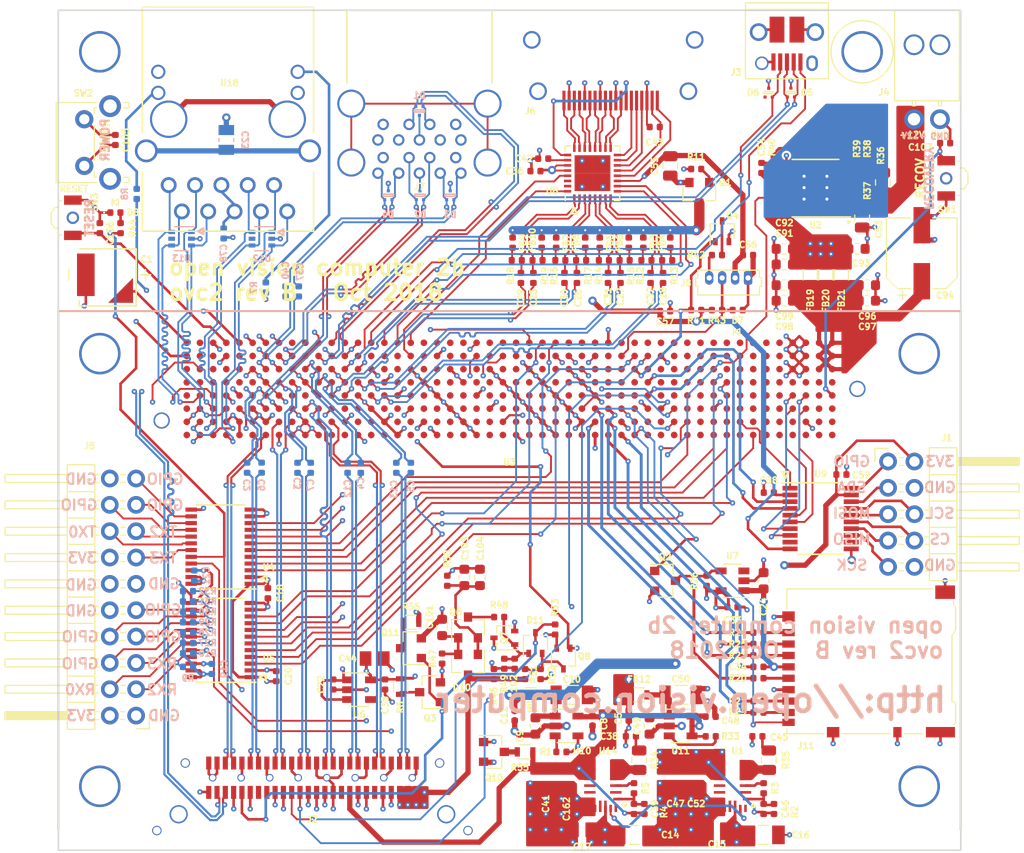
<source format=kicad_pcb>
(kicad_pcb (version 20171130) (host pcbnew 6.0.0-rc1-unknown-f1b2855~84~ubuntu16.04.1)
  (layers (0 F.Cu signal) (1 In1.Cu signal hide) (2 In2.Cu signal) (3 In3.Cu signal hide) (4 In4.Cu signal hide) (31 B.Cu signal) (34 B.Paste user) (35 F.Paste user) (36 B.SilkS user) (37 F.SilkS user) (38 B.Mask user) (39 F.Mask user) (44 Edge.Cuts user))
  (net 0 "")
  (net 1 GND)
  (net 2 +3V3)
  (net 3 "Net-(U3-PadA49)")
  (net 4 "Net-(U3-PadC9)")
  (net 5 "Net-(U3-PadC8)")
  (net 6 "Net-(U3-PadC7)")
  (net 7 "Net-(U3-PadB7)")
  (net 8 "Net-(U3-PadA7)")
  (net 9 "Net-(U3-PadE2)")
  (net 10 "Net-(U3-PadE50)")
  (net 11 "Net-(U3-PadD49)")
  (net 12 "Net-(U3-PadD48)")
  (net 13 PCIE_CLKREQ)
  (net 14 "Net-(U3-PadC47)")
  (net 15 "Net-(U3-PadC46)")
  (net 16 "Net-(U3-PadB46)")
  (net 17 "Net-(U3-PadB45)")
  (net 18 PCIE_REFCLK-)
  (net 19 PCIE_REFCLK+)
  (net 20 "Net-(U3-PadE42)")
  (net 21 "Net-(U3-PadA42)")
  (net 22 "Net-(U3-PadE41)")
  (net 23 "Net-(U3-PadA41)")
  (net 24 PCIE_LANE0_RX-)
  (net 25 PCIE_LANE0_RX+)
  (net 26 PCIE_LANE1_RX-)
  (net 27 PCIE_LANE1_RX+)
  (net 28 PCIE_LANE1_TX-)
  (net 29 PCIE_LANE1_TX+)
  (net 30 PCIE_LANE0_TX-)
  (net 31 PCIE_LANE0_TX+)
  (net 32 +12V)
  (net 33 "Net-(R8-Pad2)")
  (net 34 /jetson_enet/LINK_1G)
  (net 35 /jetson_enet/LINK_ACT)
  (net 36 "Net-(R7-Pad2)")
  (net 37 "Net-(U3-PadF50)")
  (net 38 "Net-(U3-PadH39)")
  (net 39 /jetson_hdmi/HDMI_TXD2+)
  (net 40 "Net-(U3-PadH38)")
  (net 41 "Net-(U3-PadF38)")
  (net 42 /jetson_hdmi/HDMI_TXD2-)
  (net 43 /jetson_hdmi/HDMI_TXD1+)
  (net 44 "Net-(U3-PadG37)")
  (net 45 "Net-(U3-PadF37)")
  (net 46 /jetson_hdmi/HDMI_TXD0+)
  (net 47 /jetson_hdmi/HDMI_TXD1-)
  (net 48 "Net-(U3-PadH36)")
  (net 49 "Net-(U3-PadG36)")
  (net 50 /jetson_hdmi/HDMI_TXC+)
  (net 51 /jetson_hdmi/HDMI_TXD0-)
  (net 52 "Net-(U3-PadB36)")
  (net 53 "Net-(U3-PadH35)")
  (net 54 "Net-(U3-PadF35)")
  (net 55 /jetson_hdmi/HDMI_TXC-)
  (net 56 "Net-(U3-PadC35)")
  (net 57 "Net-(U3-PadB35)")
  (net 58 "Net-(U3-PadG34)")
  (net 59 "Net-(U3-PadF34)")
  (net 60 "Net-(U3-PadD34)")
  (net 61 "Net-(U3-PadC34)")
  (net 62 "Net-(U3-PadB34)")
  (net 63 "Net-(U3-PadH33)")
  (net 64 "Net-(U3-PadG33)")
  (net 65 "Net-(U3-PadE33)")
  (net 66 "Net-(U3-PadD33)")
  (net 67 "Net-(U3-PadH32)")
  (net 68 "Net-(U3-PadF32)")
  (net 69 "Net-(U3-PadE32)")
  (net 70 "Net-(U3-PadC32)")
  (net 71 "Net-(U3-PadG31)")
  (net 72 "Net-(U3-PadF31)")
  (net 73 "Net-(U3-PadD31)")
  (net 74 "Net-(U3-PadC31)")
  (net 75 "Net-(U3-PadH30)")
  (net 76 "Net-(U3-PadG30)")
  (net 77 "Net-(U3-PadE30)")
  (net 78 "Net-(U3-PadD30)")
  (net 79 "Net-(U3-PadH29)")
  (net 80 "Net-(U3-PadE29)")
  (net 81 "Net-(U3-PadB27)")
  (net 82 "Net-(U3-PadA27)")
  (net 83 "Net-(U3-PadA26)")
  (net 84 "Net-(U3-PadA25)")
  (net 85 HDMI_PULLDOWNS)
  (net 86 "Net-(U8-Pad31)")
  (net 87 "Net-(U8-Pad30)")
  (net 88 "Net-(U3-PadA17)")
  (net 89 /jetson_enet/GBE_MDI0+)
  (net 90 /jetson_enet/GBE_MDI0-)
  (net 91 /jetson_enet/GBE_MDI1+)
  (net 92 /jetson_enet/GBE_MDI1-)
  (net 93 /jetson_enet/GBE_MDI2+)
  (net 94 /jetson_enet/GBE_MDI2-)
  (net 95 /jetson_enet/GBE_MDI3+)
  (net 96 /jetson_enet/GBE_MDI3-)
  (net 97 USB2_D-)
  (net 98 USB2_D+)
  (net 99 "Net-(U3-PadA11)")
  (net 100 "Net-(U3-PadB11)")
  (net 101 "Net-(U3-PadA12)")
  (net 102 "Net-(U3-PadB12)")
  (net 103 "Net-(U3-PadA13)")
  (net 104 "Net-(U3-PadB13)")
  (net 105 "Net-(U3-PadA14)")
  (net 106 "Net-(U3-PadA29)")
  (net 107 "Net-(R22-Pad2)")
  (net 108 /jetson_sdcard/SDCARD_D2)
  (net 109 /jetson_sdcard/SDCARD_D3)
  (net 110 "Net-(R25-Pad2)")
  (net 111 "Net-(R24-Pad2)")
  (net 112 /jetson_sdcard/SDCARD_D1)
  (net 113 /jetson_sdcard/SDCARD_CMD)
  (net 114 "Net-(R23-Pad2)")
  (net 115 "Net-(R21-Pad2)")
  (net 116 /jetson_sdcard/SDCARD_D0)
  (net 117 /jetson_sdcard/SDCARD_CLK)
  (net 118 "Net-(R20-Pad2)")
  (net 119 /jetson_sdcard/SDCARD_PWR_EN)
  (net 120 /jetson_sdcard/SDCARD_CD)
  (net 121 "Net-(Q2-Pad3)")
  (net 122 "Net-(U7-Pad3)")
  (net 123 /jetson_sdcard/SDCARD_VDD)
  (net 124 "Net-(U3-PadG9)")
  (net 125 "Net-(U3-PadG10)")
  (net 126 "Net-(U3-PadA15)")
  (net 127 "Net-(U3-PadA16)")
  (net 128 +1V8)
  (net 129 "Net-(FB10-Pad2)")
  (net 130 "Net-(FB9-Pad1)")
  (net 131 "Net-(FB4-Pad1)")
  (net 132 "Net-(FB10-Pad1)")
  (net 133 "Net-(FB6-Pad1)")
  (net 134 "Net-(FB5-Pad1)")
  (net 135 "Net-(FB8-Pad1)")
  (net 136 "Net-(FB7-Pad1)")
  (net 137 "Net-(FB3-Pad1)")
  (net 138 JETSON_CARRIER_PWR_ON)
  (net 139 /jetson_hdmi/HPD)
  (net 140 /jetson_hdmi/CEC)
  (net 141 /jetson_hdmi/DDC_DAT)
  (net 142 /jetson_hdmi/DDC_CLK)
  (net 143 +5V)
  (net 144 "Net-(C43-Pad1)")
  (net 145 USB1_SSRX+)
  (net 146 USB1_SSRX-)
  (net 147 USB1_SSTX+)
  (net 148 USB1_SSTX-)
  (net 149 "Net-(R33-Pad2)")
  (net 150 "Net-(C49-Pad1)")
  (net 151 "Net-(U3-PadD45)")
  (net 152 "Net-(U3-PadD46)")
  (net 153 "Net-(U3-PadD47)")
  (net 154 "Net-(U13-Pad5)")
  (net 155 "Net-(U12-Pad5)")
  (net 156 "Net-(U18-PadMNT)")
  (net 157 "Net-(C23-Pad1)")
  (net 158 "Net-(C78-Pad2)")
  (net 159 /jetson_pcie/PEX1_TX+)
  (net 160 /jetson_pcie/PEX1_TX-)
  (net 161 /jetson_pcie/PEX0_TX+)
  (net 162 /jetson_pcie/PEX0_TX-)
  (net 163 USB0_D+)
  (net 164 USB0_D-)
  (net 165 USB0_ID)
  (net 166 USB0_VBUS)
  (net 167 /jetson_usb/SS1_TX+)
  (net 168 /jetson_usb/SS1_TX-)
  (net 169 /jetson_hdmi/TMDS_SYS_CK+)
  (net 170 /jetson_hdmi/TMDS_SYS_CK-)
  (net 171 /jetson_hdmi/TMDS_SYS_D0+)
  (net 172 /jetson_hdmi/TMDS_SYS_D0-)
  (net 173 /jetson_hdmi/TMDS_SYS_D1+)
  (net 174 /jetson_hdmi/TMDS_SYS_D1-)
  (net 175 /jetson_hdmi/TMDS_SYS_D2+)
  (net 176 /jetson_hdmi/TMDS_SYS_D2-)
  (net 177 /jetson_hdmi/HPDET_CON)
  (net 178 /jetson_hdmi/DDC_DAT_CON)
  (net 179 /jetson_hdmi/DDC_CLK_CON)
  (net 180 /jetson_hdmi/UTILTY_CON)
  (net 181 /jetson_hdmi/TMDS_CON_CK-)
  (net 182 /jetson_hdmi/TMDS_CON_CK+)
  (net 183 /jetson_hdmi/TMDS_CON_D0-)
  (net 184 /jetson_hdmi/TMDS_CON_D0+)
  (net 185 /jetson_hdmi/TMDS_CON_D1-)
  (net 186 /jetson_hdmi/TMDS_CON_D1+)
  (net 187 /jetson_hdmi/TMDS_CON_D2-)
  (net 188 /jetson_hdmi/TMDS_CON_D2+)
  (net 189 /jetson_hdmi/CEC_CON)
  (net 190 /jetson_hdmi/ESD_BYP)
  (net 191 /jetson_power/VDD_RTC)
  (net 192 /jetson_power/RESET_IN)
  (net 193 /jetson_power/POWER_BTN)
  (net 194 /jetson_usb/USB1_D+)
  (net 195 /jetson_usb/USB1_D-)
  (net 196 /jetson_usb/USB1_EN)
  (net 197 /jetson_usb/USB1_VBUS)
  (net 198 "Net-(R1-Pad2)")
  (net 199 "Net-(C10-Pad1)")
  (net 200 "Net-(D6-Pad1)")
  (net 201 PCIE_RST_3V3)
  (net 202 USB2_5V_LIM)
  (net 203 JETSON_VDD_MOD)
  (net 204 JETSON_RESET_OUT)
  (net 205 /power/~PWR_EN)
  (net 206 /power/DROP_DETECT)
  (net 207 JETSON_PWR_BAD)
  (net 208 "Net-(C101-Pad1)")
  (net 209 "Net-(C103-Pad1)")
  (net 210 "Net-(Q6-Pad3)")
  (net 211 "Net-(Q10-Pad3)")
  (net 212 "Net-(Q11-Pad3)")
  (net 213 "Net-(C107-Pad1)")
  (net 214 /power/VIN)
  (net 215 "Net-(J7-Pad5)")
  (net 216 "Net-(J7-Pad6)")
  (net 217 "Net-(J7-Pad8)")
  (net 218 "Net-(J7-Pad9)")
  (net 219 "Net-(J7-PadMNT)")
  (net 220 DISCHARGE)
  (net 221 "Net-(U3-PadF1)")
  (net 222 "Net-(U3-PadG1)")
  (net 223 "Net-(U3-PadH1)")
  (net 224 "Net-(U3-PadF2)")
  (net 225 "Net-(U3-PadG2)")
  (net 226 "Net-(U3-PadH2)")
  (net 227 FPGA_CONFIG_DCLK)
  (net 228 "Net-(U3-PadH3)")
  (net 229 FPGA_CONFIG_DATA0)
  (net 230 "Net-(U3-PadG4)")
  (net 231 "Net-(U3-PadH4)")
  (net 232 "Net-(U3-PadD5)")
  (net 233 "Net-(U3-PadE5)")
  (net 234 "Net-(U3-PadF5)")
  (net 235 "Net-(U3-PadG5)")
  (net 236 "Net-(U3-PadH5)")
  (net 237 "Net-(U3-PadA6)")
  (net 238 "Net-(U3-PadB6)")
  (net 239 "Net-(U3-PadC6)")
  (net 240 "Net-(U3-PadD6)")
  (net 241 "Net-(U3-PadE6)")
  (net 242 "Net-(U3-PadF6)")
  (net 243 "Net-(U3-PadG6)")
  (net 244 "Net-(U3-PadH6)")
  (net 245 "Net-(U3-PadD7)")
  (net 246 "Net-(U3-PadE7)")
  (net 247 "Net-(U3-PadF7)")
  (net 248 "Net-(U3-PadG7)")
  (net 249 "Net-(U3-PadA8)")
  (net 250 "Net-(U3-PadD8)")
  (net 251 "Net-(U3-PadE8)")
  (net 252 "Net-(U3-PadF8)")
  (net 253 "Net-(U3-PadH8)")
  (net 254 "Net-(U3-PadA9)")
  (net 255 "Net-(U3-PadB9)")
  (net 256 "Net-(U3-PadE9)")
  (net 257 "Net-(U3-PadF9)")
  (net 258 "Net-(U3-PadA10)")
  (net 259 "Net-(U3-PadB10)")
  (net 260 "Net-(U3-PadC10)")
  (net 261 "Net-(U3-PadE10)")
  (net 262 "Net-(U3-PadC11)")
  (net 263 "Net-(U3-PadG11)")
  (net 264 "Net-(U3-PadH11)")
  (net 265 "Net-(U3-PadC12)")
  (net 266 "Net-(U3-PadC13)")
  (net 267 "Net-(U3-PadD13)")
  (net 268 "Net-(U3-PadH13)")
  (net 269 "Net-(U3-PadC14)")
  (net 270 "Net-(U3-PadD14)")
  (net 271 "Net-(U3-PadE14)")
  (net 272 "Net-(U3-PadG14)")
  (net 273 "Net-(U3-PadH14)")
  (net 274 "Net-(U3-PadC15)")
  (net 275 "Net-(U3-PadG15)")
  (net 276 "Net-(U3-PadH15)")
  (net 277 "Net-(U3-PadD16)")
  (net 278 "Net-(U3-PadE16)")
  (net 279 "Net-(U3-PadF16)")
  (net 280 "Net-(U3-PadG16)")
  (net 281 "Net-(U3-PadC17)")
  (net 282 "Net-(U3-PadD17)")
  (net 283 "Net-(U3-PadC18)")
  (net 284 "Net-(U3-PadD18)")
  (net 285 "Net-(U3-PadE18)")
  (net 286 "Net-(U3-PadC19)")
  (net 287 "Net-(U3-PadD19)")
  (net 288 "Net-(U3-PadA20)")
  (net 289 "Net-(U3-PadE20)")
  (net 290 "Net-(U3-PadH20)")
  (net 291 "Net-(U3-PadA21)")
  (net 292 "Net-(U3-PadD21)")
  (net 293 "Net-(U3-PadE21)")
  (net 294 "Net-(U3-PadG21)")
  (net 295 "Net-(U3-PadH21)")
  (net 296 "Net-(U3-PadC22)")
  (net 297 "Net-(U3-PadD22)")
  (net 298 "Net-(U3-PadF22)")
  (net 299 "Net-(U3-PadG22)")
  (net 300 "Net-(U3-PadB23)")
  (net 301 "Net-(U3-PadC23)")
  (net 302 "Net-(U3-PadE23)")
  (net 303 "Net-(U3-PadF23)")
  (net 304 "Net-(U3-PadH23)")
  (net 305 "Net-(U3-PadB24)")
  (net 306 "Net-(U3-PadD24)")
  (net 307 "Net-(U3-PadE24)")
  (net 308 "Net-(U3-PadG24)")
  (net 309 "Net-(U3-PadH24)")
  (net 310 "Net-(U3-PadB25)")
  (net 311 "Net-(U3-PadC25)")
  (net 312 "Net-(U3-PadD25)")
  (net 313 "Net-(U3-PadF25)")
  (net 314 "Net-(U3-PadG25)")
  (net 315 "Net-(U3-PadC26)")
  (net 316 "Net-(U3-PadE26)")
  (net 317 "Net-(U3-PadF26)")
  (net 318 "Net-(U3-PadH26)")
  (net 319 "Net-(U3-PadD27)")
  (net 320 "Net-(U3-PadE27)")
  (net 321 "Net-(U3-PadG27)")
  (net 322 "Net-(U3-PadH27)")
  (net 323 "Net-(U3-PadC28)")
  (net 324 "Net-(U3-PadD28)")
  (net 325 "Net-(U3-PadF28)")
  (net 326 "Net-(U3-PadG28)")
  (net 327 "Net-(U3-PadC29)")
  (net 328 "Net-(U3-PadF29)")
  (net 329 "Net-(J2-Pad20)")
  (net 330 /jetson_pcie/PEX3_TX+)
  (net 331 PCIE_LANE3_RX+)
  (net 332 /jetson_pcie/PEX2_TX+)
  (net 333 /jetson_pcie/PEX3_TX-)
  (net 334 PCIE_LANE2_RX+)
  (net 335 PCIE_LANE3_RX-)
  (net 336 /jetson_pcie/PEX2_TX-)
  (net 337 PCIE_LANE2_RX-)
  (net 338 PCIE_LANE3_TX+)
  (net 339 PCIE_LANE3_TX-)
  (net 340 PCIE_LANE2_TX+)
  (net 341 PCIE_LANE2_TX-)
  (net 342 LED)
  (net 343 "Net-(J2-Pad40)")
  (net 344 "Net-(J2-Pad38)")
  (net 345 FPGA_CONF_DONE)
  (net 346 FPGA_NSTATUS)
  (net 347 FPGA_NCONFIG)
  (net 348 IMU_RX1_3V3)
  (net 349 IMU_TX1_3V3)
  (net 350 IMU_TX1_1V8)
  (net 351 IMU_RX1_1V8)
  (net 352 UART2_TX_1V8)
  (net 353 UART2_RX_1V8)
  (net 354 UART3_TX_1V8)
  (net 355 UART3_RX_1V8)
  (net 356 UART2_RX_3V3)
  (net 357 UART3_RX_3V3)
  (net 358 UART3_TX_3V3)
  (net 359 UART2_TX_3V3)
  (net 360 FPGA_CVP_CONF_DONE)
  (net 361 LED_1V8)
  (net 362 CONSOLE_RX_1V8)
  (net 363 CONSOLE_TX_1V8)
  (net 364 CONSOLE_RX_3V3)
  (net 365 CONSOLE_TX_3V3)
  (net 366 "Net-(Q3-Pad3)")
  (net 367 "Net-(U6-Pad4)")
  (net 368 I2C0_SDA_1V8)
  (net 369 I2C0_SCL_1V8)
  (net 370 GPIO1_1V8)
  (net 371 GPIO2_1V8)
  (net 372 GPIO4_1V8)
  (net 373 GPIO3_1V8)
  (net 374 GPIO1_3V3)
  (net 375 GPIO2_3V3)
  (net 376 GPIO3_3V3)
  (net 377 GPIO4_3V3)
  (net 378 GPIO5_1V8)
  (net 379 GPIO6_1V8)
  (net 380 GPIO7_1V8)
  (net 381 GPIO7_3V3)
  (net 382 GPIO6_3V3)
  (net 383 GPIO5_3V3)
  (net 384 "Net-(U14-Pad2)")
  (net 385 "Net-(U14-Pad11)")
  (net 386 "Net-(U14-Pad10)")
  (net 387 "Net-(U14-Pad15)")
  (net 388 "Net-(U14-Pad18)")
  (net 389 "Net-(J2-Pad12)")
  (net 390 "Net-(C39-Pad2)")
  (net 391 "Net-(R34-Pad2)")
  (net 392 "Net-(C38-Pad1)")
  (net 393 "Net-(R5-Pad2)")
  (net 394 "Net-(C46-Pad2)")
  (net 395 "Net-(R3-Pad2)")
  (net 396 "Net-(R35-Pad2)")
  (net 397 "Net-(C45-Pad1)")
  (net 398 "Net-(U1-Pad2)")
  (net 399 "Net-(U1-Pad11)")
  (net 400 "Net-(U1-Pad10)")
  (net 401 "Net-(U1-Pad15)")
  (net 402 "Net-(U1-Pad18)")
  (net 403 "Net-(C54-Pad2)")
  (net 404 "Net-(R36-Pad2)")
  (net 405 "Net-(R37-Pad2)")
  (net 406 "Net-(R39-Pad2)")
  (net 407 "Net-(R40-Pad1)")
  (net 408 "Net-(U2-Pad13)")
  (net 409 "Net-(U2-Pad10)")
  (net 410 "Net-(U2-Pad7)")
  (net 411 "Net-(U2-Pad4)")
  (net 412 /power/RTN)
  (net 413 "Net-(J8-Pad4)")
  (net 414 "Net-(Q4-Pad3)")
  (net 415 /jetson_power/FAN_PWM)
  (net 416 /jetson_power/FAN_TACH)
  (net 417 SPI0_CLK_1V8)
  (net 418 SPI0_CS_1V8)
  (net 419 SPI0_MISO_1V8)
  (net 420 SPI0_MOSI_1V8)
  (net 421 GPIO0_1V8)
  (net 422 SPI0_CLK_3V3)
  (net 423 SPI0_MISO_3V3)
  (net 424 SPI0_MOSI_3V3)
  (net 425 GPIO0_3V3)
  (net 426 I2C0_SCL_3V3)
  (net 427 SPI0_CS_3V3)
  (net 428 I2C0_SDA_3V3)
  (net 429 "Net-(U9-Pad12)")
  (net 430 "Net-(U9-Pad9)")
  (net 431 "Net-(D8-Pad2)")
  (module Pin_Headers:Pin_Header_Angled_2x05_Pitch2.54mm (layer F.Cu) (at 174.5 99)
    (fp_text reference J1 (at 5.655 -2.27) (layer F.SilkS) (effects (font (size 0.6 0.6))))
    (fp_text value SPI/I2C)
    (pad 10 thru_hole oval (at 2.54 10.16) (size 1.7 1.7) (drill 1) (layers *.Cu *.Mask) (net 1 GND))
    (pad 9 thru_hole oval (at 0 10.16) (size 1.7 1.7) (drill 1) (layers *.Cu *.Mask) (net 422 SPI0_CLK_3V3))
    (pad 8 thru_hole oval (at 2.54 7.62) (size 1.7 1.7) (drill 1) (layers *.Cu *.Mask) (net 427 SPI0_CS_3V3))
    (pad 7 thru_hole oval (at 0 7.62) (size 1.7 1.7) (drill 1) (layers *.Cu *.Mask) (net 423 SPI0_MISO_3V3))
    (pad 6 thru_hole oval (at 2.54 5.08) (size 1.7 1.7) (drill 1) (layers *.Cu *.Mask) (net 426 I2C0_SCL_3V3))
    (pad 5 thru_hole oval (at 0 5.08) (size 1.7 1.7) (drill 1) (layers *.Cu *.Mask) (net 424 SPI0_MOSI_3V3))
    (pad 4 thru_hole oval (at 2.54 2.54) (size 1.7 1.7) (drill 1) (layers *.Cu *.Mask) (net 1 GND))
    (pad 3 thru_hole oval (at 0 2.54) (size 1.7 1.7) (drill 1) (layers *.Cu *.Mask) (net 428 I2C0_SDA_3V3))
    (pad 2 thru_hole oval (at 2.54 0) (size 1.7 1.7) (drill 1) (layers *.Cu *.Mask) (net 2 +3V3))
    (pad 1 thru_hole circle (at 0 0) (size 1.7 1.7) (drill 1) (layers *.Cu *.Mask) (net 425 GPIO0_3V3))
  )
  (module Connectors_Card:Hirose_DM3AT-SF-PEJM5 (layer F.Cu) (at 165.5 115.5 90)
    (fp_text reference J11 (at -10.9 1.1 180) (layer F.SilkS) (effects (font (size 0.6 0.6))))
    (fp_text value Micro_SD_Card_Det_Hirose_DM3AT)
    (pad 9 smd rect (at -8.65 -0.6 90) (size 0.7 1.2) (layers F.Cu F.Paste F.Mask) (net 120 /jetson_sdcard/SDCARD_CD))
    (pad 8 smd rect (at -7.7 -0.6 90) (size 0.7 1.2) (layers F.Cu F.Paste F.Mask) (net 112 /jetson_sdcard/SDCARD_D1))
    (pad 1 smd rect (at 0 -0.6 90) (size 0.7 1.2) (layers F.Cu F.Paste F.Mask) (net 108 /jetson_sdcard/SDCARD_D2))
    (pad 2 smd rect (at -1.1 -0.6 90) (size 0.7 1.2) (layers F.Cu F.Paste F.Mask) (net 109 /jetson_sdcard/SDCARD_D3))
    (pad 3 smd rect (at -2.2 -0.6 90) (size 0.7 1.2) (layers F.Cu F.Paste F.Mask) (net 113 /jetson_sdcard/SDCARD_CMD))
    (pad 4 smd rect (at -3.299999 -0.6 90) (size 0.7 1.2) (layers F.Cu F.Paste F.Mask) (net 123 /jetson_sdcard/SDCARD_VDD))
    (pad 5 smd rect (at -4.4 -0.6 90) (size 0.7 1.2) (layers F.Cu F.Paste F.Mask) (net 117 /jetson_sdcard/SDCARD_CLK))
    (pad 6 smd rect (at -5.5 -0.6 90) (size 0.7 1.2) (layers F.Cu F.Paste F.Mask) (net 1 GND))
    (pad 7 smd rect (at -6.6 -0.6 90) (size 0.7 1.2) (layers F.Cu F.Paste F.Mask) (net 116 /jetson_sdcard/SDCARD_D0))
    (pad 11 smd rect (at 1.55 -0.6 90) (size 1 1.2) (layers F.Cu F.Paste F.Mask) (net 1 GND))
    (pad 11 smd rect (at -9.6 3.7 90) (size 1 1.2) (layers F.Cu F.Paste F.Mask) (net 1 GND))
    (pad 10 smd rect (at -9.600001 9.9 90) (size 1 0.8) (layers F.Cu F.Paste F.Mask) (net 1 GND))
    (pad 11 smd rect (at -9.6 14.049999 90) (size 1 2.8) (layers F.Cu F.Paste F.Mask) (net 1 GND))
    (pad 11 smd rect (at 3.9 14.5 90) (size 1.3 1.9) (layers F.Cu F.Paste F.Mask) (net 1 GND))
  )
  (module Connectors_Molex:Molex_NanoFit_1x02x2.50mm_Angled (layer F.Cu) (at 177 66)
    (fp_text reference J4 (at -2.9 -2.6 -180) (layer F.SilkS) (effects (font (size 0.6 0.6))))
    (fp_text value POWER)
    (pad "" thru_hole circle (at 2.5 -7.18) (size 2 2) (drill 1.6) (layers *.Cu *.Mask))
    (pad "" thru_hole circle (at 0 -7.18) (size 2 2) (drill 1.6) (layers *.Cu *.Mask))
    (pad 2 thru_hole circle (at 2.5 0) (size 1.9 1.9) (drill 1.2) (layers *.Cu *.Mask) (net 1 GND))
    (pad 1 thru_hole circle (at 0 0) (size 1.9 1.9) (drill 1.2) (layers *.Cu *.Mask) (net 214 /power/VIN))
  )
  (module Buttons_Switches_THT:SW_Tactile_SPST_Angled_PTS645Vx58-2LFS (layer F.Cu) (at 97 70.5 90)
    (fp_text reference SW2 (at 7.00948 -0.091) (layer F.SilkS) (effects (font (size 0.6 0.6))))
    (fp_text value SW_Push)
    (pad "" thru_hole circle (at 5.76 2.49 90) (size 2.1 2.1) (drill 1.3) (layers *.Cu *.Mask))
    (pad 2 thru_hole circle (at 4.5 0 90) (size 1.75 1.75) (drill 0.99) (layers *.Cu *.Mask) (net 1 GND))
    (pad 1 thru_hole circle (at 0 0 90) (size 1.75 1.75) (drill 0.99) (layers *.Cu *.Mask) (net 193 /jetson_power/POWER_BTN))
    (pad "" thru_hole circle (at -1.25 2.49 90) (size 2.1 2.1) (drill 1.3) (layers *.Cu *.Mask))
  )
  (module HDMI:AMP_FCI_10029449-111RLF_HDMI_TYPE_A (layer F.Cu) (at 148 64.2 180)
    (fp_text reference J6 (at 8 -1 180) (layer F.SilkS) (effects (font (size 0.6 0.6))))
    (fp_text value HDMI_TYPE_A)
    (pad 10 smd rect (at 0.25 0 180) (size 0.3 1.9) (layers F.Cu F.Paste F.Mask) (net 182 /jetson_hdmi/TMDS_CON_CK+))
    (pad 9 smd rect (at 0.75 0 180) (size 0.3 1.9) (layers F.Cu F.Paste F.Mask) (net 183 /jetson_hdmi/TMDS_CON_D0-))
    (pad 12 smd rect (at -0.75 0 180) (size 0.3 1.9) (layers F.Cu F.Paste F.Mask) (net 181 /jetson_hdmi/TMDS_CON_CK-))
    (pad 11 smd rect (at -0.25 0 180) (size 0.3 1.9) (layers F.Cu F.Paste F.Mask) (net 1 GND))
    (pad 16 smd rect (at -2.75 0 180) (size 0.3 1.9) (layers F.Cu F.Paste F.Mask) (net 178 /jetson_hdmi/DDC_DAT_CON))
    (pad 14 smd rect (at -1.75 0 180) (size 0.3 1.9) (layers F.Cu F.Paste F.Mask) (net 180 /jetson_hdmi/UTILTY_CON))
    (pad 15 smd rect (at -2.25 0 180) (size 0.3 1.9) (layers F.Cu F.Paste F.Mask) (net 179 /jetson_hdmi/DDC_CLK_CON))
    (pad 13 smd rect (at -1.25 0 180) (size 0.3 1.9) (layers F.Cu F.Paste F.Mask) (net 189 /jetson_hdmi/CEC_CON))
    (pad 19 smd rect (at -4.25 0 180) (size 0.3 1.9) (layers F.Cu F.Paste F.Mask) (net 177 /jetson_hdmi/HPDET_CON))
    (pad 18 smd rect (at -3.75 0 180) (size 0.3 1.9) (layers F.Cu F.Paste F.Mask) (net 144 "Net-(C43-Pad1)"))
    (pad 17 smd rect (at -3.25 0 180) (size 0.3 1.9) (layers F.Cu F.Paste F.Mask) (net 1 GND))
    (pad 8 smd rect (at 1.25 0 180) (size 0.3 1.9) (layers F.Cu F.Paste F.Mask) (net 1 GND))
    (pad 3 smd rect (at 3.75 0 180) (size 0.3 1.9) (layers F.Cu F.Paste F.Mask) (net 187 /jetson_hdmi/TMDS_CON_D2-))
    (pad 7 smd rect (at 1.75 0 180) (size 0.3 1.9) (layers F.Cu F.Paste F.Mask) (net 184 /jetson_hdmi/TMDS_CON_D0+))
    (pad 1 smd rect (at 4.75 0 180) (size 0.3 1.9) (layers F.Cu F.Paste F.Mask) (net 188 /jetson_hdmi/TMDS_CON_D2+))
    (pad 6 smd rect (at 2.25 0 180) (size 0.3 1.9) (layers F.Cu F.Paste F.Mask) (net 185 /jetson_hdmi/TMDS_CON_D1-))
    (pad 2 smd rect (at 4.25 0 180) (size 0.3 1.9) (layers F.Cu F.Paste F.Mask) (net 1 GND))
    (pad 4 smd rect (at 3.25 0 180) (size 0.3 1.9) (layers F.Cu F.Paste F.Mask) (net 186 /jetson_hdmi/TMDS_CON_D1+))
    (pad 5 smd rect (at 2.75 0 180) (size 0.3 1.9) (layers F.Cu F.Paste F.Mask) (net 1 GND))
    (pad 20 thru_hole circle (at 7.25 0.9 180) (size 1.7 1.7) (drill 1.3) (layers *.Cu *.Mask) (net 1 GND))
    (pad 20 thru_hole circle (at -7.25 0.9 180) (size 1.7 1.7) (drill 1.3) (layers *.Cu *.Mask) (net 1 GND))
    (pad 20 thru_hole circle (at -7.85 5.85 180) (size 1.7 1.7) (drill 1.3) (layers *.Cu *.Mask) (net 1 GND))
    (pad 20 thru_hole circle (at 7.85 5.85 180) (size 1.7 1.7) (drill 1.3) (layers *.Cu *.Mask) (net 1 GND))
  )
  (module Samtec:SAMTEC_QRF8-026-01-L-RA-GP (layer F.Cu) (at 119 129.48773 180)
    (fp_text reference J2 (at 0.009136 -4 180) (layer F.SilkS) (effects (font (size 0.6 0.6))))
    (fp_text value "SAMTEC QRF8-RA")
    (pad 56 thru_hole circle (at 12.9 -3.525 180) (size 1.75 1.75) (drill 1.45) (layers *.Cu *.Mask) (net 1 GND))
    (pad 56 thru_hole circle (at -12.9 -3.525 180) (size 1.75 1.75) (drill 1.45) (layers *.Cu *.Mask) (net 1 GND))
    (pad 55 thru_hole circle (at 15 -5.095 180) (size 0.91 0.91) (drill 0.71) (layers *.Cu *.Mask) (net 1 GND))
    (pad 55 thru_hole circle (at -15 -5.095 180) (size 0.91 0.91) (drill 0.71) (layers *.Cu *.Mask) (net 1 GND))
    (pad 54 thru_hole circle (at 12.26 1.415 180) (size 0.91 0.91) (drill 0.71) (layers *.Cu *.Mask) (net 1 GND))
    (pad 54 thru_hole circle (at -12.26 1.415 180) (size 0.91 0.91) (drill 0.71) (layers *.Cu *.Mask) (net 1 GND))
    (pad 53 thru_hole circle (at 9.625 0 180) (size 0.73 0.73) (drill 0.53) (layers *.Cu *.Mask) (net 1 GND))
    (pad 53 thru_hole circle (at 6.875 0 180) (size 0.73 0.73) (drill 0.53) (layers *.Cu *.Mask) (net 1 GND))
    (pad 53 thru_hole circle (at 4.125 0 180) (size 0.73 0.73) (drill 0.53) (layers *.Cu *.Mask) (net 1 GND))
    (pad 53 thru_hole circle (at 1.375 0 180) (size 0.73 0.73) (drill 0.53) (layers *.Cu *.Mask) (net 1 GND))
    (pad 53 thru_hole circle (at -1.375 0 180) (size 0.73 0.73) (drill 0.53) (layers *.Cu *.Mask) (net 1 GND))
    (pad 53 thru_hole circle (at -4.125 0 180) (size 0.73 0.73) (drill 0.53) (layers *.Cu *.Mask) (net 1 GND))
    (pad 53 thru_hole circle (at -6.875 0 180) (size 0.73 0.73) (drill 0.53) (layers *.Cu *.Mask) (net 1 GND))
    (pad 53 thru_hole circle (at -9.625 0 180) (size 0.73 0.73) (drill 0.53) (layers *.Cu *.Mask) (net 1 GND))
    (pad 52 smd rect (at 10 -1.415 180) (size 0.5 1.25) (layers F.Cu F.Paste F.Mask) (net 1 GND))
    (pad 51 smd rect (at 10 1.415 180) (size 0.5 1.25) (layers F.Cu F.Paste F.Mask) (net 1 GND))
    (pad 50 smd rect (at 9.2 -1.415 180) (size 0.5 1.25) (layers F.Cu F.Paste F.Mask) (net 18 PCIE_REFCLK-))
    (pad 49 smd rect (at 9.2 1.415 180) (size 0.5 1.25) (layers F.Cu F.Paste F.Mask) (net 1 GND))
    (pad 48 smd rect (at 8.4 -1.415 180) (size 0.5 1.25) (layers F.Cu F.Paste F.Mask) (net 19 PCIE_REFCLK+))
    (pad 47 smd rect (at 8.4 1.415 180) (size 0.5 1.25) (layers F.Cu F.Paste F.Mask) (net 24 PCIE_LANE0_RX-))
    (pad 46 smd rect (at 7.6 -1.415 180) (size 0.5 1.25) (layers F.Cu F.Paste F.Mask) (net 1 GND))
    (pad 45 smd rect (at 7.6 1.415 180) (size 0.5 1.25) (layers F.Cu F.Paste F.Mask) (net 25 PCIE_LANE0_RX+))
    (pad 44 smd rect (at 6.8 -1.415 180) (size 0.5 1.25) (layers F.Cu F.Paste F.Mask) (net 220 DISCHARGE))
    (pad 43 smd rect (at 6.8 1.415 180) (size 0.5 1.25) (layers F.Cu F.Paste F.Mask) (net 1 GND))
    (pad 42 smd rect (at 6 -1.415 180) (size 0.5 1.25) (layers F.Cu F.Paste F.Mask) (net 201 PCIE_RST_3V3))
    (pad 41 smd rect (at 6 1.415 180) (size 0.5 1.25) (layers F.Cu F.Paste F.Mask) (net 30 PCIE_LANE0_TX-))
    (pad 40 smd rect (at 5.2 -1.415 180) (size 0.5 1.25) (layers F.Cu F.Paste F.Mask) (net 343 "Net-(J2-Pad40)"))
    (pad 39 smd rect (at 5.2 1.415 180) (size 0.5 1.25) (layers F.Cu F.Paste F.Mask) (net 31 PCIE_LANE0_TX+))
    (pad 38 smd rect (at 4.4 -1.415 180) (size 0.5 1.25) (layers F.Cu F.Paste F.Mask) (net 344 "Net-(J2-Pad38)"))
    (pad 37 smd rect (at 4.4 1.415 180) (size 0.5 1.25) (layers F.Cu F.Paste F.Mask) (net 1 GND))
    (pad 36 smd rect (at 3.6 -1.415 180) (size 0.5 1.25) (layers F.Cu F.Paste F.Mask) (net 342 LED))
    (pad 35 smd rect (at 3.6 1.415 180) (size 0.5 1.25) (layers F.Cu F.Paste F.Mask) (net 26 PCIE_LANE1_RX-))
    (pad 34 smd rect (at 2.8 -1.415 180) (size 0.5 1.25) (layers F.Cu F.Paste F.Mask) (net 1 GND))
    (pad 33 smd rect (at 2.8 1.415 180) (size 0.5 1.25) (layers F.Cu F.Paste F.Mask) (net 27 PCIE_LANE1_RX+))
    (pad 32 smd rect (at 2 -1.415 180) (size 0.5 1.25) (layers F.Cu F.Paste F.Mask) (net 227 FPGA_CONFIG_DCLK))
    (pad 31 smd rect (at 2 1.415 180) (size 0.5 1.25) (layers F.Cu F.Paste F.Mask) (net 1 GND))
    (pad 30 smd rect (at 1.2 -1.415 180) (size 0.5 1.25) (layers F.Cu F.Paste F.Mask) (net 229 FPGA_CONFIG_DATA0))
    (pad 29 smd rect (at 1.2 1.415 180) (size 0.5 1.25) (layers F.Cu F.Paste F.Mask) (net 28 PCIE_LANE1_TX-))
    (pad 28 smd rect (at 0.4 -1.415 180) (size 0.5 1.25) (layers F.Cu F.Paste F.Mask) (net 345 FPGA_CONF_DONE))
    (pad 27 smd rect (at 0.4 1.415 180) (size 0.5 1.25) (layers F.Cu F.Paste F.Mask) (net 29 PCIE_LANE1_TX+))
    (pad 26 smd rect (at -0.4 -1.415 180) (size 0.5 1.25) (layers F.Cu F.Paste F.Mask) (net 346 FPGA_NSTATUS))
    (pad 25 smd rect (at -0.4 1.415 180) (size 0.5 1.25) (layers F.Cu F.Paste F.Mask) (net 1 GND))
    (pad 24 smd rect (at -1.2 -1.415 180) (size 0.5 1.25) (layers F.Cu F.Paste F.Mask) (net 347 FPGA_NCONFIG))
    (pad 23 smd rect (at -1.2 1.415 180) (size 0.5 1.25) (layers F.Cu F.Paste F.Mask) (net 334 PCIE_LANE2_RX+))
    (pad 22 smd rect (at -2 -1.415 180) (size 0.5 1.25) (layers F.Cu F.Paste F.Mask) (net 1 GND))
    (pad 21 smd rect (at -2 1.415 180) (size 0.5 1.25) (layers F.Cu F.Paste F.Mask) (net 337 PCIE_LANE2_RX-))
    (pad 20 smd rect (at -2.8 -1.415 180) (size 0.5 1.25) (layers F.Cu F.Paste F.Mask) (net 329 "Net-(J2-Pad20)"))
    (pad 19 smd rect (at -2.8 1.415 180) (size 0.5 1.25) (layers F.Cu F.Paste F.Mask) (net 1 GND))
    (pad 18 smd rect (at -3.6 -1.415 180) (size 0.5 1.25) (layers F.Cu F.Paste F.Mask) (net 143 +5V))
    (pad 17 smd rect (at -3.6 1.415 180) (size 0.5 1.25) (layers F.Cu F.Paste F.Mask) (net 340 PCIE_LANE2_TX+))
    (pad 16 smd rect (at -4.4 -1.415 180) (size 0.5 1.25) (layers F.Cu F.Paste F.Mask) (net 348 IMU_RX1_3V3))
    (pad 15 smd rect (at -4.4 1.415 180) (size 0.5 1.25) (layers F.Cu F.Paste F.Mask) (net 341 PCIE_LANE2_TX-))
    (pad 14 smd rect (at -5.2 -1.415 180) (size 0.5 1.25) (layers F.Cu F.Paste F.Mask) (net 349 IMU_TX1_3V3))
    (pad 13 smd rect (at -5.2 1.415 180) (size 0.5 1.25) (layers F.Cu F.Paste F.Mask) (net 1 GND))
    (pad 12 smd rect (at -6 -1.415 180) (size 0.5 1.25) (layers F.Cu F.Paste F.Mask) (net 389 "Net-(J2-Pad12)"))
    (pad 11 smd rect (at -6 1.415 180) (size 0.5 1.25) (layers F.Cu F.Paste F.Mask) (net 335 PCIE_LANE3_RX-))
    (pad 10 smd rect (at -6.8 -1.415 180) (size 0.5 1.25) (layers F.Cu F.Paste F.Mask) (net 204 JETSON_RESET_OUT))
    (pad 9 smd rect (at -6.8 1.415 180) (size 0.5 1.25) (layers F.Cu F.Paste F.Mask) (net 331 PCIE_LANE3_RX+))
    (pad 8 smd rect (at -7.6 -1.415 180) (size 0.5 1.25) (layers F.Cu F.Paste F.Mask) (net 138 JETSON_CARRIER_PWR_ON))
    (pad 7 smd rect (at -7.6 1.415 180) (size 0.5 1.25) (layers F.Cu F.Paste F.Mask) (net 1 GND))
    (pad 6 smd rect (at -8.4 -1.415 180) (size 0.5 1.25) (layers F.Cu F.Paste F.Mask) (net 32 +12V))
    (pad 5 smd rect (at -8.4 1.415 180) (size 0.5 1.25) (layers F.Cu F.Paste F.Mask) (net 338 PCIE_LANE3_TX+))
    (pad 4 smd rect (at -9.2 -1.415 180) (size 0.5 1.25) (layers F.Cu F.Paste F.Mask) (net 32 +12V))
    (pad 3 smd rect (at -9.2 1.415 180) (size 0.5 1.25) (layers F.Cu F.Paste F.Mask) (net 339 PCIE_LANE3_TX-))
    (pad 2 smd rect (at -10 -1.415 180) (size 0.5 1.25) (layers F.Cu F.Paste F.Mask) (net 32 +12V))
    (pad 1 smd rect (at -10 1.415 180) (size 0.5 1.25) (layers F.Cu F.Paste F.Mask) (net 1 GND))
  )
  (module Jetson:JETSON_TX (layer F.Cu) (at 138 92)
    (fp_text reference U3 (at 0 7.07) (layer F.SilkS) (effects (font (size 0.6 0.6))))
    (fp_text value Jetson)
    (pad A1 smd circle (at 31.115 -4.445 180) (size 0.64 0.64) (layers F.Cu F.Paste F.Mask) (net 203 JETSON_VDD_MOD))
    (pad B1 smd circle (at 31.115 -3.175 180) (size 0.64 0.64) (layers F.Cu F.Paste F.Mask) (net 203 JETSON_VDD_MOD))
    (pad C1 smd circle (at 31.115 -1.905 180) (size 0.64 0.64) (layers F.Cu F.Paste F.Mask) (net 203 JETSON_VDD_MOD))
    (pad D1 smd circle (at 31.115 -0.635 180) (size 0.64 0.64) (layers F.Cu F.Paste F.Mask))
    (pad E1 smd circle (at 31.115 0.635 180) (size 0.64 0.64) (layers F.Cu F.Paste F.Mask) (net 213 "Net-(C107-Pad1)"))
    (pad F1 smd circle (at 31.115 1.905 180) (size 0.64 0.64) (layers F.Cu F.Paste F.Mask) (net 221 "Net-(U3-PadF1)"))
    (pad G1 smd circle (at 31.115 3.175 180) (size 0.64 0.64) (layers F.Cu F.Paste F.Mask) (net 222 "Net-(U3-PadG1)"))
    (pad H1 smd circle (at 31.115 4.445 180) (size 0.64 0.64) (layers F.Cu F.Paste F.Mask) (net 223 "Net-(U3-PadH1)"))
    (pad A2 smd circle (at 29.845 -4.445 180) (size 0.64 0.64) (layers F.Cu F.Paste F.Mask) (net 203 JETSON_VDD_MOD))
    (pad B2 smd circle (at 29.845 -3.175 180) (size 0.64 0.64) (layers F.Cu F.Paste F.Mask) (net 203 JETSON_VDD_MOD))
    (pad C2 smd circle (at 29.845 -1.905 180) (size 0.64 0.64) (layers F.Cu F.Paste F.Mask) (net 203 JETSON_VDD_MOD))
    (pad D2 smd circle (at 29.845 -0.635 180) (size 0.64 0.64) (layers F.Cu F.Paste F.Mask))
    (pad E2 smd circle (at 29.845 0.635 180) (size 0.64 0.64) (layers F.Cu F.Paste F.Mask) (net 9 "Net-(U3-PadE2)"))
    (pad F2 smd circle (at 29.845 1.905 180) (size 0.64 0.64) (layers F.Cu F.Paste F.Mask) (net 224 "Net-(U3-PadF2)"))
    (pad G2 smd circle (at 29.845 3.175 180) (size 0.64 0.64) (layers F.Cu F.Paste F.Mask) (net 225 "Net-(U3-PadG2)"))
    (pad H2 smd circle (at 29.845 4.445 180) (size 0.64 0.64) (layers F.Cu F.Paste F.Mask) (net 226 "Net-(U3-PadH2)"))
    (pad A3 smd circle (at 28.575 -4.445 180) (size 0.64 0.64) (layers F.Cu F.Paste F.Mask) (net 1 GND))
    (pad B3 smd circle (at 28.575 -3.175 180) (size 0.64 0.64) (layers F.Cu F.Paste F.Mask) (net 1 GND))
    (pad C3 smd circle (at 28.575 -1.905 180) (size 0.64 0.64) (layers F.Cu F.Paste F.Mask) (net 1 GND))
    (pad D3 smd circle (at 28.575 -0.635 180) (size 0.64 0.64) (layers F.Cu F.Paste F.Mask))
    (pad E3 smd circle (at 28.575 0.635 180) (size 0.64 0.64) (layers F.Cu F.Paste F.Mask) (net 417 SPI0_CLK_1V8))
    (pad F3 smd circle (at 28.575 1.905 180) (size 0.64 0.64) (layers F.Cu F.Paste F.Mask) (net 418 SPI0_CS_1V8))
    (pad G3 smd circle (at 28.575 3.175 180) (size 0.64 0.64) (layers F.Cu F.Paste F.Mask) (net 1 GND))
    (pad H3 smd circle (at 28.575 4.445 180) (size 0.64 0.64) (layers F.Cu F.Paste F.Mask) (net 228 "Net-(U3-PadH3)"))
    (pad A4 smd circle (at 27.305 -4.445 180) (size 0.64 0.64) (layers F.Cu F.Paste F.Mask) (net 1 GND))
    (pad B4 smd circle (at 27.305 -3.175 180) (size 0.64 0.64) (layers F.Cu F.Paste F.Mask) (net 1 GND))
    (pad C4 smd circle (at 27.305 -1.905 180) (size 0.64 0.64) (layers F.Cu F.Paste F.Mask) (net 1 GND))
    (pad D4 smd circle (at 27.305 -0.635 180) (size 0.64 0.64) (layers F.Cu F.Paste F.Mask))
    (pad E4 smd circle (at 27.305 0.635 180) (size 0.64 0.64) (layers F.Cu F.Paste F.Mask) (net 419 SPI0_MISO_1V8))
    (pad F4 smd circle (at 27.305 1.905 180) (size 0.64 0.64) (layers F.Cu F.Paste F.Mask) (net 420 SPI0_MOSI_1V8))
    (pad G4 smd circle (at 27.305 3.175 180) (size 0.64 0.64) (layers F.Cu F.Paste F.Mask) (net 230 "Net-(U3-PadG4)"))
    (pad H4 smd circle (at 27.305 4.445 180) (size 0.64 0.64) (layers F.Cu F.Paste F.Mask) (net 231 "Net-(U3-PadH4)"))
    (pad A5 smd circle (at 26.035 -4.445 180) (size 0.64 0.64) (layers F.Cu F.Paste F.Mask))
    (pad B5 smd circle (at 26.035 -3.175 180) (size 0.64 0.64) (layers F.Cu F.Paste F.Mask))
    (pad C5 smd circle (at 26.035 -1.905 180) (size 0.64 0.64) (layers F.Cu F.Paste F.Mask))
    (pad D5 smd circle (at 26.035 -0.635 180) (size 0.64 0.64) (layers F.Cu F.Paste F.Mask) (net 232 "Net-(U3-PadD5)"))
    (pad E5 smd circle (at 26.035 0.635 180) (size 0.64 0.64) (layers F.Cu F.Paste F.Mask) (net 233 "Net-(U3-PadE5)"))
    (pad F5 smd circle (at 26.035 1.905 180) (size 0.64 0.64) (layers F.Cu F.Paste F.Mask) (net 234 "Net-(U3-PadF5)"))
    (pad G5 smd circle (at 26.035 3.175 180) (size 0.64 0.64) (layers F.Cu F.Paste F.Mask) (net 235 "Net-(U3-PadG5)"))
    (pad H5 smd circle (at 26.035 4.445 180) (size 0.64 0.64) (layers F.Cu F.Paste F.Mask) (net 236 "Net-(U3-PadH5)"))
    (pad A6 smd circle (at 24.765 -4.445 180) (size 0.64 0.64) (layers F.Cu F.Paste F.Mask) (net 237 "Net-(U3-PadA6)"))
    (pad B6 smd circle (at 24.765 -3.175 180) (size 0.64 0.64) (layers F.Cu F.Paste F.Mask) (net 238 "Net-(U3-PadB6)"))
    (pad C6 smd circle (at 24.765 -1.905 180) (size 0.64 0.64) (layers F.Cu F.Paste F.Mask) (net 239 "Net-(U3-PadC6)"))
    (pad D6 smd circle (at 24.765 -0.635 180) (size 0.64 0.64) (layers F.Cu F.Paste F.Mask) (net 240 "Net-(U3-PadD6)"))
    (pad E6 smd circle (at 24.765 0.635 180) (size 0.64 0.64) (layers F.Cu F.Paste F.Mask) (net 241 "Net-(U3-PadE6)"))
    (pad F6 smd circle (at 24.765 1.905 180) (size 0.64 0.64) (layers F.Cu F.Paste F.Mask) (net 242 "Net-(U3-PadF6)"))
    (pad G6 smd circle (at 24.765 3.175 180) (size 0.64 0.64) (layers F.Cu F.Paste F.Mask) (net 243 "Net-(U3-PadG6)"))
    (pad H6 smd circle (at 24.765 4.445 180) (size 0.64 0.64) (layers F.Cu F.Paste F.Mask) (net 244 "Net-(U3-PadH6)"))
    (pad A7 smd circle (at 23.495 -4.445 180) (size 0.64 0.64) (layers F.Cu F.Paste F.Mask) (net 8 "Net-(U3-PadA7)"))
    (pad B7 smd circle (at 23.495 -3.175 180) (size 0.64 0.64) (layers F.Cu F.Paste F.Mask) (net 7 "Net-(U3-PadB7)"))
    (pad C7 smd circle (at 23.495 -1.905 180) (size 0.64 0.64) (layers F.Cu F.Paste F.Mask) (net 6 "Net-(U3-PadC7)"))
    (pad D7 smd circle (at 23.495 -0.635 180) (size 0.64 0.64) (layers F.Cu F.Paste F.Mask) (net 245 "Net-(U3-PadD7)"))
    (pad E7 smd circle (at 23.495 0.635 180) (size 0.64 0.64) (layers F.Cu F.Paste F.Mask) (net 246 "Net-(U3-PadE7)"))
    (pad F7 smd circle (at 23.495 1.905 180) (size 0.64 0.64) (layers F.Cu F.Paste F.Mask) (net 247 "Net-(U3-PadF7)"))
    (pad G7 smd circle (at 23.495 3.175 180) (size 0.64 0.64) (layers F.Cu F.Paste F.Mask) (net 248 "Net-(U3-PadG7)"))
    (pad H7 smd circle (at 23.495 4.445 180) (size 0.64 0.64) (layers F.Cu F.Paste F.Mask) (net 361 LED_1V8))
    (pad A8 smd circle (at 22.225 -4.445 180) (size 0.64 0.64) (layers F.Cu F.Paste F.Mask) (net 249 "Net-(U3-PadA8)"))
    (pad B8 smd circle (at 22.225 -3.175 180) (size 0.64 0.64) (layers F.Cu F.Paste F.Mask) (net 207 JETSON_PWR_BAD))
    (pad C8 smd circle (at 22.225 -1.905 180) (size 0.64 0.64) (layers F.Cu F.Paste F.Mask) (net 5 "Net-(U3-PadC8)"))
    (pad D8 smd circle (at 22.225 -0.635 180) (size 0.64 0.64) (layers F.Cu F.Paste F.Mask) (net 250 "Net-(U3-PadD8)"))
    (pad E8 smd circle (at 22.225 0.635 180) (size 0.64 0.64) (layers F.Cu F.Paste F.Mask) (net 251 "Net-(U3-PadE8)"))
    (pad F8 smd circle (at 22.225 1.905 180) (size 0.64 0.64) (layers F.Cu F.Paste F.Mask) (net 252 "Net-(U3-PadF8)"))
    (pad G8 smd circle (at 22.225 3.175 180) (size 0.64 0.64) (layers F.Cu F.Paste F.Mask) (net 421 GPIO0_1V8))
    (pad H8 smd circle (at 22.225 4.445 180) (size 0.64 0.64) (layers F.Cu F.Paste F.Mask) (net 253 "Net-(U3-PadH8)"))
    (pad A9 smd circle (at 20.955 -4.445 180) (size 0.64 0.64) (layers F.Cu F.Paste F.Mask) (net 254 "Net-(U3-PadA9)"))
    (pad B9 smd circle (at 20.955 -3.175 180) (size 0.64 0.64) (layers F.Cu F.Paste F.Mask) (net 255 "Net-(U3-PadB9)"))
    (pad C9 smd circle (at 20.955 -1.905 180) (size 0.64 0.64) (layers F.Cu F.Paste F.Mask) (net 4 "Net-(U3-PadC9)"))
    (pad D9 smd circle (at 20.955 -0.635 180) (size 0.64 0.64) (layers F.Cu F.Paste F.Mask) (net 351 IMU_RX1_1V8))
    (pad E9 smd circle (at 20.955 0.635 180) (size 0.64 0.64) (layers F.Cu F.Paste F.Mask) (net 256 "Net-(U3-PadE9)"))
    (pad F9 smd circle (at 20.955 1.905 180) (size 0.64 0.64) (layers F.Cu F.Paste F.Mask) (net 257 "Net-(U3-PadF9)"))
    (pad G9 smd circle (at 20.955 3.175 180) (size 0.64 0.64) (layers F.Cu F.Paste F.Mask) (net 124 "Net-(U3-PadG9)"))
    (pad H9 smd circle (at 20.955 4.445 180) (size 0.64 0.64) (layers F.Cu F.Paste F.Mask) (net 355 UART3_RX_1V8))
    (pad A10 smd circle (at 19.685 -4.445 180) (size 0.64 0.64) (layers F.Cu F.Paste F.Mask) (net 258 "Net-(U3-PadA10)"))
    (pad B10 smd circle (at 19.685 -3.175 180) (size 0.64 0.64) (layers F.Cu F.Paste F.Mask) (net 259 "Net-(U3-PadB10)"))
    (pad C10 smd circle (at 19.685 -1.905 180) (size 0.64 0.64) (layers F.Cu F.Paste F.Mask) (net 260 "Net-(U3-PadC10)"))
    (pad D10 smd circle (at 19.685 -0.635 180) (size 0.64 0.64) (layers F.Cu F.Paste F.Mask) (net 350 IMU_TX1_1V8))
    (pad E10 smd circle (at 19.685 0.635 180) (size 0.64 0.64) (layers F.Cu F.Paste F.Mask) (net 261 "Net-(U3-PadE10)"))
    (pad F10 smd circle (at 19.685 1.905 180) (size 0.64 0.64) (layers F.Cu F.Paste F.Mask) (net 1 GND))
    (pad G10 smd circle (at 19.685 3.175 180) (size 0.64 0.64) (layers F.Cu F.Paste F.Mask) (net 125 "Net-(U3-PadG10)"))
    (pad H10 smd circle (at 19.685 4.445 180) (size 0.64 0.64) (layers F.Cu F.Paste F.Mask) (net 354 UART3_TX_1V8))
    (pad A11 smd circle (at 18.415 -4.445 180) (size 0.64 0.64) (layers F.Cu F.Paste F.Mask) (net 99 "Net-(U3-PadA11)"))
    (pad B11 smd circle (at 18.415 -3.175 180) (size 0.64 0.64) (layers F.Cu F.Paste F.Mask) (net 100 "Net-(U3-PadB11)"))
    (pad C11 smd circle (at 18.415 -1.905 180) (size 0.64 0.64) (layers F.Cu F.Paste F.Mask) (net 262 "Net-(U3-PadC11)"))
    (pad D11 smd circle (at 18.415 -0.635 180) (size 0.64 0.64) (layers F.Cu F.Paste F.Mask))
    (pad E11 smd circle (at 18.415 0.635 180) (size 0.64 0.64) (layers F.Cu F.Paste F.Mask))
    (pad F11 smd circle (at 18.415 1.905 180) (size 0.64 0.64) (layers F.Cu F.Paste F.Mask))
    (pad G11 smd circle (at 18.415 3.175 180) (size 0.64 0.64) (layers F.Cu F.Paste F.Mask) (net 263 "Net-(U3-PadG11)"))
    (pad H11 smd circle (at 18.415 4.445 180) (size 0.64 0.64) (layers F.Cu F.Paste F.Mask) (net 264 "Net-(U3-PadH11)"))
    (pad A12 smd circle (at 17.145 -4.445 180) (size 0.64 0.64) (layers F.Cu F.Paste F.Mask) (net 101 "Net-(U3-PadA12)"))
    (pad B12 smd circle (at 17.145 -3.175 180) (size 0.64 0.64) (layers F.Cu F.Paste F.Mask) (net 102 "Net-(U3-PadB12)"))
    (pad C12 smd circle (at 17.145 -1.905 180) (size 0.64 0.64) (layers F.Cu F.Paste F.Mask) (net 265 "Net-(U3-PadC12)"))
    (pad D12 smd circle (at 17.145 -0.635 180) (size 0.64 0.64) (layers F.Cu F.Paste F.Mask))
    (pad E12 smd circle (at 17.145 0.635 180) (size 0.64 0.64) (layers F.Cu F.Paste F.Mask))
    (pad F12 smd circle (at 17.145 1.905 180) (size 0.64 0.64) (layers F.Cu F.Paste F.Mask))
    (pad G12 smd circle (at 17.145 3.175 180) (size 0.64 0.64) (layers F.Cu F.Paste F.Mask) (net 362 CONSOLE_RX_1V8))
    (pad H12 smd circle (at 17.145 4.445 180) (size 0.64 0.64) (layers F.Cu F.Paste F.Mask) (net 363 CONSOLE_TX_1V8))
    (pad A13 smd circle (at 15.875 -4.445 180) (size 0.64 0.64) (layers F.Cu F.Paste F.Mask) (net 103 "Net-(U3-PadA13)"))
    (pad B13 smd circle (at 15.875 -3.175 180) (size 0.64 0.64) (layers F.Cu F.Paste F.Mask) (net 104 "Net-(U3-PadB13)"))
    (pad C13 smd circle (at 15.875 -1.905 180) (size 0.64 0.64) (layers F.Cu F.Paste F.Mask) (net 266 "Net-(U3-PadC13)"))
    (pad D13 smd circle (at 15.875 -0.635 180) (size 0.64 0.64) (layers F.Cu F.Paste F.Mask) (net 267 "Net-(U3-PadD13)"))
    (pad E13 smd circle (at 15.875 0.635 180) (size 0.64 0.64) (layers F.Cu F.Paste F.Mask))
    (pad F13 smd circle (at 15.875 1.905 180) (size 0.64 0.64) (layers F.Cu F.Paste F.Mask) (net 229 FPGA_CONFIG_DATA0))
    (pad G13 smd circle (at 15.875 3.175 180) (size 0.64 0.64) (layers F.Cu F.Paste F.Mask) (net 227 FPGA_CONFIG_DCLK))
    (pad H13 smd circle (at 15.875 4.445 180) (size 0.64 0.64) (layers F.Cu F.Paste F.Mask) (net 268 "Net-(U3-PadH13)"))
    (pad A14 smd circle (at 14.605 -4.445 180) (size 0.64 0.64) (layers F.Cu F.Paste F.Mask) (net 105 "Net-(U3-PadA14)"))
    (pad B14 smd circle (at 14.605 -3.175 180) (size 0.64 0.64) (layers F.Cu F.Paste F.Mask) (net 1 GND))
    (pad C14 smd circle (at 14.605 -1.905 180) (size 0.64 0.64) (layers F.Cu F.Paste F.Mask) (net 269 "Net-(U3-PadC14)"))
    (pad D14 smd circle (at 14.605 -0.635 180) (size 0.64 0.64) (layers F.Cu F.Paste F.Mask) (net 270 "Net-(U3-PadD14)"))
    (pad E14 smd circle (at 14.605 0.635 180) (size 0.64 0.64) (layers F.Cu F.Paste F.Mask) (net 271 "Net-(U3-PadE14)"))
    (pad F14 smd circle (at 14.605 1.905 180) (size 0.64 0.64) (layers F.Cu F.Paste F.Mask) (net 370 GPIO1_1V8))
    (pad G14 smd circle (at 14.605 3.175 180) (size 0.64 0.64) (layers F.Cu F.Paste F.Mask) (net 272 "Net-(U3-PadG14)"))
    (pad H14 smd circle (at 14.605 4.445 180) (size 0.64 0.64) (layers F.Cu F.Paste F.Mask) (net 273 "Net-(U3-PadH14)"))
    (pad A15 smd circle (at 13.335 -4.445 180) (size 0.64 0.64) (layers F.Cu F.Paste F.Mask) (net 126 "Net-(U3-PadA15)"))
    (pad B15 smd circle (at 13.335 -3.175 180) (size 0.64 0.64) (layers F.Cu F.Paste F.Mask) (net 353 UART2_RX_1V8))
    (pad C15 smd circle (at 13.335 -1.905 180) (size 0.64 0.64) (layers F.Cu F.Paste F.Mask) (net 274 "Net-(U3-PadC15)"))
    (pad D15 smd circle (at 13.335 -0.635 180) (size 0.64 0.64) (layers F.Cu F.Paste F.Mask) (net 368 I2C0_SDA_1V8))
    (pad E15 smd circle (at 13.335 0.635 180) (size 0.64 0.64) (layers F.Cu F.Paste F.Mask) (net 369 I2C0_SCL_1V8))
    (pad F15 smd circle (at 13.335 1.905 180) (size 0.64 0.64) (layers F.Cu F.Paste F.Mask) (net 1 GND))
    (pad G15 smd circle (at 13.335 3.175 180) (size 0.64 0.64) (layers F.Cu F.Paste F.Mask) (net 275 "Net-(U3-PadG15)"))
    (pad H15 smd circle (at 13.335 4.445 180) (size 0.64 0.64) (layers F.Cu F.Paste F.Mask) (net 276 "Net-(U3-PadH15)"))
    (pad A16 smd circle (at 12.065 -4.445 180) (size 0.64 0.64) (layers F.Cu F.Paste F.Mask) (net 127 "Net-(U3-PadA16)"))
    (pad B16 smd circle (at 12.065 -3.175 180) (size 0.64 0.64) (layers F.Cu F.Paste F.Mask) (net 352 UART2_TX_1V8))
    (pad C16 smd circle (at 12.065 -1.905 180) (size 0.64 0.64) (layers F.Cu F.Paste F.Mask) (net 415 /jetson_power/FAN_PWM))
    (pad D16 smd circle (at 12.065 -0.635 180) (size 0.64 0.64) (layers F.Cu F.Paste F.Mask) (net 277 "Net-(U3-PadD16)"))
    (pad E16 smd circle (at 12.065 0.635 180) (size 0.64 0.64) (layers F.Cu F.Paste F.Mask) (net 278 "Net-(U3-PadE16)"))
    (pad F16 smd circle (at 12.065 1.905 180) (size 0.64 0.64) (layers F.Cu F.Paste F.Mask) (net 279 "Net-(U3-PadF16)"))
    (pad G16 smd circle (at 12.065 3.175 180) (size 0.64 0.64) (layers F.Cu F.Paste F.Mask) (net 280 "Net-(U3-PadG16)"))
    (pad H16 smd circle (at 12.065 4.445 180) (size 0.64 0.64) (layers F.Cu F.Paste F.Mask) (net 119 /jetson_sdcard/SDCARD_PWR_EN))
    (pad A17 smd circle (at 10.795 -4.445 180) (size 0.64 0.64) (layers F.Cu F.Paste F.Mask) (net 88 "Net-(U3-PadA17)"))
    (pad B17 smd circle (at 10.795 -3.175 180) (size 0.64 0.64) (layers F.Cu F.Paste F.Mask) (net 416 /jetson_power/FAN_TACH))
    (pad C17 smd circle (at 10.795 -1.905 180) (size 0.64 0.64) (layers F.Cu F.Paste F.Mask) (net 281 "Net-(U3-PadC17)"))
    (pad D17 smd circle (at 10.795 -0.635 180) (size 0.64 0.64) (layers F.Cu F.Paste F.Mask) (net 282 "Net-(U3-PadD17)"))
    (pad E17 smd circle (at 10.795 0.635 180) (size 0.64 0.64) (layers F.Cu F.Paste F.Mask))
    (pad F17 smd circle (at 10.795 1.905 180) (size 0.64 0.64) (layers F.Cu F.Paste F.Mask) (net 120 /jetson_sdcard/SDCARD_CD))
    (pad G17 smd circle (at 10.795 3.175 180) (size 0.64 0.64) (layers F.Cu F.Paste F.Mask) (net 1 GND))
    (pad H17 smd circle (at 10.795 4.445 180) (size 0.64 0.64) (layers F.Cu F.Paste F.Mask) (net 111 "Net-(R24-Pad2)"))
    (pad A18 smd circle (at 9.525 -4.445 180) (size 0.64 0.64) (layers F.Cu F.Paste F.Mask) (net 196 /jetson_usb/USB1_EN))
    (pad B18 smd circle (at 9.525 -3.175 180) (size 0.64 0.64) (layers F.Cu F.Paste F.Mask))
    (pad C18 smd circle (at 9.525 -1.905 180) (size 0.64 0.64) (layers F.Cu F.Paste F.Mask) (net 283 "Net-(U3-PadC18)"))
    (pad D18 smd circle (at 9.525 -0.635 180) (size 0.64 0.64) (layers F.Cu F.Paste F.Mask) (net 284 "Net-(U3-PadD18)"))
    (pad E18 smd circle (at 9.525 0.635 180) (size 0.64 0.64) (layers F.Cu F.Paste F.Mask) (net 285 "Net-(U3-PadE18)"))
    (pad F18 smd circle (at 9.525 1.905 180) (size 0.64 0.64) (layers F.Cu F.Paste F.Mask) (net 110 "Net-(R25-Pad2)"))
    (pad G18 smd circle (at 9.525 3.175 180) (size 0.64 0.64) (layers F.Cu F.Paste F.Mask) (net 118 "Net-(R20-Pad2)"))
    (pad H18 smd circle (at 9.525 4.445 180) (size 0.64 0.64) (layers F.Cu F.Paste F.Mask) (net 115 "Net-(R21-Pad2)"))
    (pad A19 smd circle (at 8.255 -4.445 180) (size 0.64 0.64) (layers F.Cu F.Paste F.Mask))
    (pad B19 smd circle (at 8.255 -3.175 180) (size 0.64 0.64) (layers F.Cu F.Paste F.Mask) (net 345 FPGA_CONF_DONE))
    (pad C19 smd circle (at 8.255 -1.905 180) (size 0.64 0.64) (layers F.Cu F.Paste F.Mask) (net 286 "Net-(U3-PadC19)"))
    (pad D19 smd circle (at 8.255 -0.635 180) (size 0.64 0.64) (layers F.Cu F.Paste F.Mask) (net 287 "Net-(U3-PadD19)"))
    (pad E19 smd circle (at 8.255 0.635 180) (size 0.64 0.64) (layers F.Cu F.Paste F.Mask) (net 1 GND))
    (pad F19 smd circle (at 8.255 1.905 180) (size 0.64 0.64) (layers F.Cu F.Paste F.Mask) (net 107 "Net-(R22-Pad2)"))
    (pad G19 smd circle (at 8.255 3.175 180) (size 0.64 0.64) (layers F.Cu F.Paste F.Mask) (net 114 "Net-(R23-Pad2)"))
    (pad H19 smd circle (at 8.255 4.445 180) (size 0.64 0.64) (layers F.Cu F.Paste F.Mask) (net 1 GND))
    (pad A20 smd circle (at 6.985 -4.445 180) (size 0.64 0.64) (layers F.Cu F.Paste F.Mask) (net 288 "Net-(U3-PadA20)"))
    (pad B20 smd circle (at 6.985 -3.175 180) (size 0.64 0.64) (layers F.Cu F.Paste F.Mask) (net 360 FPGA_CVP_CONF_DONE))
    (pad C20 smd circle (at 6.985 -1.905 180) (size 0.64 0.64) (layers F.Cu F.Paste F.Mask) (net 371 GPIO2_1V8))
    (pad D20 smd circle (at 6.985 -0.635 180) (size 0.64 0.64) (layers F.Cu F.Paste F.Mask) (net 1 GND))
    (pad E20 smd circle (at 6.985 0.635 180) (size 0.64 0.64) (layers F.Cu F.Paste F.Mask) (net 289 "Net-(U3-PadE20)"))
    (pad F20 smd circle (at 6.985 1.905 180) (size 0.64 0.64) (layers F.Cu F.Paste F.Mask) (net 1 GND))
    (pad G20 smd circle (at 6.985 3.175 180) (size 0.64 0.64) (layers F.Cu F.Paste F.Mask) (net 1 GND))
    (pad H20 smd circle (at 6.985 4.445 180) (size 0.64 0.64) (layers F.Cu F.Paste F.Mask) (net 290 "Net-(U3-PadH20)"))
    (pad A21 smd circle (at 5.715 -4.445 180) (size 0.64 0.64) (layers F.Cu F.Paste F.Mask) (net 291 "Net-(U3-PadA21)"))
    (pad B21 smd circle (at 5.715 -3.175 180) (size 0.64 0.64) (layers F.Cu F.Paste F.Mask) (net 346 FPGA_NSTATUS))
    (pad C21 smd circle (at 5.715 -1.905 180) (size 0.64 0.64) (layers F.Cu F.Paste F.Mask) (net 1 GND))
    (pad D21 smd circle (at 5.715 -0.635 180) (size 0.64 0.64) (layers F.Cu F.Paste F.Mask) (net 292 "Net-(U3-PadD21)"))
    (pad E21 smd circle (at 5.715 0.635 180) (size 0.64 0.64) (layers F.Cu F.Paste F.Mask) (net 293 "Net-(U3-PadE21)"))
    (pad F21 smd circle (at 5.715 1.905 180) (size 0.64 0.64) (layers F.Cu F.Paste F.Mask) (net 1 GND))
    (pad G21 smd circle (at 5.715 3.175 180) (size 0.64 0.64) (layers F.Cu F.Paste F.Mask) (net 294 "Net-(U3-PadG21)"))
    (pad H21 smd circle (at 5.715 4.445 180) (size 0.64 0.64) (layers F.Cu F.Paste F.Mask) (net 295 "Net-(U3-PadH21)"))
    (pad A22 smd circle (at 4.445 -4.445 180) (size 0.64 0.64) (layers F.Cu F.Paste F.Mask) (net 372 GPIO4_1V8))
    (pad B22 smd circle (at 4.445 -3.175 180) (size 0.64 0.64) (layers F.Cu F.Paste F.Mask) (net 347 FPGA_NCONFIG))
    (pad C22 smd circle (at 4.445 -1.905 180) (size 0.64 0.64) (layers F.Cu F.Paste F.Mask) (net 296 "Net-(U3-PadC22)"))
    (pad D22 smd circle (at 4.445 -0.635 180) (size 0.64 0.64) (layers F.Cu F.Paste F.Mask) (net 297 "Net-(U3-PadD22)"))
    (pad E22 smd circle (at 4.445 0.635 180) (size 0.64 0.64) (layers F.Cu F.Paste F.Mask) (net 1 GND))
    (pad F22 smd circle (at 4.445 1.905 180) (size 0.64 0.64) (layers F.Cu F.Paste F.Mask) (net 298 "Net-(U3-PadF22)"))
    (pad G22 smd circle (at 4.445 3.175 180) (size 0.64 0.64) (layers F.Cu F.Paste F.Mask) (net 299 "Net-(U3-PadG22)"))
    (pad H22 smd circle (at 4.445 4.445 180) (size 0.64 0.64) (layers F.Cu F.Paste F.Mask) (net 1 GND))
    (pad A23 smd circle (at 3.175 -4.445 180) (size 0.64 0.64) (layers F.Cu F.Paste F.Mask) (net 373 GPIO3_1V8))
    (pad B23 smd circle (at 3.175 -3.175 180) (size 0.64 0.64) (layers F.Cu F.Paste F.Mask) (net 300 "Net-(U3-PadB23)"))
    (pad C23 smd circle (at 3.175 -1.905 180) (size 0.64 0.64) (layers F.Cu F.Paste F.Mask) (net 301 "Net-(U3-PadC23)"))
    (pad D23 smd circle (at 3.175 -0.635 180) (size 0.64 0.64) (layers F.Cu F.Paste F.Mask) (net 1 GND))
    (pad E23 smd circle (at 3.175 0.635 180) (size 0.64 0.64) (layers F.Cu F.Paste F.Mask) (net 302 "Net-(U3-PadE23)"))
    (pad F23 smd circle (at 3.175 1.905 180) (size 0.64 0.64) (layers F.Cu F.Paste F.Mask) (net 303 "Net-(U3-PadF23)"))
    (pad G23 smd circle (at 3.175 3.175 180) (size 0.64 0.64) (layers F.Cu F.Paste F.Mask) (net 1 GND))
    (pad H23 smd circle (at 3.175 4.445 180) (size 0.64 0.64) (layers F.Cu F.Paste F.Mask) (net 304 "Net-(U3-PadH23)"))
    (pad A24 smd circle (at 1.905 -4.445 180) (size 0.64 0.64) (layers F.Cu F.Paste F.Mask) (net 378 GPIO5_1V8))
    (pad B24 smd circle (at 1.905 -3.175 180) (size 0.64 0.64) (layers F.Cu F.Paste F.Mask) (net 305 "Net-(U3-PadB24)"))
    (pad C24 smd circle (at 1.905 -1.905 180) (size 0.64 0.64) (layers F.Cu F.Paste F.Mask) (net 1 GND))
    (pad D24 smd circle (at 1.905 -0.635 180) (size 0.64 0.64) (layers F.Cu F.Paste F.Mask) (net 306 "Net-(U3-PadD24)"))
    (pad E24 smd circle (at 1.905 0.635 180) (size 0.64 0.64) (layers F.Cu F.Paste F.Mask) (net 307 "Net-(U3-PadE24)"))
    (pad F24 smd circle (at 1.905 1.905 180) (size 0.64 0.64) (layers F.Cu F.Paste F.Mask) (net 1 GND))
    (pad G24 smd circle (at 1.905 3.175 180) (size 0.64 0.64) (layers F.Cu F.Paste F.Mask) (net 308 "Net-(U3-PadG24)"))
    (pad H24 smd circle (at 1.905 4.445 180) (size 0.64 0.64) (layers F.Cu F.Paste F.Mask) (net 309 "Net-(U3-PadH24)"))
    (pad A25 smd circle (at 0.635 -4.445 180) (size 0.64 0.64) (layers F.Cu F.Paste F.Mask) (net 84 "Net-(U3-PadA25)"))
    (pad B25 smd circle (at 0.635 -3.175 180) (size 0.64 0.64) (layers F.Cu F.Paste F.Mask) (net 310 "Net-(U3-PadB25)"))
    (pad C25 smd circle (at 0.635 -1.905 180) (size 0.64 0.64) (layers F.Cu F.Paste F.Mask) (net 311 "Net-(U3-PadC25)"))
    (pad D25 smd circle (at 0.635 -0.635 180) (size 0.64 0.64) (layers F.Cu F.Paste F.Mask) (net 312 "Net-(U3-PadD25)"))
    (pad E25 smd circle (at 0.635 0.635 180) (size 0.64 0.64) (layers F.Cu F.Paste F.Mask) (net 1 GND))
    (pad F25 smd circle (at 0.635 1.905 180) (size 0.64 0.64) (layers F.Cu F.Paste F.Mask) (net 313 "Net-(U3-PadF25)"))
    (pad G25 smd circle (at 0.635 3.175 180) (size 0.64 0.64) (layers F.Cu F.Paste F.Mask) (net 314 "Net-(U3-PadG25)"))
    (pad H25 smd circle (at 0.635 4.445 180) (size 0.64 0.64) (layers F.Cu F.Paste F.Mask) (net 1 GND))
    (pad A26 smd circle (at -0.635 -4.445 180) (size 0.64 0.64) (layers F.Cu F.Paste F.Mask) (net 83 "Net-(U3-PadA26)"))
    (pad B26 smd circle (at -0.635 -3.175 180) (size 0.64 0.64) (layers F.Cu F.Paste F.Mask) (net 379 GPIO6_1V8))
    (pad C26 smd circle (at -0.635 -1.905 180) (size 0.64 0.64) (layers F.Cu F.Paste F.Mask) (net 315 "Net-(U3-PadC26)"))
    (pad D26 smd circle (at -0.635 -0.635 180) (size 0.64 0.64) (layers F.Cu F.Paste F.Mask) (net 1 GND))
    (pad E26 smd circle (at -0.635 0.635 180) (size 0.64 0.64) (layers F.Cu F.Paste F.Mask) (net 316 "Net-(U3-PadE26)"))
    (pad F26 smd circle (at -0.635 1.905 180) (size 0.64 0.64) (layers F.Cu F.Paste F.Mask) (net 317 "Net-(U3-PadF26)"))
    (pad G26 smd circle (at -0.635 3.175 180) (size 0.64 0.64) (layers F.Cu F.Paste F.Mask) (net 1 GND))
    (pad H26 smd circle (at -0.635 4.445 180) (size 0.64 0.64) (layers F.Cu F.Paste F.Mask) (net 318 "Net-(U3-PadH26)"))
    (pad A27 smd circle (at -1.905 -4.445 180) (size 0.64 0.64) (layers F.Cu F.Paste F.Mask) (net 82 "Net-(U3-PadA27)"))
    (pad B27 smd circle (at -1.905 -3.175 180) (size 0.64 0.64) (layers F.Cu F.Paste F.Mask) (net 81 "Net-(U3-PadB27)"))
    (pad C27 smd circle (at -1.905 -1.905 180) (size 0.64 0.64) (layers F.Cu F.Paste F.Mask) (net 1 GND))
    (pad D27 smd circle (at -1.905 -0.635 180) (size 0.64 0.64) (layers F.Cu F.Paste F.Mask) (net 319 "Net-(U3-PadD27)"))
    (pad E27 smd circle (at -1.905 0.635 180) (size 0.64 0.64) (layers F.Cu F.Paste F.Mask) (net 320 "Net-(U3-PadE27)"))
    (pad F27 smd circle (at -1.905 1.905 180) (size 0.64 0.64) (layers F.Cu F.Paste F.Mask) (net 1 GND))
    (pad G27 smd circle (at -1.905 3.175 180) (size 0.64 0.64) (layers F.Cu F.Paste F.Mask) (net 321 "Net-(U3-PadG27)"))
    (pad H27 smd circle (at -1.905 4.445 180) (size 0.64 0.64) (layers F.Cu F.Paste F.Mask) (net 322 "Net-(U3-PadH27)"))
    (pad A28 smd circle (at -3.175 -4.445 180) (size 0.64 0.64) (layers F.Cu F.Paste F.Mask) (net 1 GND))
    (pad B28 smd circle (at -3.175 -3.175 180) (size 0.64 0.64) (layers F.Cu F.Paste F.Mask) (net 380 GPIO7_1V8))
    (pad C28 smd circle (at -3.175 -1.905 180) (size 0.64 0.64) (layers F.Cu F.Paste F.Mask) (net 323 "Net-(U3-PadC28)"))
    (pad D28 smd circle (at -3.175 -0.635 180) (size 0.64 0.64) (layers F.Cu F.Paste F.Mask) (net 324 "Net-(U3-PadD28)"))
    (pad E28 smd circle (at -3.175 0.635 180) (size 0.64 0.64) (layers F.Cu F.Paste F.Mask) (net 1 GND))
    (pad F28 smd circle (at -3.175 1.905 180) (size 0.64 0.64) (layers F.Cu F.Paste F.Mask) (net 325 "Net-(U3-PadF28)"))
    (pad G28 smd circle (at -3.175 3.175 180) (size 0.64 0.64) (layers F.Cu F.Paste F.Mask) (net 326 "Net-(U3-PadG28)"))
    (pad H28 smd circle (at -3.175 4.445 180) (size 0.64 0.64) (layers F.Cu F.Paste F.Mask) (net 1 GND))
    (pad A29 smd circle (at -4.445 -4.445 180) (size 0.64 0.64) (layers F.Cu F.Paste F.Mask) (net 106 "Net-(U3-PadA29)"))
    (pad B29 smd circle (at -4.445 -3.175 180) (size 0.64 0.64) (layers F.Cu F.Paste F.Mask))
    (pad C29 smd circle (at -4.445 -1.905 180) (size 0.64 0.64) (layers F.Cu F.Paste F.Mask) (net 327 "Net-(U3-PadC29)"))
    (pad D29 smd circle (at -4.445 -0.635 180) (size 0.64 0.64) (layers F.Cu F.Paste F.Mask) (net 1 GND))
    (pad E29 smd circle (at -4.445 0.635 180) (size 0.64 0.64) (layers F.Cu F.Paste F.Mask) (net 80 "Net-(U3-PadE29)"))
    (pad F29 smd circle (at -4.445 1.905 180) (size 0.64 0.64) (layers F.Cu F.Paste F.Mask) (net 328 "Net-(U3-PadF29)"))
    (pad G29 smd circle (at -4.445 3.175 180) (size 0.64 0.64) (layers F.Cu F.Paste F.Mask) (net 1 GND))
    (pad H29 smd circle (at -4.445 4.445 180) (size 0.64 0.64) (layers F.Cu F.Paste F.Mask) (net 79 "Net-(U3-PadH29)"))
    (pad A30 smd circle (at -5.715 -4.445 180) (size 0.64 0.64) (layers F.Cu F.Paste F.Mask))
    (pad B30 smd circle (at -5.715 -3.175 180) (size 0.64 0.64) (layers F.Cu F.Paste F.Mask))
    (pad C30 smd circle (at -5.715 -1.905 180) (size 0.64 0.64) (layers F.Cu F.Paste F.Mask) (net 1 GND))
    (pad D30 smd circle (at -5.715 -0.635 180) (size 0.64 0.64) (layers F.Cu F.Paste F.Mask) (net 78 "Net-(U3-PadD30)"))
    (pad E30 smd circle (at -5.715 0.635 180) (size 0.64 0.64) (layers F.Cu F.Paste F.Mask) (net 77 "Net-(U3-PadE30)"))
    (pad F30 smd circle (at -5.715 1.905 180) (size 0.64 0.64) (layers F.Cu F.Paste F.Mask) (net 1 GND))
    (pad G30 smd circle (at -5.715 3.175 180) (size 0.64 0.64) (layers F.Cu F.Paste F.Mask) (net 76 "Net-(U3-PadG30)"))
    (pad H30 smd circle (at -5.715 4.445 180) (size 0.64 0.64) (layers F.Cu F.Paste F.Mask) (net 75 "Net-(U3-PadH30)"))
    (pad A31 smd circle (at -6.985 -4.445 180) (size 0.64 0.64) (layers F.Cu F.Paste F.Mask))
    (pad B31 smd circle (at -6.985 -3.175 180) (size 0.64 0.64) (layers F.Cu F.Paste F.Mask) (net 1 GND))
    (pad C31 smd circle (at -6.985 -1.905 180) (size 0.64 0.64) (layers F.Cu F.Paste F.Mask) (net 74 "Net-(U3-PadC31)"))
    (pad D31 smd circle (at -6.985 -0.635 180) (size 0.64 0.64) (layers F.Cu F.Paste F.Mask) (net 73 "Net-(U3-PadD31)"))
    (pad E31 smd circle (at -6.985 0.635 180) (size 0.64 0.64) (layers F.Cu F.Paste F.Mask) (net 1 GND))
    (pad F31 smd circle (at -6.985 1.905 180) (size 0.64 0.64) (layers F.Cu F.Paste F.Mask) (net 72 "Net-(U3-PadF31)"))
    (pad G31 smd circle (at -6.985 3.175 180) (size 0.64 0.64) (layers F.Cu F.Paste F.Mask) (net 71 "Net-(U3-PadG31)"))
    (pad H31 smd circle (at -6.985 4.445 180) (size 0.64 0.64) (layers F.Cu F.Paste F.Mask) (net 1 GND))
    (pad A32 smd circle (at -8.255 -4.445 180) (size 0.64 0.64) (layers F.Cu F.Paste F.Mask))
    (pad B32 smd circle (at -8.255 -3.175 180) (size 0.64 0.64) (layers F.Cu F.Paste F.Mask))
    (pad C32 smd circle (at -8.255 -1.905 180) (size 0.64 0.64) (layers F.Cu F.Paste F.Mask) (net 70 "Net-(U3-PadC32)"))
    (pad D32 smd circle (at -8.255 -0.635 180) (size 0.64 0.64) (layers F.Cu F.Paste F.Mask) (net 1 GND))
    (pad E32 smd circle (at -8.255 0.635 180) (size 0.64 0.64) (layers F.Cu F.Paste F.Mask) (net 69 "Net-(U3-PadE32)"))
    (pad F32 smd circle (at -8.255 1.905 180) (size 0.64 0.64) (layers F.Cu F.Paste F.Mask) (net 68 "Net-(U3-PadF32)"))
    (pad G32 smd circle (at -8.255 3.175 180) (size 0.64 0.64) (layers F.Cu F.Paste F.Mask) (net 1 GND))
    (pad H32 smd circle (at -8.255 4.445 180) (size 0.64 0.64) (layers F.Cu F.Paste F.Mask) (net 67 "Net-(U3-PadH32)"))
    (pad A33 smd circle (at -9.525 -4.445 180) (size 0.64 0.64) (layers F.Cu F.Paste F.Mask) (net 139 /jetson_hdmi/HPD))
    (pad B33 smd circle (at -9.525 -3.175 180) (size 0.64 0.64) (layers F.Cu F.Paste F.Mask) (net 140 /jetson_hdmi/CEC))
    (pad C33 smd circle (at -9.525 -1.905 180) (size 0.64 0.64) (layers F.Cu F.Paste F.Mask) (net 1 GND))
    (pad D33 smd circle (at -9.525 -0.635 180) (size 0.64 0.64) (layers F.Cu F.Paste F.Mask) (net 66 "Net-(U3-PadD33)"))
    (pad E33 smd circle (at -9.525 0.635 180) (size 0.64 0.64) (layers F.Cu F.Paste F.Mask) (net 65 "Net-(U3-PadE33)"))
    (pad F33 smd circle (at -9.525 1.905 180) (size 0.64 0.64) (layers F.Cu F.Paste F.Mask) (net 1 GND))
    (pad G33 smd circle (at -9.525 3.175 180) (size 0.64 0.64) (layers F.Cu F.Paste F.Mask) (net 64 "Net-(U3-PadG33)"))
    (pad H33 smd circle (at -9.525 4.445 180) (size 0.64 0.64) (layers F.Cu F.Paste F.Mask) (net 63 "Net-(U3-PadH33)"))
    (pad A34 smd circle (at -10.795 -4.445 180) (size 0.64 0.64) (layers F.Cu F.Paste F.Mask) (net 141 /jetson_hdmi/DDC_DAT))
    (pad B34 smd circle (at -10.795 -3.175 180) (size 0.64 0.64) (layers F.Cu F.Paste F.Mask) (net 62 "Net-(U3-PadB34)"))
    (pad C34 smd circle (at -10.795 -1.905 180) (size 0.64 0.64) (layers F.Cu F.Paste F.Mask) (net 61 "Net-(U3-PadC34)"))
    (pad D34 smd circle (at -10.795 -0.635 180) (size 0.64 0.64) (layers F.Cu F.Paste F.Mask) (net 60 "Net-(U3-PadD34)"))
    (pad E34 smd circle (at -10.795 0.635 180) (size 0.64 0.64) (layers F.Cu F.Paste F.Mask) (net 1 GND))
    (pad F34 smd circle (at -10.795 1.905 180) (size 0.64 0.64) (layers F.Cu F.Paste F.Mask) (net 59 "Net-(U3-PadF34)"))
    (pad G34 smd circle (at -10.795 3.175 180) (size 0.64 0.64) (layers F.Cu F.Paste F.Mask) (net 58 "Net-(U3-PadG34)"))
    (pad H34 smd circle (at -10.795 4.445 180) (size 0.64 0.64) (layers F.Cu F.Paste F.Mask) (net 1 GND))
    (pad A35 smd circle (at -12.065 -4.445 180) (size 0.64 0.64) (layers F.Cu F.Paste F.Mask) (net 142 /jetson_hdmi/DDC_CLK))
    (pad B35 smd circle (at -12.065 -3.175 180) (size 0.64 0.64) (layers F.Cu F.Paste F.Mask) (net 57 "Net-(U3-PadB35)"))
    (pad C35 smd circle (at -12.065 -1.905 180) (size 0.64 0.64) (layers F.Cu F.Paste F.Mask) (net 56 "Net-(U3-PadC35)"))
    (pad D35 smd circle (at -12.065 -0.635 180) (size 0.64 0.64) (layers F.Cu F.Paste F.Mask) (net 1 GND))
    (pad E35 smd circle (at -12.065 0.635 180) (size 0.64 0.64) (layers F.Cu F.Paste F.Mask) (net 55 /jetson_hdmi/HDMI_TXC-))
    (pad F35 smd circle (at -12.065 1.905 180) (size 0.64 0.64) (layers F.Cu F.Paste F.Mask) (net 54 "Net-(U3-PadF35)"))
    (pad G35 smd circle (at -12.065 3.175 180) (size 0.64 0.64) (layers F.Cu F.Paste F.Mask) (net 1 GND))
    (pad H35 smd circle (at -12.065 4.445 180) (size 0.64 0.64) (layers F.Cu F.Paste F.Mask) (net 53 "Net-(U3-PadH35)"))
    (pad A36 smd circle (at -13.335 -4.445 180) (size 0.64 0.64) (layers F.Cu F.Paste F.Mask) (net 165 USB0_ID))
    (pad B36 smd circle (at -13.335 -3.175 180) (size 0.64 0.64) (layers F.Cu F.Paste F.Mask) (net 52 "Net-(U3-PadB36)"))
    (pad C36 smd circle (at -13.335 -1.905 180) (size 0.64 0.64) (layers F.Cu F.Paste F.Mask) (net 1 GND))
    (pad D36 smd circle (at -13.335 -0.635 180) (size 0.64 0.64) (layers F.Cu F.Paste F.Mask) (net 51 /jetson_hdmi/HDMI_TXD0-))
    (pad E36 smd circle (at -13.335 0.635 180) (size 0.64 0.64) (layers F.Cu F.Paste F.Mask) (net 50 /jetson_hdmi/HDMI_TXC+))
    (pad F36 smd circle (at -13.335 1.905 180) (size 0.64 0.64) (layers F.Cu F.Paste F.Mask) (net 1 GND))
    (pad G36 smd circle (at -13.335 3.175 180) (size 0.64 0.64) (layers F.Cu F.Paste F.Mask) (net 49 "Net-(U3-PadG36)"))
    (pad H36 smd circle (at -13.335 4.445 180) (size 0.64 0.64) (layers F.Cu F.Paste F.Mask) (net 48 "Net-(U3-PadH36)"))
    (pad A37 smd circle (at -14.605 -4.445 180) (size 0.64 0.64) (layers F.Cu F.Paste F.Mask) (net 1 GND))
    (pad B37 smd circle (at -14.605 -3.175 180) (size 0.64 0.64) (layers F.Cu F.Paste F.Mask) (net 166 USB0_VBUS))
    (pad C37 smd circle (at -14.605 -1.905 180) (size 0.64 0.64) (layers F.Cu F.Paste F.Mask) (net 47 /jetson_hdmi/HDMI_TXD1-))
    (pad D37 smd circle (at -14.605 -0.635 180) (size 0.64 0.64) (layers F.Cu F.Paste F.Mask) (net 46 /jetson_hdmi/HDMI_TXD0+))
    (pad E37 smd circle (at -14.605 0.635 180) (size 0.64 0.64) (layers F.Cu F.Paste F.Mask) (net 1 GND))
    (pad F37 smd circle (at -14.605 1.905 180) (size 0.64 0.64) (layers F.Cu F.Paste F.Mask) (net 45 "Net-(U3-PadF37)"))
    (pad G37 smd circle (at -14.605 3.175 180) (size 0.64 0.64) (layers F.Cu F.Paste F.Mask) (net 44 "Net-(U3-PadG37)"))
    (pad H37 smd circle (at -14.605 4.445 180) (size 0.64 0.64) (layers F.Cu F.Paste F.Mask) (net 1 GND))
    (pad A38 smd circle (at -15.875 -4.445 180) (size 0.64 0.64) (layers F.Cu F.Paste F.Mask) (net 194 /jetson_usb/USB1_D+))
    (pad B38 smd circle (at -15.875 -3.175 180) (size 0.64 0.64) (layers F.Cu F.Paste F.Mask) (net 1 GND))
    (pad C38 smd circle (at -15.875 -1.905 180) (size 0.64 0.64) (layers F.Cu F.Paste F.Mask) (net 43 /jetson_hdmi/HDMI_TXD1+))
    (pad D38 smd circle (at -15.875 -0.635 180) (size 0.64 0.64) (layers F.Cu F.Paste F.Mask) (net 1 GND))
    (pad E38 smd circle (at -15.875 0.635 180) (size 0.64 0.64) (layers F.Cu F.Paste F.Mask) (net 42 /jetson_hdmi/HDMI_TXD2-))
    (pad F38 smd circle (at -15.875 1.905 180) (size 0.64 0.64) (layers F.Cu F.Paste F.Mask) (net 41 "Net-(U3-PadF38)"))
    (pad G38 smd circle (at -15.875 3.175 180) (size 0.64 0.64) (layers F.Cu F.Paste F.Mask) (net 1 GND))
    (pad H38 smd circle (at -15.875 4.445 180) (size 0.64 0.64) (layers F.Cu F.Paste F.Mask) (net 40 "Net-(U3-PadH38)"))
    (pad A39 smd circle (at -17.145 -4.445 180) (size 0.64 0.64) (layers F.Cu F.Paste F.Mask) (net 195 /jetson_usb/USB1_D-))
    (pad B39 smd circle (at -17.145 -3.175 180) (size 0.64 0.64) (layers F.Cu F.Paste F.Mask) (net 163 USB0_D+))
    (pad C39 smd circle (at -17.145 -1.905 180) (size 0.64 0.64) (layers F.Cu F.Paste F.Mask) (net 1 GND))
    (pad D39 smd circle (at -17.145 -0.635 180) (size 0.64 0.64) (layers F.Cu F.Paste F.Mask) (net 330 /jetson_pcie/PEX3_TX+))
    (pad E39 smd circle (at -17.145 0.635 180) (size 0.64 0.64) (layers F.Cu F.Paste F.Mask) (net 39 /jetson_hdmi/HDMI_TXD2+))
    (pad F39 smd circle (at -17.145 1.905 180) (size 0.64 0.64) (layers F.Cu F.Paste F.Mask) (net 1 GND))
    (pad G39 smd circle (at -17.145 3.175 180) (size 0.64 0.64) (layers F.Cu F.Paste F.Mask) (net 331 PCIE_LANE3_RX+))
    (pad H39 smd circle (at -17.145 4.445 180) (size 0.64 0.64) (layers F.Cu F.Paste F.Mask) (net 38 "Net-(U3-PadH39)"))
    (pad A40 smd circle (at -18.415 -4.445 180) (size 0.64 0.64) (layers F.Cu F.Paste F.Mask) (net 1 GND))
    (pad B40 smd circle (at -18.415 -3.175 180) (size 0.64 0.64) (layers F.Cu F.Paste F.Mask) (net 164 USB0_D-))
    (pad C40 smd circle (at -18.415 -1.905 180) (size 0.64 0.64) (layers F.Cu F.Paste F.Mask) (net 332 /jetson_pcie/PEX2_TX+))
    (pad D40 smd circle (at -18.415 -0.635 180) (size 0.64 0.64) (layers F.Cu F.Paste F.Mask) (net 333 /jetson_pcie/PEX3_TX-))
    (pad E40 smd circle (at -18.415 0.635 180) (size 0.64 0.64) (layers F.Cu F.Paste F.Mask) (net 1 GND))
    (pad F40 smd circle (at -18.415 1.905 180) (size 0.64 0.64) (layers F.Cu F.Paste F.Mask) (net 334 PCIE_LANE2_RX+))
    (pad G40 smd circle (at -18.415 3.175 180) (size 0.64 0.64) (layers F.Cu F.Paste F.Mask) (net 335 PCIE_LANE3_RX-))
    (pad H40 smd circle (at -18.415 4.445 180) (size 0.64 0.64) (layers F.Cu F.Paste F.Mask) (net 1 GND))
    (pad A41 smd circle (at -19.685 -4.445 180) (size 0.64 0.64) (layers F.Cu F.Paste F.Mask) (net 23 "Net-(U3-PadA41)"))
    (pad B41 smd circle (at -19.685 -3.175 180) (size 0.64 0.64) (layers F.Cu F.Paste F.Mask) (net 1 GND))
    (pad C41 smd circle (at -19.685 -1.905 180) (size 0.64 0.64) (layers F.Cu F.Paste F.Mask) (net 336 /jetson_pcie/PEX2_TX-))
    (pad D41 smd circle (at -19.685 -0.635 180) (size 0.64 0.64) (layers F.Cu F.Paste F.Mask) (net 1 GND))
    (pad E41 smd circle (at -19.685 0.635 180) (size 0.64 0.64) (layers F.Cu F.Paste F.Mask) (net 22 "Net-(U3-PadE41)"))
    (pad F41 smd circle (at -19.685 1.905 180) (size 0.64 0.64) (layers F.Cu F.Paste F.Mask) (net 337 PCIE_LANE2_RX-))
    (pad G41 smd circle (at -19.685 3.175 180) (size 0.64 0.64) (layers F.Cu F.Paste F.Mask) (net 1 GND))
    (pad H41 smd circle (at -19.685 4.445 180) (size 0.64 0.64) (layers F.Cu F.Paste F.Mask) (net 1 GND))
    (pad A42 smd circle (at -20.955 -4.445 180) (size 0.64 0.64) (layers F.Cu F.Paste F.Mask) (net 21 "Net-(U3-PadA42)"))
    (pad B42 smd circle (at -20.955 -3.175 180) (size 0.64 0.64) (layers F.Cu F.Paste F.Mask) (net 98 USB2_D+))
    (pad C42 smd circle (at -20.955 -1.905 180) (size 0.64 0.64) (layers F.Cu F.Paste F.Mask) (net 1 GND))
    (pad D42 smd circle (at -20.955 -0.635 180) (size 0.64 0.64) (layers F.Cu F.Paste F.Mask) (net 159 /jetson_pcie/PEX1_TX+))
    (pad E42 smd circle (at -20.955 0.635 180) (size 0.64 0.64) (layers F.Cu F.Paste F.Mask) (net 20 "Net-(U3-PadE42)"))
    (pad F42 smd circle (at -20.955 1.905 180) (size 0.64 0.64) (layers F.Cu F.Paste F.Mask) (net 1 GND))
    (pad G42 smd circle (at -20.955 3.175 180) (size 0.64 0.64) (layers F.Cu F.Paste F.Mask) (net 27 PCIE_LANE1_RX+))
    (pad H42 smd circle (at -20.955 4.445 180) (size 0.64 0.64) (layers F.Cu F.Paste F.Mask) (net 1 GND))
    (pad A43 smd circle (at -22.225 -4.445 180) (size 0.64 0.64) (layers F.Cu F.Paste F.Mask) (net 1 GND))
    (pad B43 smd circle (at -22.225 -3.175 180) (size 0.64 0.64) (layers F.Cu F.Paste F.Mask) (net 97 USB2_D-))
    (pad C43 smd circle (at -22.225 -1.905 180) (size 0.64 0.64) (layers F.Cu F.Paste F.Mask) (net 167 /jetson_usb/SS1_TX+))
    (pad D43 smd circle (at -22.225 -0.635 180) (size 0.64 0.64) (layers F.Cu F.Paste F.Mask) (net 160 /jetson_pcie/PEX1_TX-))
    (pad E43 smd circle (at -22.225 0.635 180) (size 0.64 0.64) (layers F.Cu F.Paste F.Mask) (net 1 GND))
    (pad F43 smd circle (at -22.225 1.905 180) (size 0.64 0.64) (layers F.Cu F.Paste F.Mask) (net 145 USB1_SSRX+))
    (pad G43 smd circle (at -22.225 3.175 180) (size 0.64 0.64) (layers F.Cu F.Paste F.Mask) (net 26 PCIE_LANE1_RX-))
    (pad H43 smd circle (at -22.225 4.445 180) (size 0.64 0.64) (layers F.Cu F.Paste F.Mask) (net 1 GND))
    (pad A44 smd circle (at -23.495 -4.445 180) (size 0.64 0.64) (layers F.Cu F.Paste F.Mask) (net 19 PCIE_REFCLK+))
    (pad B44 smd circle (at -23.495 -3.175 180) (size 0.64 0.64) (layers F.Cu F.Paste F.Mask) (net 1 GND))
    (pad C44 smd circle (at -23.495 -1.905 180) (size 0.64 0.64) (layers F.Cu F.Paste F.Mask) (net 168 /jetson_usb/SS1_TX-))
    (pad D44 smd circle (at -23.495 -0.635 180) (size 0.64 0.64) (layers F.Cu F.Paste F.Mask) (net 1 GND))
    (pad E44 smd circle (at -23.495 0.635 180) (size 0.64 0.64) (layers F.Cu F.Paste F.Mask) (net 161 /jetson_pcie/PEX0_TX+))
    (pad F44 smd circle (at -23.495 1.905 180) (size 0.64 0.64) (layers F.Cu F.Paste F.Mask) (net 146 USB1_SSRX-))
    (pad G44 smd circle (at -23.495 3.175 180) (size 0.64 0.64) (layers F.Cu F.Paste F.Mask) (net 1 GND))
    (pad H44 smd circle (at -23.495 4.445 180) (size 0.64 0.64) (layers F.Cu F.Paste F.Mask) (net 25 PCIE_LANE0_RX+))
    (pad A45 smd circle (at -24.765 -4.445 180) (size 0.64 0.64) (layers F.Cu F.Paste F.Mask) (net 18 PCIE_REFCLK-))
    (pad B45 smd circle (at -24.765 -3.175 180) (size 0.64 0.64) (layers F.Cu F.Paste F.Mask) (net 17 "Net-(U3-PadB45)"))
    (pad C45 smd circle (at -24.765 -1.905 180) (size 0.64 0.64) (layers F.Cu F.Paste F.Mask) (net 1 GND))
    (pad D45 smd circle (at -24.765 -0.635 180) (size 0.64 0.64) (layers F.Cu F.Paste F.Mask) (net 151 "Net-(U3-PadD45)"))
    (pad E45 smd circle (at -24.765 0.635 180) (size 0.64 0.64) (layers F.Cu F.Paste F.Mask) (net 162 /jetson_pcie/PEX0_TX-))
    (pad F45 smd circle (at -24.765 1.905 180) (size 0.64 0.64) (layers F.Cu F.Paste F.Mask) (net 1 GND))
    (pad G45 smd circle (at -24.765 3.175 180) (size 0.64 0.64) (layers F.Cu F.Paste F.Mask) (net 1 GND))
    (pad H45 smd circle (at -24.765 4.445 180) (size 0.64 0.64) (layers F.Cu F.Paste F.Mask) (net 24 PCIE_LANE0_RX-))
    (pad A46 smd circle (at -26.035 -4.445 180) (size 0.64 0.64) (layers F.Cu F.Paste F.Mask) (net 204 JETSON_RESET_OUT))
    (pad B46 smd circle (at -26.035 -3.175 180) (size 0.64 0.64) (layers F.Cu F.Paste F.Mask) (net 16 "Net-(U3-PadB46)"))
    (pad C46 smd circle (at -26.035 -1.905 180) (size 0.64 0.64) (layers F.Cu F.Paste F.Mask) (net 15 "Net-(U3-PadC46)"))
    (pad D46 smd circle (at -26.035 -0.635 180) (size 0.64 0.64) (layers F.Cu F.Paste F.Mask) (net 152 "Net-(U3-PadD46)"))
    (pad E46 smd circle (at -26.035 0.635 180) (size 0.64 0.64) (layers F.Cu F.Paste F.Mask) (net 1 GND))
    (pad F46 smd circle (at -26.035 1.905 180) (size 0.64 0.64) (layers F.Cu F.Paste F.Mask) (net 33 "Net-(R8-Pad2)"))
    (pad G46 smd circle (at -26.035 3.175 180) (size 0.64 0.64) (layers F.Cu F.Paste F.Mask) (net 1 GND))
    (pad H46 smd circle (at -26.035 4.445 180) (size 0.64 0.64) (layers F.Cu F.Paste F.Mask) (net 1 GND))
    (pad A47 smd circle (at -27.305 -4.445 180) (size 0.64 0.64) (layers F.Cu F.Paste F.Mask) (net 192 /jetson_power/RESET_IN))
    (pad B47 smd circle (at -27.305 -3.175 180) (size 0.64 0.64) (layers F.Cu F.Paste F.Mask) (net 1 GND))
    (pad C47 smd circle (at -27.305 -1.905 180) (size 0.64 0.64) (layers F.Cu F.Paste F.Mask) (net 14 "Net-(U3-PadC47)"))
    (pad D47 smd circle (at -27.305 -0.635 180) (size 0.64 0.64) (layers F.Cu F.Paste F.Mask) (net 153 "Net-(U3-PadD47)"))
    (pad E47 smd circle (at -27.305 0.635 180) (size 0.64 0.64) (layers F.Cu F.Paste F.Mask) (net 36 "Net-(R7-Pad2)"))
    (pad F47 smd circle (at -27.305 1.905 180) (size 0.64 0.64) (layers F.Cu F.Paste F.Mask) (net 91 /jetson_enet/GBE_MDI1+))
    (pad G47 smd circle (at -27.305 3.175 180) (size 0.64 0.64) (layers F.Cu F.Paste F.Mask) (net 1 GND))
    (pad H47 smd circle (at -27.305 4.445 180) (size 0.64 0.64) (layers F.Cu F.Paste F.Mask) (net 95 /jetson_enet/GBE_MDI3+))
    (pad A48 smd circle (at -28.575 -4.445 180) (size 0.64 0.64) (layers F.Cu F.Paste F.Mask) (net 138 JETSON_CARRIER_PWR_ON))
    (pad B48 smd circle (at -28.575 -3.175 180) (size 0.64 0.64) (layers F.Cu F.Paste F.Mask))
    (pad C48 smd circle (at -28.575 -1.905 180) (size 0.64 0.64) (layers F.Cu F.Paste F.Mask) (net 13 PCIE_CLKREQ))
    (pad D48 smd circle (at -28.575 -0.635 180) (size 0.64 0.64) (layers F.Cu F.Paste F.Mask) (net 12 "Net-(U3-PadD48)"))
    (pad E48 smd circle (at -28.575 0.635 180) (size 0.64 0.64) (layers F.Cu F.Paste F.Mask) (net 89 /jetson_enet/GBE_MDI0+))
    (pad F48 smd circle (at -28.575 1.905 180) (size 0.64 0.64) (layers F.Cu F.Paste F.Mask) (net 92 /jetson_enet/GBE_MDI1-))
    (pad G48 smd circle (at -28.575 3.175 180) (size 0.64 0.64) (layers F.Cu F.Paste F.Mask) (net 93 /jetson_enet/GBE_MDI2+))
    (pad H48 smd circle (at -28.575 4.445 180) (size 0.64 0.64) (layers F.Cu F.Paste F.Mask) (net 96 /jetson_enet/GBE_MDI3-))
    (pad A49 smd circle (at -29.845 -4.445 180) (size 0.64 0.64) (layers F.Cu F.Paste F.Mask) (net 3 "Net-(U3-PadA49)"))
    (pad B49 smd circle (at -29.845 -3.175 180) (size 0.64 0.64) (layers F.Cu F.Paste F.Mask))
    (pad C49 smd circle (at -29.845 -1.905 180) (size 0.64 0.64) (layers F.Cu F.Paste F.Mask) (net 201 PCIE_RST_3V3))
    (pad D49 smd circle (at -29.845 -0.635 180) (size 0.64 0.64) (layers F.Cu F.Paste F.Mask) (net 11 "Net-(U3-PadD49)"))
    (pad E49 smd circle (at -29.845 0.635 180) (size 0.64 0.64) (layers F.Cu F.Paste F.Mask) (net 90 /jetson_enet/GBE_MDI0-))
    (pad F49 smd circle (at -29.845 1.905 180) (size 0.64 0.64) (layers F.Cu F.Paste F.Mask) (net 1 GND))
    (pad G49 smd circle (at -29.845 3.175 180) (size 0.64 0.64) (layers F.Cu F.Paste F.Mask) (net 94 /jetson_enet/GBE_MDI2-))
    (pad H49 smd circle (at -29.845 4.445 180) (size 0.64 0.64) (layers F.Cu F.Paste F.Mask) (net 1 GND))
    (pad A50 smd circle (at -31.115 -4.445 180) (size 0.64 0.64) (layers F.Cu F.Paste F.Mask) (net 191 /jetson_power/VDD_RTC))
    (pad B50 smd circle (at -31.115 -3.175 180) (size 0.64 0.64) (layers F.Cu F.Paste F.Mask) (net 193 /jetson_power/POWER_BTN))
    (pad C50 smd circle (at -31.115 -1.905 180) (size 0.64 0.64) (layers F.Cu F.Paste F.Mask))
    (pad D50 smd circle (at -31.115 -0.635 180) (size 0.64 0.64) (layers F.Cu F.Paste F.Mask))
    (pad E50 smd circle (at -31.115 0.635 180) (size 0.64 0.64) (layers F.Cu F.Paste F.Mask) (net 10 "Net-(U3-PadE50)"))
    (pad F50 smd circle (at -31.115 1.905 180) (size 0.64 0.64) (layers F.Cu F.Paste F.Mask) (net 37 "Net-(U3-PadF50)"))
    (pad G50 smd circle (at -31.115 3.175 180) (size 0.64 0.64) (layers F.Cu F.Paste F.Mask) (net 1 GND))
    (pad H50 smd circle (at -31.115 4.445 180) (size 0.64 0.64) (layers F.Cu F.Paste F.Mask))
    (pad MNT thru_hole circle (at 33.54 0) (size 1.57 1.57) (drill 1.27) (layers *.Cu *.Mask))
    (pad MNT thru_hole circle (at -33.54 3.05) (size 1.57 1.57) (drill 1.27) (layers *.Cu *.Mask))
    (pad MNT thru_hole circle (at -39.5 -3.4) (size 4 4) (drill 3.5) (layers *.Cu *.Mask))
    (pad MNT thru_hole circle (at 39.5 -3.4) (size 4 4) (drill 3.5) (layers *.Cu *.Mask))
    (pad MNT thru_hole circle (at -39.5 38.32) (size 4 4) (drill 3.5) (layers *.Cu *.Mask))
    (pad MNT thru_hole circle (at 39.5 38.32) (size 4 4) (drill 3.5) (layers *.Cu *.Mask))
  )
  (module Resistor_SMD:R_0805_2012Metric (layer F.Cu) (at 163 127.8 270)
    (fp_text reference R35 (at 0 -1.65 270) (layer F.SilkS) (effects (font (size 0.6 0.6))))
    (fp_text value 4R99)
    (pad 2 smd roundrect (at 0.9375 0 270) (size 0.975 1.4) (layers F.Cu F.Paste F.Mask) (net 396 "Net-(R35-Pad2)"))
    (pad 1 smd roundrect (at -0.9375 0 270) (size 0.975 1.4) (layers F.Cu F.Paste F.Mask) (net 397 "Net-(C45-Pad1)"))
  )
  (module Resistor_SMD:R_0805_2012Metric (layer F.Cu) (at 150.5 127.8 270)
    (fp_text reference R34 (at 0 -1.5 270) (layer F.SilkS) (effects (font (size 0.6 0.6))))
    (fp_text value 4R99)
    (pad 2 smd roundrect (at 0.9375 0 270) (size 0.975 1.4) (layers F.Cu F.Paste F.Mask) (net 391 "Net-(R34-Pad2)"))
    (pad 1 smd roundrect (at -0.9375 0 270) (size 0.975 1.4) (layers F.Cu F.Paste F.Mask) (net 392 "Net-(C38-Pad1)"))
  )
  (module Resistor_SMD:R_0402_1005Metric (layer F.Cu) (at 142.4 115.2 270)
    (fp_text reference R53 (at -2.1 0 270) (layer F.SilkS) (effects (font (size 0.6 0.6))))
    (fp_text value 100k)
    (pad 2 smd roundrect (at 0.485 0 270) (size 0.59 0.64) (layers F.Cu F.Paste F.Mask) (net 1 GND))
    (pad 1 smd roundrect (at -0.485 0 270) (size 0.59 0.64) (layers F.Cu F.Paste F.Mask) (net 220 DISCHARGE))
  )
  (module Resistor_SMD:R_0402_1005Metric (layer F.Cu) (at 141 119.5 270)
    (fp_text reference R52 (at 0.1 -1.1 270) (layer F.SilkS) (effects (font (size 0.6 0.6))))
    (fp_text value 100k)
    (pad 2 smd roundrect (at 0.485 0 270) (size 0.59 0.64) (layers F.Cu F.Paste F.Mask) (net 1 GND))
    (pad 1 smd roundrect (at -0.485 0 270) (size 0.59 0.64) (layers F.Cu F.Paste F.Mask) (net 205 /power/~PWR_EN))
  )
  (module Resistor_SMD:R_0402_1005Metric (layer F.Cu) (at 139.5 119.5 90)
    (fp_text reference R51 (at 0 0.8 90) (layer F.SilkS) (effects (font (size 0.6 0.6))))
    (fp_text value 47k)
    (pad 2 smd roundrect (at 0.485 0 90) (size 0.59 0.64) (layers F.Cu F.Paste F.Mask) (net 205 /power/~PWR_EN))
    (pad 1 smd roundrect (at -0.485 0 90) (size 0.59 0.64) (layers F.Cu F.Paste F.Mask) (net 32 +12V))
  )
  (module Resistor_SMD:R_0402_1005Metric (layer F.Cu) (at 132 110.5 90)
    (fp_text reference R50 (at 2.1 0 90) (layer F.SilkS) (effects (font (size 0.6 0.6))))
    (fp_text value 10M)
    (pad 2 smd roundrect (at 0.485 0 90) (size 0.59 0.64) (layers F.Cu F.Paste F.Mask) (net 1 GND))
    (pad 1 smd roundrect (at -0.485 0 90) (size 0.59 0.64) (layers F.Cu F.Paste F.Mask) (net 209 "Net-(C103-Pad1)"))
  )
  (module Resistor_SMD:R_0402_1005Metric (layer F.Cu) (at 137.5 118.5 270)
    (fp_text reference R49 (at 1.9 0 270) (layer F.SilkS) (effects (font (size 0.6 0.6))))
    (fp_text value 100k)
    (pad 2 smd roundrect (at 0.485 0 270) (size 0.59 0.64) (layers F.Cu F.Paste F.Mask) (net 1 GND))
    (pad 1 smd roundrect (at -0.485 0 270) (size 0.59 0.64) (layers F.Cu F.Paste F.Mask) (net 206 /power/DROP_DETECT))
  )
  (module Resistor_SMD:R_0402_1005Metric (layer F.Cu) (at 137 114)
    (fp_text reference R48 (at 0 -1.17) (layer F.SilkS) (effects (font (size 0.6 0.6))))
    (fp_text value 10k)
    (pad 2 smd roundrect (at 0.485 0) (size 0.59 0.64) (layers F.Cu F.Paste F.Mask) (net 206 /power/DROP_DETECT))
    (pad 1 smd roundrect (at -0.485 0) (size 0.59 0.64) (layers F.Cu F.Paste F.Mask) (net 210 "Net-(Q6-Pad3)"))
  )
  (module Resistor_SMD:R_0402_1005Metric (layer F.Cu) (at 131.5 118 270)
    (fp_text reference R47 (at 0 0.9 270) (layer F.SilkS) (effects (font (size 0.6 0.6))))
    (fp_text value 10k)
    (pad 2 smd roundrect (at 0.485 0 270) (size 0.59 0.64) (layers F.Cu F.Paste F.Mask) (net 1 GND))
    (pad 1 smd roundrect (at -0.485 0 270) (size 0.59 0.64) (layers F.Cu F.Paste F.Mask) (net 208 "Net-(C101-Pad1)"))
  )
  (module Resistor_SMD:R_0402_1005Metric (layer F.Cu) (at 136.5 119.5 90)
    (fp_text reference R46 (at -2.1 0 90) (layer F.SilkS) (effects (font (size 0.6 0.6))))
    (fp_text value 10k)
    (pad 2 smd roundrect (at 0.485 0 90) (size 0.59 0.64) (layers F.Cu F.Paste F.Mask) (net 1 GND))
    (pad 1 smd roundrect (at -0.485 0 90) (size 0.59 0.64) (layers F.Cu F.Paste F.Mask) (net 32 +12V))
  )
  (module Resistor_SMD:R_0402_1005Metric (layer F.Cu) (at 157.4 125.5)
    (fp_text reference R33 (at 1.9 0) (layer F.SilkS) (effects (font (size 0.6 0.6))))
    (fp_text value 10k)
    (pad 2 smd roundrect (at 0.485 0) (size 0.59 0.64) (layers F.Cu F.Paste F.Mask) (net 149 "Net-(R33-Pad2)"))
    (pad 1 smd roundrect (at -0.485 0) (size 0.59 0.64) (layers F.Cu F.Paste F.Mask) (net 143 +5V))
  )
  (module Resistor_SMD:R_0402_1005Metric (layer B.Cu) (at 107 111.5)
    (fp_text reference R32 (at 1.9 0) (layer B.SilkS) (effects (font (size 0.6 0.6)) (justify mirror)))
    (fp_text value 10k)
    (pad 2 smd roundrect (at 0.485 0) (size 0.59 0.64) (layers B.Cu B.Paste B.Mask) (net 376 GPIO3_3V3))
    (pad 1 smd roundrect (at -0.485 0) (size 0.59 0.64) (layers B.Cu B.Paste B.Mask) (net 1 GND))
  )
  (module Resistor_SMD:R_0402_1005Metric (layer B.Cu) (at 107 112.5)
    (fp_text reference R31 (at 1.9 0) (layer B.SilkS) (effects (font (size 0.6 0.6)) (justify mirror)))
    (fp_text value 10k)
    (pad 2 smd roundrect (at 0.485 0) (size 0.59 0.64) (layers B.Cu B.Paste B.Mask) (net 377 GPIO4_3V3))
    (pad 1 smd roundrect (at -0.485 0) (size 0.59 0.64) (layers B.Cu B.Paste B.Mask) (net 1 GND))
  )
  (module Resistor_SMD:R_0402_1005Metric (layer B.Cu) (at 107 113.5)
    (fp_text reference R30 (at 1.9 0) (layer B.SilkS) (effects (font (size 0.6 0.6)) (justify mirror)))
    (fp_text value 10k)
    (pad 2 smd roundrect (at 0.485 0) (size 0.59 0.64) (layers B.Cu B.Paste B.Mask) (net 375 GPIO2_3V3))
    (pad 1 smd roundrect (at -0.485 0) (size 0.59 0.64) (layers B.Cu B.Paste B.Mask) (net 1 GND))
  )
  (module Resistor_SMD:R_0402_1005Metric (layer B.Cu) (at 107 114.5)
    (fp_text reference R29 (at 1.9 0) (layer B.SilkS) (effects (font (size 0.6 0.6)) (justify mirror)))
    (fp_text value 10k)
    (pad 2 smd roundrect (at 0.485 0) (size 0.59 0.64) (layers B.Cu B.Paste B.Mask) (net 374 GPIO1_3V3))
    (pad 1 smd roundrect (at -0.485 0) (size 0.59 0.64) (layers B.Cu B.Paste B.Mask) (net 1 GND))
  )
  (module Resistor_SMD:R_0402_1005Metric (layer B.Cu) (at 107 115.5)
    (fp_text reference R28 (at 1.9 0) (layer B.SilkS) (effects (font (size 0.6 0.6)) (justify mirror)))
    (fp_text value 10k)
    (pad 2 smd roundrect (at 0.485 0) (size 0.59 0.64) (layers B.Cu B.Paste B.Mask) (net 357 UART3_RX_3V3))
    (pad 1 smd roundrect (at -0.485 0) (size 0.59 0.64) (layers B.Cu B.Paste B.Mask) (net 2 +3V3))
  )
  (module Resistor_SMD:R_0402_1005Metric (layer B.Cu) (at 107 116.5)
    (fp_text reference R27 (at 1.9 0) (layer B.SilkS) (effects (font (size 0.6 0.6)) (justify mirror)))
    (fp_text value 10k)
    (pad 2 smd roundrect (at 0.485 0) (size 0.59 0.64) (layers B.Cu B.Paste B.Mask) (net 364 CONSOLE_RX_3V3))
    (pad 1 smd roundrect (at -0.485 0) (size 0.59 0.64) (layers B.Cu B.Paste B.Mask) (net 2 +3V3))
  )
  (module Resistor_SMD:R_0402_1005Metric (layer F.Cu) (at 157 110.5 90)
    (fp_text reference R26 (at 0 -1.17 90) (layer F.SilkS) (effects (font (size 0.6 0.6))))
    (fp_text value 47k)
    (pad 2 smd roundrect (at 0.485 0 90) (size 0.59 0.64) (layers F.Cu F.Paste F.Mask) (net 121 "Net-(Q2-Pad3)"))
    (pad 1 smd roundrect (at -0.485 0 90) (size 0.59 0.64) (layers F.Cu F.Paste F.Mask) (net 2 +3V3))
  )
  (module Resistor_SMD:R_0402_1005Metric (layer F.Cu) (at 162 116.6 180)
    (fp_text reference R25 (at 2 0 180) (layer F.SilkS) (effects (font (size 0.6 0.6))))
    (fp_text value 10)
    (pad 2 smd roundrect (at 0.485 0 180) (size 0.59 0.64) (layers F.Cu F.Paste F.Mask) (net 110 "Net-(R25-Pad2)"))
    (pad 1 smd roundrect (at -0.485 0 180) (size 0.59 0.64) (layers F.Cu F.Paste F.Mask) (net 109 /jetson_sdcard/SDCARD_D3))
  )
  (module Resistor_SMD:R_0402_1005Metric (layer F.Cu) (at 162 123.2 180)
    (fp_text reference R24 (at 2 0.1 180) (layer F.SilkS) (effects (font (size 0.6 0.6))))
    (fp_text value 10)
    (pad 2 smd roundrect (at 0.485 0 180) (size 0.59 0.64) (layers F.Cu F.Paste F.Mask) (net 111 "Net-(R24-Pad2)"))
    (pad 1 smd roundrect (at -0.485 0 180) (size 0.59 0.64) (layers F.Cu F.Paste F.Mask) (net 112 /jetson_sdcard/SDCARD_D1))
  )
  (module Resistor_SMD:R_0402_1005Metric (layer F.Cu) (at 162 117.7 180)
    (fp_text reference R23 (at 2 0 180) (layer F.SilkS) (effects (font (size 0.6 0.6))))
    (fp_text value 10)
    (pad 2 smd roundrect (at 0.485 0 180) (size 0.59 0.64) (layers F.Cu F.Paste F.Mask) (net 114 "Net-(R23-Pad2)"))
    (pad 1 smd roundrect (at -0.485 0 180) (size 0.59 0.64) (layers F.Cu F.Paste F.Mask) (net 113 /jetson_sdcard/SDCARD_CMD))
  )
  (module Resistor_SMD:R_0402_1005Metric (layer F.Cu) (at 162 115.5 180)
    (fp_text reference R22 (at 2 0 180) (layer F.SilkS) (effects (font (size 0.6 0.6))))
    (fp_text value 10)
    (pad 2 smd roundrect (at 0.485 0 180) (size 0.59 0.64) (layers F.Cu F.Paste F.Mask) (net 107 "Net-(R22-Pad2)"))
    (pad 1 smd roundrect (at -0.485 0 180) (size 0.59 0.64) (layers F.Cu F.Paste F.Mask) (net 108 /jetson_sdcard/SDCARD_D2))
  )
  (module Resistor_SMD:R_0402_1005Metric (layer F.Cu) (at 162 122.1 180)
    (fp_text reference R21 (at 2 0 180) (layer F.SilkS) (effects (font (size 0.6 0.6))))
    (fp_text value 10)
    (pad 2 smd roundrect (at 0.485 0 180) (size 0.59 0.64) (layers F.Cu F.Paste F.Mask) (net 115 "Net-(R21-Pad2)"))
    (pad 1 smd roundrect (at -0.485 0 180) (size 0.59 0.64) (layers F.Cu F.Paste F.Mask) (net 116 /jetson_sdcard/SDCARD_D0))
  )
  (module Resistor_SMD:R_0402_1005Metric (layer F.Cu) (at 162 119.9 180)
    (fp_text reference R20 (at 2 0 180) (layer F.SilkS) (effects (font (size 0.6 0.6))))
    (fp_text value 0)
    (pad 2 smd roundrect (at 0.485 0 180) (size 0.59 0.64) (layers F.Cu F.Paste F.Mask) (net 118 "Net-(R20-Pad2)"))
    (pad 1 smd roundrect (at -0.485 0 180) (size 0.59 0.64) (layers F.Cu F.Paste F.Mask) (net 117 /jetson_sdcard/SDCARD_CLK))
  )
  (module Resistor_SMD:R_0402_1005Metric (layer F.Cu) (at 140.7 79.6)
    (fp_text reference R19 (at 0.7 1.5 90) (layer F.SilkS) (effects (font (size 0.6 0.6))))
    (fp_text value 499)
    (pad 2 smd roundrect (at 0.485 0) (size 0.59 0.64) (layers F.Cu F.Paste F.Mask) (net 132 "Net-(FB10-Pad1)"))
    (pad 1 smd roundrect (at -0.485 0) (size 0.59 0.64) (layers F.Cu F.Paste F.Mask) (net 176 /jetson_hdmi/TMDS_SYS_D2-))
  )
  (module Resistor_SMD:R_0402_1005Metric (layer F.Cu) (at 138.7 79.6 180)
    (fp_text reference R18 (at 0.6 -1.5 90) (layer F.SilkS) (effects (font (size 0.6 0.6))))
    (fp_text value 499)
    (pad 2 smd roundrect (at 0.485 0 180) (size 0.59 0.64) (layers F.Cu F.Paste F.Mask) (net 130 "Net-(FB9-Pad1)"))
    (pad 1 smd roundrect (at -0.485 0 180) (size 0.59 0.64) (layers F.Cu F.Paste F.Mask) (net 175 /jetson_hdmi/TMDS_SYS_D2+))
  )
  (module Resistor_SMD:R_0402_1005Metric (layer F.Cu) (at 144.9 79.6)
    (fp_text reference R17 (at 0.7 1.5 90) (layer F.SilkS) (effects (font (size 0.6 0.6))))
    (fp_text value 499)
    (pad 2 smd roundrect (at 0.485 0) (size 0.59 0.64) (layers F.Cu F.Paste F.Mask) (net 135 "Net-(FB8-Pad1)"))
    (pad 1 smd roundrect (at -0.485 0) (size 0.59 0.64) (layers F.Cu F.Paste F.Mask) (net 174 /jetson_hdmi/TMDS_SYS_D1-))
  )
  (module Resistor_SMD:R_0402_1005Metric (layer F.Cu) (at 142.9 79.6 180)
    (fp_text reference R16 (at 0.6 -1.5 270) (layer F.SilkS) (effects (font (size 0.6 0.6))))
    (fp_text value 499)
    (pad 2 smd roundrect (at 0.485 0 180) (size 0.59 0.64) (layers F.Cu F.Paste F.Mask) (net 136 "Net-(FB7-Pad1)"))
    (pad 1 smd roundrect (at -0.485 0 180) (size 0.59 0.64) (layers F.Cu F.Paste F.Mask) (net 173 /jetson_hdmi/TMDS_SYS_D1+))
  )
  (module Resistor_SMD:R_0402_1005Metric (layer F.Cu) (at 149.1 79.6)
    (fp_text reference R15 (at 0.6 1.5 90) (layer F.SilkS) (effects (font (size 0.6 0.6))))
    (fp_text value 499)
    (pad 2 smd roundrect (at 0.485 0) (size 0.59 0.64) (layers F.Cu F.Paste F.Mask) (net 133 "Net-(FB6-Pad1)"))
    (pad 1 smd roundrect (at -0.485 0) (size 0.59 0.64) (layers F.Cu F.Paste F.Mask) (net 172 /jetson_hdmi/TMDS_SYS_D0-))
  )
  (module Resistor_SMD:R_0402_1005Metric (layer F.Cu) (at 147.1 79.6 180)
    (fp_text reference R14 (at 0.5 -1.5 270) (layer F.SilkS) (effects (font (size 0.6 0.6))))
    (fp_text value 499)
    (pad 2 smd roundrect (at 0.485 0 180) (size 0.59 0.64) (layers F.Cu F.Paste F.Mask) (net 134 "Net-(FB5-Pad1)"))
    (pad 1 smd roundrect (at -0.485 0 180) (size 0.59 0.64) (layers F.Cu F.Paste F.Mask) (net 171 /jetson_hdmi/TMDS_SYS_D0+))
  )
  (module Resistor_SMD:R_0402_1005Metric (layer F.Cu) (at 153.2 79.6)
    (fp_text reference R13 (at 0.7 1.5 90) (layer F.SilkS) (effects (font (size 0.6 0.6))))
    (fp_text value 499)
    (pad 2 smd roundrect (at 0.485 0) (size 0.59 0.64) (layers F.Cu F.Paste F.Mask) (net 131 "Net-(FB4-Pad1)"))
    (pad 1 smd roundrect (at -0.485 0) (size 0.59 0.64) (layers F.Cu F.Paste F.Mask) (net 170 /jetson_hdmi/TMDS_SYS_CK-))
  )
  (module Resistor_SMD:R_0402_1005Metric (layer F.Cu) (at 151.2 79.6 180)
    (fp_text reference R12 (at 0.6 -1.5 270) (layer F.SilkS) (effects (font (size 0.6 0.6))))
    (fp_text value 499)
    (pad 2 smd roundrect (at 0.485 0 180) (size 0.59 0.64) (layers F.Cu F.Paste F.Mask) (net 137 "Net-(FB3-Pad1)"))
    (pad 1 smd roundrect (at -0.485 0 180) (size 0.59 0.64) (layers F.Cu F.Paste F.Mask) (net 169 /jetson_hdmi/TMDS_SYS_CK+))
  )
  (module Resistor_SMD:R_0402_1005Metric (layer F.Cu) (at 156 70.8)
    (fp_text reference R11 (at 0 -1.17) (layer F.SilkS) (effects (font (size 0.6 0.6))))
    (fp_text value 10k)
    (pad 2 smd roundrect (at 0.485 0) (size 0.59 0.64) (layers F.Cu F.Paste F.Mask) (net 85 HDMI_PULLDOWNS))
    (pad 1 smd roundrect (at -0.485 0) (size 0.59 0.64) (layers F.Cu F.Paste F.Mask) (net 2 +3V3))
  )
  (module Resistor_SMD:R_0402_1005Metric (layer B.Cu) (at 107 117.5)
    (fp_text reference R10 (at 1.9 0) (layer B.SilkS) (effects (font (size 0.6 0.6)) (justify mirror)))
    (fp_text value 10k)
    (pad 2 smd roundrect (at 0.485 0) (size 0.59 0.64) (layers B.Cu B.Paste B.Mask) (net 349 IMU_TX1_3V3))
    (pad 1 smd roundrect (at -0.485 0) (size 0.59 0.64) (layers B.Cu B.Paste B.Mask) (net 2 +3V3))
  )
  (module Resistor_SMD:R_0402_1005Metric (layer B.Cu) (at 107 118.8 180)
    (fp_text reference R9 (at 0 -1.1 180) (layer B.SilkS) (effects (font (size 0.6 0.6)) (justify mirror)))
    (fp_text value 10k)
    (pad 2 smd roundrect (at 0.485 0 180) (size 0.59 0.64) (layers B.Cu B.Paste B.Mask) (net 356 UART2_RX_3V3))
    (pad 1 smd roundrect (at -0.485 0 180) (size 0.59 0.64) (layers B.Cu B.Paste B.Mask) (net 2 +3V3))
  )
  (module Resistor_SMD:R_0402_1005Metric (layer B.Cu) (at 102.059 73.204 270)
    (fp_text reference R8 (at 0 1.17 270) (layer B.SilkS) (effects (font (size 0.6 0.6)) (justify mirror)))
    (fp_text value 681)
    (pad 2 smd roundrect (at 0.485 0 270) (size 0.59 0.64) (layers B.Cu B.Paste B.Mask) (net 33 "Net-(R8-Pad2)"))
    (pad 1 smd roundrect (at -0.485 0 270) (size 0.59 0.64) (layers B.Cu B.Paste B.Mask) (net 34 /jetson_enet/LINK_1G))
  )
  (module Resistor_SMD:R_0402_1005Metric (layer B.Cu) (at 114.505 82.221 270)
    (fp_text reference R7 (at 0 1.17 270) (layer B.SilkS) (effects (font (size 0.6 0.6)) (justify mirror)))
    (fp_text value 681)
    (pad 2 smd roundrect (at 0.485 0 270) (size 0.59 0.64) (layers B.Cu B.Paste B.Mask) (net 36 "Net-(R7-Pad2)"))
    (pad 1 smd roundrect (at -0.485 0 270) (size 0.59 0.64) (layers B.Cu B.Paste B.Mask) (net 35 /jetson_enet/LINK_ACT))
  )
  (module Resistor_SMD:R_0402_1005Metric (layer F.Cu) (at 150 130.5 90)
    (fp_text reference R5 (at 0 1.1 90) (layer F.SilkS) (effects (font (size 0.6 0.6))))
    (fp_text value 6k98)
    (pad 2 smd roundrect (at 0.485 0 90) (size 0.59 0.64) (layers F.Cu F.Paste F.Mask) (net 393 "Net-(R5-Pad2)"))
    (pad 1 smd roundrect (at -0.485 0 90) (size 0.59 0.64) (layers F.Cu F.Paste F.Mask) (net 390 "Net-(C39-Pad2)"))
  )
  (module Resistor_SMD:R_0402_1005Metric (layer F.Cu) (at 151 132.5 90)
    (fp_text reference R4 (at -0.3 1.9 90) (layer F.SilkS) (effects (font (size 0.6 0.6))))
    (fp_text value 51k)
    (pad 2 smd roundrect (at 0.485 0 90) (size 0.59 0.64) (layers F.Cu F.Paste F.Mask) (net 390 "Net-(C39-Pad2)"))
    (pad 1 smd roundrect (at -0.485 0 90) (size 0.59 0.64) (layers F.Cu F.Paste F.Mask) (net 143 +5V))
  )
  (module Resistor_SMD:R_0402_1005Metric (layer F.Cu) (at 162.5 130.5 90)
    (fp_text reference R3 (at 0 1.1 90) (layer F.SilkS) (effects (font (size 0.6 0.6))))
    (fp_text value 11k3)
    (pad 2 smd roundrect (at 0.485 0 90) (size 0.59 0.64) (layers F.Cu F.Paste F.Mask) (net 395 "Net-(R3-Pad2)"))
    (pad 1 smd roundrect (at -0.485 0 90) (size 0.59 0.64) (layers F.Cu F.Paste F.Mask) (net 394 "Net-(C46-Pad2)"))
  )
  (module Resistor_SMD:R_0402_1005Metric (layer F.Cu) (at 163.5 132.5 90)
    (fp_text reference R2 (at -0.3 2 90) (layer F.SilkS) (effects (font (size 0.6 0.6))))
    (fp_text value 51k)
    (pad 2 smd roundrect (at 0.485 0 90) (size 0.59 0.64) (layers F.Cu F.Paste F.Mask) (net 394 "Net-(C46-Pad2)"))
    (pad 1 smd roundrect (at -0.485 0 90) (size 0.59 0.64) (layers F.Cu F.Paste F.Mask) (net 2 +3V3))
  )
  (module Resistor_SMD:R_0402_1005Metric (layer F.Cu) (at 143 127 180)
    (fp_text reference R1 (at 1.5 0 180) (layer F.SilkS) (effects (font (size 0.6 0.6))))
    (fp_text value 10k)
    (pad 2 smd roundrect (at 0.485 0 180) (size 0.59 0.64) (layers F.Cu F.Paste F.Mask) (net 198 "Net-(R1-Pad2)"))
    (pad 1 smd roundrect (at -0.485 0 180) (size 0.59 0.64) (layers F.Cu F.Paste F.Mask) (net 196 /jetson_usb/USB1_EN))
  )
  (module Resistor_SMD:R_0402_1005Metric (layer F.Cu) (at 141.1 77.9 90)
    (fp_text reference FB10 (at 0.3 -0.9 90) (layer F.SilkS) (effects (font (size 0.6 0.6))))
    (fp_text value 600)
    (pad 2 smd roundrect (at 0.485 0 90) (size 0.59 0.64) (layers F.Cu F.Paste F.Mask) (net 129 "Net-(FB10-Pad2)"))
    (pad 1 smd roundrect (at -0.485 0 90) (size 0.59 0.64) (layers F.Cu F.Paste F.Mask) (net 132 "Net-(FB10-Pad1)"))
  )
  (module Resistor_SMD:R_0402_1005Metric (layer F.Cu) (at 138.3 77.9 90)
    (fp_text reference FB9 (at 0 1 90) (layer F.SilkS) (effects (font (size 0.6 0.6))))
    (fp_text value 600)
    (pad 2 smd roundrect (at 0.485 0 90) (size 0.59 0.64) (layers F.Cu F.Paste F.Mask) (net 129 "Net-(FB10-Pad2)"))
    (pad 1 smd roundrect (at -0.485 0 90) (size 0.59 0.64) (layers F.Cu F.Paste F.Mask) (net 130 "Net-(FB9-Pad1)"))
  )
  (module Resistor_SMD:R_0402_1005Metric (layer F.Cu) (at 145.3 77.9 90)
    (fp_text reference FB8 (at 0 -0.9 90) (layer F.SilkS) (effects (font (size 0.6 0.6))))
    (fp_text value 600)
    (pad 2 smd roundrect (at 0.485 0 90) (size 0.59 0.64) (layers F.Cu F.Paste F.Mask) (net 129 "Net-(FB10-Pad2)"))
    (pad 1 smd roundrect (at -0.485 0 90) (size 0.59 0.64) (layers F.Cu F.Paste F.Mask) (net 135 "Net-(FB8-Pad1)"))
  )
  (module Resistor_SMD:R_0402_1005Metric (layer F.Cu) (at 142.5 77.9 90)
    (fp_text reference FB7 (at 0 1 90) (layer F.SilkS) (effects (font (size 0.6 0.6))))
    (fp_text value 600)
    (pad 2 smd roundrect (at 0.485 0 90) (size 0.59 0.64) (layers F.Cu F.Paste F.Mask) (net 129 "Net-(FB10-Pad2)"))
    (pad 1 smd roundrect (at -0.485 0 90) (size 0.59 0.64) (layers F.Cu F.Paste F.Mask) (net 136 "Net-(FB7-Pad1)"))
  )
  (module Resistor_SMD:R_0402_1005Metric (layer F.Cu) (at 149.5 77.9 90)
    (fp_text reference FB6 (at 0 -0.9 90) (layer F.SilkS) (effects (font (size 0.6 0.6))))
    (fp_text value 600)
    (pad 2 smd roundrect (at 0.485 0 90) (size 0.59 0.64) (layers F.Cu F.Paste F.Mask) (net 129 "Net-(FB10-Pad2)"))
    (pad 1 smd roundrect (at -0.485 0 90) (size 0.59 0.64) (layers F.Cu F.Paste F.Mask) (net 133 "Net-(FB6-Pad1)"))
  )
  (module Resistor_SMD:R_0402_1005Metric (layer F.Cu) (at 146.7 77.9 90)
    (fp_text reference FB5 (at 0 1 90) (layer F.SilkS) (effects (font (size 0.6 0.6))))
    (fp_text value 600)
    (pad 2 smd roundrect (at 0.485 0 90) (size 0.59 0.64) (layers F.Cu F.Paste F.Mask) (net 129 "Net-(FB10-Pad2)"))
    (pad 1 smd roundrect (at -0.485 0 90) (size 0.59 0.64) (layers F.Cu F.Paste F.Mask) (net 134 "Net-(FB5-Pad1)"))
  )
  (module Resistor_SMD:R_0402_1005Metric (layer F.Cu) (at 153.5 77.9 90)
    (fp_text reference FB4 (at 0 -0.8 90) (layer F.SilkS) (effects (font (size 0.6 0.6))))
    (fp_text value 600)
    (pad 2 smd roundrect (at 0.485 0 90) (size 0.59 0.64) (layers F.Cu F.Paste F.Mask) (net 129 "Net-(FB10-Pad2)"))
    (pad 1 smd roundrect (at -0.485 0 90) (size 0.59 0.64) (layers F.Cu F.Paste F.Mask) (net 131 "Net-(FB4-Pad1)"))
  )
  (module Resistor_SMD:R_0402_1005Metric (layer F.Cu) (at 150.9 77.9 90)
    (fp_text reference FB3 (at 0 1 90) (layer F.SilkS) (effects (font (size 0.6 0.6))))
    (fp_text value 600)
    (pad 2 smd roundrect (at 0.485 0 90) (size 0.59 0.64) (layers F.Cu F.Paste F.Mask) (net 129 "Net-(FB10-Pad2)"))
    (pad 1 smd roundrect (at -0.485 0 90) (size 0.59 0.64) (layers F.Cu F.Paste F.Mask) (net 137 "Net-(FB3-Pad1)"))
  )
  (module Resistor_SMD:R_0402_1005Metric (layer F.Cu) (at 100.5 76.5 270)
    (fp_text reference R44 (at 0 -1.17 270) (layer F.SilkS) (effects (font (size 0.6 0.6))))
    (fp_text value 330)
    (pad 2 smd roundrect (at 0.485 0 270) (size 0.59 0.64) (layers F.Cu F.Paste F.Mask) (net 342 LED))
    (pad 1 smd roundrect (at -0.485 0 270) (size 0.59 0.64) (layers F.Cu F.Paste F.Mask) (net 431 "Net-(D8-Pad2)"))
  )
  (module Diode_SMD:D_0402_1005Metric (layer F.Cu) (at 100 75)
    (fp_text reference D8 (at 1.7 0) (layer F.SilkS) (effects (font (size 0.6 0.6))))
    (fp_text value LED_Small)
    (pad 2 smd roundrect (at 0.485 0) (size 0.59 0.64) (layers F.Cu F.Paste F.Mask) (net 431 "Net-(D8-Pad2)"))
    (pad 1 smd roundrect (at -0.485 0) (size 0.59 0.64) (layers F.Cu F.Paste F.Mask) (net 1 GND))
  )
  (module Package_SO:TSSOP-20_4.4x6.5mm_P0.65mm (layer F.Cu) (at 168 104.5)
    (fp_text reference U9 (at 0 -4.3) (layer F.SilkS) (effects (font (size 0.6 0.6))))
    (fp_text value TXS0108EPW)
    (pad 20 smd rect (at 2.95 -2.925) (size 1.45 0.45) (layers F.Cu F.Paste F.Mask) (net 425 GPIO0_3V3))
    (pad 19 smd rect (at 2.95 -2.275) (size 1.45 0.45) (layers F.Cu F.Paste F.Mask) (net 2 +3V3))
    (pad 18 smd rect (at 2.95 -1.625) (size 1.45 0.45) (layers F.Cu F.Paste F.Mask) (net 428 I2C0_SDA_3V3))
    (pad 17 smd rect (at 2.95 -0.975) (size 1.45 0.45) (layers F.Cu F.Paste F.Mask) (net 426 I2C0_SCL_3V3))
    (pad 16 smd rect (at 2.95 -0.325) (size 1.45 0.45) (layers F.Cu F.Paste F.Mask) (net 424 SPI0_MOSI_3V3))
    (pad 15 smd rect (at 2.95 0.325) (size 1.45 0.45) (layers F.Cu F.Paste F.Mask) (net 427 SPI0_CS_3V3))
    (pad 14 smd rect (at 2.95 0.975) (size 1.45 0.45) (layers F.Cu F.Paste F.Mask) (net 423 SPI0_MISO_3V3))
    (pad 13 smd rect (at 2.95 1.625) (size 1.45 0.45) (layers F.Cu F.Paste F.Mask) (net 422 SPI0_CLK_3V3))
    (pad 12 smd rect (at 2.95 2.275) (size 1.45 0.45) (layers F.Cu F.Paste F.Mask) (net 429 "Net-(U9-Pad12)"))
    (pad 11 smd rect (at 2.95 2.925) (size 1.45 0.45) (layers F.Cu F.Paste F.Mask) (net 1 GND))
    (pad 10 smd rect (at -2.95 2.925) (size 1.45 0.45) (layers F.Cu F.Paste F.Mask) (net 128 +1V8))
    (pad 9 smd rect (at -2.95 2.275) (size 1.45 0.45) (layers F.Cu F.Paste F.Mask) (net 430 "Net-(U9-Pad9)"))
    (pad 8 smd rect (at -2.95 1.625) (size 1.45 0.45) (layers F.Cu F.Paste F.Mask) (net 417 SPI0_CLK_1V8))
    (pad 7 smd rect (at -2.95 0.975) (size 1.45 0.45) (layers F.Cu F.Paste F.Mask) (net 419 SPI0_MISO_1V8))
    (pad 6 smd rect (at -2.95 0.325) (size 1.45 0.45) (layers F.Cu F.Paste F.Mask) (net 418 SPI0_CS_1V8))
    (pad 5 smd rect (at -2.95 -0.325) (size 1.45 0.45) (layers F.Cu F.Paste F.Mask) (net 420 SPI0_MOSI_1V8))
    (pad 4 smd rect (at -2.95 -0.975) (size 1.45 0.45) (layers F.Cu F.Paste F.Mask) (net 369 I2C0_SCL_1V8))
    (pad 3 smd rect (at -2.95 -1.625) (size 1.45 0.45) (layers F.Cu F.Paste F.Mask) (net 368 I2C0_SDA_1V8))
    (pad 2 smd rect (at -2.95 -2.275) (size 1.45 0.45) (layers F.Cu F.Paste F.Mask) (net 128 +1V8))
    (pad 1 smd rect (at -2.95 -2.925) (size 1.45 0.45) (layers F.Cu F.Paste F.Mask) (net 421 GPIO0_1V8))
  )
  (module Capacitor_SMD:C_0402_1005Metric (layer F.Cu) (at 170 100.255 180)
    (fp_text reference C59 (at -1.9 -0.045 180) (layer F.SilkS) (effects (font (size 0.6 0.6))))
    (fp_text value 100n)
    (pad 2 smd roundrect (at 0.485 0 180) (size 0.59 0.64) (layers F.Cu F.Paste F.Mask) (net 2 +3V3))
    (pad 1 smd roundrect (at -0.485 0 180) (size 0.59 0.64) (layers F.Cu F.Paste F.Mask) (net 1 GND))
  )
  (module Capacitor_SMD:C_0402_1005Metric (layer F.Cu) (at 163 102)
    (fp_text reference C58 (at 0 -1.17) (layer F.SilkS) (effects (font (size 0.6 0.6))))
    (fp_text value 100n)
    (pad 2 smd roundrect (at 0.485 0) (size 0.59 0.64) (layers F.Cu F.Paste F.Mask) (net 128 +1V8))
    (pad 1 smd roundrect (at -0.485 0) (size 0.59 0.64) (layers F.Cu F.Paste F.Mask) (net 1 GND))
  )
  (module Capacitor_SMD:C_0402_1005Metric (layer F.Cu) (at 153 84.5)
    (fp_text reference C57 (at 0 1) (layer F.SilkS) (effects (font (size 0.6 0.6))))
    (fp_text value 100n)
    (pad 2 smd roundrect (at 0.485 0) (size 0.59 0.64) (layers F.Cu F.Paste F.Mask) (net 1 GND))
    (pad 1 smd roundrect (at -0.485 0) (size 0.59 0.64) (layers F.Cu F.Paste F.Mask) (net 128 +1V8))
  )
  (module Connector_Molex:Molex_PicoBlade_53047-0810_1x04_P1.25mm_Vertical (layer F.Cu) (at 161 81.3 180)
    (fp_text reference J8 (at 6 -0.5 180) (layer F.SilkS) (effects (font (size 0.6 0.6))))
    (fp_text value FAN)
    (pad 4 thru_hole oval (at 3.75 0 180) (size 0.8 1.3) (drill 0.5) (layers *.Cu *.Mask) (net 413 "Net-(J8-Pad4)"))
    (pad 3 thru_hole oval (at 2.5 0 180) (size 0.8 1.3) (drill 0.5) (layers *.Cu *.Mask) (net 416 /jetson_power/FAN_TACH))
    (pad 2 thru_hole oval (at 1.25 0 180) (size 0.8 1.3) (drill 0.5) (layers *.Cu *.Mask) (net 143 +5V))
    (pad 1 thru_hole roundrect (at 0 0 180) (size 0.8 1.3) (drill 0.5) (layers *.Cu *.Mask) (net 1 GND))
  )
  (module Resistor_SMD:R_0402_1005Metric (layer F.Cu) (at 158 84.4)
    (fp_text reference R43 (at 0 1) (layer F.SilkS) (effects (font (size 0.6 0.6))))
    (fp_text value 100k)
    (pad 2 smd roundrect (at 0.485 0) (size 0.59 0.64) (layers F.Cu F.Paste F.Mask) (net 416 /jetson_power/FAN_TACH))
    (pad 1 smd roundrect (at -0.485 0) (size 0.59 0.64) (layers F.Cu F.Paste F.Mask) (net 128 +1V8))
  )
  (module Diode_SMD:D_0402_1005Metric (layer F.Cu) (at 160 84.4)
    (fp_text reference D7 (at 0 1) (layer F.SilkS) (effects (font (size 0.6 0.6))))
    (fp_text value ESD9X5.0ST5G)
    (pad 2 smd roundrect (at 0.485 0) (size 0.59 0.64) (layers F.Cu F.Paste F.Mask) (net 1 GND))
    (pad 1 smd roundrect (at -0.485 0) (size 0.59 0.64) (layers F.Cu F.Paste F.Mask) (net 416 /jetson_power/FAN_TACH))
  )
  (module Resistor_SMD:R_0402_1005Metric (layer F.Cu) (at 158 79.1)
    (fp_text reference R42 (at -2 0) (layer F.SilkS) (effects (font (size 0.6 0.6))))
    (fp_text value 100)
    (pad 2 smd roundrect (at 0.485 0) (size 0.59 0.64) (layers F.Cu F.Paste F.Mask) (net 414 "Net-(Q4-Pad3)"))
    (pad 1 smd roundrect (at -0.485 0) (size 0.59 0.64) (layers F.Cu F.Paste F.Mask) (net 413 "Net-(J8-Pad4)"))
  )
  (module Resistor_SMD:R_0402_1005Metric (layer F.Cu) (at 156 84.4 180)
    (fp_text reference R41 (at 0 -1 180) (layer F.SilkS) (effects (font (size 0.6 0.6))))
    (fp_text value 10k)
    (pad 2 smd roundrect (at 0.485 0 180) (size 0.59 0.64) (layers F.Cu F.Paste F.Mask) (net 415 /jetson_power/FAN_PWM))
    (pad 1 smd roundrect (at -0.485 0 180) (size 0.59 0.64) (layers F.Cu F.Paste F.Mask) (net 128 +1V8))
  )
  (module Package_TO_SOT_SMD:SOT-323_SC-70 (layer F.Cu) (at 158.5 76.8 90)
    (fp_text reference Q4 (at 1.5 1 180) (layer F.SilkS) (effects (font (size 0.6 0.6))))
    (fp_text value NTS4001NT1G)
    (pad 3 smd rect (at 1 0) (size 0.45 0.7) (layers F.Cu F.Paste F.Mask) (net 414 "Net-(Q4-Pad3)"))
    (pad 2 smd rect (at -1 0.65) (size 0.45 0.7) (layers F.Cu F.Paste F.Mask) (net 1 GND))
    (pad 1 smd rect (at -1 -0.65) (size 0.45 0.7) (layers F.Cu F.Paste F.Mask) (net 415 /jetson_power/FAN_PWM))
  )
  (module Button_Switch_SMD:SW_SPST_B3U-3000P-B (layer F.Cu) (at 95.9 75.5 90)
    (fp_text reference SW3 (at 1.5 2.1 270) (layer F.SilkS) (effects (font (size 0.6 0.6))))
    (fp_text value SW_Push)
    (pad "" thru_hole circle (at 0 0 90) (size 1.2 1.2) (drill 0.8) (layers *.Cu *.Mask))
    (pad 2 smd rect (at 1.7 0 90) (size 0.9 1.7) (layers F.Cu F.Paste F.Mask) (net 1 GND))
    (pad 1 smd rect (at -1.7 0 90) (size 0.9 1.7) (layers F.Cu F.Paste F.Mask) (net 192 /jetson_power/RESET_IN))
  )
  (module Button_Switch_SMD:SW_SPST_B3U-3000P-B (layer F.Cu) (at 180.1 71.7 270)
    (fp_text reference SW1 (at 3 -0.1) (layer F.SilkS) (effects (font (size 0.6 0.6))))
    (fp_text value SW_Push)
    (pad "" thru_hole circle (at 0 0 270) (size 1.2 1.2) (drill 0.8) (layers *.Cu *.Mask))
    (pad 2 smd rect (at 1.7 0 270) (size 0.9 1.7) (layers F.Cu F.Paste F.Mask) (net 1 GND))
    (pad 1 smd rect (at -1.7 0 270) (size 0.9 1.7) (layers F.Cu F.Paste F.Mask) (net 213 "Net-(C107-Pad1)"))
  )
  (module Capacitor_SMD:C_0402_1005Metric (layer F.Cu) (at 161 79.1)
    (fp_text reference C56 (at 0 -1) (layer F.SilkS) (effects (font (size 0.6 0.6))))
    (fp_text value 100n)
    (pad 2 smd roundrect (at 0.485 0) (size 0.59 0.64) (layers F.Cu F.Paste F.Mask) (net 1 GND))
    (pad 1 smd roundrect (at -0.485 0) (size 0.59 0.64) (layers F.Cu F.Paste F.Mask) (net 143 +5V))
  )
  (module Capacitor_SMD:C_0805_2012Metric (layer F.Cu) (at 153.5 70.5 270)
    (fp_text reference C55 (at 0 1.5 270) (layer F.SilkS) (effects (font (size 0.6 0.6))))
    (fp_text value 22u)
    (pad 2 smd roundrect (at 0.9375 0 270) (size 0.975 1.4) (layers F.Cu F.Paste F.Mask) (net 1 GND))
    (pad 1 smd roundrect (at -0.9375 0 270) (size 0.975 1.4) (layers F.Cu F.Paste F.Mask) (net 143 +5V))
  )
  (module Resistor_SMD:R_0402_1005Metric (layer F.Cu) (at 163.3 70.7 90)
    (fp_text reference R40 (at 2 0 90) (layer F.SilkS) (effects (font (size 0.6 0.6))))
    (fp_text value 5k6)
    (pad 2 smd roundrect (at 0.485 0 90) (size 0.59 0.64) (layers F.Cu F.Paste F.Mask) (net 412 /power/RTN))
    (pad 1 smd roundrect (at -0.485 0 90) (size 0.59 0.64) (layers F.Cu F.Paste F.Mask) (net 407 "Net-(R40-Pad1)"))
  )
  (module Resistor_SMD:R_0402_1005Metric (layer F.Cu) (at 171.5 70.85 270)
    (fp_text reference R39 (at -2 0 270) (layer F.SilkS) (effects (font (size 0.6 0.6))))
    (fp_text value 402k)
    (pad 2 smd roundrect (at 0.485 0 270) (size 0.59 0.64) (layers F.Cu F.Paste F.Mask) (net 406 "Net-(R39-Pad2)"))
    (pad 1 smd roundrect (at -0.485 0 270) (size 0.59 0.64) (layers F.Cu F.Paste F.Mask) (net 412 /power/RTN))
  )
  (module Resistor_SMD:R_0402_1005Metric (layer F.Cu) (at 172.5 70.85 90)
    (fp_text reference R38 (at 2 0 90) (layer F.SilkS) (effects (font (size 0.6 0.6))))
    (fp_text value 47k)
    (pad 2 smd roundrect (at 0.485 0 90) (size 0.59 0.64) (layers F.Cu F.Paste F.Mask) (net 412 /power/RTN))
    (pad 1 smd roundrect (at -0.485 0 90) (size 0.59 0.64) (layers F.Cu F.Paste F.Mask) (net 405 "Net-(R37-Pad2)"))
  )
  (module Resistor_SMD:R_0402_1005Metric (layer F.Cu) (at 171.5 72.85 90)
    (fp_text reference R37 (at -0.05 1 90) (layer F.SilkS) (effects (font (size 0.6 0.6))))
    (fp_text value 18k9)
    (pad 2 smd roundrect (at 0.485 0 90) (size 0.59 0.64) (layers F.Cu F.Paste F.Mask) (net 405 "Net-(R37-Pad2)"))
    (pad 1 smd roundrect (at -0.485 0 90) (size 0.59 0.64) (layers F.Cu F.Paste F.Mask) (net 404 "Net-(R36-Pad2)"))
  )
  (module Capacitor_SMD:C_0402_1005Metric (layer F.Cu) (at 162.3 70.7 270)
    (fp_text reference C54 (at -2 0 270) (layer F.SilkS) (effects (font (size 0.6 0.6))))
    (fp_text value 47n)
    (pad 2 smd roundrect (at 0.485 0 270) (size 0.59 0.64) (layers F.Cu F.Paste F.Mask) (net 403 "Net-(C54-Pad2)"))
    (pad 1 smd roundrect (at -0.485 0 270) (size 0.59 0.64) (layers F.Cu F.Paste F.Mask) (net 412 /power/RTN))
  )
  (module Capacitor_SMD:C_0402_1005Metric (layer F.Cu) (at 162.5 132.5 90)
    (fp_text reference C46 (at 0 2.1 90) (layer F.SilkS) (effects (font (size 0.6 0.6))))
    (fp_text value 22p)
    (pad 2 smd roundrect (at 0.485 0 90) (size 0.59 0.64) (layers F.Cu F.Paste F.Mask) (net 394 "Net-(C46-Pad2)"))
    (pad 1 smd roundrect (at -0.485 0 90) (size 0.59 0.64) (layers F.Cu F.Paste F.Mask) (net 2 +3V3))
  )
  (module Capacitor_SMD:C_0402_1005Metric (layer F.Cu) (at 161.9 125.5 180)
    (fp_text reference C45 (at -2.1 -0.1 180) (layer F.SilkS) (effects (font (size 0.6 0.6))))
    (fp_text value 470p)
    (pad 2 smd roundrect (at 0.485 0 180) (size 0.59 0.64) (layers F.Cu F.Paste F.Mask) (net 1 GND))
    (pad 1 smd roundrect (at -0.485 0 180) (size 0.59 0.64) (layers F.Cu F.Paste F.Mask) (net 397 "Net-(C45-Pad1)"))
  )
  (module Capacitor_SMD:C_0402_1005Metric (layer F.Cu) (at 150 132.5 90)
    (fp_text reference C39 (at 0 2 90) (layer F.SilkS) (effects (font (size 0.6 0.6))))
    (fp_text value 22p)
    (pad 2 smd roundrect (at 0.485 0 90) (size 0.59 0.64) (layers F.Cu F.Paste F.Mask) (net 390 "Net-(C39-Pad2)"))
    (pad 1 smd roundrect (at -0.485 0 90) (size 0.59 0.64) (layers F.Cu F.Paste F.Mask) (net 143 +5V))
  )
  (module Capacitor_SMD:C_0402_1005Metric (layer F.Cu) (at 149.7 125.5 180)
    (fp_text reference C38 (at 2.1 0 180) (layer F.SilkS) (effects (font (size 0.6 0.6))))
    (fp_text value 470p)
    (pad 2 smd roundrect (at 0.485 0 180) (size 0.59 0.64) (layers F.Cu F.Paste F.Mask) (net 1 GND))
    (pad 1 smd roundrect (at -0.485 0 180) (size 0.59 0.64) (layers F.Cu F.Paste F.Mask) (net 392 "Net-(C38-Pad1)"))
  )
  (module Capacitor_SMD:C_0402_1005Metric (layer F.Cu) (at 140.5 71 180)
    (fp_text reference C36 (at 2 0 180) (layer F.SilkS) (effects (font (size 0.6 0.6))))
    (fp_text value 100n)
    (pad 2 smd roundrect (at 0.485 0 180) (size 0.59 0.64) (layers F.Cu F.Paste F.Mask) (net 1 GND))
    (pad 1 smd roundrect (at -0.485 0 180) (size 0.59 0.64) (layers F.Cu F.Paste F.Mask) (net 128 +1V8))
  )
  (module Capacitor_SMD:C_0402_1005Metric (layer F.Cu) (at 121 120.5 90)
    (fp_text reference C22 (at 0 -1.18 90) (layer F.SilkS) (effects (font (size 0.6 0.6))))
    (fp_text value 1u)
    (pad 2 smd roundrect (at 0.485 0 90) (size 0.59 0.64) (layers F.Cu F.Paste F.Mask) (net 2 +3V3))
    (pad 1 smd roundrect (at -0.485 0 90) (size 0.59 0.64) (layers F.Cu F.Paste F.Mask) (net 1 GND))
  )
  (module Capacitor_SMD:C_0402_1005Metric (layer F.Cu) (at 126 120.5 90)
    (fp_text reference C35 (at -2 0 90) (layer F.SilkS) (effects (font (size 0.6 0.6))))
    (fp_text value 1u)
    (pad 2 smd roundrect (at 0.485 0 90) (size 0.59 0.64) (layers F.Cu F.Paste F.Mask) (net 128 +1V8))
    (pad 1 smd roundrect (at -0.485 0 90) (size 0.59 0.64) (layers F.Cu F.Paste F.Mask) (net 1 GND))
  )
  (module Capacitor_SMD:C_0402_1005Metric (layer B.Cu) (at 107.6 110 90)
    (fp_text reference C21 (at 0 1.18 90) (layer B.SilkS) (effects (font (size 0.6 0.6)) (justify mirror)))
    (fp_text value 100n)
    (pad 2 smd roundrect (at 0.485 0 90) (size 0.59 0.64) (layers B.Cu B.Paste B.Mask) (net 1 GND))
    (pad 1 smd roundrect (at -0.485 0 90) (size 0.59 0.64) (layers B.Cu B.Paste B.Mask) (net 2 +3V3))
  )
  (module Capacitor_SMD:C_0402_1005Metric (layer F.Cu) (at 115.5 119.7 90)
    (fp_text reference C20 (at 0 1.2 90) (layer F.SilkS) (effects (font (size 0.6 0.6))))
    (fp_text value 100n)
    (pad 2 smd roundrect (at 0.485 0 90) (size 0.59 0.64) (layers F.Cu F.Paste F.Mask) (net 1 GND))
    (pad 1 smd roundrect (at -0.485 0 90) (size 0.59 0.64) (layers F.Cu F.Paste F.Mask) (net 128 +1V8))
  )
  (module Capacitor_SMD:C_0402_1005Metric (layer B.Cu) (at 109.3 119 90)
    (fp_text reference C19 (at 0 1.18 90) (layer B.SilkS) (effects (font (size 0.6 0.6)) (justify mirror)))
    (fp_text value 100n)
    (pad 2 smd roundrect (at 0.485 0 90) (size 0.59 0.64) (layers B.Cu B.Paste B.Mask) (net 1 GND))
    (pad 1 smd roundrect (at -0.485 0 90) (size 0.59 0.64) (layers B.Cu B.Paste B.Mask) (net 2 +3V3))
  )
  (module Capacitor_SMD:C_0402_1005Metric (layer F.Cu) (at 114.7 111.7 270)
    (fp_text reference C18 (at 0 -1.18 270) (layer F.SilkS) (effects (font (size 0.6 0.6))))
    (fp_text value 100n)
    (pad 2 smd roundrect (at 0.485 0 270) (size 0.59 0.64) (layers F.Cu F.Paste F.Mask) (net 1 GND))
    (pad 1 smd roundrect (at -0.485 0 270) (size 0.59 0.64) (layers F.Cu F.Paste F.Mask) (net 128 +1V8))
  )
  (module Capacitor_SMD:C_0402_1005Metric (layer F.Cu) (at 141.25 69.8 180)
    (fp_text reference C42 (at 1.85 0 180) (layer F.SilkS) (effects (font (size 0.6 0.6))))
    (fp_text value 100n)
    (pad 2 smd roundrect (at 0.485 0 180) (size 0.59 0.64) (layers F.Cu F.Paste F.Mask) (net 1 GND))
    (pad 1 smd roundrect (at -0.485 0 180) (size 0.59 0.64) (layers F.Cu F.Paste F.Mask) (net 190 /jetson_hdmi/ESD_BYP))
  )
  (module Capacitor_SMD:C_0402_1005Metric (layer F.Cu) (at 162 118.8 180)
    (fp_text reference C34 (at 2 0 180) (layer F.SilkS) (effects (font (size 0.6 0.6))))
    (fp_text value 100n)
    (pad 2 smd roundrect (at 0.485 0 180) (size 0.59 0.64) (layers F.Cu F.Paste F.Mask) (net 1 GND))
    (pad 1 smd roundrect (at -0.485 0 180) (size 0.59 0.64) (layers F.Cu F.Paste F.Mask) (net 123 /jetson_sdcard/SDCARD_VDD))
  )
  (module Capacitor_SMD:C_0402_1005Metric (layer F.Cu) (at 140.3 81.3 270)
    (fp_text reference C25 (at 1.9 0 270) (layer F.SilkS) (effects (font (size 0.6 0.6))))
    (fp_text value 100n)
    (pad 2 smd roundrect (at 0.485 0 270) (size 0.59 0.64) (layers F.Cu F.Paste F.Mask) (net 42 /jetson_hdmi/HDMI_TXD2-))
    (pad 1 smd roundrect (at -0.485 0 270) (size 0.59 0.64) (layers F.Cu F.Paste F.Mask) (net 176 /jetson_hdmi/TMDS_SYS_D2-))
  )
  (module Capacitor_SMD:C_0402_1005Metric (layer F.Cu) (at 144.5 81.3 270)
    (fp_text reference C26 (at 1.95 -0.1 270) (layer F.SilkS) (effects (font (size 0.6 0.6))))
    (fp_text value 100n)
    (pad 2 smd roundrect (at 0.485 0 270) (size 0.59 0.64) (layers F.Cu F.Paste F.Mask) (net 47 /jetson_hdmi/HDMI_TXD1-))
    (pad 1 smd roundrect (at -0.485 0 270) (size 0.59 0.64) (layers F.Cu F.Paste F.Mask) (net 174 /jetson_hdmi/TMDS_SYS_D1-))
  )
  (module Capacitor_SMD:C_0402_1005Metric (layer F.Cu) (at 139.1 81.3 270)
    (fp_text reference C29 (at 1.95 0 270) (layer F.SilkS) (effects (font (size 0.6 0.6))))
    (fp_text value 100n)
    (pad 2 smd roundrect (at 0.485 0 270) (size 0.59 0.64) (layers F.Cu F.Paste F.Mask) (net 39 /jetson_hdmi/HDMI_TXD2+))
    (pad 1 smd roundrect (at -0.485 0 270) (size 0.59 0.64) (layers F.Cu F.Paste F.Mask) (net 175 /jetson_hdmi/TMDS_SYS_D2+))
  )
  (module Capacitor_SMD:C_0402_1005Metric (layer F.Cu) (at 148.7 81.3 270)
    (fp_text reference C27 (at 1.8 0 270) (layer F.SilkS) (effects (font (size 0.6 0.6))))
    (fp_text value 100n)
    (pad 2 smd roundrect (at 0.485 0 270) (size 0.59 0.64) (layers F.Cu F.Paste F.Mask) (net 51 /jetson_hdmi/HDMI_TXD0-))
    (pad 1 smd roundrect (at -0.485 0 270) (size 0.59 0.64) (layers F.Cu F.Paste F.Mask) (net 172 /jetson_hdmi/TMDS_SYS_D0-))
  )
  (module Capacitor_SMD:C_0402_1005Metric (layer F.Cu) (at 152.8 81.3 270)
    (fp_text reference C28 (at 1.77 0 270) (layer F.SilkS) (effects (font (size 0.6 0.6))))
    (fp_text value 100n)
    (pad 2 smd roundrect (at 0.485 0 270) (size 0.59 0.64) (layers F.Cu F.Paste F.Mask) (net 55 /jetson_hdmi/HDMI_TXC-))
    (pad 1 smd roundrect (at -0.485 0 270) (size 0.59 0.64) (layers F.Cu F.Paste F.Mask) (net 170 /jetson_hdmi/TMDS_SYS_CK-))
  )
  (module Capacitor_SMD:C_0402_1005Metric (layer F.Cu) (at 143.3 81.3 270)
    (fp_text reference C30 (at 1.95 0 270) (layer F.SilkS) (effects (font (size 0.6 0.6))))
    (fp_text value 100n)
    (pad 2 smd roundrect (at 0.485 0 270) (size 0.59 0.64) (layers F.Cu F.Paste F.Mask) (net 43 /jetson_hdmi/HDMI_TXD1+))
    (pad 1 smd roundrect (at -0.485 0 270) (size 0.59 0.64) (layers F.Cu F.Paste F.Mask) (net 173 /jetson_hdmi/TMDS_SYS_D1+))
  )
  (module Capacitor_SMD:C_0402_1005Metric (layer F.Cu) (at 147.5 81.3 270)
    (fp_text reference C31 (at 1.8 0 270) (layer F.SilkS) (effects (font (size 0.6 0.6))))
    (fp_text value 100n)
    (pad 2 smd roundrect (at 0.485 0 270) (size 0.59 0.64) (layers F.Cu F.Paste F.Mask) (net 46 /jetson_hdmi/HDMI_TXD0+))
    (pad 1 smd roundrect (at -0.485 0 270) (size 0.59 0.64) (layers F.Cu F.Paste F.Mask) (net 171 /jetson_hdmi/TMDS_SYS_D0+))
  )
  (module Capacitor_SMD:C_0402_1005Metric (layer F.Cu) (at 151.6 81.3 270)
    (fp_text reference C32 (at 1.77 0 270) (layer F.SilkS) (effects (font (size 0.6 0.6))))
    (fp_text value 100n)
    (pad 2 smd roundrect (at 0.485 0 270) (size 0.59 0.64) (layers F.Cu F.Paste F.Mask) (net 50 /jetson_hdmi/HDMI_TXC+))
    (pad 1 smd roundrect (at -0.485 0 270) (size 0.59 0.64) (layers F.Cu F.Paste F.Mask) (net 169 /jetson_hdmi/TMDS_SYS_CK+))
  )
  (module Capacitor_SMD:C_0402_1005Metric (layer B.Cu) (at 116.41 82.602 270)
    (fp_text reference C40 (at -2.032 0 270) (layer B.SilkS) (effects (font (size 0.6 0.6)) (justify mirror)))
    (fp_text value 100n)
    (pad 2 smd roundrect (at 0.485 0 270) (size 0.59 0.64) (layers B.Cu B.Paste B.Mask) (net 168 /jetson_usb/SS1_TX-))
    (pad 1 smd roundrect (at -0.485 0 270) (size 0.59 0.64) (layers B.Cu B.Paste B.Mask) (net 148 USB1_SSTX-))
  )
  (module Capacitor_SMD:C_0402_1005Metric (layer B.Cu) (at 117.68 82.602 270)
    (fp_text reference C37 (at -1.905 -0.127 270) (layer B.SilkS) (effects (font (size 0.6 0.6)) (justify mirror)))
    (fp_text value 100n)
    (pad 2 smd roundrect (at 0.485 0 270) (size 0.59 0.64) (layers B.Cu B.Paste B.Mask) (net 167 /jetson_usb/SS1_TX+))
    (pad 1 smd roundrect (at -0.485 0 270) (size 0.59 0.64) (layers B.Cu B.Paste B.Mask) (net 147 USB1_SSTX+))
  )
  (module Capacitor_SMD:C_0402_1005Metric (layer B.Cu) (at 118.832136 99.60773 90)
    (fp_text reference C7 (at -1.66273 0 90) (layer B.SilkS) (effects (font (size 0.6 0.6)) (justify mirror)))
    (fp_text value 100n)
    (pad 2 smd roundrect (at 0.485 0 90) (size 0.59 0.64) (layers B.Cu B.Paste B.Mask) (net 159 /jetson_pcie/PEX1_TX+))
    (pad 1 smd roundrect (at -0.485 0 90) (size 0.59 0.64) (layers B.Cu B.Paste B.Mask) (net 29 PCIE_LANE1_TX+))
  )
  (module Capacitor_SMD:C_0402_1005Metric (layer B.Cu) (at 114.1 99.6 90)
    (fp_text reference C6 (at -1.67073 0 90) (layer B.SilkS) (effects (font (size 0.6 0.6)) (justify mirror)))
    (fp_text value 100n)
    (pad 2 smd roundrect (at 0.485 0 90) (size 0.59 0.64) (layers B.Cu B.Paste B.Mask) (net 161 /jetson_pcie/PEX0_TX+))
    (pad 1 smd roundrect (at -0.485 0 90) (size 0.59 0.64) (layers B.Cu B.Paste B.Mask) (net 31 PCIE_LANE0_TX+))
  )
  (module Capacitor_SMD:C_0402_1005Metric (layer B.Cu) (at 128.484136 99.60673 90)
    (fp_text reference C5 (at -1.784136 0.01227 90) (layer B.SilkS) (effects (font (size 0.6 0.6)) (justify mirror)))
    (fp_text value 100n)
    (pad 2 smd roundrect (at 0.485 0 90) (size 0.59 0.64) (layers B.Cu B.Paste B.Mask) (net 333 /jetson_pcie/PEX3_TX-))
    (pad 1 smd roundrect (at -0.485 0 90) (size 0.59 0.64) (layers B.Cu B.Paste B.Mask) (net 339 PCIE_LANE3_TX-))
  )
  (module Capacitor_SMD:C_0402_1005Metric (layer B.Cu) (at 123.658136 99.60773 90)
    (fp_text reference C4 (at -1.5 0 90) (layer B.SilkS) (effects (font (size 0.6 0.6)) (justify mirror)))
    (fp_text value 100n)
    (pad 2 smd roundrect (at 0.485 0 90) (size 0.59 0.64) (layers B.Cu B.Paste B.Mask) (net 336 /jetson_pcie/PEX2_TX-))
    (pad 1 smd roundrect (at -0.485 0 90) (size 0.59 0.64) (layers B.Cu B.Paste B.Mask) (net 341 PCIE_LANE2_TX-))
  )
  (module Capacitor_SMD:C_0402_1005Metric (layer B.Cu) (at 122.388136 99.60773 90)
    (fp_text reference C12 (at -2 0 90) (layer B.SilkS) (effects (font (size 0.6 0.6)) (justify mirror)))
    (fp_text value 100n)
    (pad 2 smd roundrect (at 0.485 0 90) (size 0.59 0.64) (layers B.Cu B.Paste B.Mask) (net 332 /jetson_pcie/PEX2_TX+))
    (pad 1 smd roundrect (at -0.485 0 90) (size 0.59 0.64) (layers B.Cu B.Paste B.Mask) (net 340 PCIE_LANE2_TX+))
  )
  (module Capacitor_SMD:C_0402_1005Metric (layer B.Cu) (at 127.087136 99.60773 90)
    (fp_text reference C13 (at -2.065088 -0.23023 90) (layer B.SilkS) (effects (font (size 0.6 0.6)) (justify mirror)))
    (fp_text value 100n)
    (pad 2 smd roundrect (at 0.485 0 90) (size 0.59 0.64) (layers B.Cu B.Paste B.Mask) (net 330 /jetson_pcie/PEX3_TX+))
    (pad 1 smd roundrect (at -0.485 0 90) (size 0.59 0.64) (layers B.Cu B.Paste B.Mask) (net 338 PCIE_LANE3_TX+))
  )
  (module Capacitor_SMD:C_0402_1005Metric (layer B.Cu) (at 112.7 99.6 90)
    (fp_text reference C2 (at -1.67073 0 90) (layer B.SilkS) (effects (font (size 0.6 0.6)) (justify mirror)))
    (fp_text value 100n)
    (pad 2 smd roundrect (at 0.485 0 90) (size 0.59 0.64) (layers B.Cu B.Paste B.Mask) (net 162 /jetson_pcie/PEX0_TX-))
    (pad 1 smd roundrect (at -0.485 0 90) (size 0.59 0.64) (layers B.Cu B.Paste B.Mask) (net 30 PCIE_LANE0_TX-))
  )
  (module Capacitor_SMD:C_0402_1005Metric (layer B.Cu) (at 117.562136 99.60773 90)
    (fp_text reference C3 (at -1.5 0 90) (layer B.SilkS) (effects (font (size 0.6 0.6)) (justify mirror)))
    (fp_text value 100n)
    (pad 2 smd roundrect (at 0.485 0 90) (size 0.59 0.64) (layers B.Cu B.Paste B.Mask) (net 160 /jetson_pcie/PEX1_TX-))
    (pad 1 smd roundrect (at -0.485 0 90) (size 0.59 0.64) (layers B.Cu B.Paste B.Mask) (net 28 PCIE_LANE1_TX-))
  )
  (module Capacitor_SMD:C_0402_1005Metric (layer F.Cu) (at 98.5 76.5 90)
    (fp_text reference C106 (at -0.5 1 90) (layer F.SilkS) (effects (font (size 0.6 0.6))))
    (fp_text value 100n)
    (pad 2 smd roundrect (at 0.485 0 90) (size 0.59 0.64) (layers F.Cu F.Paste F.Mask) (net 1 GND))
    (pad 1 smd roundrect (at -0.485 0 90) (size 0.59 0.64) (layers F.Cu F.Paste F.Mask) (net 192 /jetson_power/RESET_IN))
  )
  (module Capacitor_SMD:C_0402_1005Metric (layer F.Cu) (at 180 68.3)
    (fp_text reference C107 (at -2.4 0.4) (layer F.SilkS) (effects (font (size 0.6 0.6))))
    (fp_text value 100n)
    (pad 2 smd roundrect (at 0.485 0) (size 0.59 0.64) (layers F.Cu F.Paste F.Mask) (net 1 GND))
    (pad 1 smd roundrect (at -0.485 0) (size 0.59 0.64) (layers F.Cu F.Paste F.Mask) (net 213 "Net-(C107-Pad1)"))
  )
  (module Capacitor_SMD:C_0402_1005Metric (layer F.Cu) (at 152 66.75 180)
    (fp_text reference C43 (at 0 -1.5 180) (layer F.SilkS) (effects (font (size 0.6 0.6))))
    (fp_text value 1u)
    (pad 2 smd roundrect (at 0.485 0 180) (size 0.59 0.64) (layers F.Cu F.Paste F.Mask) (net 1 GND))
    (pad 1 smd roundrect (at -0.485 0 180) (size 0.59 0.64) (layers F.Cu F.Paste F.Mask) (net 144 "Net-(C43-Pad1)"))
  )
  (module Capacitor_SMD:C_0402_1005Metric (layer F.Cu) (at 146 124 270)
    (fp_text reference C8 (at 0.3 -1.1 270) (layer F.SilkS) (effects (font (size 0.6 0.6))))
    (fp_text value 100n)
    (pad 2 smd roundrect (at 0.485 0 270) (size 0.59 0.64) (layers F.Cu F.Paste F.Mask) (net 1 GND))
    (pad 1 smd roundrect (at -0.485 0 270) (size 0.59 0.64) (layers F.Cu F.Paste F.Mask) (net 143 +5V))
  )
  (module Capacitor_SMD:C_0402_1005Metric (layer F.Cu) (at 138.5 123.5 270)
    (fp_text reference C11 (at 0 1 270) (layer F.SilkS) (effects (font (size 0.6 0.6))))
    (fp_text value 100n)
    (pad 2 smd roundrect (at 0.485 0 270) (size 0.59 0.64) (layers F.Cu F.Paste F.Mask) (net 1 GND))
    (pad 1 smd roundrect (at -0.485 0 270) (size 0.59 0.64) (layers F.Cu F.Paste F.Mask) (net 197 /jetson_usb/USB1_VBUS))
  )
  (module Capacitor_SMD:C_0402_1005Metric (layer F.Cu) (at 157.4 123.6)
    (fp_text reference C48 (at 1.9 0.4) (layer F.SilkS) (effects (font (size 0.6 0.6))))
    (fp_text value 100n)
    (pad 2 smd roundrect (at 0.485 0) (size 0.59 0.64) (layers F.Cu F.Paste F.Mask) (net 1 GND))
    (pad 1 smd roundrect (at -0.485 0) (size 0.59 0.64) (layers F.Cu F.Paste F.Mask) (net 143 +5V))
  )
  (module Capacitor_SMD:C_0402_1005Metric (layer F.Cu) (at 149.5 123.5 270)
    (fp_text reference C51 (at 0 1 270) (layer F.SilkS) (effects (font (size 0.6 0.6))))
    (fp_text value 100n)
    (pad 2 smd roundrect (at 0.485 0 270) (size 0.59 0.64) (layers F.Cu F.Paste F.Mask) (net 1 GND))
    (pad 1 smd roundrect (at -0.485 0 270) (size 0.59 0.64) (layers F.Cu F.Paste F.Mask) (net 202 USB2_5V_LIM))
  )
  (module Capacitor_SMD:C_0402_1005Metric (layer B.Cu) (at 110.441 77.014 90)
    (fp_text reference C78 (at -1.905 0 90) (layer B.SilkS) (effects (font (size 0.6 0.6)) (justify mirror)))
    (fp_text value 10n)
    (pad 2 smd roundrect (at 0.485 0 90) (size 0.59 0.64) (layers B.Cu B.Paste B.Mask) (net 158 "Net-(C78-Pad2)"))
    (pad 1 smd roundrect (at -0.485 0 90) (size 0.59 0.64) (layers B.Cu B.Paste B.Mask) (net 1 GND))
  )
  (module Capacitor_SMD:C_0402_1005Metric (layer F.Cu) (at 159.49 113.035)
    (fp_text reference C33 (at 0 1.27) (layer F.SilkS) (effects (font (size 0.6 0.6))))
    (fp_text value 1u)
    (pad 2 smd roundrect (at 0.485 0) (size 0.59 0.64) (layers F.Cu F.Paste F.Mask) (net 1 GND))
    (pad 1 smd roundrect (at -0.485 0) (size 0.59 0.64) (layers F.Cu F.Paste F.Mask) (net 2 +3V3))
  )
  (module Capacitor_SMD:C_0402_1005Metric (layer F.Cu) (at 100 68 90)
    (fp_text reference C105 (at 0 1 90) (layer F.SilkS) (effects (font (size 0.6 0.6))))
    (fp_text value 100n)
    (pad 2 smd roundrect (at 0.485 0 90) (size 0.59 0.64) (layers F.Cu F.Paste F.Mask) (net 1 GND))
    (pad 1 smd roundrect (at -0.485 0 90) (size 0.59 0.64) (layers F.Cu F.Paste F.Mask) (net 193 /jetson_power/POWER_BTN))
  )
  (module Capacitor_SMD:C_0402_1005Metric (layer F.Cu) (at 138.5 118.5 270)
    (fp_text reference C102 (at 2.2 0.1 90) (layer F.SilkS) (effects (font (size 0.6 0.6))))
    (fp_text value 1u)
    (pad 2 smd roundrect (at 0.485 0 270) (size 0.59 0.64) (layers F.Cu F.Paste F.Mask) (net 1 GND))
    (pad 1 smd roundrect (at -0.485 0 270) (size 0.59 0.64) (layers F.Cu F.Paste F.Mask) (net 206 /power/DROP_DETECT))
  )
  (module Capacitor_SMD:C_0603_1608Metric (layer F.Cu) (at 164.5 78.5 180)
    (fp_text reference C92 (at 0 2.5 180) (layer F.SilkS) (effects (font (size 0.6 0.6))))
    (fp_text value 10u)
    (pad 2 smd roundrect (at 0.7875 0 180) (size 0.875 0.95) (layers F.Cu F.Paste F.Mask) (net 1 GND))
    (pad 1 smd roundrect (at -0.7875 0 180) (size 0.875 0.95) (layers F.Cu F.Paste F.Mask) (net 32 +12V))
  )
  (module Capacitor_SMD:C_0603_1608Metric (layer F.Cu) (at 164.5 80 180)
    (fp_text reference C91 (at 0 3 180) (layer F.SilkS) (effects (font (size 0.6 0.6))))
    (fp_text value 10u)
    (pad 2 smd roundrect (at 0.7875 0 180) (size 0.875 0.95) (layers F.Cu F.Paste F.Mask) (net 1 GND))
    (pad 1 smd roundrect (at -0.7875 0 180) (size 0.875 0.95) (layers F.Cu F.Paste F.Mask) (net 32 +12V))
  )
  (module Capacitor_SMD:C_0603_1608Metric (layer F.Cu) (at 171.5 78.5)
    (fp_text reference C93 (at 0.4 1.4) (layer F.SilkS) (effects (font (size 0.6 0.6))))
    (fp_text value 10u)
    (pad 2 smd roundrect (at 0.7875 0) (size 0.875 0.95) (layers F.Cu F.Paste F.Mask) (net 1 GND))
    (pad 1 smd roundrect (at -0.7875 0) (size 0.875 0.95) (layers F.Cu F.Paste F.Mask) (net 32 +12V))
  )
  (module Capacitor_SMD:C_0603_1608Metric (layer F.Cu) (at 131.5 115 90)
    (fp_text reference C101 (at 1 -1.2 90) (layer F.SilkS) (effects (font (size 0.6 0.6))))
    (fp_text value 2u2)
    (pad 2 smd roundrect (at 0.7875 0 90) (size 0.875 0.95) (layers F.Cu F.Paste F.Mask) (net 1 GND))
    (pad 1 smd roundrect (at -0.7875 0 90) (size 0.875 0.95) (layers F.Cu F.Paste F.Mask) (net 208 "Net-(C101-Pad1)"))
  )
  (module Capacitor_SMD:C_0603_1608Metric (layer F.Cu) (at 135.147 110.177 90)
    (fp_text reference C104 (at 2.777 0.053 90) (layer F.SilkS) (effects (font (size 0.6 0.6))))
    (fp_text value 10u)
    (pad 2 smd roundrect (at 0.7875 0 90) (size 0.875 0.95) (layers F.Cu F.Paste F.Mask) (net 1 GND))
    (pad 1 smd roundrect (at -0.7875 0 90) (size 0.875 0.95) (layers F.Cu F.Paste F.Mask) (net 209 "Net-(C103-Pad1)"))
  )
  (module Capacitor_SMD:C_0603_1608Metric (layer F.Cu) (at 133.647 110.177 90)
    (fp_text reference C103 (at 2.777 0.053 90) (layer F.SilkS) (effects (font (size 0.6 0.6))))
    (fp_text value 10u)
    (pad 2 smd roundrect (at 0.7875 0 90) (size 0.875 0.95) (layers F.Cu F.Paste F.Mask) (net 1 GND))
    (pad 1 smd roundrect (at -0.7875 0 90) (size 0.875 0.95) (layers F.Cu F.Paste F.Mask) (net 209 "Net-(C103-Pad1)"))
  )
  (module Capacitor_SMD:C_0603_1608Metric (layer F.Cu) (at 172.5 83.5)
    (fp_text reference C97 (at 0 2.5) (layer F.SilkS) (effects (font (size 0.6 0.6))))
    (fp_text value 10u)
    (pad 2 smd roundrect (at 0.7875 0) (size 0.875 0.95) (layers F.Cu F.Paste F.Mask) (net 1 GND))
    (pad 1 smd roundrect (at -0.7875 0) (size 0.875 0.95) (layers F.Cu F.Paste F.Mask) (net 203 JETSON_VDD_MOD))
  )
  (module Capacitor_SMD:C_0603_1608Metric (layer F.Cu) (at 172.5 82)
    (fp_text reference C96 (at 0 3) (layer F.SilkS) (effects (font (size 0.6 0.6))))
    (fp_text value 10u)
    (pad 2 smd roundrect (at 0.7875 0) (size 0.875 0.95) (layers F.Cu F.Paste F.Mask) (net 1 GND))
    (pad 1 smd roundrect (at -0.7875 0) (size 0.875 0.95) (layers F.Cu F.Paste F.Mask) (net 203 JETSON_VDD_MOD))
  )
  (module Capacitor_SMD:C_0603_1608Metric (layer F.Cu) (at 164.5 83.5 180)
    (fp_text reference C98 (at 0 -2.5 180) (layer F.SilkS) (effects (font (size 0.6 0.6))))
    (fp_text value 10u)
    (pad 2 smd roundrect (at 0.7875 0 180) (size 0.875 0.95) (layers F.Cu F.Paste F.Mask) (net 1 GND))
    (pad 1 smd roundrect (at -0.7875 0 180) (size 0.875 0.95) (layers F.Cu F.Paste F.Mask) (net 203 JETSON_VDD_MOD))
  )
  (module Capacitor_SMD:C_0603_1608Metric (layer F.Cu) (at 164.5 82 180)
    (fp_text reference C99 (at 0 -3 180) (layer F.SilkS) (effects (font (size 0.6 0.6))))
    (fp_text value 10u)
    (pad 2 smd roundrect (at 0.7875 0 180) (size 0.875 0.95) (layers F.Cu F.Paste F.Mask) (net 1 GND))
    (pad 1 smd roundrect (at -0.7875 0 180) (size 0.875 0.95) (layers F.Cu F.Paste F.Mask) (net 203 JETSON_VDD_MOD))
  )
  (module Capacitor_SMD:C_0603_1608Metric (layer F.Cu) (at 151.5 124.5 270)
    (fp_text reference C49 (at 0 1.2 270) (layer F.SilkS) (effects (font (size 0.6 0.6))))
    (fp_text value 10u)
    (pad 2 smd roundrect (at 0.7875 0 270) (size 0.875 0.95) (layers F.Cu F.Paste F.Mask) (net 1 GND))
    (pad 1 smd roundrect (at -0.7875 0 270) (size 0.875 0.95) (layers F.Cu F.Paste F.Mask) (net 150 "Net-(C49-Pad1)"))
  )
  (module Capacitor_SMD:C_0603_1608Metric (layer F.Cu) (at 140.5 124.5 270)
    (fp_text reference C9 (at 1 1.5 270) (layer F.SilkS) (effects (font (size 0.6 0.6))))
    (fp_text value 10u)
    (pad 2 smd roundrect (at 0.7875 0 270) (size 0.875 0.95) (layers F.Cu F.Paste F.Mask) (net 1 GND))
    (pad 1 smd roundrect (at -0.7875 0 270) (size 0.875 0.95) (layers F.Cu F.Paste F.Mask) (net 199 "Net-(C10-Pad1)"))
  )
  (module Capacitor_SMD:C_0603_1608Metric (layer F.Cu) (at 162.5 110.5 90)
    (fp_text reference C24 (at -2.5 0 90) (layer F.SilkS) (effects (font (size 0.6 0.6))))
    (fp_text value 10u)
    (pad 2 smd roundrect (at 0.7875 0 90) (size 0.875 0.95) (layers F.Cu F.Paste F.Mask) (net 1 GND))
    (pad 1 smd roundrect (at -0.7875 0 90) (size 0.875 0.95) (layers F.Cu F.Paste F.Mask) (net 123 /jetson_sdcard/SDCARD_VDD))
  )
  (module Package_SO:HTSSOP-16-1EP_4.4x5mm_P0.65mm_EP3.4x5mm_Mask3x3mm_ThermalVias (layer F.Cu) (at 167.5 72.6 180)
    (fp_text reference U2 (at 0 -3.6) (layer F.SilkS) (effects (font (size 0.6 0.6))))
    (fp_text value TPS26600PWP)
    (pad 17 thru_hole circle (at -1.1 -1.1 180) (size 0.6 0.6) (drill 0.3) (layers *.Cu) (net 412 /power/RTN))
    (pad 17 thru_hole circle (at 1.1 -1.1 180) (size 0.6 0.6) (drill 0.3) (layers *.Cu) (net 412 /power/RTN))
    (pad 17 thru_hole circle (at -1.1 0 180) (size 0.6 0.6) (drill 0.3) (layers *.Cu) (net 412 /power/RTN))
    (pad 17 thru_hole circle (at 1.1 0 180) (size 0.6 0.6) (drill 0.3) (layers *.Cu) (net 412 /power/RTN))
    (pad 17 thru_hole circle (at -1.1 1.1 180) (size 0.6 0.6) (drill 0.3) (layers *.Cu) (net 412 /power/RTN))
    (pad 17 thru_hole circle (at 1.1 1.1 180) (size 0.6 0.6) (drill 0.3) (layers *.Cu) (net 412 /power/RTN))
    (pad 17 smd rect (at 0 0 180) (size 3.4 5) (layers F.Cu) (net 412 /power/RTN))
    (pad 16 smd rect (at 2.775 -2.275 180) (size 1.05 0.45) (layers F.Cu F.Paste F.Mask) (net 32 +12V))
    (pad 15 smd rect (at 2.775 -1.625 180) (size 1.05 0.45) (layers F.Cu F.Paste F.Mask) (net 32 +12V))
    (pad 14 smd rect (at 2.775 -0.975 180) (size 1.05 0.45) (layers F.Cu F.Paste F.Mask) (net 207 JETSON_PWR_BAD))
    (pad 13 smd rect (at 2.775 -0.325 180) (size 1.05 0.45) (layers F.Cu F.Paste F.Mask) (net 408 "Net-(U2-Pad13)"))
    (pad 12 smd rect (at 2.775 0.325 180) (size 1.05 0.45) (layers F.Cu F.Paste F.Mask) (net 403 "Net-(C54-Pad2)"))
    (pad 11 smd rect (at 2.775 0.975 180) (size 1.05 0.45) (layers F.Cu F.Paste F.Mask) (net 407 "Net-(R40-Pad1)"))
    (pad 10 smd rect (at 2.775 1.625 180) (size 1.05 0.45) (layers F.Cu F.Paste F.Mask) (net 409 "Net-(U2-Pad10)"))
    (pad 9 smd rect (at 2.775 2.275 180) (size 1.05 0.45) (layers F.Cu F.Paste F.Mask) (net 1 GND))
    (pad 8 smd rect (at -2.775 2.275 180) (size 1.05 0.45) (layers F.Cu F.Paste F.Mask) (net 412 /power/RTN))
    (pad 7 smd rect (at -2.775 1.625 180) (size 1.05 0.45) (layers F.Cu F.Paste F.Mask) (net 410 "Net-(U2-Pad7)"))
    (pad 6 smd rect (at -2.775 0.975 180) (size 1.05 0.45) (layers F.Cu F.Paste F.Mask) (net 406 "Net-(R39-Pad2)"))
    (pad 5 smd rect (at -2.775 0.325 180) (size 1.05 0.45) (layers F.Cu F.Paste F.Mask) (net 405 "Net-(R37-Pad2)"))
    (pad 4 smd rect (at -2.775 -0.325 180) (size 1.05 0.45) (layers F.Cu F.Paste F.Mask) (net 411 "Net-(U2-Pad4)"))
    (pad 3 smd rect (at -2.775 -0.975 180) (size 1.05 0.45) (layers F.Cu F.Paste F.Mask) (net 404 "Net-(R36-Pad2)"))
    (pad 2 smd rect (at -2.775 -1.625 180) (size 1.05 0.45) (layers F.Cu F.Paste F.Mask) (net 214 /power/VIN))
    (pad 1 smd rect (at -2.775 -2.275 180) (size 1.05 0.45) (layers F.Cu F.Paste F.Mask) (net 214 /power/VIN))
    (pad 17 smd rect (at 0 0 180) (size 3.4 5) (layers B.Cu) (net 412 /power/RTN))
  )
  (module Resistor_SMD:R_0805_2012Metric (layer F.Cu) (at 174 72.1 90)
    (fp_text reference R36 (at 2.6 -0.2 90) (layer F.SilkS) (effects (font (size 0.6 0.6))))
    (fp_text value 487k)
    (pad 2 smd roundrect (at 0.9375 0 90) (size 0.975 1.4) (layers F.Cu F.Paste F.Mask) (net 404 "Net-(R36-Pad2)"))
    (pad 1 smd roundrect (at -0.9375 0 90) (size 0.975 1.4) (layers F.Cu F.Paste F.Mask) (net 214 /power/VIN))
  )
  (module Capacitor_SMD:C_0805_2012Metric (layer F.Cu) (at 172 75.5 270)
    (fp_text reference C53 (at 1.1 -1.6 270) (layer F.SilkS) (effects (font (size 0.6 0.6))))
    (fp_text value 1u)
    (pad 2 smd roundrect (at 0.9375 0 270) (size 0.975 1.4) (layers F.Cu F.Paste F.Mask) (net 1 GND))
    (pad 1 smd roundrect (at -0.9375 0 270) (size 0.975 1.4) (layers F.Cu F.Paste F.Mask) (net 214 /power/VIN))
  )
  (module Capacitor_SMD:C_1206_3216Metric (layer F.Cu) (at 150 135)
    (fp_text reference C14 (at 3.5 0 180) (layer F.SilkS) (effects (font (size 0.6 0.6))))
    (fp_text value 33u)
    (pad 2 smd rect (at 1.43 0) (size 1.22 1.8) (layers F.Cu F.Paste F.Mask) (net 1 GND))
    (pad 1 smd rect (at -1.43 0) (size 1.22 1.8) (layers F.Cu F.Paste F.Mask) (net 32 +12V))
  )
  (module Capacitor_SMD:C_0805_2012Metric (layer F.Cu) (at 143.5 129.5 270)
    (fp_text reference C162 (at 3 0 270) (layer F.SilkS) (effects (font (size 0.6 0.6))))
    (fp_text value 22u)
    (pad 2 smd rect (at 0.88 0 270) (size 1.12 1.4) (layers F.Cu F.Paste F.Mask) (net 1 GND))
    (pad 1 smd rect (at -0.88 0 270) (size 1.12 1.4) (layers F.Cu F.Paste F.Mask) (net 143 +5V))
  )
  (module Capacitor_SMD:C_0805_2012Metric (layer F.Cu) (at 158 134.5 180)
    (fp_text reference C15 (at 0 -1.4 180) (layer F.SilkS) (effects (font (size 0.6 0.6))))
    (fp_text value 22u)
    (pad 1 smd rect (at -0.88 0 180) (size 1.12 1.4) (layers F.Cu F.Paste F.Mask) (net 32 +12V))
    (pad 2 smd rect (at 0.88 0 180) (size 1.12 1.4) (layers F.Cu F.Paste F.Mask) (net 1 GND))
  )
  (module Capacitor_SMD:C_0805_2012Metric (layer F.Cu) (at 154 129.5 270)
    (fp_text reference C47 (at 2.5 0) (layer F.SilkS) (effects (font (size 0.6 0.6))))
    (fp_text value 22u)
    (pad 2 smd rect (at 0.88 0 270) (size 1.12 1.4) (layers F.Cu F.Paste F.Mask) (net 1 GND))
    (pad 1 smd rect (at -0.88 0 270) (size 1.12 1.4) (layers F.Cu F.Paste F.Mask) (net 2 +3V3))
  )
  (module Capacitor_SMD:C_0805_2012Metric (layer F.Cu) (at 156 129.5 270)
    (fp_text reference C52 (at 2.5 0) (layer F.SilkS) (effects (font (size 0.6 0.6))))
    (fp_text value 22u)
    (pad 1 smd rect (at -0.88 0 270) (size 1.12 1.4) (layers F.Cu F.Paste F.Mask) (net 2 +3V3))
    (pad 2 smd rect (at 0.88 0 270) (size 1.12 1.4) (layers F.Cu F.Paste F.Mask) (net 1 GND))
  )
  (module DCDC:MPM3630 (layer F.Cu) (at 159.5 130 180)
    (fp_text reference U1 (at -0.5 3.1) (layer F.SilkS) (effects (font (size 0.6 0.6))))
    (fp_text value MPM3630)
    (pad 1 smd rect (at -1.4 -1.55 180) (size 0.8 0.25) (layers F.Cu F.Paste F.Mask) (net 394 "Net-(C46-Pad2)"))
    (pad 2 smd rect (at -1.25 -0.9 180) (size 1.1 0.25) (layers F.Cu F.Paste F.Mask) (net 398 "Net-(U1-Pad2)"))
    (pad 3 smd rect (at -1.25 -0.25 180) (size 1.1 0.25) (layers F.Cu F.Paste F.Mask) (net 395 "Net-(R3-Pad2)"))
    (pad 4 smd rect (at -1.25 0.4 180) (size 1.1 0.25) (layers F.Cu F.Paste F.Mask) (net 396 "Net-(R35-Pad2)"))
    (pad 5 smd rect (at -1.25 1.25 180) (size 1.1 0.25) (layers F.Cu F.Paste F.Mask) (net 396 "Net-(R35-Pad2)"))
    (pad 6 smd rect (at -1.25 2.1 180) (size 1.1 0.25) (layers F.Cu F.Paste F.Mask) (net 396 "Net-(R35-Pad2)"))
    (pad 5 smd rect (at -1 1.25 180) (size 0.6 1.95) (layers F.Cu F.Paste F.Mask) (net 396 "Net-(R35-Pad2)"))
    (pad 12 smd rect (at 1.4 -1.55 180) (size 0.8 0.25) (layers F.Cu F.Paste F.Mask) (net 1 GND))
    (pad 8 smd rect (at 1 1.25 180) (size 0.6 1.95) (layers F.Cu F.Paste F.Mask) (net 2 +3V3))
    (pad 7 smd rect (at 1.25 2.1 180) (size 1.1 0.25) (layers F.Cu F.Paste F.Mask) (net 2 +3V3))
    (pad 11 smd rect (at 1.25 -0.9 180) (size 1.1 0.25) (layers F.Cu F.Paste F.Mask) (net 399 "Net-(U1-Pad11)"))
    (pad 9 smd rect (at 1.25 0.4 180) (size 1.1 0.25) (layers F.Cu F.Paste F.Mask) (net 2 +3V3))
    (pad 8 smd rect (at 1.25 1.25 180) (size 1.1 0.25) (layers F.Cu F.Paste F.Mask) (net 2 +3V3))
    (pad 10 smd rect (at 1.25 -0.25 180) (size 1.1 0.25) (layers F.Cu F.Paste F.Mask) (net 400 "Net-(U1-Pad10)"))
    (pad 13 smd rect (at 1.25 -2.45 180) (size 0.25 0.7) (layers F.Cu F.Paste F.Mask) (net 1 GND))
    (pad 14 smd rect (at 0.75 -2.45 180) (size 0.25 0.7) (layers F.Cu F.Paste F.Mask) (net 1 GND))
    (pad 15 smd rect (at 0.25 -2.25 180) (size 0.25 1.1) (layers F.Cu F.Paste F.Mask) (net 401 "Net-(U1-Pad15)"))
    (pad 16 smd rect (at -0.25 -2.25 180) (size 0.25 1.1) (layers F.Cu F.Paste F.Mask) (net 32 +12V))
    (pad 17 smd rect (at -0.75 -2.45 180) (size 0.25 0.7) (layers F.Cu F.Paste F.Mask) (net 138 JETSON_CARRIER_PWR_ON))
    (pad 18 smd rect (at -1.25 -2.45 180) (size 0.25 0.7) (layers F.Cu F.Paste F.Mask) (net 402 "Net-(U1-Pad18)"))
  )
  (module Capacitor_SMD:C_0805_2012Metric (layer F.Cu) (at 125 118)
    (fp_text reference C44 (at -2.6 0) (layer F.SilkS) (effects (font (size 0.6 0.6))))
    (fp_text value 22u)
    (pad 1 smd rect (at -0.88 0) (size 1.12 1.4) (layers F.Cu F.Paste F.Mask) (net 128 +1V8))
    (pad 2 smd rect (at 0.88 0) (size 1.12 1.4) (layers F.Cu F.Paste F.Mask) (net 1 GND))
  )
  (module Capacitor_SMD:C_0805_2012Metric (layer F.Cu) (at 141.5 129.5 270)
    (fp_text reference C41 (at 2.5 0 270) (layer F.SilkS) (effects (font (size 0.6 0.6))))
    (fp_text value 22u)
    (pad 2 smd rect (at 0.88 0 270) (size 1.12 1.4) (layers F.Cu F.Paste F.Mask) (net 1 GND))
    (pad 1 smd rect (at -0.88 0 270) (size 1.12 1.4) (layers F.Cu F.Paste F.Mask) (net 143 +5V))
  )
  (module Capacitor_SMD:C_0805_2012Metric (layer F.Cu) (at 145 134.5 180)
    (fp_text reference C17 (at 0 -1.65 180) (layer F.SilkS) (effects (font (size 0.6 0.6))))
    (fp_text value 22u)
    (pad 1 smd rect (at -0.88 0 180) (size 1.12 1.4) (layers F.Cu F.Paste F.Mask) (net 32 +12V))
    (pad 2 smd rect (at 0.88 0 180) (size 1.12 1.4) (layers F.Cu F.Paste F.Mask) (net 1 GND))
  )
  (module DCDC:MPM3630 (layer F.Cu) (at 147 130 180)
    (fp_text reference U14 (at -0.5 3.1) (layer F.SilkS) (effects (font (size 0.6 0.6))))
    (fp_text value MPM3630)
    (pad 1 smd rect (at -1.4 -1.55 180) (size 0.8 0.25) (layers F.Cu F.Paste F.Mask) (net 390 "Net-(C39-Pad2)"))
    (pad 2 smd rect (at -1.25 -0.9 180) (size 1.1 0.25) (layers F.Cu F.Paste F.Mask) (net 384 "Net-(U14-Pad2)"))
    (pad 3 smd rect (at -1.25 -0.25 180) (size 1.1 0.25) (layers F.Cu F.Paste F.Mask) (net 393 "Net-(R5-Pad2)"))
    (pad 4 smd rect (at -1.25 0.4 180) (size 1.1 0.25) (layers F.Cu F.Paste F.Mask) (net 391 "Net-(R34-Pad2)"))
    (pad 5 smd rect (at -1.25 1.25 180) (size 1.1 0.25) (layers F.Cu F.Paste F.Mask) (net 391 "Net-(R34-Pad2)"))
    (pad 6 smd rect (at -1.25 2.1 180) (size 1.1 0.25) (layers F.Cu F.Paste F.Mask) (net 391 "Net-(R34-Pad2)"))
    (pad 5 smd rect (at -1 1.25 180) (size 0.6 1.95) (layers F.Cu F.Paste F.Mask) (net 391 "Net-(R34-Pad2)"))
    (pad 12 smd rect (at 1.4 -1.55 180) (size 0.8 0.25) (layers F.Cu F.Paste F.Mask) (net 1 GND))
    (pad 8 smd rect (at 1 1.25 180) (size 0.6 1.95) (layers F.Cu F.Paste F.Mask) (net 143 +5V))
    (pad 7 smd rect (at 1.25 2.1 180) (size 1.1 0.25) (layers F.Cu F.Paste F.Mask) (net 143 +5V))
    (pad 11 smd rect (at 1.25 -0.9 180) (size 1.1 0.25) (layers F.Cu F.Paste F.Mask) (net 385 "Net-(U14-Pad11)"))
    (pad 9 smd rect (at 1.25 0.4 180) (size 1.1 0.25) (layers F.Cu F.Paste F.Mask) (net 143 +5V))
    (pad 8 smd rect (at 1.25 1.25 180) (size 1.1 0.25) (layers F.Cu F.Paste F.Mask) (net 143 +5V))
    (pad 10 smd rect (at 1.25 -0.25 180) (size 1.1 0.25) (layers F.Cu F.Paste F.Mask) (net 386 "Net-(U14-Pad10)"))
    (pad 13 smd rect (at 1.25 -2.45 180) (size 0.25 0.7) (layers F.Cu F.Paste F.Mask) (net 1 GND))
    (pad 14 smd rect (at 0.75 -2.45 180) (size 0.25 0.7) (layers F.Cu F.Paste F.Mask) (net 1 GND))
    (pad 15 smd rect (at 0.25 -2.25 180) (size 0.25 1.1) (layers F.Cu F.Paste F.Mask) (net 387 "Net-(U14-Pad15)"))
    (pad 16 smd rect (at -0.25 -2.25 180) (size 0.25 1.1) (layers F.Cu F.Paste F.Mask) (net 32 +12V))
    (pad 17 smd rect (at -0.75 -2.45 180) (size 0.25 0.7) (layers F.Cu F.Paste F.Mask) (net 138 JETSON_CARRIER_PWR_ON))
    (pad 18 smd rect (at -1.25 -2.45 180) (size 0.25 0.7) (layers F.Cu F.Paste F.Mask) (net 388 "Net-(U14-Pad18)"))
  )
  (module TO_SOT_Packages_SMD:SOT-23-5 (layer F.Cu) (at 123.5 121)
    (fp_text reference U6 (at 0 2.4) (layer F.SilkS) (effects (font (size 0.6 0.6))))
    (fp_text value TLV733P)
    (pad 5 smd rect (at 1.1 -0.95) (size 1.06 0.65) (layers F.Cu F.Paste F.Mask) (net 128 +1V8))
    (pad 4 smd rect (at 1.1 0.95) (size 1.06 0.65) (layers F.Cu F.Paste F.Mask) (net 367 "Net-(U6-Pad4)"))
    (pad 3 smd rect (at -1.1 0.95) (size 1.06 0.65) (layers F.Cu F.Paste F.Mask) (net 2 +3V3))
    (pad 2 smd rect (at -1.1 0) (size 1.06 0.65) (layers F.Cu F.Paste F.Mask) (net 1 GND))
    (pad 1 smd rect (at -1.1 -0.95) (size 1.06 0.65) (layers F.Cu F.Paste F.Mask) (net 2 +3V3))
  )
  (module Resistors_SMD:R_0603 (layer F.Cu) (at 127.5 120.7 270)
    (fp_text reference R6 (at 2 0 270) (layer F.SilkS) (effects (font (size 0.6 0.6))))
    (fp_text value 47)
    (pad 2 smd rect (at 0.75 0 270) (size 0.5 0.9) (layers F.Cu F.Paste F.Mask) (net 366 "Net-(Q3-Pad3)"))
    (pad 1 smd rect (at -0.75 0 270) (size 0.5 0.9) (layers F.Cu F.Paste F.Mask) (net 128 +1V8))
  )
  (module TO_SOT_Packages_SMD:SOT-23 (layer F.Cu) (at 130.334524 121.2425 180)
    (fp_text reference Q3 (at 0 -2.5 180) (layer F.SilkS) (effects (font (size 0.6 0.6))))
    (fp_text value NTR4003NT1G)
    (pad 3 smd rect (at 1 0 180) (size 0.9 0.8) (layers F.Cu F.Paste F.Mask) (net 366 "Net-(Q3-Pad3)"))
    (pad 2 smd rect (at -1 0.95 180) (size 0.9 0.8) (layers F.Cu F.Paste F.Mask) (net 1 GND))
    (pad 1 smd rect (at -1 -0.95 180) (size 0.9 0.8) (layers F.Cu F.Paste F.Mask) (net 220 DISCHARGE))
  )
  (module Pin_Headers:Pin_Header_Angled_2x10_Pitch2.54mm (layer F.Cu) (at 102 123.5 180)
    (fp_text reference J5 (at 4.5 26 180) (layer F.SilkS) (effects (font (size 0.6 0.6))))
    (fp_text value GPIO)
    (pad 20 thru_hole oval (at 2.54 22.86 180) (size 1.7 1.7) (drill 1) (layers *.Cu *.Mask) (net 1 GND))
    (pad 19 thru_hole oval (at 0 22.86 180) (size 1.7 1.7) (drill 1) (layers *.Cu *.Mask) (net 383 GPIO5_3V3))
    (pad 18 thru_hole oval (at 2.54 20.32 180) (size 1.7 1.7) (drill 1) (layers *.Cu *.Mask) (net 382 GPIO6_3V3))
    (pad 17 thru_hole oval (at 0 20.32 180) (size 1.7 1.7) (drill 1) (layers *.Cu *.Mask) (net 381 GPIO7_3V3))
    (pad 16 thru_hole oval (at 2.54 17.78 180) (size 1.7 1.7) (drill 1) (layers *.Cu *.Mask) (net 365 CONSOLE_TX_3V3))
    (pad 15 thru_hole oval (at 0 17.78 180) (size 1.7 1.7) (drill 1) (layers *.Cu *.Mask) (net 359 UART2_TX_3V3))
    (pad 14 thru_hole oval (at 2.54 15.24 180) (size 1.7 1.7) (drill 1) (layers *.Cu *.Mask) (net 2 +3V3))
    (pad 13 thru_hole oval (at 0 15.24 180) (size 1.7 1.7) (drill 1) (layers *.Cu *.Mask) (net 358 UART3_TX_3V3))
    (pad 12 thru_hole oval (at 2.54 12.7 180) (size 1.7 1.7) (drill 1) (layers *.Cu *.Mask) (net 1 GND))
    (pad 11 thru_hole oval (at 0 12.7 180) (size 1.7 1.7) (drill 1) (layers *.Cu *.Mask) (net 1 GND))
    (pad 10 thru_hole oval (at 2.54 10.16 180) (size 1.7 1.7) (drill 1) (layers *.Cu *.Mask) (net 1 GND))
    (pad 9 thru_hole oval (at 0 10.16 180) (size 1.7 1.7) (drill 1) (layers *.Cu *.Mask) (net 376 GPIO3_3V3))
    (pad 8 thru_hole oval (at 2.54 7.62 180) (size 1.7 1.7) (drill 1) (layers *.Cu *.Mask) (net 377 GPIO4_3V3))
    (pad 7 thru_hole oval (at 0 7.62 180) (size 1.7 1.7) (drill 1) (layers *.Cu *.Mask) (net 375 GPIO2_3V3))
    (pad 6 thru_hole oval (at 2.54 5.08 180) (size 1.7 1.7) (drill 1) (layers *.Cu *.Mask) (net 374 GPIO1_3V3))
    (pad 5 thru_hole oval (at 0 5.08 180) (size 1.7 1.7) (drill 1) (layers *.Cu *.Mask) (net 357 UART3_RX_3V3))
    (pad 4 thru_hole oval (at 2.54 2.54 180) (size 1.7 1.7) (drill 1) (layers *.Cu *.Mask) (net 364 CONSOLE_RX_3V3))
    (pad 3 thru_hole oval (at 0 2.54 180) (size 1.7 1.7) (drill 1) (layers *.Cu *.Mask) (net 356 UART2_RX_3V3))
    (pad 2 thru_hole oval (at 2.54 0 180) (size 1.7 1.7) (drill 1) (layers *.Cu *.Mask) (net 2 +3V3))
    (pad 1 thru_hole circle (at 0 0 180) (size 1.7 1.7) (drill 1) (layers *.Cu *.Mask) (net 1 GND))
  )
  (module Housings_SSOP:TSSOP-24_4.4x7.8mm_Pitch0.65mm (layer F.Cu) (at 110.157212 107.216015 180)
    (fp_text reference U4 (at -4.642788 -1.983985 180) (layer F.SilkS) (effects (font (size 0.6 0.6))))
    (fp_text value SN74AVC8T245)
    (pad 1 smd rect (at -2.85 -3.575 180) (size 1.1 0.4) (layers F.Cu F.Paste F.Mask) (net 128 +1V8))
    (pad 2 smd rect (at -2.85 -2.925 180) (size 1.1 0.4) (layers F.Cu F.Paste F.Mask) (net 128 +1V8))
    (pad 3 smd rect (at -2.85 -2.275 180) (size 1.1 0.4) (layers F.Cu F.Paste F.Mask) (net 351 IMU_RX1_1V8))
    (pad 4 smd rect (at -2.85 -1.625 180) (size 1.1 0.4) (layers F.Cu F.Paste F.Mask) (net 361 LED_1V8))
    (pad 5 smd rect (at -2.85 -0.975 180) (size 1.1 0.4) (layers F.Cu F.Paste F.Mask) (net 354 UART3_TX_1V8))
    (pad 6 smd rect (at -2.85 -0.325 180) (size 1.1 0.4) (layers F.Cu F.Paste F.Mask) (net 363 CONSOLE_TX_1V8))
    (pad 7 smd rect (at -2.85 0.325 180) (size 1.1 0.4) (layers F.Cu F.Paste F.Mask) (net 352 UART2_TX_1V8))
    (pad 8 smd rect (at -2.85 0.975 180) (size 1.1 0.4) (layers F.Cu F.Paste F.Mask) (net 379 GPIO6_1V8))
    (pad 9 smd rect (at -2.85 1.625 180) (size 1.1 0.4) (layers F.Cu F.Paste F.Mask) (net 380 GPIO7_1V8))
    (pad 10 smd rect (at -2.85 2.275 180) (size 1.1 0.4) (layers F.Cu F.Paste F.Mask) (net 378 GPIO5_1V8))
    (pad 11 smd rect (at -2.85 2.925 180) (size 1.1 0.4) (layers F.Cu F.Paste F.Mask) (net 1 GND))
    (pad 12 smd rect (at -2.85 3.575 180) (size 1.1 0.4) (layers F.Cu F.Paste F.Mask) (net 1 GND))
    (pad 13 smd rect (at 2.85 3.575 180) (size 1.1 0.4) (layers F.Cu F.Paste F.Mask) (net 1 GND))
    (pad 14 smd rect (at 2.85 2.925 180) (size 1.1 0.4) (layers F.Cu F.Paste F.Mask) (net 383 GPIO5_3V3))
    (pad 15 smd rect (at 2.85 2.275 180) (size 1.1 0.4) (layers F.Cu F.Paste F.Mask) (net 381 GPIO7_3V3))
    (pad 16 smd rect (at 2.85 1.625 180) (size 1.1 0.4) (layers F.Cu F.Paste F.Mask) (net 382 GPIO6_3V3))
    (pad 17 smd rect (at 2.85 0.975 180) (size 1.1 0.4) (layers F.Cu F.Paste F.Mask) (net 359 UART2_TX_3V3))
    (pad 18 smd rect (at 2.85 0.325 180) (size 1.1 0.4) (layers F.Cu F.Paste F.Mask) (net 365 CONSOLE_TX_3V3))
    (pad 19 smd rect (at 2.85 -0.325 180) (size 1.1 0.4) (layers F.Cu F.Paste F.Mask) (net 358 UART3_TX_3V3))
    (pad 20 smd rect (at 2.85 -0.975 180) (size 1.1 0.4) (layers F.Cu F.Paste F.Mask) (net 342 LED))
    (pad 21 smd rect (at 2.85 -1.625 180) (size 1.1 0.4) (layers F.Cu F.Paste F.Mask) (net 348 IMU_RX1_3V3))
    (pad 22 smd rect (at 2.85 -2.275 180) (size 1.1 0.4) (layers F.Cu F.Paste F.Mask) (net 1 GND))
    (pad 23 smd rect (at 2.85 -2.925 180) (size 1.1 0.4) (layers F.Cu F.Paste F.Mask) (net 2 +3V3))
    (pad 24 smd rect (at 2.85 -3.575 180) (size 1.1 0.4) (layers F.Cu F.Paste F.Mask) (net 2 +3V3))
  )
  (module Housings_SSOP:TSSOP-24_4.4x7.8mm_Pitch0.65mm (layer F.Cu) (at 110.157212 116.216015 180)
    (fp_text reference U5 (at -4.642788 -1.783985 180) (layer F.SilkS) (effects (font (size 0.6 0.6))))
    (fp_text value SN74AVC8T245)
    (pad 24 smd rect (at 2.85 -3.575 180) (size 1.1 0.4) (layers F.Cu F.Paste F.Mask) (net 2 +3V3))
    (pad 23 smd rect (at 2.85 -2.925 180) (size 1.1 0.4) (layers F.Cu F.Paste F.Mask) (net 2 +3V3))
    (pad 22 smd rect (at 2.85 -2.275 180) (size 1.1 0.4) (layers F.Cu F.Paste F.Mask) (net 1 GND))
    (pad 21 smd rect (at 2.85 -1.625 180) (size 1.1 0.4) (layers F.Cu F.Paste F.Mask) (net 356 UART2_RX_3V3))
    (pad 20 smd rect (at 2.85 -0.975 180) (size 1.1 0.4) (layers F.Cu F.Paste F.Mask) (net 349 IMU_TX1_3V3))
    (pad 19 smd rect (at 2.85 -0.325 180) (size 1.1 0.4) (layers F.Cu F.Paste F.Mask) (net 364 CONSOLE_RX_3V3))
    (pad 18 smd rect (at 2.85 0.325 180) (size 1.1 0.4) (layers F.Cu F.Paste F.Mask) (net 357 UART3_RX_3V3))
    (pad 17 smd rect (at 2.85 0.975 180) (size 1.1 0.4) (layers F.Cu F.Paste F.Mask) (net 374 GPIO1_3V3))
    (pad 16 smd rect (at 2.85 1.625 180) (size 1.1 0.4) (layers F.Cu F.Paste F.Mask) (net 375 GPIO2_3V3))
    (pad 15 smd rect (at 2.85 2.275 180) (size 1.1 0.4) (layers F.Cu F.Paste F.Mask) (net 377 GPIO4_3V3))
    (pad 14 smd rect (at 2.85 2.925 180) (size 1.1 0.4) (layers F.Cu F.Paste F.Mask) (net 376 GPIO3_3V3))
    (pad 13 smd rect (at 2.85 3.575 180) (size 1.1 0.4) (layers F.Cu F.Paste F.Mask) (net 1 GND))
    (pad 12 smd rect (at -2.85 3.575 180) (size 1.1 0.4) (layers F.Cu F.Paste F.Mask) (net 1 GND))
    (pad 11 smd rect (at -2.85 2.925 180) (size 1.1 0.4) (layers F.Cu F.Paste F.Mask) (net 1 GND))
    (pad 10 smd rect (at -2.85 2.275 180) (size 1.1 0.4) (layers F.Cu F.Paste F.Mask) (net 373 GPIO3_1V8))
    (pad 9 smd rect (at -2.85 1.625 180) (size 1.1 0.4) (layers F.Cu F.Paste F.Mask) (net 372 GPIO4_1V8))
    (pad 8 smd rect (at -2.85 0.975 180) (size 1.1 0.4) (layers F.Cu F.Paste F.Mask) (net 371 GPIO2_1V8))
    (pad 7 smd rect (at -2.85 0.325 180) (size 1.1 0.4) (layers F.Cu F.Paste F.Mask) (net 370 GPIO1_1V8))
    (pad 6 smd rect (at -2.85 -0.325 180) (size 1.1 0.4) (layers F.Cu F.Paste F.Mask) (net 355 UART3_RX_1V8))
    (pad 5 smd rect (at -2.85 -0.975 180) (size 1.1 0.4) (layers F.Cu F.Paste F.Mask) (net 362 CONSOLE_RX_1V8))
    (pad 4 smd rect (at -2.85 -1.625 180) (size 1.1 0.4) (layers F.Cu F.Paste F.Mask) (net 350 IMU_TX1_1V8))
    (pad 3 smd rect (at -2.85 -2.275 180) (size 1.1 0.4) (layers F.Cu F.Paste F.Mask) (net 353 UART2_RX_1V8))
    (pad 2 smd rect (at -2.85 -2.925 180) (size 1.1 0.4) (layers F.Cu F.Paste F.Mask) (net 1 GND))
    (pad 1 smd rect (at -2.85 -3.575 180) (size 1.1 0.4) (layers F.Cu F.Paste F.Mask) (net 128 +1V8))
  )
  (module Capacitor_SMD:C_1206_3216Metric (layer F.Cu) (at 162.5 135)
    (fp_text reference C16 (at 3.57 0 180) (layer F.SilkS) (effects (font (size 0.6 0.6))))
    (fp_text value 33u)
    (pad 1 smd rect (at -1.43 0) (size 1.22 1.8) (layers F.Cu F.Paste F.Mask) (net 32 +12V))
    (pad 2 smd rect (at 1.43 0) (size 1.22 1.8) (layers F.Cu F.Paste F.Mask) (net 1 GND))
  )
  (module Capacitor_SMD:CP_Elec_6.3x7.7 (layer F.Cu) (at 177.751 78.919 90)
    (fp_text reference C94 (at -4.081 2.249 180) (layer F.SilkS) (effects (font (size 0.6 0.6))))
    (fp_text value 100u)
    (pad 1 smd rect (at -2.7 0 90) (size 3.5 1.6) (layers F.Cu F.Paste F.Mask) (net 203 JETSON_VDD_MOD))
    (pad 2 smd rect (at 2.7 0 90) (size 3.5 1.6) (layers F.Cu F.Paste F.Mask) (net 1 GND))
  )
  (module Batteries_OSRF:SEIKO_XH414HG_IV01E (layer F.Cu) (at 99 81 270)
    (fp_text reference C1 (at -1.5 -4) (layer F.SilkS) (effects (font (size 0.6 0.6))))
    (fp_text value 80m)
    (pad 1 smd trapezoid (at 2.1 -2.1 225) (size 1.7 1.7) (rect_delta 0 1.69) (layers F.Cu F.Paste F.Mask) (net 191 /jetson_power/VDD_RTC))
    (pad 2 smd rect (at 0 1.85 270) (size 4.1 1.7) (layers F.Cu F.Paste F.Mask) (net 1 GND))
  )
  (module TO_SOT_Packages_SMD:SOT-363_SC-70-6 (layer B.Cu) (at 114.124 77.522 180)
    (fp_text reference U12 (at 0 -1.905) (layer B.SilkS) (effects (font (size 0.6 0.6)) (justify mirror)))
    (fp_text value SP3002-04JTG)
    (pad 1 smd rect (at -0.95 0.65 180) (size 0.65 0.4) (layers B.Cu B.Paste B.Mask) (net 95 /jetson_enet/GBE_MDI3+))
    (pad 3 smd rect (at -0.95 -0.65 180) (size 0.65 0.4) (layers B.Cu B.Paste B.Mask) (net 96 /jetson_enet/GBE_MDI3-))
    (pad 5 smd rect (at 0.95 0 180) (size 0.65 0.4) (layers B.Cu B.Paste B.Mask) (net 155 "Net-(U12-Pad5)"))
    (pad 2 smd rect (at -0.95 0 180) (size 0.65 0.4) (layers B.Cu B.Paste B.Mask) (net 1 GND))
    (pad 4 smd rect (at 0.95 -0.65 180) (size 0.65 0.4) (layers B.Cu B.Paste B.Mask) (net 94 /jetson_enet/GBE_MDI2-))
    (pad 6 smd rect (at 0.95 0.65 180) (size 0.65 0.4) (layers B.Cu B.Paste B.Mask) (net 93 /jetson_enet/GBE_MDI2+))
  )
  (module TO_SOT_Packages_SMD:SOT-363_SC-70-6 (layer B.Cu) (at 106.377 77.522 180)
    (fp_text reference U13 (at 0 -1.905) (layer B.SilkS) (effects (font (size 0.6 0.6)) (justify mirror)))
    (fp_text value SP3002-04JTG)
    (pad 1 smd rect (at -0.95 0.65 180) (size 0.65 0.4) (layers B.Cu B.Paste B.Mask) (net 91 /jetson_enet/GBE_MDI1+))
    (pad 3 smd rect (at -0.95 -0.65 180) (size 0.65 0.4) (layers B.Cu B.Paste B.Mask) (net 92 /jetson_enet/GBE_MDI1-))
    (pad 5 smd rect (at 0.95 0 180) (size 0.65 0.4) (layers B.Cu B.Paste B.Mask) (net 154 "Net-(U13-Pad5)"))
    (pad 2 smd rect (at -0.95 0 180) (size 0.65 0.4) (layers B.Cu B.Paste B.Mask) (net 1 GND))
    (pad 4 smd rect (at 0.95 -0.65 180) (size 0.65 0.4) (layers B.Cu B.Paste B.Mask) (net 90 /jetson_enet/GBE_MDI0-))
    (pad 6 smd rect (at 0.95 0.65 180) (size 0.65 0.4) (layers B.Cu B.Paste B.Mask) (net 89 /jetson_enet/GBE_MDI0+))
  )
  (module Connect:USB_Micro-B_10103594-0001LF (layer F.Cu) (at 164.749 58.98 180)
    (fp_text reference J3 (at 4.8975 -2.49) (layer F.SilkS) (effects (font (size 0.6 0.6))))
    (fp_text value USB_OTG)
    (pad 1 smd rect (at -1.3 -1.5 270) (size 1.65 0.4) (layers F.Cu F.Paste F.Mask) (net 166 USB0_VBUS))
    (pad 2 smd rect (at -0.65 -1.5 270) (size 1.65 0.4) (layers F.Cu F.Paste F.Mask) (net 164 USB0_D-))
    (pad 3 smd rect (at 0 -1.5 270) (size 1.65 0.4) (layers F.Cu F.Paste F.Mask) (net 163 USB0_D+))
    (pad 4 smd rect (at 0.65 -1.5 270) (size 1.65 0.4) (layers F.Cu F.Paste F.Mask) (net 165 USB0_ID))
    (pad 5 smd rect (at 1.3 -1.5 270) (size 1.65 0.4) (layers F.Cu F.Paste F.Mask) (net 1 GND))
    (pad 6 thru_hole oval (at -2.42 -1.62 270) (size 1.5 1.1) (drill oval 1.05 0.65) (layers *.Cu *.Mask) (net 1 GND))
    (pad 6 thru_hole circle (at 2.42 -1.62 270) (size 1.3 1.3) (drill 1) (layers *.Cu *.Mask) (net 1 GND))
    (pad 6 thru_hole circle (at -2.73 1.38 270) (size 1.7 1.7) (drill 1.2) (layers *.Cu *.Mask) (net 1 GND))
    (pad 6 thru_hole circle (at 2.73 1.38 270) (size 1.7 1.7) (drill 1.2) (layers *.Cu *.Mask) (net 1 GND))
    (pad 6 smd rect (at -0.96 1.62 270) (size 2.5 1.43) (layers F.Cu F.Paste F.Mask) (net 1 GND))
    (pad 6 smd rect (at 0.96 1.62 270) (size 2.5 1.43) (layers F.Cu F.Paste F.Mask) (net 1 GND))
  )
  (module Capacitor_SMD:C_0805_2012Metric (layer B.Cu) (at 110.695 67.997 90)
    (fp_text reference C23 (at 0 1.85 90) (layer B.SilkS) (effects (font (size 0.6 0.6)) (justify mirror)))
    (fp_text value 100p)
    (pad 2 smd rect (at 0.955 0 90) (size 0.97 1.5) (layers B.Cu B.Paste B.Mask) (net 1 GND))
    (pad 1 smd rect (at -0.955 0 90) (size 0.97 1.5) (layers B.Cu B.Paste B.Mask) (net 157 "Net-(C23-Pad1)"))
  )
  (module Capacitor_SMD:C_1206_3216Metric (layer F.Cu) (at 154.5 121.5)
    (fp_text reference C50 (at 0 -1.53) (layer F.SilkS) (effects (font (size 0.6 0.6))))
    (fp_text value 68u)
    (pad 1 smd rect (at -1.505 0) (size 1.07 1.8) (layers F.Cu F.Paste F.Mask) (net 150 "Net-(C49-Pad1)"))
    (pad 2 smd rect (at 1.505 0) (size 1.07 1.8) (layers F.Cu F.Paste F.Mask) (net 1 GND))
  )
  (module Capacitor_SMD:C_1206_3216Metric (layer F.Cu) (at 144 121.5)
    (fp_text reference C10 (at 0 -1.5) (layer F.SilkS) (effects (font (size 0.6 0.6))))
    (fp_text value 68u)
    (pad 2 smd rect (at 1.505 0) (size 1.07 1.8) (layers F.Cu F.Paste F.Mask) (net 1 GND))
    (pad 1 smd rect (at -1.505 0) (size 1.07 1.8) (layers F.Cu F.Paste F.Mask) (net 199 "Net-(C10-Pad1)"))
  )
  (module USB:TPD2EUSB30x (layer B.Cu) (at 126.316 73.331 180)
    (fp_text reference D4 (at 0.016 -1.869 180) (layer B.SilkS) (effects (font (size 0.6 0.6)) (justify mirror)))
    (fp_text value TPD2EUSB30A)
    (pad 3 smd rect (at 0 0.425 180) (size 0.3 0.3) (layers B.Cu B.Paste B.Mask) (net 1 GND))
    (pad 2 smd rect (at 0.35 -0.425 180) (size 0.3 0.3) (layers B.Cu B.Paste B.Mask) (net 146 USB1_SSRX-))
    (pad 1 smd rect (at -0.35 -0.425 180) (size 0.3 0.3) (layers B.Cu B.Paste B.Mask) (net 145 USB1_SSRX+))
  )
  (module USB:MOLEX_0484060003 (layer F.Cu) (at 129.31572 64.5 180)
    (fp_text reference J7 (at 0 -8 180) (layer F.SilkS) (effects (font (size 0.6 0.6))))
    (fp_text value USB)
    (pad MNT thru_hole circle (at -6.57 -5.68 180) (size 2.7 2.7) (drill 2.3) (layers *.Cu *.Mask) (net 219 "Net-(J7-PadMNT)"))
    (pad MNT thru_hole circle (at 6.57 -5.68 180) (size 2.7 2.7) (drill 2.3) (layers *.Cu *.Mask) (net 219 "Net-(J7-PadMNT)"))
    (pad MNT thru_hole circle (at -6.57 0 180) (size 2.7 2.7) (drill 2.3) (layers *.Cu *.Mask) (net 219 "Net-(J7-PadMNT)"))
    (pad MNT thru_hole circle (at 6.57 0 180) (size 2.7 2.7) (drill 2.3) (layers *.Cu *.Mask) (net 219 "Net-(J7-PadMNT)"))
    (pad 18 thru_hole circle (at -4 -6.7 180) (size 1.1 1.1) (drill 0.7) (layers *.Cu *.Mask) (net 147 USB1_SSTX+))
    (pad 17 thru_hole circle (at -2 -6.7 180) (size 1.1 1.1) (drill 0.7) (layers *.Cu *.Mask) (net 148 USB1_SSTX-))
    (pad 16 thru_hole circle (at 0 -6.7 180) (size 1.1 1.1) (drill 0.7) (layers *.Cu *.Mask) (net 1 GND))
    (pad 15 thru_hole circle (at 2 -6.7 180) (size 1.1 1.1) (drill 0.7) (layers *.Cu *.Mask) (net 145 USB1_SSRX+))
    (pad 14 thru_hole circle (at 4 -6.7 180) (size 1.1 1.1) (drill 0.7) (layers *.Cu *.Mask) (net 146 USB1_SSRX-))
    (pad 13 thru_hole circle (at 3.5 -5.2 180) (size 1.1 1.1) (drill 0.7) (layers *.Cu *.Mask) (net 1 GND))
    (pad 12 thru_hole circle (at 1 -5.2 180) (size 1.1 1.1) (drill 0.7) (layers *.Cu *.Mask) (net 98 USB2_D+))
    (pad 11 thru_hole circle (at -1 -5.2 180) (size 1.1 1.1) (drill 0.7) (layers *.Cu *.Mask) (net 97 USB2_D-))
    (pad 10 thru_hole circle (at -3.5 -5.2 180) (size 1.1 1.1) (drill 0.7) (layers *.Cu *.Mask) (net 202 USB2_5V_LIM))
    (pad 9 thru_hole circle (at -4 -3.5 180) (size 1.1 1.1) (drill 0.7) (layers *.Cu *.Mask) (net 218 "Net-(J7-Pad9)"))
    (pad 8 thru_hole circle (at -2 -3.5 180) (size 1.1 1.1) (drill 0.7) (layers *.Cu *.Mask) (net 217 "Net-(J7-Pad8)"))
    (pad 7 thru_hole circle (at 0 -3.5 180) (size 1.1 1.1) (drill 0.7) (layers *.Cu *.Mask) (net 1 GND))
    (pad 6 thru_hole circle (at 2 -3.5 180) (size 1.1 1.1) (drill 0.7) (layers *.Cu *.Mask) (net 216 "Net-(J7-Pad6)"))
    (pad 5 thru_hole circle (at 4 -3.5 180) (size 1.1 1.1) (drill 0.7) (layers *.Cu *.Mask) (net 215 "Net-(J7-Pad5)"))
    (pad 4 thru_hole circle (at 3.5 -2 180) (size 1.1 1.1) (drill 0.7) (layers *.Cu *.Mask) (net 1 GND))
    (pad 3 thru_hole circle (at 1 -2 180) (size 1.1 1.1) (drill 0.7) (layers *.Cu *.Mask) (net 194 /jetson_usb/USB1_D+))
    (pad 2 thru_hole circle (at -1 -2 180) (size 1.1 1.1) (drill 0.7) (layers *.Cu *.Mask) (net 195 /jetson_usb/USB1_D-))
    (pad 1 thru_hole circle (at -3.5 -2 180) (size 1.1 1.1) (drill 0.7) (layers *.Cu *.Mask) (net 197 /jetson_usb/USB1_VBUS))
  )
  (module Ethernet:ARJ11C-MBSAS-A-BA-7MU2 (layer F.Cu) (at 110.855118 66 180)
    (fp_text reference U18 (at -0.144882 3.5 180) (layer F.SilkS) (effects (font (size 0.6 0.6))))
    (fp_text value ARJ11C-MBSAS-A-BA-7MU2)
    (pad 11 thru_hole circle (at 6.725 2.54 180) (size 1.3716 1.3716) (drill 1) (layers *.Cu *.Mask) (net 34 /jetson_enet/LINK_1G))
    (pad 12 thru_hole circle (at 6.725 4.57 180) (size 1.3716 1.3716) (drill 1) (layers *.Cu *.Mask) (net 2 +3V3))
    (pad 14 thru_hole circle (at -6.725 4.57 180) (size 1.3716 1.3716) (drill 1) (layers *.Cu *.Mask) (net 35 /jetson_enet/LINK_ACT))
    (pad 13 thru_hole circle (at -6.725 2.54 180) (size 1.3716 1.3716) (drill 1) (layers *.Cu *.Mask) (net 2 +3V3))
    (pad SHLD thru_hole circle (at 7.875 -3.05 180) (size 2.2 2.2) (drill 1.7) (layers *.Cu *.Mask) (net 157 "Net-(C23-Pad1)"))
    (pad SHLD thru_hole circle (at -7.875 -3.05 180) (size 2.2 2.2) (drill 1.7) (layers *.Cu *.Mask) (net 157 "Net-(C23-Pad1)"))
    (pad MNT thru_hole circle (at 5.715 0 180) (size 3.6 3.6) (drill 3.2) (layers *.Cu *.Mask) (net 156 "Net-(U18-PadMNT)"))
    (pad MNT thru_hole circle (at -5.715 0 180) (size 3.6 3.6) (drill 3.2) (layers *.Cu *.Mask) (net 156 "Net-(U18-PadMNT)"))
    (pad 1 thru_hole circle (at 5.715 -6.35 180) (size 1.524 1.524) (drill 1) (layers *.Cu *.Mask) (net 89 /jetson_enet/GBE_MDI0+))
    (pad 2 thru_hole circle (at 4.445 -8.89 180) (size 1.524 1.524) (drill 1) (layers *.Cu *.Mask) (net 90 /jetson_enet/GBE_MDI0-))
    (pad 3 thru_hole circle (at 3.175 -6.35 180) (size 1.524 1.524) (drill 1) (layers *.Cu *.Mask) (net 91 /jetson_enet/GBE_MDI1+))
    (pad 4 thru_hole circle (at 1.905 -8.89 180) (size 1.524 1.524) (drill 1) (layers *.Cu *.Mask) (net 92 /jetson_enet/GBE_MDI1-))
    (pad 5 thru_hole circle (at 0.635 -6.35 180) (size 1.524 1.524) (drill 1) (layers *.Cu *.Mask) (net 158 "Net-(C78-Pad2)"))
    (pad 6 thru_hole circle (at -0.635 -8.89 180) (size 1.524 1.524) (drill 1) (layers *.Cu *.Mask) (net 158 "Net-(C78-Pad2)"))
    (pad 7 thru_hole circle (at -1.905 -6.35 180) (size 1.524 1.524) (drill 1) (layers *.Cu *.Mask) (net 93 /jetson_enet/GBE_MDI2+))
    (pad 8 thru_hole circle (at -3.175 -8.89 180) (size 1.524 1.524) (drill 1) (layers *.Cu *.Mask) (net 94 /jetson_enet/GBE_MDI2-))
    (pad 9 thru_hole circle (at -4.445 -6.35 180) (size 1.524 1.524) (drill 1) (layers *.Cu *.Mask) (net 95 /jetson_enet/GBE_MDI3+))
    (pad 10 thru_hole circle (at -5.715 -8.89 180) (size 1.524 1.524) (drill 1) (layers *.Cu *.Mask) (net 96 /jetson_enet/GBE_MDI3-))
  )
  (module TO_SOT_Packages_SMD:SOT-23-5 (layer F.Cu) (at 143.5 124.5)
    (fp_text reference U10 (at 1.5 2.4) (layer F.SilkS) (effects (font (size 0.6 0.6))))
    (fp_text value TPS2069C)
    (pad 1 smd rect (at -1.1 -0.95) (size 1.06 0.65) (layers F.Cu F.Paste F.Mask) (net 199 "Net-(C10-Pad1)"))
    (pad 2 smd rect (at -1.1 0) (size 1.06 0.65) (layers F.Cu F.Paste F.Mask) (net 1 GND))
    (pad 3 smd rect (at -1.1 0.95) (size 1.06 0.65) (layers F.Cu F.Paste F.Mask) (net 198 "Net-(R1-Pad2)"))
    (pad 4 smd rect (at 1.1 0.95) (size 1.06 0.65) (layers F.Cu F.Paste F.Mask) (net 196 /jetson_usb/USB1_EN))
    (pad 5 smd rect (at 1.1 -0.95) (size 1.06 0.65) (layers F.Cu F.Paste F.Mask) (net 143 +5V))
  )
  (module Resistors_SMD:R_0603 (layer F.Cu) (at 140 121.5 180)
    (fp_text reference FB1 (at 0 -1.3) (layer F.SilkS) (effects (font (size 0.6 0.6))))
    (fp_text value 220)
    (pad 1 smd rect (at -0.75 0 180) (size 0.5 0.9) (layers F.Cu F.Paste F.Mask) (net 199 "Net-(C10-Pad1)"))
    (pad 2 smd rect (at 0.75 0 180) (size 0.5 0.9) (layers F.Cu F.Paste F.Mask) (net 197 /jetson_usb/USB1_VBUS))
  )
  (module Resistors_SMD:R_0603 (layer F.Cu) (at 128.5 114.5 180)
    (fp_text reference R56 (at 0 1.5) (layer F.SilkS) (effects (font (size 0.6 0.6))))
    (fp_text value 47)
    (pad 1 smd rect (at -0.75 0 180) (size 0.5 0.9) (layers F.Cu F.Paste F.Mask) (net 2 +3V3))
    (pad 2 smd rect (at 0.75 0 180) (size 0.5 0.9) (layers F.Cu F.Paste F.Mask) (net 212 "Net-(Q11-Pad3)"))
  )
  (module Resistors_SMD:R_0603 (layer F.Cu) (at 139.5 127 180)
    (fp_text reference R55 (at 0.5 -1.5 180) (layer F.SilkS) (effects (font (size 0.6 0.6))))
    (fp_text value 100)
    (pad 1 smd rect (at -0.75 0 180) (size 0.5 0.9) (layers F.Cu F.Paste F.Mask) (net 143 +5V))
    (pad 2 smd rect (at 0.75 0 180) (size 0.5 0.9) (layers F.Cu F.Paste F.Mask) (net 211 "Net-(Q10-Pad3)"))
  )
  (module TO_SOT_Packages_SMD:SOT-23 (layer F.Cu) (at 128.5 117 180)
    (fp_text reference Q11 (at 2 1.5 180) (layer F.SilkS) (effects (font (size 0.6 0.6))))
    (fp_text value NTR4003NT1G)
    (pad 1 smd rect (at -1 -0.95 180) (size 0.9 0.8) (layers F.Cu F.Paste F.Mask) (net 220 DISCHARGE))
    (pad 2 smd rect (at -1 0.95 180) (size 0.9 0.8) (layers F.Cu F.Paste F.Mask) (net 1 GND))
    (pad 3 smd rect (at 1 0 180) (size 0.9 0.8) (layers F.Cu F.Paste F.Mask) (net 212 "Net-(Q11-Pad3)"))
  )
  (module TO_SOT_Packages_SMD:SOT-23 (layer F.Cu) (at 136.5 127)
    (fp_text reference Q10 (at 0 2.5 -180) (layer F.SilkS) (effects (font (size 0.6 0.6))))
    (fp_text value NTR4003NT1G)
    (pad 1 smd rect (at -1 -0.95) (size 0.9 0.8) (layers F.Cu F.Paste F.Mask) (net 220 DISCHARGE))
    (pad 2 smd rect (at -1 0.95) (size 0.9 0.8) (layers F.Cu F.Paste F.Mask) (net 1 GND))
    (pad 3 smd rect (at 1 0) (size 0.9 0.8) (layers F.Cu F.Paste F.Mask) (net 211 "Net-(Q10-Pad3)"))
  )
  (module TO_SOT_Packages_SMD:SOT-23 (layer F.Cu) (at 134 115 90)
    (fp_text reference Q6 (at 1.5 -1.2 -180) (layer F.SilkS) (effects (font (size 0.6 0.6))))
    (fp_text value MMBT4403)
    (pad 1 smd rect (at -1 -0.95 90) (size 0.9 0.8) (layers F.Cu F.Paste F.Mask) (net 208 "Net-(C101-Pad1)"))
    (pad 2 smd rect (at -1 0.95 90) (size 0.9 0.8) (layers F.Cu F.Paste F.Mask) (net 209 "Net-(C103-Pad1)"))
    (pad 3 smd rect (at 1 0 90) (size 0.9 0.8) (layers F.Cu F.Paste F.Mask) (net 210 "Net-(Q6-Pad3)"))
  )
  (module TO_SOT_Packages_SMD:SOT-23 (layer F.Cu) (at 134 118.6 270)
    (fp_text reference D10 (at 2.2 0.6 180) (layer F.SilkS) (effects (font (size 0.6 0.6))))
    (fp_text value BAT54ALT1G)
    (pad 1 smd rect (at -1 -0.95 270) (size 0.9 0.8) (layers F.Cu F.Paste F.Mask) (net 209 "Net-(C103-Pad1)"))
    (pad 2 smd rect (at -1 0.95 270) (size 0.9 0.8) (layers F.Cu F.Paste F.Mask) (net 208 "Net-(C101-Pad1)"))
    (pad 3 smd rect (at 1 0 270) (size 0.9 0.8) (layers F.Cu F.Paste F.Mask) (net 32 +12V))
  )
  (module TO_SOT_Packages_SMD:SOT-323_SC-70 (layer F.Cu) (at 137.5 116 180)
    (fp_text reference Q7 (at 0 0 90) (layer F.SilkS) (effects (font (size 0.6 0.6))))
    (fp_text value NTS4001NT1G)
    (pad 1 smd rect (at -1 -0.65 90) (size 0.45 0.7) (layers F.Cu F.Paste F.Mask) (net 206 /power/DROP_DETECT))
    (pad 2 smd rect (at -1 0.65 90) (size 0.45 0.7) (layers F.Cu F.Paste F.Mask) (net 1 GND))
    (pad 3 smd rect (at 1 0 90) (size 0.45 0.7) (layers F.Cu F.Paste F.Mask) (net 207 JETSON_PWR_BAD))
  )
  (module TO_SOT_Packages_SMD:SOT-323_SC-70 (layer F.Cu) (at 140.5 116.5 90)
    (fp_text reference D11 (at 2.2 0 180) (layer F.SilkS) (effects (font (size 0.6 0.6))))
    (fp_text value BAT54CW-7-F)
    (pad 3 smd rect (at 1 0) (size 0.45 0.7) (layers F.Cu F.Paste F.Mask) (net 220 DISCHARGE))
    (pad 2 smd rect (at -1 0.65) (size 0.45 0.7) (layers F.Cu F.Paste F.Mask) (net 205 /power/~PWR_EN))
    (pad 1 smd rect (at -1 -0.65) (size 0.45 0.7) (layers F.Cu F.Paste F.Mask) (net 206 /power/DROP_DETECT))
  )
  (module TO_SOT_Packages_SMD:SOT-323_SC-70 (layer F.Cu) (at 143.2 118 270)
    (fp_text reference Q8 (at -0.2 -2) (layer F.SilkS) (effects (font (size 0.6 0.6))))
    (fp_text value NTS4001NT1G)
    (pad 1 smd rect (at -1 -0.65 180) (size 0.45 0.7) (layers F.Cu F.Paste F.Mask) (net 138 JETSON_CARRIER_PWR_ON))
    (pad 2 smd rect (at -1 0.65 180) (size 0.45 0.7) (layers F.Cu F.Paste F.Mask) (net 1 GND))
    (pad 3 smd rect (at 1 0 180) (size 0.45 0.7) (layers F.Cu F.Paste F.Mask) (net 205 /power/~PWR_EN))
  )
  (module Resistors_SMD:R_0603 (layer F.Cu) (at 168.5 81 90)
    (fp_text reference FB20 (at -2.5 0 270) (layer F.SilkS) (effects (font (size 0.6 0.6))))
    (fp_text value 30)
    (pad 2 smd rect (at 0.75 0 90) (size 0.5 0.9) (layers F.Cu F.Paste F.Mask) (net 32 +12V))
    (pad 1 smd rect (at -0.75 0 90) (size 0.5 0.9) (layers F.Cu F.Paste F.Mask) (net 203 JETSON_VDD_MOD))
  )
  (module Resistors_SMD:R_0603 (layer F.Cu) (at 170 81 90)
    (fp_text reference FB21 (at -2.5 0 270) (layer F.SilkS) (effects (font (size 0.6 0.6))))
    (fp_text value 30)
    (pad 1 smd rect (at -0.75 0 90) (size 0.5 0.9) (layers F.Cu F.Paste F.Mask) (net 203 JETSON_VDD_MOD))
    (pad 2 smd rect (at 0.75 0 90) (size 0.5 0.9) (layers F.Cu F.Paste F.Mask) (net 32 +12V))
  )
  (module Resistors_SMD:R_0603 (layer F.Cu) (at 167 81 90)
    (fp_text reference FB19 (at -2.5 0 270) (layer F.SilkS) (effects (font (size 0.6 0.6))))
    (fp_text value 30)
    (pad 1 smd rect (at -0.75 0 90) (size 0.5 0.9) (layers F.Cu F.Paste F.Mask) (net 203 JETSON_VDD_MOD))
    (pad 2 smd rect (at 0.75 0 90) (size 0.5 0.9) (layers F.Cu F.Paste F.Mask) (net 32 +12V))
  )
  (module USB:TPD2EUSB30x (layer F.Cu) (at 165.13 63.425)
    (fp_text reference D5 (at 1.524 0 -180) (layer F.SilkS) (effects (font (size 0.6 0.6))))
    (fp_text value TPD2EUSB30A)
    (pad 3 smd rect (at 0 -0.425) (size 0.3 0.3) (layers F.Cu F.Paste F.Mask) (net 1 GND))
    (pad 2 smd rect (at 0.35 0.425) (size 0.3 0.3) (layers F.Cu F.Paste F.Mask) (net 164 USB0_D-))
    (pad 1 smd rect (at -0.35 0.425) (size 0.3 0.3) (layers F.Cu F.Paste F.Mask) (net 163 USB0_D+))
  )
  (module USB:TPD2EUSB30x (layer F.Cu) (at 162.99 63.44)
    (fp_text reference D6 (at -1.5 0) (layer F.SilkS) (effects (font (size 0.6 0.6))))
    (fp_text value TPD2EUSB30A)
    (pad 3 smd rect (at 0 -0.425) (size 0.3 0.3) (layers F.Cu F.Paste F.Mask) (net 1 GND))
    (pad 2 smd rect (at 0.35 0.425) (size 0.3 0.3) (layers F.Cu F.Paste F.Mask) (net 165 USB0_ID))
    (pad 1 smd rect (at -0.35 0.425) (size 0.3 0.3) (layers F.Cu F.Paste F.Mask) (net 200 "Net-(D6-Pad1)"))
  )
  (module USB:TPD2EUSB30x (layer B.Cu) (at 129.31572 65.203)
    (fp_text reference D1 (at 0 -1.5 -180) (layer B.SilkS) (effects (font (size 0.6 0.6)) (justify mirror)))
    (fp_text value TPD2EUSB30A)
    (pad 3 smd rect (at 0 0.425) (size 0.3 0.3) (layers B.Cu B.Paste B.Mask) (net 1 GND))
    (pad 2 smd rect (at 0.35 -0.425) (size 0.3 0.3) (layers B.Cu B.Paste B.Mask) (net 195 /jetson_usb/USB1_D-))
    (pad 1 smd rect (at -0.35 -0.425) (size 0.3 0.3) (layers B.Cu B.Paste B.Mask) (net 194 /jetson_usb/USB1_D+))
  )
  (module USB:TPD2EUSB30x (layer B.Cu) (at 132.285 73.331 180)
    (fp_text reference D3 (at -0.015 -1.869 180) (layer B.SilkS) (effects (font (size 0.6 0.6)) (justify mirror)))
    (fp_text value TPD2EUSB30A)
    (pad 1 smd rect (at -0.35 -0.425 180) (size 0.3 0.3) (layers B.Cu B.Paste B.Mask) (net 147 USB1_SSTX+))
    (pad 2 smd rect (at 0.35 -0.425 180) (size 0.3 0.3) (layers B.Cu B.Paste B.Mask) (net 148 USB1_SSTX-))
    (pad 3 smd rect (at 0 0.425 180) (size 0.3 0.3) (layers B.Cu B.Paste B.Mask) (net 1 GND))
  )
  (module USB:TPD2EUSB30x (layer B.Cu) (at 129.364 73.331 180)
    (fp_text reference D2 (at -0.036 -1.869) (layer B.SilkS) (effects (font (size 0.6 0.6)) (justify mirror)))
    (fp_text value TPD2EUSB30A)
    (pad 3 smd rect (at 0 0.425 180) (size 0.3 0.3) (layers B.Cu B.Paste B.Mask) (net 1 GND))
    (pad 2 smd rect (at 0.35 -0.425 180) (size 0.3 0.3) (layers B.Cu B.Paste B.Mask) (net 98 USB2_D+))
    (pad 1 smd rect (at -0.35 -0.425 180) (size 0.3 0.3) (layers B.Cu B.Paste B.Mask) (net 97 USB2_D-))
  )
  (module Resistors_SMD:R_0603 (layer F.Cu) (at 150.5 121.5 180)
    (fp_text reference FB12 (at 0 1.5) (layer F.SilkS) (effects (font (size 0.6 0.6))))
    (fp_text value 220)
    (pad 1 smd rect (at -0.75 0 180) (size 0.5 0.9) (layers F.Cu F.Paste F.Mask) (net 150 "Net-(C49-Pad1)"))
    (pad 2 smd rect (at 0.75 0 180) (size 0.5 0.9) (layers F.Cu F.Paste F.Mask) (net 202 USB2_5V_LIM))
  )
  (module TO_SOT_Packages_SMD:SOT-23-5 (layer F.Cu) (at 154.5 124.5)
    (fp_text reference U11 (at 0 2.4) (layer F.SilkS) (effects (font (size 0.6 0.6))))
    (fp_text value TPS2069C)
    (pad 1 smd rect (at -1.1 -0.95) (size 1.06 0.65) (layers F.Cu F.Paste F.Mask) (net 150 "Net-(C49-Pad1)"))
    (pad 2 smd rect (at -1.1 0) (size 1.06 0.65) (layers F.Cu F.Paste F.Mask) (net 1 GND))
    (pad 3 smd rect (at -1.1 0.95) (size 1.06 0.65) (layers F.Cu F.Paste F.Mask) (net 149 "Net-(R33-Pad2)"))
    (pad 4 smd rect (at 1.1 0.95) (size 1.06 0.65) (layers F.Cu F.Paste F.Mask) (net 143 +5V))
    (pad 5 smd rect (at 1.1 -0.95) (size 1.06 0.65) (layers F.Cu F.Paste F.Mask) (net 143 +5V))
  )
  (module TO_SOT_Packages_SMD:SOT-23 (layer F.Cu) (at 153 110.5)
    (fp_text reference Q2 (at 0 -2.3) (layer F.SilkS) (effects (font (size 0.6 0.6))))
    (fp_text value DMN2041L)
    (pad 1 smd rect (at -1 -0.95) (size 0.9 0.8) (layers F.Cu F.Paste F.Mask) (net 119 /jetson_sdcard/SDCARD_PWR_EN))
    (pad 2 smd rect (at -1 0.95) (size 0.9 0.8) (layers F.Cu F.Paste F.Mask) (net 1 GND))
    (pad 3 smd rect (at 1 0) (size 0.9 0.8) (layers F.Cu F.Paste F.Mask) (net 121 "Net-(Q2-Pad3)"))
  )
  (module TO_SOT_Packages_SMD:SOT-23-5 (layer F.Cu) (at 159.5 110.5 180)
    (fp_text reference U7 (at 0 2.4) (layer F.SilkS) (effects (font (size 0.6 0.6))))
    (fp_text value NCP380LSN10AAT1G)
    (pad 1 smd rect (at -1.1 -0.95 180) (size 1.06 0.65) (layers F.Cu F.Paste F.Mask) (net 123 /jetson_sdcard/SDCARD_VDD))
    (pad 2 smd rect (at -1.1 0 180) (size 1.06 0.65) (layers F.Cu F.Paste F.Mask) (net 1 GND))
    (pad 3 smd rect (at -1.1 0.95 180) (size 1.06 0.65) (layers F.Cu F.Paste F.Mask) (net 122 "Net-(U7-Pad3)"))
    (pad 4 smd rect (at 1.1 0.95 180) (size 1.06 0.65) (layers F.Cu F.Paste F.Mask) (net 121 "Net-(Q2-Pad3)"))
    (pad 5 smd rect (at 1.1 -0.95 180) (size 1.06 0.65) (layers F.Cu F.Paste F.Mask) (net 2 +3V3))
  )
  (module Housings_DFN_QFN:QFN-32-1EP_5x5mm_Pitch0.5mm (layer F.Cu) (at 146 71.2 90)
    (fp_text reference U8 (at -1.7 -3.9 -180) (layer F.SilkS) (effects (font (size 0.6 0.6))))
    (fp_text value IP4786CZ32)
    (pad 33 smd rect (at -0.8625 -0.8625 90) (size 1.725 1.725) (layers F.Cu F.Paste F.Mask) (net 1 GND))
    (pad 33 smd rect (at -0.8625 0.8625 90) (size 1.725 1.725) (layers F.Cu F.Paste F.Mask) (net 1 GND))
    (pad 33 smd rect (at 0.8625 -0.8625 90) (size 1.725 1.725) (layers F.Cu F.Paste F.Mask) (net 1 GND))
    (pad 33 smd rect (at 0.8625 0.8625 90) (size 1.725 1.725) (layers F.Cu F.Paste F.Mask) (net 1 GND))
    (pad 32 smd rect (at -1.75 -2.4 180) (size 0.7 0.25) (layers F.Cu F.Paste F.Mask) (net 139 /jetson_hdmi/HPD))
    (pad 31 smd rect (at -1.25 -2.4 180) (size 0.7 0.25) (layers F.Cu F.Paste F.Mask) (net 86 "Net-(U8-Pad31)"))
    (pad 30 smd rect (at -0.75 -2.4 180) (size 0.7 0.25) (layers F.Cu F.Paste F.Mask) (net 87 "Net-(U8-Pad30)"))
    (pad 29 smd rect (at -0.25 -2.4 180) (size 0.7 0.25) (layers F.Cu F.Paste F.Mask) (net 140 /jetson_hdmi/CEC))
    (pad 28 smd rect (at 0.25 -2.4 180) (size 0.7 0.25) (layers F.Cu F.Paste F.Mask) (net 128 +1V8))
    (pad 27 smd rect (at 0.75 -2.4 180) (size 0.7 0.25) (layers F.Cu F.Paste F.Mask) (net 128 +1V8))
    (pad 26 smd rect (at 1.25 -2.4 180) (size 0.7 0.25) (layers F.Cu F.Paste F.Mask) (net 190 /jetson_hdmi/ESD_BYP))
    (pad 25 smd rect (at 1.75 -2.4 180) (size 0.7 0.25) (layers F.Cu F.Paste F.Mask) (net 189 /jetson_hdmi/CEC_CON))
    (pad 24 smd rect (at 2.4 -1.75 90) (size 0.7 0.25) (layers F.Cu F.Paste F.Mask) (net 188 /jetson_hdmi/TMDS_CON_D2+))
    (pad 23 smd rect (at 2.4 -1.25 90) (size 0.7 0.25) (layers F.Cu F.Paste F.Mask) (net 187 /jetson_hdmi/TMDS_CON_D2-))
    (pad 22 smd rect (at 2.4 -0.75 90) (size 0.7 0.25) (layers F.Cu F.Paste F.Mask) (net 186 /jetson_hdmi/TMDS_CON_D1+))
    (pad 21 smd rect (at 2.4 -0.25 90) (size 0.7 0.25) (layers F.Cu F.Paste F.Mask) (net 185 /jetson_hdmi/TMDS_CON_D1-))
    (pad 20 smd rect (at 2.4 0.25 90) (size 0.7 0.25) (layers F.Cu F.Paste F.Mask) (net 184 /jetson_hdmi/TMDS_CON_D0+))
    (pad 19 smd rect (at 2.4 0.75 90) (size 0.7 0.25) (layers F.Cu F.Paste F.Mask) (net 183 /jetson_hdmi/TMDS_CON_D0-))
    (pad 18 smd rect (at 2.4 1.25 90) (size 0.7 0.25) (layers F.Cu F.Paste F.Mask) (net 182 /jetson_hdmi/TMDS_CON_CK+))
    (pad 17 smd rect (at 2.4 1.75 90) (size 0.7 0.25) (layers F.Cu F.Paste F.Mask) (net 181 /jetson_hdmi/TMDS_CON_CK-))
    (pad 16 smd rect (at 1.75 2.4 180) (size 0.7 0.25) (layers F.Cu F.Paste F.Mask) (net 180 /jetson_hdmi/UTILTY_CON))
    (pad 15 smd rect (at 1.25 2.4 180) (size 0.7 0.25) (layers F.Cu F.Paste F.Mask) (net 179 /jetson_hdmi/DDC_CLK_CON))
    (pad 14 smd rect (at 0.75 2.4 180) (size 0.7 0.25) (layers F.Cu F.Paste F.Mask) (net 178 /jetson_hdmi/DDC_DAT_CON))
    (pad 13 smd rect (at 0.25 2.4 180) (size 0.7 0.25) (layers F.Cu F.Paste F.Mask) (net 144 "Net-(C43-Pad1)"))
    (pad 12 smd rect (at -0.25 2.4 180) (size 0.7 0.25) (layers F.Cu F.Paste F.Mask) (net 177 /jetson_hdmi/HPDET_CON))
    (pad 11 smd rect (at -0.75 2.4 180) (size 0.7 0.25) (layers F.Cu F.Paste F.Mask) (net 143 +5V))
    (pad 10 smd rect (at -1.25 2.4 180) (size 0.7 0.25) (layers F.Cu F.Paste F.Mask) (net 141 /jetson_hdmi/DDC_DAT))
    (pad 9 smd rect (at -1.75 2.4 180) (size 0.7 0.25) (layers F.Cu F.Paste F.Mask) (net 142 /jetson_hdmi/DDC_CLK))
    (pad 8 smd rect (at -2.4 1.75 90) (size 0.7 0.25) (layers F.Cu F.Paste F.Mask) (net 170 /jetson_hdmi/TMDS_SYS_CK-))
    (pad 7 smd rect (at -2.4 1.25 90) (size 0.7 0.25) (layers F.Cu F.Paste F.Mask) (net 169 /jetson_hdmi/TMDS_SYS_CK+))
    (pad 6 smd rect (at -2.4 0.75 90) (size 0.7 0.25) (layers F.Cu F.Paste F.Mask) (net 172 /jetson_hdmi/TMDS_SYS_D0-))
    (pad 5 smd rect (at -2.4 0.25 90) (size 0.7 0.25) (layers F.Cu F.Paste F.Mask) (net 171 /jetson_hdmi/TMDS_SYS_D0+))
    (pad 4 smd rect (at -2.4 -0.25 90) (size 0.7 0.25) (layers F.Cu F.Paste F.Mask) (net 174 /jetson_hdmi/TMDS_SYS_D1-))
    (pad 3 smd rect (at -2.4 -0.75 90) (size 0.7 0.25) (layers F.Cu F.Paste F.Mask) (net 173 /jetson_hdmi/TMDS_SYS_D1+))
    (pad 2 smd rect (at -2.4 -1.25 90) (size 0.7 0.25) (layers F.Cu F.Paste F.Mask) (net 176 /jetson_hdmi/TMDS_SYS_D2-))
    (pad 1 smd rect (at -2.4 -1.75 90) (size 0.7 0.25) (layers F.Cu F.Paste F.Mask) (net 175 /jetson_hdmi/TMDS_SYS_D2+))
  )
  (module TO_SOT_Packages_SMD:SOT-23 (layer F.Cu) (at 156.3 73.1 270)
    (fp_text reference Q1 (at -1 -2.5) (layer F.SilkS) (effects (font (size 0.6 0.6))))
    (fp_text value Q_NMOS_GSD)
    (pad 3 smd rect (at 1 0 270) (size 0.9 0.8) (layers F.Cu F.Paste F.Mask) (net 129 "Net-(FB10-Pad2)"))
    (pad 2 smd rect (at -1 0.95 270) (size 0.9 0.8) (layers F.Cu F.Paste F.Mask) (net 1 GND))
    (pad 1 smd rect (at -1 -0.95 270) (size 0.9 0.8) (layers F.Cu F.Paste F.Mask) (net 85 HDMI_PULLDOWNS))
  )
  (gr_circle (center 170.7 75.9) (end 170.8 75.9) (layer F.SilkS) (width 0.2))
  (gr_circle (center 172 59.5) (end 175 59.5) (layer F.SilkS) (width 0.127))
  (gr_line (start 100.3 74.3) (end 99.7 74) (layer F.SilkS) (width 0.127))
  (gr_line (start 100.3 73.7) (end 100.3 74.3) (layer F.SilkS) (width 0.127))
  (gr_line (start 99.7 74) (end 100.3 73.7) (layer F.SilkS) (width 0.127))
  (gr_line (start 99.7 74.3) (end 99.7 74) (layer F.SilkS) (width 0.127))
  (gr_line (start 99.7 73.7) (end 99.7 74.3) (layer F.SilkS) (width 0.127))
  (gr_line (start 160.2 86.8) (end 159.7 86.5) (layer F.SilkS) (width 0.127))
  (gr_line (start 160.2 86.2) (end 160.2 86.8) (layer F.SilkS) (width 0.127))
  (gr_line (start 159.6 86.5) (end 160.2 86.2) (layer F.SilkS) (width 0.127))
  (gr_line (start 159.6 86.2) (end 159.6 86.8) (layer F.SilkS) (width 0.127))
  (gr_line (start 164.3 100) (end 164.6 100.6) (layer F.SilkS) (width 0.2))
  (gr_line (start 164.9 100) (end 164.3 100) (layer F.SilkS) (width 0.2))
  (gr_line (start 164.6 100.6) (end 164.9 100) (layer F.SilkS) (width 0.2))
  (gr_text SCK (at 171 109) (layer B.SilkS) (effects (font (size 1 1) (thickness 0.2)) (justify mirror)))
  (gr_text GND (at 179.5 109) (layer B.SilkS) (effects (font (size 1 1) (thickness 0.2)) (justify mirror)))
  (gr_text CS (at 179.5 106.5) (layer B.SilkS) (effects (font (size 1 1) (thickness 0.2)) (justify mirror)))
  (gr_text MISO (at 171 106.5) (layer B.SilkS) (effects (font (size 1 1) (thickness 0.2)) (justify mirror)))
  (gr_text MOSI (at 171 104) (layer B.SilkS) (effects (font (size 1 1) (thickness 0.2)) (justify mirror)))
  (gr_text SCL (at 179.5 104) (layer B.SilkS) (effects (font (size 1 1) (thickness 0.2)) (justify mirror)))
  (gr_text 3V3 (at 179.5 99) (layer B.SilkS) (effects (font (size 1 1) (thickness 0.2)) (justify mirror)))
  (gr_text GND (at 179.5 101.5) (layer B.SilkS) (effects (font (size 1 1) (thickness 0.2)) (justify mirror)))
  (gr_text SDA (at 171 101.5) (layer B.SilkS) (effects (font (size 1 1) (thickness 0.2)) (justify mirror)))
  (gr_text GPIO (at 171 99) (layer B.SilkS) (effects (font (size 1 1) (thickness 0.2)) (justify mirror)))
  (gr_text http://open.vision.computer (at 155.5 122) (layer B.SilkS) (effects (font (size 2.3 2.3) (thickness 0.45)) (justify mirror)))
  (gr_text "open vision computer 2b\novc2 rev B   Oct 2018" (at 180 116) (layer B.SilkS) (effects (font (size 1.5 1.5) (thickness 0.3)) (justify left mirror)))
  (gr_text 3V3 (at 96.7 123.5) (layer B.SilkS) (effects (font (size 1 1) (thickness 0.2)) (justify mirror)))
  (gr_text RX3 (at 104.5 118.5) (layer B.SilkS) (effects (font (size 1 1) (thickness 0.2)) (justify mirror)))
  (gr_text RX2 (at 104.5 121) (layer B.SilkS) (effects (font (size 1 1) (thickness 0.2)) (justify mirror)))
  (gr_text RX0 (at 96.6 121) (layer B.SilkS) (effects (font (size 1 1) (thickness 0.2)) (justify mirror)))
  (gr_text GPIO (at 96.6 118.5) (layer B.SilkS) (effects (font (size 1 1) (thickness 0.2)) (justify mirror)))
  (gr_text GPIO (at 96.6 115.9) (layer B.SilkS) (effects (font (size 1 1) (thickness 0.2)) (justify mirror)))
  (gr_text GPIO (at 104.6 115.9) (layer B.SilkS) (effects (font (size 1 1) (thickness 0.2)) (justify mirror)))
  (gr_text GPIO (at 104.6 113.3) (layer B.SilkS) (effects (font (size 1 1) (thickness 0.2)) (justify mirror)))
  (gr_text GND (at 104.7 110.8) (layer B.SilkS) (effects (font (size 1 1) (thickness 0.2)) (justify mirror)))
  (gr_text 3V3 (at 96.8 108.3) (layer B.SilkS) (effects (font (size 1 1) (thickness 0.2)) (justify mirror)))
  (gr_text TX3 (at 104.6 108.3) (layer B.SilkS) (effects (font (size 1 1) (thickness 0.2)) (justify mirror)))
  (gr_text TX2 (at 104.6 105.8) (layer B.SilkS) (effects (font (size 1 1) (thickness 0.2)) (justify mirror)))
  (gr_text GPIO (at 104.8 103.2) (layer B.SilkS) (effects (font (size 1 1) (thickness 0.2)) (justify mirror)))
  (gr_text TX0 (at 96.8 105.8) (layer B.SilkS) (effects (font (size 1 1) (thickness 0.2)) (justify mirror)))
  (gr_text GPIO (at 96.5 103.2) (layer B.SilkS) (effects (font (size 1 1) (thickness 0.2)) (justify mirror)))
  (gr_text GPIO (at 104.8 100.7) (layer B.SilkS) (effects (font (size 1 1) (thickness 0.2)) (justify mirror)))
  (gr_text GND (at 104.7 123.5) (layer B.SilkS) (effects (font (size 1 1) (thickness 0.2)) (justify mirror)))
  (gr_text GND (at 96.7 113.4) (layer B.SilkS) (effects (font (size 1 1) (thickness 0.2)) (justify mirror)))
  (gr_text GND (at 96.7 110.9) (layer B.SilkS) (effects (font (size 1 1) (thickness 0.2)) (justify mirror)))
  (gr_text GND (at 96.7 100.7) (layer B.SilkS) (effects (font (size 1 1) (thickness 0.2)) (justify mirror)))
  (gr_line (start 116.2 77.2) (end 115.7 76.9) (layer B.SilkS) (width 0.2))
  (gr_line (start 115.7 76.9) (end 116.2 76.6) (layer B.SilkS) (width 0.2))
  (gr_line (start 116.2 76.6) (end 116.2 77.2) (layer B.SilkS) (width 0.2))
  (gr_line (start 108.5 77.1) (end 108 76.8) (layer B.SilkS) (width 0.2))
  (gr_line (start 108.5 76.5) (end 108.5 77.1) (layer B.SilkS) (width 0.2))
  (gr_line (start 108 76.8) (end 108.5 76.5) (layer B.SilkS) (width 0.2))
  (gr_circle (center 161.5 132.2) (end 161.6 132.3) (layer F.SilkS) (width 0.2))
  (gr_circle (center 149.1 132.1) (end 149.2 132.2) (layer F.SilkS) (width 0.2))
  (gr_line (start 114.5 120.1) (end 114.5 119.5) (layer F.SilkS) (width 0.2))
  (gr_line (start 114.5 119.5) (end 113.9 119.8) (layer F.SilkS) (width 0.2))
  (gr_line (start 113.9 119.8) (end 114.5 120.1) (layer F.SilkS) (width 0.2))
  (gr_line (start 114 110.3) (end 114.6 110.6) (layer F.SilkS) (width 0.2))
  (gr_line (start 114.6 110.6) (end 114.6 110) (layer F.SilkS) (width 0.2))
  (gr_line (start 114.6 110) (end 114 110.3) (layer F.SilkS) (width 0.2))
  (gr_line (start 144.5 75.1) (end 144.2 74.5) (layer F.SilkS) (width 0.2))
  (gr_line (start 143.9 75.1) (end 144.5 75.1) (layer F.SilkS) (width 0.2))
  (gr_line (start 144.2 74.5) (end 143.9 75.1) (layer F.SilkS) (width 0.2))
  (gr_text "open vision computer 2b\novc2 rev B   Oct 2018" (at 105 81.5) (layer F.SilkS) (effects (font (size 1.5 1.5) (thickness 0.3)) (justify left)))
  (gr_text RECOV (at 177.6 71.7 90) (layer F.SilkS) (effects (font (size 0.8 0.8) (thickness 0.2))))
  (gr_text RESET (at 96 72.7) (layer F.SilkS) (effects (font (size 0.6 0.6))))
  (gr_text POWER (at 99 68 90) (layer F.SilkS) (effects (font (size 0.8 0.8) (thickness 0.2))))
  (gr_line (start 94.5 84.5) (end 94.5 134.5) (layer B.SilkS) (width 0.2))
  (gr_line (start 181.5 84.5) (end 181.5 134.5) (layer B.SilkS) (width 0.2))
  (gr_line (start 94.5 84.5) (end 181.5 84.5) (layer B.SilkS) (width 0.2))
  (gr_line (start 181.5 55.5) (end 94.5 55.5) (layer Edge.Cuts) (width 0.15))
  (gr_text +12V (at 177 67.6) (layer B.SilkS) (effects (font (size 0.6 0.6)) (justify mirror)))
  (gr_text GND (at 179.5 67.6 180) (layer B.SilkS) (effects (font (size 0.6 0.6)) (justify mirror)))
  (gr_text GND (at 179.5 67.5) (layer F.SilkS) (effects (font (size 0.6 0.6))))
  (gr_text +12V (at 176.8 67.5) (layer F.SilkS) (effects (font (size 0.6 0.6))))
  (gr_text RESET (at 97.5 75.5 90) (layer B.SilkS) (effects (font (size 0.8 0.8) (thickness 0.2)) (justify mirror)))
  (gr_text POWER (at 99 68 90) (layer B.SilkS) (effects (font (size 0.8 0.8) (thickness 0.2)) (justify mirror)))
  (gr_text RECOVERY (at 178.4 71.7 270) (layer B.SilkS) (effects (font (size 0.8 0.8) (thickness 0.2)) (justify mirror)))
  (gr_line (start 181.509136 136.48773) (end 181.5 55.5) (layer Edge.Cuts) (width 0.15))
  (gr_line (start 94.509136 136.48773) (end 181.509136 136.48773) (layer Edge.Cuts) (width 0.15))
  (gr_line (start 94.5 55.5) (end 94.509136 136.48773) (layer Edge.Cuts) (width 0.15))
  (via (at 98.5 59.5) (size 4) (drill 3.5) (layers F.Cu B.Cu) (net 0))
  (via (at 172 59.5) (size 4) (drill 3.5) (layers F.Cu B.Cu) (net 0))
  (segment (start 134.825 87.555) (end 134.19 88.19) (width 0.1778) (layer F.Cu) (net 1))
  (via (at 134.19 88.19) (size 0.508) (drill 0.2032) (layers F.Cu B.Cu) (net 1))
  (via (at 127.84 92) (size 0.508) (drill 0.2032) (layers F.Cu B.Cu) (net 1))
  (segment (start 127.205 92.635) (end 127.84 92) (width 0.25) (layer F.Cu) (net 1))
  (segment (start 128.475 93.905) (end 127.84 94.54) (width 0.1778) (layer F.Cu) (net 1))
  (via (at 127.84 94.54) (size 0.508) (drill 0.2032) (layers F.Cu B.Cu) (net 1))
  (via (at 129.11 95.81) (size 0.508) (drill 0.2032) (layers F.Cu B.Cu) (net 1))
  (segment (start 129.745 95.175) (end 129.11 95.81) (width 0.25) (layer F.Cu) (net 1))
  (segment (start 117.7435 94.6035) (end 118.315 95.175) (width 0.1778) (layer F.Cu) (net 1))
  (segment (start 117.045 93.905) (end 117.7435 94.6035) (width 0.1778) (layer F.Cu) (net 1))
  (segment (start 117.7435 94.6035) (end 117.68 94.54) (width 0.1778) (layer F.Cu) (net 1))
  (via (at 117.68 94.54) (size 0.508) (drill 0.2032) (layers F.Cu B.Cu) (net 1))
  (segment (start 113.87 90.73) (end 114.505 91.365) (width 0.1778) (layer F.Cu) (net 1))
  (segment (start 113.235 90.095) (end 113.87 90.73) (width 0.1778) (layer F.Cu) (net 1))
  (via (at 113.87 90.73) (size 0.508) (drill 0.2032) (layers F.Cu B.Cu) (net 1))
  (segment (start 115.0765 91.9365) (end 115.775 92.635) (width 0.1778) (layer F.Cu) (net 1))
  (segment (start 114.505 91.365) (end 115.0765 91.9365) (width 0.1778) (layer F.Cu) (net 1))
  (segment (start 118.95 88.19) (end 119.585 87.555) (width 0.1778) (layer F.Cu) (net 1))
  (segment (start 118.315 88.825) (end 118.95 88.19) (width 0.1778) (layer F.Cu) (net 1))
  (segment (start 123.395 87.555) (end 122.76 88.19) (width 0.1778) (layer F.Cu) (net 1))
  (segment (start 122.125 88.825) (end 122.76 88.19) (width 0.1778) (layer F.Cu) (net 1))
  (via (at 122.76 88.19) (size 0.508) (drill 0.2032) (layers F.Cu B.Cu) (net 1))
  (segment (start 119.585 92.635) (end 118.95 92) (width 0.1778) (layer F.Cu) (net 1))
  (segment (start 119.585 92.635) (end 118.315 91.365) (width 0.1778) (layer F.Cu) (net 1))
  (segment (start 111.965 92.635) (end 111.33 92) (width 0.25) (layer F.Cu) (net 1))
  (via (at 110.06 89.46) (size 0.508) (drill 0.2032) (layers F.Cu B.Cu) (net 1))
  (segment (start 110.695 88.825) (end 110.06 89.46) (width 0.25) (layer F.Cu) (net 1))
  (segment (start 126.57 95.81) (end 127.205 96.445) (width 0.254) (layer F.Cu) (net 1))
  (segment (start 125.935 95.175) (end 126.57 95.81) (width 0.254) (layer F.Cu) (net 1))
  (segment (start 125.3 94.54) (end 125.935 95.175) (width 0.254) (layer F.Cu) (net 1))
  (segment (start 165.305 87.555) (end 164.67 86.92) (width 0.25) (layer F.Cu) (net 1))
  (segment (start 139.27 93.27) (end 138.635 92.635) (width 0.254) (layer F.Cu) (net 1))
  (segment (start 139.905 93.905) (end 139.27 93.27) (width 0.254) (layer F.Cu) (net 1))
  (via (at 139.27 93.27) (size 0.508) (drill 0.2032) (layers F.Cu B.Cu) (net 1))
  (segment (start 140.54 94.54) (end 139.905 93.905) (width 0.254) (layer F.Cu) (net 1))
  (segment (start 141.175 95.175) (end 140.54 94.54) (width 0.254) (layer F.Cu) (net 1))
  (via (at 140.54 94.54) (size 0.508) (drill 0.2032) (layers F.Cu B.Cu) (net 1))
  (segment (start 141.81 95.81) (end 141.175 95.175) (width 0.254) (layer F.Cu) (net 1))
  (segment (start 142.445 96.445) (end 141.81 95.81) (width 0.254) (layer F.Cu) (net 1))
  (via (at 141.81 95.81) (size 0.508) (drill 0.2032) (layers F.Cu B.Cu) (net 1))
  (via (at 139.27 94.54) (size 0.508) (drill 0.2032) (layers F.Cu B.Cu) (net 1))
  (segment (start 137.365 95.175) (end 138 94.54) (width 0.2032) (layer F.Cu) (net 1))
  (segment (start 138 94.54) (end 139.27 94.54) (width 0.2032) (layer F.Cu) (net 1))
  (segment (start 118.315 96.445) (end 118.95 95.81) (width 0.1778) (layer F.Cu) (net 1))
  (segment (start 119.585 96.445) (end 118.95 95.81) (width 0.1778) (layer F.Cu) (net 1))
  (segment (start 118.315 95.175) (end 118.95 95.81) (width 0.1778) (layer F.Cu) (net 1))
  (segment (start 151.25 64.2) (end 151.25 66.55) (width 0.1778) (layer F.Cu) (net 1))
  (segment (start 151.25 66.55) (end 151.45 66.75) (width 0.1778) (layer F.Cu) (net 1))
  (segment (start 151.25 64.2) (end 151.25 62.5) (width 0.1778) (layer F.Cu) (net 1))
  (via (at 151.25 62.5) (size 0.508) (drill 0.2032) (layers F.Cu B.Cu) (net 1))
  (segment (start 148.25 64.2) (end 148.25 62.5) (width 0.1778) (layer F.Cu) (net 1))
  (via (at 148.25 62.5) (size 0.508) (drill 0.2032) (layers F.Cu B.Cu) (net 1))
  (segment (start 146.75 64.2) (end 146.75 62.5) (width 0.1778) (layer F.Cu) (net 1))
  (via (at 146.75 62.5) (size 0.508) (drill 0.2032) (layers F.Cu B.Cu) (net 1))
  (segment (start 145.25 64.2) (end 145.25 62.5) (width 0.1778) (layer F.Cu) (net 1))
  (via (at 145.25 62.5) (size 0.508) (drill 0.2032) (layers F.Cu B.Cu) (net 1))
  (segment (start 143.75 64.2) (end 143.75 62.5) (width 0.1778) (layer F.Cu) (net 1))
  (via (at 143.75 62.5) (size 0.508) (drill 0.2032) (layers F.Cu B.Cu) (net 1))
  (segment (start 144.985 95.175) (end 144.35 95.81) (width 0.254) (layer F.Cu) (net 1))
  (via (at 144.35 95.81) (size 0.508) (drill 0.2032) (layers F.Cu B.Cu) (net 1))
  (via (at 145 72.5) (size 0.508) (drill 0.2032) (layers F.Cu B.Cu) (net 1))
  (via (at 147 72.5) (size 0.508) (drill 0.2032) (layers F.Cu B.Cu) (net 1))
  (via (at 145 70) (size 0.508) (drill 0.2032) (layers F.Cu B.Cu) (net 1))
  (via (at 147 70) (size 0.508) (drill 0.2032) (layers F.Cu B.Cu) (net 1))
  (segment (start 166.575 88.825) (end 165.94 88.19) (width 0.25) (layer F.Cu) (net 1))
  (segment (start 165.94 86.92) (end 166.575 87.555) (width 0.25) (layer F.Cu) (net 1))
  (segment (start 165.305 87.555) (end 165.94 86.92) (width 0.25) (layer F.Cu) (net 1))
  (segment (start 165.305 90.095) (end 164.67 90.73) (width 0.25) (layer F.Cu) (net 1))
  (segment (start 165.305 87.555) (end 164.67 88.19) (width 0.25) (layer F.Cu) (net 1))
  (segment (start 165.305 88.825) (end 164.67 88.19) (width 0.25) (layer F.Cu) (net 1))
  (segment (start 165.305 90.095) (end 164.67 89.46) (width 0.25) (layer F.Cu) (net 1))
  (segment (start 165.305 90.095) (end 165.94 89.46) (width 0.25) (layer F.Cu) (net 1))
  (segment (start 166.575 90.095) (end 165.94 89.46) (width 0.25) (layer F.Cu) (net 1))
  (segment (start 166.575 88.825) (end 165.94 89.46) (width 0.25) (layer F.Cu) (net 1))
  (segment (start 165.305 88.825) (end 165.94 89.46) (width 0.25) (layer F.Cu) (net 1))
  (segment (start 165.94 88.19) (end 165.305 88.825) (width 0.25) (layer F.Cu) (net 1))
  (segment (start 165.305 87.555) (end 165.94 88.19) (width 0.25) (layer F.Cu) (net 1))
  (segment (start 166.575 87.555) (end 165.94 88.19) (width 0.25) (layer F.Cu) (net 1))
  (via (at 153.24 89.46) (size 0.508) (drill 0.2032) (layers F.Cu B.Cu) (net 1))
  (segment (start 152.605 88.825) (end 153.24 89.46) (width 0.25) (layer F.Cu) (net 1))
  (via (at 150.7 93.27) (size 0.508) (drill 0.2032) (layers F.Cu B.Cu) (net 1))
  (segment (start 151.335 93.905) (end 150.7 93.27) (width 0.25) (layer F.Cu) (net 1))
  (via (at 146.89 93.27) (size 0.508) (drill 0.2032) (layers F.Cu B.Cu) (net 1))
  (segment (start 146.255 92.635) (end 146.89 93.27) (width 0.25) (layer F.Cu) (net 1))
  (segment (start 145.62 92) (end 146.255 92.635) (width 0.25) (layer F.Cu) (net 1))
  (via (at 145.62 92) (size 0.508) (drill 0.2032) (layers F.Cu B.Cu) (net 1))
  (segment (start 144.985 91.365) (end 145.62 92) (width 0.25) (layer F.Cu) (net 1))
  (segment (start 144.35 90.73) (end 144.985 91.365) (width 0.25) (layer F.Cu) (net 1))
  (via (at 144.35 90.73) (size 0.508) (drill 0.2032) (layers F.Cu B.Cu) (net 1))
  (segment (start 143.715 90.095) (end 144.35 90.73) (width 0.25) (layer F.Cu) (net 1))
  (segment (start 144.35 94.54) (end 144.985 95.175) (width 0.25) (layer F.Cu) (net 1))
  (via (at 144.35 94.54) (size 0.508) (drill 0.2032) (layers F.Cu B.Cu) (net 1))
  (segment (start 143.715 93.905) (end 144.35 94.54) (width 0.25) (layer F.Cu) (net 1))
  (segment (start 143.08 93.27) (end 143.715 93.905) (width 0.25) (layer F.Cu) (net 1))
  (via (at 143.08 93.27) (size 0.508) (drill 0.2032) (layers F.Cu B.Cu) (net 1))
  (segment (start 142.445 92.635) (end 143.08 93.27) (width 0.25) (layer F.Cu) (net 1))
  (segment (start 141.81 92) (end 142.445 92.635) (width 0.25) (layer F.Cu) (net 1))
  (via (at 141.81 92) (size 0.508) (drill 0.2032) (layers F.Cu B.Cu) (net 1))
  (segment (start 141.175 91.365) (end 141.81 92) (width 0.25) (layer F.Cu) (net 1))
  (segment (start 140.54 90.73) (end 141.175 91.365) (width 0.25) (layer F.Cu) (net 1))
  (via (at 140.54 90.73) (size 0.508) (drill 0.2032) (layers F.Cu B.Cu) (net 1))
  (segment (start 139.905 90.095) (end 140.54 90.73) (width 0.25) (layer F.Cu) (net 1))
  (segment (start 139.905 90.095) (end 139.27 89.46) (width 0.25) (layer F.Cu) (net 1))
  (via (at 139.27 89.46) (size 0.508) (drill 0.2032) (layers F.Cu B.Cu) (net 1))
  (via (at 139.27 97.08) (size 0.508) (drill 0.2032) (layers F.Cu B.Cu) (net 1))
  (segment (start 138.635 96.445) (end 139.27 97.08) (width 0.25) (layer F.Cu) (net 1))
  (segment (start 136.095 93.905) (end 136.73 93.27) (width 0.25) (layer F.Cu) (net 1))
  (via (at 136.73 93.27) (size 0.508) (drill 0.2032) (layers F.Cu B.Cu) (net 1))
  (via (at 135.46 92) (size 0.508) (drill 0.2032) (layers F.Cu B.Cu) (net 1))
  (segment (start 134.825 92.635) (end 135.46 92) (width 0.25) (layer F.Cu) (net 1))
  (segment (start 131.015 88.825) (end 131.65 88.19) (width 0.25) (layer F.Cu) (net 1))
  (via (at 131.65 88.19) (size 0.508) (drill 0.2032) (layers F.Cu B.Cu) (net 1))
  (segment (start 119.585 92.635) (end 119.585 92.485) (width 0.25) (layer F.Cu) (net 1))
  (segment (start 118.315 91.365) (end 118.135 91.365) (width 0.25) (layer F.Cu) (net 1))
  (segment (start 124.665 93.905) (end 125.3 94.54) (width 0.25) (layer F.Cu) (net 1))
  (segment (start 125.935 91.365) (end 126.57 90.73) (width 0.25) (layer F.Cu) (net 1))
  (via (at 126.57 90.73) (size 0.508) (drill 0.2032) (layers F.Cu B.Cu) (net 1))
  (segment (start 134.19 95.81) (end 134.825 96.445) (width 0.25) (layer F.Cu) (net 1))
  (segment (start 133.555 95.175) (end 134.19 95.81) (width 0.25) (layer F.Cu) (net 1))
  (via (at 134.19 95.81) (size 0.508) (drill 0.2032) (layers F.Cu B.Cu) (net 1))
  (segment (start 132.92 94.54) (end 133.555 95.175) (width 0.25) (layer F.Cu) (net 1))
  (via (at 132.92 94.54) (size 0.508) (drill 0.2032) (layers F.Cu B.Cu) (net 1))
  (segment (start 132.285 93.905) (end 132.92 94.54) (width 0.25) (layer F.Cu) (net 1))
  (segment (start 131.65 93.27) (end 132.285 93.905) (width 0.25) (layer F.Cu) (net 1))
  (segment (start 131.015 92.635) (end 131.65 93.27) (width 0.25) (layer F.Cu) (net 1))
  (via (at 131.65 93.27) (size 0.508) (drill 0.2032) (layers F.Cu B.Cu) (net 1))
  (segment (start 130.38 92) (end 131.015 92.635) (width 0.25) (layer F.Cu) (net 1))
  (via (at 130.38 92) (size 0.508) (drill 0.2032) (layers F.Cu B.Cu) (net 1))
  (segment (start 129.745 91.365) (end 130.38 92) (width 0.25) (layer F.Cu) (net 1))
  (segment (start 129.11 90.73) (end 129.745 91.365) (width 0.25) (layer F.Cu) (net 1))
  (via (at 129.11 90.73) (size 0.508) (drill 0.2032) (layers F.Cu B.Cu) (net 1))
  (segment (start 128.475 90.095) (end 129.11 90.73) (width 0.25) (layer F.Cu) (net 1))
  (segment (start 136.73 90.73) (end 136.095 90.095) (width 0.25) (layer F.Cu) (net 1))
  (segment (start 137.365 91.365) (end 136.73 90.73) (width 0.25) (layer F.Cu) (net 1))
  (via (at 136.73 90.73) (size 0.508) (drill 0.2032) (layers F.Cu B.Cu) (net 1))
  (segment (start 138 92) (end 137.365 91.365) (width 0.25) (layer F.Cu) (net 1))
  (via (at 138 92) (size 0.508) (drill 0.2032) (layers F.Cu B.Cu) (net 1))
  (segment (start 138.635 92.635) (end 138 92) (width 0.25) (layer F.Cu) (net 1))
  (via (at 115.784136 97.32173) (size 0.508) (drill 0.2032) (layers F.Cu B.Cu) (net 1))
  (segment (start 115.775 97.312594) (end 115.784136 97.32173) (width 0.2) (layer F.Cu) (net 1))
  (segment (start 115.775 96.445) (end 115.775 97.312594) (width 0.2) (layer F.Cu) (net 1))
  (segment (start 117.689136 95.800864) (end 117.045 96.445) (width 0.1778) (layer F.Cu) (net 1))
  (via (at 117.689136 95.79773) (size 0.508) (drill 0.2032) (layers F.Cu B.Cu) (net 1))
  (segment (start 117.689136 95.79773) (end 117.689136 95.819136) (width 0.1778) (layer F.Cu) (net 1))
  (segment (start 117.689136 95.819136) (end 118.315 96.445) (width 0.1778) (layer F.Cu) (net 1))
  (segment (start 117.689136 95.79773) (end 117.689136 95.800864) (width 0.1778) (layer F.Cu) (net 1))
  (via (at 116.419136 93.25773) (size 0.508) (drill 0.2032) (layers F.Cu B.Cu) (net 1))
  (segment (start 115.796406 92.635) (end 116.419136 93.25773) (width 0.2) (layer F.Cu) (net 1))
  (segment (start 115.775 92.635) (end 115.796406 92.635) (width 0.2) (layer F.Cu) (net 1))
  (segment (start 118.315 91.365) (end 118.315 91.343594) (width 0.2032) (layer F.Cu) (net 1))
  (via (at 117.689136 90.71773) (size 0.508) (drill 0.2032) (layers F.Cu B.Cu) (net 1))
  (segment (start 118.315 91.343594) (end 117.689136 90.71773) (width 0.2032) (layer F.Cu) (net 1))
  (segment (start 120.855 93.905) (end 120.851866 93.905) (width 0.2032) (layer F.Cu) (net 1))
  (via (at 120.229136 94.52773) (size 0.508) (drill 0.2032) (layers F.Cu B.Cu) (net 1))
  (segment (start 120.851866 93.905) (end 120.229136 94.52773) (width 0.2032) (layer F.Cu) (net 1))
  (segment (start 122.125 95.175) (end 122.125 95.171866) (width 0.2032) (layer F.Cu) (net 1))
  (segment (start 122.125 95.171866) (end 122.769136 94.52773) (width 0.2032) (layer F.Cu) (net 1))
  (segment (start 123.395 96.445) (end 124.01773 97.06773) (width 0.1778) (layer F.Cu) (net 1))
  (via (at 124.039136 97.06773) (size 0.508) (drill 0.2032) (layers F.Cu B.Cu) (net 1))
  (segment (start 124.01773 97.06773) (end 124.039136 97.06773) (width 0.1778) (layer F.Cu) (net 1))
  (via (at 118.95 95.81) (size 0.508) (drill 0.2032) (layers F.Cu B.Cu) (net 1))
  (via (at 111.409136 132.48773) (size 0.508) (drill 0.2032) (layers F.Cu B.Cu) (net 1))
  (segment (start 111.4 130.90273) (end 111.4 132.478594) (width 0.25) (layer F.Cu) (net 1))
  (segment (start 111.4 132.478594) (end 111.409136 132.48773) (width 0.25) (layer F.Cu) (net 1))
  (via (at 116.209136 132.48773) (size 0.508) (drill 0.2032) (layers F.Cu B.Cu) (net 1))
  (segment (start 116.2 130.90273) (end 116.2 132.478594) (width 0.25) (layer F.Cu) (net 1))
  (segment (start 116.2 132.478594) (end 116.209136 132.48773) (width 0.25) (layer F.Cu) (net 1))
  (via (at 121.009136 132.48773) (size 0.508) (drill 0.2032) (layers F.Cu B.Cu) (net 1))
  (segment (start 121 130.90273) (end 121 132.478594) (width 0.25) (layer F.Cu) (net 1))
  (segment (start 121 132.478594) (end 121.009136 132.48773) (width 0.25) (layer F.Cu) (net 1))
  (segment (start 113.235 95.175) (end 113.231866 95.175) (width 0.2032) (layer F.Cu) (net 1))
  (segment (start 111.965 95.175) (end 111.986406 95.175) (width 0.2032) (layer F.Cu) (net 1))
  (segment (start 111.965 96.445) (end 111.965 96.441866) (width 0.2032) (layer F.Cu) (net 1))
  (segment (start 108.95927 130.862) (end 109 130.90273) (width 0.25) (layer F.Cu) (net 1))
  (segment (start 108.155 130.862) (end 108.95927 130.862) (width 0.25) (layer F.Cu) (net 1))
  (via (at 108.155 130.862) (size 0.508) (drill 0.2032) (layers F.Cu B.Cu) (net 1))
  (via (at 108.155 77.522) (size 0.508) (drill 0.2032) (layers F.Cu B.Cu) (net 1))
  (segment (start 107.327 77.522) (end 108.155 77.522) (width 0.1778) (layer B.Cu) (net 1))
  (via (at 115.902 77.522) (size 0.508) (drill 0.2032) (layers F.Cu B.Cu) (net 1))
  (segment (start 115.074 77.522) (end 115.902 77.522) (width 0.1778) (layer B.Cu) (net 1))
  (via (at 113.87 94.54) (size 0.508) (drill 0.2032) (layers F.Cu B.Cu) (net 1))
  (segment (start 113.235 93.905) (end 113.87 94.54) (width 0.25) (layer F.Cu) (net 1))
  (segment (start 113.235 95.175) (end 113.87 94.54) (width 0.25) (layer F.Cu) (net 1))
  (segment (start 114.505 95.175) (end 113.87 94.54) (width 0.25) (layer F.Cu) (net 1))
  (via (at 115.14 94.54) (size 0.508) (drill 0.2032) (layers F.Cu B.Cu) (net 1))
  (segment (start 114.505 95.175) (end 115.14 94.54) (width 0.25) (layer F.Cu) (net 1))
  (segment (start 115.14 86.92) (end 115.775 87.555) (width 0.1778) (layer F.Cu) (net 1))
  (via (at 115.14 86.92) (size 0.508) (drill 0.2032) (layers F.Cu B.Cu) (net 1))
  (via (at 111.33 77.395) (size 0.508) (drill 0.2032) (layers F.Cu B.Cu) (net 1))
  (segment (start 111.3235 77.4015) (end 111.33 77.395) (width 0.254) (layer B.Cu) (net 1))
  (segment (start 110.441 77.4015) (end 111.3235 77.4015) (width 0.254) (layer B.Cu) (net 1))
  (via (at 110.695 65.838) (size 0.8) (drill 0.4) (layers F.Cu B.Cu) (net 1))
  (segment (start 110.695 67.042) (end 110.695 65.838) (width 0.508) (layer B.Cu) (net 1))
  (segment (start 113.87 88.19) (end 114.505 88.825) (width 0.1778) (layer F.Cu) (net 1))
  (via (at 113.87 88.19) (size 0.508) (drill 0.2032) (layers F.Cu B.Cu) (net 1))
  (via (at 126.316 72.188) (size 0.508) (drill 0.2032) (layers F.Cu B.Cu) (net 1))
  (segment (start 126.316 72.906) (end 126.316 72.188) (width 0.1778) (layer B.Cu) (net 1))
  (via (at 132.285 72.188) (size 0.508) (drill 0.2032) (layers F.Cu B.Cu) (net 1))
  (segment (start 132.285 72.906) (end 132.285 72.188) (width 0.1778) (layer B.Cu) (net 1))
  (segment (start 117.066406 90.095) (end 117.689136 90.71773) (width 0.1778) (layer F.Cu) (net 1))
  (segment (start 117.045 90.095) (end 117.066406 90.095) (width 0.1778) (layer F.Cu) (net 1))
  (segment (start 129.31572 68) (end 129.31572 65.628) (width 0.1778) (layer B.Cu) (net 1))
  (via (at 121.49 90.73) (size 0.508) (drill 0.2032) (layers F.Cu B.Cu) (net 1))
  (segment (start 120.855 90.095) (end 121.49 90.73) (width 0.1778) (layer F.Cu) (net 1))
  (segment (start 122.125 91.365) (end 121.49 90.73) (width 0.1778) (layer F.Cu) (net 1))
  (segment (start 117.045 90.095) (end 118.315 88.825) (width 0.1778) (layer F.Cu) (net 1))
  (segment (start 129.364 71.24828) (end 129.31572 71.2) (width 0.1778) (layer B.Cu) (net 1))
  (segment (start 129.364 72.906) (end 129.364 71.24828) (width 0.1778) (layer B.Cu) (net 1))
  (via (at 119.204 86.539) (size 0.508) (drill 0.2032) (layers F.Cu B.Cu) (net 1))
  (segment (start 119.585 86.92) (end 119.585 87.555) (width 0.1778) (layer F.Cu) (net 1))
  (segment (start 119.204 86.539) (end 119.585 86.92) (width 0.1778) (layer F.Cu) (net 1))
  (via (at 165.13 62.282) (size 0.508) (drill 0.2032) (layers F.Cu B.Cu) (net 1))
  (segment (start 165.13 63) (end 165.13 62.282) (width 0.1778) (layer F.Cu) (net 1))
  (via (at 162.971 62.282) (size 0.508) (drill 0.2032) (layers F.Cu B.Cu) (net 1))
  (segment (start 162.99 62.301) (end 162.971 62.282) (width 0.1778) (layer F.Cu) (net 1))
  (segment (start 162.99 63.015) (end 162.99 62.301) (width 0.1778) (layer F.Cu) (net 1))
  (segment (start 124.665 90.095) (end 125.3 90.73) (width 0.25) (layer F.Cu) (net 1))
  (via (at 125.3 90.73) (size 0.508) (drill 0.2032) (layers F.Cu B.Cu) (net 1))
  (via (at 124.03 93.27) (size 0.508) (drill 0.2032) (layers F.Cu B.Cu) (net 1))
  (segment (start 124.665 93.905) (end 124.03 93.27) (width 0.1778) (layer F.Cu) (net 1))
  (segment (start 123.395 92.635) (end 124.03 93.27) (width 0.1778) (layer F.Cu) (net 1))
  (segment (start 132.285 90.095) (end 132.92 90.73) (width 0.25) (layer F.Cu) (net 1))
  (via (at 132.92 90.73) (size 0.508) (drill 0.2032) (layers F.Cu B.Cu) (net 1))
  (segment (start 133.555 91.365) (end 132.92 90.73) (width 0.1778) (layer F.Cu) (net 1))
  (segment (start 117.69227 95.79773) (end 118.315 95.175) (width 0.1778) (layer F.Cu) (net 1))
  (segment (start 117.689136 95.79773) (end 117.69227 95.79773) (width 0.1778) (layer F.Cu) (net 1))
  (segment (start 140.7 69.8) (end 140.9 69.6) (width 0.1778) (layer F.Cu) (net 1))
  (segment (start 140.9 69.6) (end 140.9 69.35921) (width 0.1778) (layer F.Cu) (net 1))
  (segment (start 140.9 69.35921) (end 140.9 69) (width 0.1778) (layer F.Cu) (net 1))
  (via (at 140.9 69.000002) (size 0.508) (drill 0.2032) (layers F.Cu B.Cu) (net 1))
  (segment (start 162.259 57.36) (end 162.019 57.6) (width 0.254) (layer F.Cu) (net 1))
  (segment (start 163.789 57.36) (end 162.259 57.36) (width 0.254) (layer F.Cu) (net 1))
  (segment (start 167.239 57.36) (end 167.479 57.6) (width 0.254) (layer F.Cu) (net 1))
  (segment (start 165.709 57.36) (end 167.239 57.36) (width 0.254) (layer F.Cu) (net 1))
  (segment (start 162.449 60.48) (end 162.329 60.6) (width 0.254) (layer F.Cu) (net 1))
  (segment (start 163.449 60.48) (end 162.449 60.48) (width 0.254) (layer F.Cu) (net 1))
  (via (at 165.94 88.19) (size 0.508) (drill 0.2032) (layers F.Cu B.Cu) (net 1))
  (via (at 164.67 89.46) (size 0.508) (drill 0.2032) (layers F.Cu B.Cu) (net 1))
  (via (at 164.67 90.73) (size 0.508) (drill 0.2032) (layers F.Cu B.Cu) (net 1))
  (via (at 164.67 88.19) (size 0.508) (drill 0.2032) (layers F.Cu B.Cu) (net 1))
  (via (at 164.67 86.92) (size 0.508) (drill 0.2032) (layers F.Cu B.Cu) (net 1))
  (segment (start 177.751 75.109) (end 177.497 74.855) (width 0.254) (layer F.Cu) (net 1))
  (segment (start 177.751 76.219) (end 177.751 75.109) (width 0.254) (layer F.Cu) (net 1))
  (segment (start 177.751 75.109) (end 178.005 74.855) (width 0.254) (layer F.Cu) (net 1))
  (segment (start 177.751 77.268) (end 177.37 77.649) (width 0.254) (layer F.Cu) (net 1))
  (segment (start 177.751 76.219) (end 177.751 77.268) (width 0.254) (layer F.Cu) (net 1))
  (segment (start 177.751 77.522) (end 177.878 77.649) (width 0.254) (layer F.Cu) (net 1))
  (segment (start 177.751 76.219) (end 177.751 77.522) (width 0.254) (layer F.Cu) (net 1))
  (via (at 122.769136 94.52773) (size 0.508) (drill 0.2032) (layers F.Cu B.Cu) (net 1))
  (via (at 126.57 94.54) (size 0.508) (drill 0.2032) (layers F.Cu B.Cu) (net 1))
  (segment (start 125.935 95.175) (end 126.57 94.54) (width 0.254) (layer F.Cu) (net 1))
  (via (at 127.84 95.81) (size 0.508) (drill 0.2032) (layers F.Cu B.Cu) (net 1))
  (segment (start 127.205 96.445) (end 127.84 95.81) (width 0.254) (layer F.Cu) (net 1))
  (segment (start 165.305 90.095) (end 165.94 90.73) (width 0.25) (layer F.Cu) (net 1))
  (segment (start 166.575 90.095) (end 165.94 90.73) (width 0.25) (layer F.Cu) (net 1))
  (via (at 165.94 90.73) (size 0.508) (drill 0.2032) (layers F.Cu B.Cu) (net 1))
  (segment (start 157.685 93.905) (end 158.32 93.27) (width 0.254) (layer F.Cu) (net 1))
  (via (at 158.32 93.27) (size 0.508) (drill 0.2032) (layers F.Cu B.Cu) (net 1))
  (segment (start 148.795 95.175) (end 149.43 95.81) (width 0.25) (layer F.Cu) (net 1))
  (via (at 149.43 95.81) (size 0.508) (drill 0.2032) (layers F.Cu B.Cu) (net 1))
  (via (at 146.255 97.715) (size 0.508) (drill 0.2032) (layers F.Cu B.Cu) (net 1))
  (segment (start 146.255 96.445) (end 146.255 97.715) (width 0.2794) (layer F.Cu) (net 1))
  (via (at 160.225 118.67) (size 0.508) (drill 0.2032) (layers F.Cu B.Cu) (net 1))
  (segment (start 160.355 118.8) (end 160.225 118.67) (width 0.2794) (layer F.Cu) (net 1))
  (segment (start 161.6125 118.8) (end 160.355 118.8) (width 0.2794) (layer F.Cu) (net 1))
  (via (at 163.5 121) (size 0.508) (drill 0.2032) (layers F.Cu B.Cu) (net 1))
  (segment (start 164.9 121) (end 163.5 121) (width 0.2794) (layer F.Cu) (net 1))
  (via (at 163.5 114) (size 0.508) (drill 0.2032) (layers F.Cu B.Cu) (net 1))
  (segment (start 163.55 113.95) (end 163.5 114) (width 0.2794) (layer F.Cu) (net 1))
  (segment (start 164.9 113.95) (end 163.55 113.95) (width 0.2794) (layer F.Cu) (net 1))
  (segment (start 161.625 110.5) (end 162.5 109.625) (width 0.2794) (layer F.Cu) (net 1))
  (segment (start 160.6 110.5) (end 161.625 110.5) (width 0.2794) (layer F.Cu) (net 1))
  (segment (start 162.5 108.5) (end 162.5 109.625) (width 0.2794) (layer F.Cu) (net 1))
  (via (at 162.5 108.5) (size 0.508) (drill 0.2032) (layers F.Cu B.Cu) (net 1))
  (via (at 160.9 113.3) (size 0.508) (drill 0.2032) (layers F.Cu B.Cu) (net 1))
  (segment (start 160.635 113.035) (end 160.9 113.3) (width 0.2794) (layer F.Cu) (net 1))
  (segment (start 159.8775 113.035) (end 160.635 113.035) (width 0.2794) (layer F.Cu) (net 1))
  (via (at 169.2 126.2) (size 0.508) (drill 0.2032) (layers F.Cu B.Cu) (net 1))
  (segment (start 169.2 125.1) (end 169.2 126.2) (width 0.254) (layer F.Cu) (net 1))
  (via (at 175.4 126.2) (size 0.508) (drill 0.2032) (layers F.Cu B.Cu) (net 1))
  (segment (start 175.4 125.100001) (end 175.4 126.2) (width 0.254) (layer F.Cu) (net 1))
  (via (at 179.5 126.2) (size 0.508) (drill 0.2032) (layers F.Cu B.Cu) (net 1))
  (segment (start 179.549999 126.150001) (end 179.5 126.2) (width 0.254) (layer F.Cu) (net 1))
  (segment (start 179.549999 125.1) (end 179.549999 126.150001) (width 0.254) (layer F.Cu) (net 1))
  (via (at 157.1 122.1) (size 0.508) (drill 0.2032) (layers F.Cu B.Cu) (net 1))
  (segment (start 156 122.1) (end 157.1 122.1) (width 0.508) (layer F.Cu) (net 1))
  (segment (start 156 121.505) (end 156 122.1) (width 0.508) (layer F.Cu) (net 1))
  (segment (start 156.005 121.5) (end 156 121.505) (width 0.508) (layer F.Cu) (net 1))
  (segment (start 156.005 120.995) (end 156.005 121.5) (width 0.508) (layer F.Cu) (net 1))
  (segment (start 156.1 120.9) (end 156.005 120.995) (width 0.508) (layer F.Cu) (net 1))
  (segment (start 157.1 120.9) (end 156.1 120.9) (width 0.508) (layer F.Cu) (net 1))
  (via (at 157.1 120.9) (size 0.508) (drill 0.2032) (layers F.Cu B.Cu) (net 1))
  (segment (start 157.7875 122.7875) (end 157.1 122.1) (width 0.508) (layer F.Cu) (net 1))
  (segment (start 157.7875 123.6) (end 157.7875 122.7875) (width 0.508) (layer F.Cu) (net 1))
  (segment (start 152.375 124.5) (end 151.5 125.375) (width 0.508) (layer F.Cu) (net 1))
  (segment (start 153.4 124.5) (end 152.375 124.5) (width 0.508) (layer F.Cu) (net 1))
  (via (at 149.5 124.7) (size 0.508) (drill 0.2032) (layers F.Cu B.Cu) (net 1))
  (segment (start 149.5 123.8875) (end 149.5 124.7) (width 0.254) (layer F.Cu) (net 1))
  (via (at 146.5 122) (size 0.508) (drill 0.2032) (layers F.Cu B.Cu) (net 1))
  (segment (start 146.005 122) (end 146.5 122) (width 0.508) (layer F.Cu) (net 1))
  (segment (start 145.505 121.5) (end 146.005 122) (width 0.508) (layer F.Cu) (net 1))
  (via (at 146.5 121) (size 0.508) (drill 0.2032) (layers F.Cu B.Cu) (net 1))
  (segment (start 146.005 121) (end 146.5 121) (width 0.508) (layer F.Cu) (net 1))
  (segment (start 145.505 121.5) (end 146.005 121) (width 0.508) (layer F.Cu) (net 1))
  (segment (start 146 124.3875) (end 146 125.5) (width 0.508) (layer F.Cu) (net 1))
  (via (at 146 125.5) (size 0.8) (drill 0.4) (layers F.Cu B.Cu) (net 1))
  (segment (start 141.375 124.5) (end 142.4 124.5) (width 0.508) (layer F.Cu) (net 1))
  (segment (start 140.5 125.375) (end 141.375 124.5) (width 0.508) (layer F.Cu) (net 1))
  (via (at 143.5 124.5) (size 0.8) (drill 0.4) (layers F.Cu B.Cu) (net 1))
  (segment (start 142.4 124.5) (end 143.5 124.5) (width 0.508) (layer F.Cu) (net 1))
  (via (at 138.5 125) (size 0.8) (drill 0.4) (layers F.Cu B.Cu) (net 1))
  (segment (start 138.5 123.8875) (end 138.5 125) (width 0.508) (layer F.Cu) (net 1))
  (segment (start 138.875 125.375) (end 138.5 125) (width 0.508) (layer F.Cu) (net 1))
  (segment (start 140.5 125.375) (end 138.875 125.375) (width 0.508) (layer F.Cu) (net 1))
  (via (at 180 110.5) (size 0.508) (drill 0.2032) (layers F.Cu B.Cu) (net 1))
  (segment (start 180 111.6) (end 180 110.5) (width 0.254) (layer F.Cu) (net 1))
  (segment (start 136.3 118.85) (end 136.5 119.05) (width 0.254) (layer F.Cu) (net 1))
  (via (at 136.3 118.4) (size 0.508) (drill 0.2032) (layers F.Cu B.Cu) (net 1))
  (segment (start 136.3 118.4) (end 136.3 118.85) (width 0.254) (layer F.Cu) (net 1))
  (via (at 131.5 119.2) (size 0.508) (drill 0.2032) (layers F.Cu B.Cu) (net 1))
  (segment (start 131.5 118.45) (end 131.5 119.2) (width 0.254) (layer F.Cu) (net 1))
  (via (at 131.5 113.2) (size 0.508) (drill 0.2032) (layers F.Cu B.Cu) (net 1))
  (segment (start 131.5 114.125) (end 131.5 113.2) (width 0.254) (layer F.Cu) (net 1))
  (segment (start 135.147 109.302) (end 133.647 109.302) (width 0.254) (layer F.Cu) (net 1))
  (segment (start 129 129.11273) (end 128.625 129.48773) (width 0.254) (layer F.Cu) (net 1))
  (segment (start 129 128.07273) (end 129 129.11273) (width 0.254) (layer F.Cu) (net 1))
  (segment (start 126.6 128.76273) (end 125.875 129.48773) (width 0.254) (layer F.Cu) (net 1))
  (segment (start 126.6 128.07273) (end 126.6 128.76273) (width 0.254) (layer F.Cu) (net 1))
  (segment (start 124.2 128.07273) (end 124.2 129.295) (width 0.254) (layer F.Cu) (net 1))
  (segment (start 124.00727 129.48773) (end 123.125 129.48773) (width 0.254) (layer F.Cu) (net 1))
  (segment (start 124.2 129.295) (end 124.00727 129.48773) (width 0.254) (layer F.Cu) (net 1))
  (segment (start 121.8 128.07273) (end 121.8 129.155) (width 0.254) (layer F.Cu) (net 1))
  (segment (start 121.46727 129.48773) (end 120.375 129.48773) (width 0.254) (layer F.Cu) (net 1))
  (segment (start 121.8 129.155) (end 121.46727 129.48773) (width 0.254) (layer F.Cu) (net 1))
  (segment (start 119.4 128.07273) (end 119.4 129.28) (width 0.254) (layer F.Cu) (net 1))
  (segment (start 119.60773 129.48773) (end 120.375 129.48773) (width 0.254) (layer F.Cu) (net 1))
  (segment (start 119.4 129.28) (end 119.60773 129.48773) (width 0.254) (layer F.Cu) (net 1))
  (segment (start 121 130.11273) (end 120.375 129.48773) (width 0.254) (layer F.Cu) (net 1))
  (segment (start 121 130.90273) (end 121 130.11273) (width 0.254) (layer F.Cu) (net 1))
  (segment (start 117 128.86273) (end 117.625 129.48773) (width 0.254) (layer F.Cu) (net 1))
  (segment (start 117 128.07273) (end 117 128.86273) (width 0.254) (layer F.Cu) (net 1))
  (segment (start 114.6 129.21273) (end 114.875 129.48773) (width 0.254) (layer F.Cu) (net 1))
  (segment (start 114.6 128.07273) (end 114.6 129.21273) (width 0.254) (layer F.Cu) (net 1))
  (segment (start 112.2 129.41273) (end 112.125 129.48773) (width 0.254) (layer F.Cu) (net 1))
  (segment (start 112.2 128.07273) (end 112.2 129.41273) (width 0.254) (layer F.Cu) (net 1))
  (segment (start 109 129.11273) (end 109.375 129.48773) (width 0.254) (layer F.Cu) (net 1))
  (segment (start 109 128.07273) (end 109 129.11273) (width 0.254) (layer F.Cu) (net 1))
  (segment (start 109.8 129.06273) (end 109.375 129.48773) (width 0.254) (layer F.Cu) (net 1))
  (segment (start 109.8 128.07273) (end 109.8 129.06273) (width 0.254) (layer F.Cu) (net 1))
  (via (at 108.5 103.5) (size 0.508) (drill 0.2032) (layers F.Cu B.Cu) (net 1))
  (segment (start 108.358985 103.641015) (end 108.5 103.5) (width 0.25) (layer F.Cu) (net 1))
  (segment (start 107.307212 103.641015) (end 108.358985 103.641015) (width 0.25) (layer F.Cu) (net 1))
  (segment (start 114.241015 103.641015) (end 113.007212 103.641015) (width 0.25) (layer F.Cu) (net 1))
  (segment (start 114.6 104) (end 114.241015 103.641015) (width 0.25) (layer F.Cu) (net 1))
  (via (at 114.6 104) (size 0.508) (drill 0.2032) (layers F.Cu B.Cu) (net 1))
  (segment (start 114.308985 104.291015) (end 114.6 104) (width 0.25) (layer F.Cu) (net 1))
  (segment (start 113.007212 104.291015) (end 114.308985 104.291015) (width 0.25) (layer F.Cu) (net 1))
  (segment (start 114.341015 112.641015) (end 114.7 113) (width 0.25) (layer F.Cu) (net 1))
  (via (at 114.7 113) (size 0.508) (drill 0.2032) (layers F.Cu B.Cu) (net 1))
  (segment (start 113.007212 112.641015) (end 114.341015 112.641015) (width 0.25) (layer F.Cu) (net 1))
  (segment (start 114.408985 113.291015) (end 114.7 113) (width 0.25) (layer F.Cu) (net 1))
  (segment (start 113.007212 113.291015) (end 114.408985 113.291015) (width 0.25) (layer F.Cu) (net 1))
  (via (at 114.6 119.1) (size 0.508) (drill 0.2032) (layers F.Cu B.Cu) (net 1))
  (segment (start 114.558985 119.141015) (end 114.6 119.1) (width 0.25) (layer F.Cu) (net 1))
  (segment (start 113.007212 119.141015) (end 114.558985 119.141015) (width 0.25) (layer F.Cu) (net 1))
  (segment (start 108.491015 118.491015) (end 107.307212 118.491015) (width 0.25) (layer F.Cu) (net 1))
  (segment (start 108.5 118.5) (end 108.491015 118.491015) (width 0.25) (layer F.Cu) (net 1))
  (via (at 108.5 118.5) (size 0.508) (drill 0.2032) (layers F.Cu B.Cu) (net 1))
  (segment (start 108.491015 109.491015) (end 107.307212 109.491015) (width 0.25) (layer F.Cu) (net 1))
  (segment (start 108.5 109.5) (end 108.491015 109.491015) (width 0.25) (layer F.Cu) (net 1))
  (via (at 108.5 109.5) (size 0.508) (drill 0.2032) (layers F.Cu B.Cu) (net 1))
  (segment (start 115.2875 119.1) (end 115.5 119.3125) (width 0.25) (layer F.Cu) (net 1))
  (segment (start 114.6 119.1) (end 115.2875 119.1) (width 0.25) (layer F.Cu) (net 1))
  (segment (start 114.7 113) (end 114.7 112.0875) (width 0.25) (layer F.Cu) (net 1))
  (segment (start 107.7125 109.5) (end 107.6 109.6125) (width 0.254) (layer B.Cu) (net 1))
  (segment (start 108.5 109.5) (end 107.7125 109.5) (width 0.254) (layer B.Cu) (net 1))
  (segment (start 131.5 120.127024) (end 131.334524 120.2925) (width 0.254) (layer F.Cu) (net 1))
  (segment (start 131.5 119.2) (end 131.5 120.127024) (width 0.254) (layer F.Cu) (net 1))
  (segment (start 126 121.5) (end 126 120.8875) (width 0.254) (layer F.Cu) (net 1))
  (segment (start 126.7 122.2) (end 126 121.5) (width 0.254) (layer F.Cu) (net 1))
  (via (at 126.7 122.2) (size 0.508) (drill 0.2032) (layers F.Cu B.Cu) (net 1))
  (segment (start 121.1125 121) (end 121 120.8875) (width 0.254) (layer F.Cu) (net 1))
  (segment (start 122.4 121) (end 121.1125 121) (width 0.254) (layer F.Cu) (net 1))
  (segment (start 122.4 121) (end 124.2 121) (width 0.254) (layer F.Cu) (net 1))
  (via (at 124.2 121) (size 0.508) (drill 0.2032) (layers F.Cu B.Cu) (net 1))
  (via (at 140 70) (size 0.508) (drill 0.2032) (layers F.Cu B.Cu) (net 1))
  (segment (start 140.1125 70.1125) (end 140 70) (width 0.254) (layer F.Cu) (net 1))
  (segment (start 140.1125 71) (end 140.1125 70.1125) (width 0.254) (layer F.Cu) (net 1))
  (segment (start 140.2 69.8) (end 140 70) (width 0.254) (layer F.Cu) (net 1))
  (segment (start 140.8625 69.8) (end 140.2 69.8) (width 0.254) (layer F.Cu) (net 1))
  (segment (start 132 110) (end 132.5 109.5) (width 0.254) (layer F.Cu) (net 1))
  (via (at 132.5 109.5) (size 0.508) (drill 0.2032) (layers F.Cu B.Cu) (net 1))
  (segment (start 132.5 109.5) (end 132.698 109.302) (width 0.254) (layer F.Cu) (net 1))
  (segment (start 132.698 109.302) (end 133.647 109.302) (width 0.254) (layer F.Cu) (net 1))
  (segment (start 132 110.05) (end 132 110) (width 0.254) (layer F.Cu) (net 1))
  (segment (start 131.015 96.445) (end 130.38 95.81) (width 0.25) (layer F.Cu) (net 1))
  (via (at 130.38 95.81) (size 0.508) (drill 0.2032) (layers F.Cu B.Cu) (net 1))
  (segment (start 109.1875 118.5) (end 109.3 118.6125) (width 0.254) (layer B.Cu) (net 1))
  (segment (start 108.5 118.5) (end 109.1875 118.5) (width 0.254) (layer B.Cu) (net 1))
  (segment (start 106.55 114.5) (end 106.55 113.5) (width 0.254) (layer B.Cu) (net 1))
  (segment (start 106.55 113.5) (end 106.55 112.5) (width 0.254) (layer B.Cu) (net 1))
  (segment (start 106.55 112.5) (end 106.55 111.5) (width 0.254) (layer B.Cu) (net 1))
  (segment (start 107.307212 111.907212) (end 107.307212 112.641015) (width 0.25) (layer F.Cu) (net 1))
  (segment (start 106.1 110.7) (end 107.307212 111.907212) (width 0.25) (layer F.Cu) (net 1))
  (via (at 106.1 110.7) (size 0.508) (drill 0.2032) (layers F.Cu B.Cu) (net 1))
  (segment (start 106.55 111.15) (end 106.55 111.5) (width 0.254) (layer B.Cu) (net 1))
  (segment (start 106.1 110.7) (end 106.55 111.15) (width 0.254) (layer B.Cu) (net 1))
  (segment (start 108.5 109.5) (end 108.9 109.5) (width 0.254) (layer F.Cu) (net 1))
  (segment (start 108.9 109.5) (end 109.3 109.9) (width 0.254) (layer F.Cu) (net 1))
  (segment (start 109.3 109.9) (end 109.3 110.9) (width 0.254) (layer F.Cu) (net 1))
  (segment (start 107.558985 112.641015) (end 107.307212 112.641015) (width 0.254) (layer F.Cu) (net 1))
  (segment (start 109.3 110.9) (end 107.558985 112.641015) (width 0.254) (layer F.Cu) (net 1))
  (segment (start 131.375 114.125) (end 131.5 114.125) (width 0.508) (layer F.Cu) (net 1))
  (segment (start 129.5 116) (end 131.375 114.125) (width 0.508) (layer F.Cu) (net 1))
  (segment (start 129.5 116.05) (end 129.5 116) (width 0.508) (layer F.Cu) (net 1))
  (via (at 126.7 119.1) (size 0.508) (drill 0.2032) (layers F.Cu B.Cu) (net 1))
  (segment (start 126.7 119) (end 126.7 119.1) (width 0.2794) (layer F.Cu) (net 1))
  (segment (start 125.88 118.18) (end 126.7 119) (width 0.2794) (layer F.Cu) (net 1))
  (segment (start 125.88 118) (end 125.88 118.18) (width 0.2794) (layer F.Cu) (net 1))
  (via (at 136.5 128) (size 0.508) (drill 0.2032) (layers F.Cu B.Cu) (net 1))
  (segment (start 135.55 128) (end 136.5 128) (width 0.508) (layer F.Cu) (net 1))
  (segment (start 135.5 127.95) (end 135.55 128) (width 0.508) (layer F.Cu) (net 1))
  (segment (start 146.25 132.45) (end 145.75 132.45) (width 0.254) (layer F.Cu) (net 1))
  (segment (start 143.5 131.6) (end 143.6 131.7) (width 0.254) (layer F.Cu) (net 1))
  (segment (start 143.5 130.38) (end 143.5 131.6) (width 0.254) (layer F.Cu) (net 1))
  (segment (start 143.6 131.7) (end 143.6 132.8) (width 0.254) (layer F.Cu) (net 1))
  (segment (start 144.12 135.68) (end 144.1 135.7) (width 0.254) (layer F.Cu) (net 1))
  (segment (start 144.12 134.5) (end 144.12 135.68) (width 0.254) (layer F.Cu) (net 1))
  (segment (start 158.75 132.45) (end 158.25 132.45) (width 0.1778) (layer F.Cu) (net 1))
  (via (at 165 135) (size 0.508) (drill 0.2032) (layers F.Cu B.Cu) (net 1))
  (segment (start 163.86 135) (end 165 135) (width 0.1778) (layer F.Cu) (net 1))
  (segment (start 144.5 133) (end 145.05 132.45) (width 0.254) (layer F.Cu) (net 1))
  (segment (start 145.05 132.45) (end 145.75 132.45) (width 0.254) (layer F.Cu) (net 1))
  (via (at 144.5 133) (size 0.508) (drill 0.2032) (layers F.Cu B.Cu) (net 1))
  (segment (start 144.55 131.55) (end 145.6 131.55) (width 0.254) (layer F.Cu) (net 1))
  (segment (start 144.5 131.5) (end 144.55 131.55) (width 0.254) (layer F.Cu) (net 1))
  (via (at 144.5 131.5) (size 0.508) (drill 0.2032) (layers F.Cu B.Cu) (net 1))
  (via (at 143 131.5) (size 0.508) (drill 0.2032) (layers F.Cu B.Cu) (net 1))
  (segment (start 143 131.5) (end 143.2 131.7) (width 0.254) (layer F.Cu) (net 1))
  (segment (start 143.2 131.7) (end 143.6 131.7) (width 0.254) (layer F.Cu) (net 1))
  (segment (start 143 133) (end 143 131.5) (width 0.254) (layer F.Cu) (net 1))
  (segment (start 142.5 133.5) (end 142.5 133.9) (width 0.254) (layer F.Cu) (net 1))
  (segment (start 143 133) (end 142.5 133.5) (width 0.254) (layer F.Cu) (net 1))
  (via (at 143 133) (size 0.508) (drill 0.2032) (layers F.Cu B.Cu) (net 1))
  (via (at 141.5 131.5) (size 0.508) (drill 0.2032) (layers F.Cu B.Cu) (net 1))
  (segment (start 141.5 131.5) (end 141.5 130.38) (width 0.254) (layer F.Cu) (net 1))
  (segment (start 141.5 133) (end 141.5 131.5) (width 0.254) (layer F.Cu) (net 1))
  (segment (start 141.4 133.1) (end 141.4 133.9) (width 0.254) (layer F.Cu) (net 1))
  (segment (start 141.5 133) (end 141.4 133.1) (width 0.254) (layer F.Cu) (net 1))
  (via (at 141.5 133) (size 0.508) (drill 0.2032) (layers F.Cu B.Cu) (net 1))
  (segment (start 140 131.5) (end 141.5 131.5) (width 0.254) (layer F.Cu) (net 1))
  (via (at 140 131.5) (size 0.508) (drill 0.2032) (layers F.Cu B.Cu) (net 1))
  (segment (start 140 133) (end 140 131.5) (width 0.254) (layer F.Cu) (net 1))
  (segment (start 140.3 133.3) (end 140.3 133.9) (width 0.254) (layer F.Cu) (net 1))
  (segment (start 140 133) (end 140.3 133.3) (width 0.254) (layer F.Cu) (net 1))
  (via (at 140 133) (size 0.508) (drill 0.2032) (layers F.Cu B.Cu) (net 1))
  (segment (start 140.38 130.38) (end 141.5 130.38) (width 0.254) (layer F.Cu) (net 1))
  (segment (start 140 130) (end 140.38 130.38) (width 0.254) (layer F.Cu) (net 1))
  (via (at 140 130) (size 0.508) (drill 0.2032) (layers F.Cu B.Cu) (net 1))
  (via (at 140 134.5) (size 0.508) (drill 0.2032) (layers F.Cu B.Cu) (net 1))
  (segment (start 140 133) (end 140 134.5) (width 0.254) (layer F.Cu) (net 1))
  (via (at 141.5 134.5) (size 0.508) (drill 0.2032) (layers F.Cu B.Cu) (net 1))
  (segment (start 141.5 133) (end 141.5 134.5) (width 0.254) (layer F.Cu) (net 1))
  (via (at 143 134.5) (size 0.508) (drill 0.2032) (layers F.Cu B.Cu) (net 1))
  (segment (start 143 133) (end 143 134.5) (width 0.254) (layer F.Cu) (net 1))
  (via (at 152.5 130) (size 0.508) (drill 0.2032) (layers F.Cu B.Cu) (net 1))
  (segment (start 152.88 130.38) (end 152.5 130) (width 0.254) (layer F.Cu) (net 1))
  (segment (start 154 130.38) (end 152.88 130.38) (width 0.254) (layer F.Cu) (net 1))
  (via (at 152.5 131.5) (size 0.508) (drill 0.2032) (layers F.Cu B.Cu) (net 1))
  (segment (start 152.5 130) (end 152.5 131.5) (width 0.254) (layer F.Cu) (net 1))
  (via (at 154 131.5) (size 0.508) (drill 0.2032) (layers F.Cu B.Cu) (net 1))
  (segment (start 154 130.38) (end 154 131.5) (width 0.254) (layer F.Cu) (net 1))
  (via (at 155.5 131.5) (size 0.508) (drill 0.2032) (layers F.Cu B.Cu) (net 1))
  (segment (start 156 131) (end 155.5 131.5) (width 0.254) (layer F.Cu) (net 1))
  (segment (start 156 130.38) (end 156 131) (width 0.254) (layer F.Cu) (net 1))
  (segment (start 156 130.5) (end 157 131.5) (width 0.254) (layer F.Cu) (net 1))
  (via (at 157 131.5) (size 0.508) (drill 0.2032) (layers F.Cu B.Cu) (net 1))
  (segment (start 156 130.38) (end 156 130.5) (width 0.254) (layer F.Cu) (net 1))
  (via (at 152.5 133) (size 0.508) (drill 0.2032) (layers F.Cu B.Cu) (net 1))
  (segment (start 152.5 131.5) (end 152.5 133) (width 0.254) (layer F.Cu) (net 1))
  (via (at 154 133) (size 0.508) (drill 0.2032) (layers F.Cu B.Cu) (net 1))
  (segment (start 154 131.5) (end 154 133) (width 0.254) (layer F.Cu) (net 1))
  (via (at 155.5 133) (size 0.508) (drill 0.2032) (layers F.Cu B.Cu) (net 1))
  (segment (start 155.5 131.5) (end 155.5 133) (width 0.254) (layer F.Cu) (net 1))
  (via (at 157 133) (size 0.508) (drill 0.2032) (layers F.Cu B.Cu) (net 1))
  (segment (start 157 131.5) (end 157 133) (width 0.254) (layer F.Cu) (net 1))
  (segment (start 156 135) (end 155.5 134.5) (width 0.508) (layer F.Cu) (net 1))
  (segment (start 157.12 135) (end 156 135) (width 0.508) (layer F.Cu) (net 1))
  (via (at 155.5 134.5) (size 0.508) (drill 0.2032) (layers F.Cu B.Cu) (net 1))
  (via (at 154 134.5) (size 0.508) (drill 0.2032) (layers F.Cu B.Cu) (net 1))
  (segment (start 154 133) (end 154 134.5) (width 0.254) (layer F.Cu) (net 1))
  (segment (start 152 135) (end 152.5 134.5) (width 0.508) (layer F.Cu) (net 1))
  (segment (start 151.43 135) (end 152 135) (width 0.508) (layer F.Cu) (net 1))
  (via (at 152.5 134.5) (size 0.508) (drill 0.2032) (layers F.Cu B.Cu) (net 1))
  (via (at 144.1 135.7) (size 0.508) (drill 0.2032) (layers F.Cu B.Cu) (net 1))
  (via (at 154.6 124.5) (size 0.8) (drill 0.4) (layers F.Cu B.Cu) (net 1))
  (segment (start 153.4 124.5) (end 154.6 124.5) (width 0.254) (layer F.Cu) (net 1))
  (segment (start 154.7125 124.3875) (end 154.6 124.5) (width 0.254) (layer F.Cu) (net 1))
  (segment (start 144.985 93.905) (end 145.62 93.27) (width 0.1778) (layer F.Cu) (net 1))
  (segment (start 145.62 93.27) (end 146.255 92.635) (width 0.1778) (layer F.Cu) (net 1))
  (segment (start 136.6 118.95) (end 136.5 119.05) (width 0.25) (layer F.Cu) (net 1))
  (segment (start 137.5 118.95) (end 136.6 118.95) (width 0.25) (layer F.Cu) (net 1))
  (segment (start 137.5625 118.8875) (end 137.5 118.95) (width 0.25) (layer F.Cu) (net 1))
  (segment (start 138.5 118.8875) (end 137.5625 118.8875) (width 0.25) (layer F.Cu) (net 1))
  (via (at 138.5 114.5) (size 0.508) (drill 0.2032) (layers F.Cu B.Cu) (net 1))
  (segment (start 138.5 115.35) (end 138.5 114.5) (width 0.25) (layer F.Cu) (net 1))
  (via (at 142 119.500012) (size 0.508) (drill 0.2032) (layers F.Cu B.Cu) (net 1))
  (segment (start 141 119.95) (end 141.554 119.95) (width 0.254) (layer F.Cu) (net 1))
  (segment (start 141.554 119.95) (end 142 119.504) (width 0.254) (layer F.Cu) (net 1))
  (segment (start 142 119.504) (end 142 119.500012) (width 0.254) (layer F.Cu) (net 1))
  (via (at 164.7 69.5) (size 0.508) (drill 0.2032) (layers F.Cu B.Cu) (net 1))
  (via (at 163.5 77.5) (size 0.508) (drill 0.2032) (layers F.Cu B.Cu) (net 1))
  (segment (start 163.5 78.2875) (end 163.5 77.5) (width 0.254) (layer F.Cu) (net 1))
  (segment (start 163.7125 78.5) (end 163.5 78.2875) (width 0.254) (layer F.Cu) (net 1))
  (via (at 163.5 81) (size 0.508) (drill 0.2032) (layers F.Cu B.Cu) (net 1))
  (segment (start 163.5 80.2125) (end 163.7125 80) (width 0.254) (layer F.Cu) (net 1))
  (segment (start 163.5 81) (end 163.5 80.2125) (width 0.254) (layer F.Cu) (net 1))
  (segment (start 163.5 81.7875) (end 163.7125 82) (width 0.254) (layer F.Cu) (net 1))
  (segment (start 163.5 81) (end 163.5 81.7875) (width 0.254) (layer F.Cu) (net 1))
  (segment (start 163.7125 78.5) (end 163.7125 80) (width 0.254) (layer F.Cu) (net 1))
  (segment (start 163.7125 83.5) (end 163.7125 82) (width 0.254) (layer F.Cu) (net 1))
  (via (at 172.5 77.5) (size 0.508) (drill 0.2032) (layers F.Cu B.Cu) (net 1))
  (segment (start 172.5 78.2875) (end 172.5 77.5) (width 0.254) (layer F.Cu) (net 1))
  (segment (start 172.2875 78.5) (end 172.5 78.2875) (width 0.254) (layer F.Cu) (net 1))
  (segment (start 173.2875 83.5) (end 173.2875 82) (width 0.254) (layer F.Cu) (net 1))
  (via (at 173.5 81) (size 0.508) (drill 0.2032) (layers F.Cu B.Cu) (net 1))
  (segment (start 173.5 81.7875) (end 173.5 81) (width 0.254) (layer F.Cu) (net 1))
  (segment (start 173.2875 82) (end 173.5 81.7875) (width 0.254) (layer F.Cu) (net 1))
  (via (at 174.2 83.5) (size 0.508) (drill 0.2032) (layers F.Cu B.Cu) (net 1))
  (segment (start 173.2875 83.5) (end 174.2 83.5) (width 0.254) (layer F.Cu) (net 1))
  (segment (start 163.7125 84.3875) (end 163.7 84.4) (width 0.254) (layer F.Cu) (net 1))
  (via (at 163.7 84.4) (size 0.508) (drill 0.2032) (layers F.Cu B.Cu) (net 1))
  (segment (start 163.7125 83.5) (end 163.7125 84.3875) (width 0.254) (layer F.Cu) (net 1))
  (via (at 111.33 92) (size 0.508) (drill 0.2032) (layers F.Cu B.Cu) (net 1))
  (segment (start 110.695 95.175) (end 111.33 94.54) (width 0.25) (layer F.Cu) (net 1))
  (segment (start 111.965 95.175) (end 111.33 94.54) (width 0.25) (layer F.Cu) (net 1))
  (via (at 111.33 94.54) (size 0.508) (drill 0.2032) (layers F.Cu B.Cu) (net 1))
  (segment (start 111.965 96.445) (end 111.965 95.175) (width 0.25) (layer F.Cu) (net 1))
  (via (at 107.52 97.08) (size 0.508) (drill 0.2032) (layers F.Cu B.Cu) (net 1))
  (segment (start 108.155 96.445) (end 107.52 97.08) (width 0.1778) (layer F.Cu) (net 1))
  (segment (start 108.155 93.905) (end 107.52 94.54) (width 0.1778) (layer F.Cu) (net 1))
  (via (at 107.52 94.54) (size 0.508) (drill 0.2032) (layers F.Cu B.Cu) (net 1))
  (segment (start 106.885 95.175) (end 107.52 94.54) (width 0.1778) (layer F.Cu) (net 1))
  (via (at 98 74.5) (size 0.508) (drill 0.2032) (layers F.Cu B.Cu) (net 1))
  (segment (start 97.3 73.8) (end 98 74.5) (width 0.25) (layer F.Cu) (net 1))
  (segment (start 95.9 73.8) (end 97.3 73.8) (width 0.25) (layer F.Cu) (net 1))
  (segment (start 98.5 75) (end 98 74.5) (width 0.25) (layer F.Cu) (net 1))
  (segment (start 98.5 76.015) (end 98.5 75) (width 0.25) (layer F.Cu) (net 1))
  (via (at 97 84) (size 0.508) (drill 0.2032) (layers F.Cu B.Cu) (net 1))
  (segment (start 97.15 83.85) (end 97 84) (width 0.25) (layer F.Cu) (net 1))
  (segment (start 97.15 81) (end 97.15 83.85) (width 0.25) (layer F.Cu) (net 1))
  (segment (start 98.515 67.515) (end 97 66) (width 0.25) (layer F.Cu) (net 1))
  (segment (start 100 67.515) (end 98.515 67.515) (width 0.25) (layer F.Cu) (net 1))
  (segment (start 178 75.97) (end 177.751 76.219) (width 0.25) (layer F.Cu) (net 1))
  (segment (start 160.985 81.285) (end 161 81.3) (width 0.508) (layer F.Cu) (net 1))
  (segment (start 161.485 80.815) (end 161 81.3) (width 0.508) (layer F.Cu) (net 1))
  (segment (start 161.485 79.3) (end 161.485 80.815) (width 0.508) (layer F.Cu) (net 1))
  (via (at 159.5 76.8) (size 0.508) (drill 0.2032) (layers F.Cu B.Cu) (net 1))
  (segment (start 159.15 77.15) (end 159.5 76.8) (width 0.254) (layer F.Cu) (net 1))
  (segment (start 159.15 77.8) (end 159.15 77.15) (width 0.254) (layer F.Cu) (net 1))
  (via (at 151.5 112.5) (size 0.508) (drill 0.2032) (layers F.Cu B.Cu) (net 1))
  (segment (start 151.5 112) (end 151.5 112.5) (width 0.25) (layer F.Cu) (net 1))
  (segment (start 152 111.5) (end 151.5 112) (width 0.25) (layer F.Cu) (net 1))
  (segment (start 152 111.45) (end 152 111.5) (width 0.25) (layer F.Cu) (net 1))
  (segment (start 162.515 101.015) (end 162.5 101) (width 0.254) (layer F.Cu) (net 1))
  (via (at 162.5 101) (size 0.508) (drill 0.2032) (layers F.Cu B.Cu) (net 1))
  (segment (start 162.515 102) (end 162.515 101.015) (width 0.254) (layer F.Cu) (net 1))
  (segment (start 166.575 95.175) (end 167.21 95.81) (width 0.2) (layer F.Cu) (net 1))
  (via (at 167.21 95.81) (size 0.508) (drill 0.2032) (layers F.Cu B.Cu) (net 1))
  (via (at 170.5 99.5) (size 0.508) (drill 0.2032) (layers F.Cu B.Cu) (net 1))
  (segment (start 170.485 99.515) (end 170.5 99.5) (width 0.1778) (layer F.Cu) (net 1))
  (segment (start 170.485 100.255) (end 170.485 99.515) (width 0.1778) (layer F.Cu) (net 1))
  (via (at 171 108.5) (size 0.8) (drill 0.4) (layers F.Cu B.Cu) (net 1))
  (segment (start 170.95 108.45) (end 171 108.5) (width 0.254) (layer F.Cu) (net 1))
  (segment (start 170.95 107.425) (end 170.95 108.45) (width 0.254) (layer F.Cu) (net 1))
  (segment (start 98.5 75) (end 99.515 75) (width 0.254) (layer F.Cu) (net 1))
  (via (at 112.6 90.73) (size 0.508) (drill 0.2032) (layers F.Cu B.Cu) (net 1))
  (segment (start 113.235 90.095) (end 112.6 90.73) (width 0.1778) (layer F.Cu) (net 1))
  (segment (start 149.215 124.985) (end 149.5 124.7) (width 0.25) (layer F.Cu) (net 1))
  (segment (start 149.215 125.5) (end 149.215 124.985) (width 0.25) (layer F.Cu) (net 1))
  (via (at 149.2 126.4) (size 0.508) (drill 0.2032) (layers F.Cu B.Cu) (net 1))
  (segment (start 149.215 126.385) (end 149.2 126.4) (width 0.25) (layer F.Cu) (net 1))
  (segment (start 149.215 125.5) (end 149.215 126.385) (width 0.25) (layer F.Cu) (net 1))
  (via (at 161.4 126.3) (size 0.508) (drill 0.2032) (layers F.Cu B.Cu) (net 1))
  (segment (start 161.415 126.285) (end 161.4 126.3) (width 0.25) (layer F.Cu) (net 1))
  (segment (start 161.415 125.5) (end 161.415 126.285) (width 0.25) (layer F.Cu) (net 1))
  (segment (start 142.35 115.735) (end 142.4 115.685) (width 0.25) (layer F.Cu) (net 1))
  (via (at 141.5 115.7) (size 0.508) (drill 0.2032) (layers F.Cu B.Cu) (net 1))
  (segment (start 142.385 115.7) (end 142.4 115.685) (width 0.25) (layer F.Cu) (net 1))
  (segment (start 141.5 115.7) (end 142.385 115.7) (width 0.25) (layer F.Cu) (net 1))
  (segment (start 142.55 115.835) (end 142.4 115.685) (width 0.25) (layer F.Cu) (net 1))
  (segment (start 142.55 117) (end 142.55 115.835) (width 0.25) (layer F.Cu) (net 1))
  (via (at 154.5 72.1) (size 0.508) (drill 0.2032) (layers F.Cu B.Cu) (net 1))
  (segment (start 154.5 72.1) (end 155.35 72.1) (width 0.508) (layer F.Cu) (net 1))
  (segment (start 154.1625 72.1) (end 153.5 71.4375) (width 0.508) (layer F.Cu) (net 1))
  (segment (start 154.5 72.1) (end 154.1625 72.1) (width 0.508) (layer F.Cu) (net 1))
  (via (at 153.5 83.7) (size 0.508) (drill 0.2032) (layers F.Cu B.Cu) (net 1))
  (segment (start 153.485 84.5) (end 153.485 83.715) (width 0.254) (layer F.Cu) (net 1))
  (segment (start 153.485 83.715) (end 153.5 83.7) (width 0.254) (layer F.Cu) (net 1))
  (segment (start 161 83.885) (end 160.485 84.4) (width 0.254) (layer F.Cu) (net 1))
  (segment (start 161 81.3) (end 161 83.885) (width 0.254) (layer F.Cu) (net 1))
  (segment (start 164.7 70.3) (end 164.7 69.5) (width 0.254) (layer F.Cu) (net 1))
  (segment (start 164.725 70.325) (end 164.7 70.3) (width 0.254) (layer F.Cu) (net 1))
  (segment (start 172.5 76.9375) (end 172 76.4375) (width 0.254) (layer F.Cu) (net 1))
  (segment (start 172.5 77.5) (end 172.5 76.9375) (width 0.254) (layer F.Cu) (net 1))
  (via (at 173.2 76.4) (size 0.508) (drill 0.2032) (layers F.Cu B.Cu) (net 1))
  (segment (start 173.1625 76.4375) (end 173.2 76.4) (width 0.254) (layer F.Cu) (net 1))
  (segment (start 172 76.4375) (end 173.1625 76.4375) (width 0.254) (layer F.Cu) (net 1))
  (segment (start 177.37 77.649) (end 178.951 77.649) (width 0.508) (layer F.Cu) (net 1))
  (segment (start 178.951 77.649) (end 179 77.6) (width 0.508) (layer F.Cu) (net 1))
  (via (at 179 77.6) (size 0.508) (drill 0.2032) (layers F.Cu B.Cu) (net 1))
  (via (at 179 75.4) (size 0.508) (drill 0.2032) (layers F.Cu B.Cu) (net 1))
  (segment (start 177.497 75.4) (end 177.497 74.855) (width 0.508) (layer F.Cu) (net 1))
  (segment (start 179 75.4) (end 177.497 75.4) (width 0.508) (layer F.Cu) (net 1))
  (segment (start 180.485 66.985) (end 179.5 66) (width 0.254) (layer F.Cu) (net 1))
  (segment (start 180.485 68.5) (end 180.485 66.985) (width 0.254) (layer F.Cu) (net 1))
  (segment (start 180.1 74.3) (end 179 75.4) (width 0.254) (layer F.Cu) (net 1))
  (segment (start 180.1 73.4) (end 180.1 74.3) (width 0.254) (layer F.Cu) (net 1))
  (via (at 157 112.2) (size 0.508) (drill 0.2032) (layers F.Cu B.Cu) (net 2))
  (segment (start 157 110.95) (end 157 112.2) (width 0.2794) (layer F.Cu) (net 2))
  (via (at 157.9 113.1) (size 0.508) (drill 0.2032) (layers F.Cu B.Cu) (net 2))
  (segment (start 157.9 111.9) (end 157.9 113.1) (width 0.2794) (layer F.Cu) (net 2))
  (segment (start 158.35 111.45) (end 157.9 111.9) (width 0.2794) (layer F.Cu) (net 2))
  (segment (start 158.4 111.45) (end 158.35 111.45) (width 0.2794) (layer F.Cu) (net 2))
  (segment (start 159.0375 113.1) (end 159.1025 113.035) (width 0.2794) (layer F.Cu) (net 2))
  (segment (start 157.9 113.1) (end 159.0375 113.1) (width 0.2794) (layer F.Cu) (net 2))
  (segment (start 159.1025 112.1525) (end 158.4 111.45) (width 0.2794) (layer F.Cu) (net 2))
  (segment (start 159.1025 113.035) (end 159.1025 112.1525) (width 0.2794) (layer F.Cu) (net 2))
  (segment (start 157 111.5) (end 157 110.95) (width 0.2794) (layer F.Cu) (net 2))
  (segment (start 158.35 111.5) (end 157 111.5) (width 0.2794) (layer F.Cu) (net 2))
  (segment (start 158.4 111.45) (end 158.35 111.5) (width 0.2794) (layer F.Cu) (net 2))
  (via (at 108.5 110.5) (size 0.508) (drill 0.2032) (layers F.Cu B.Cu) (net 2))
  (segment (start 108.208985 110.791015) (end 108.5 110.5) (width 0.25) (layer F.Cu) (net 2))
  (segment (start 107.307212 110.791015) (end 108.208985 110.791015) (width 0.25) (layer F.Cu) (net 2))
  (segment (start 108.141015 110.141015) (end 108.5 110.5) (width 0.25) (layer F.Cu) (net 2))
  (segment (start 107.307212 110.141015) (end 108.141015 110.141015) (width 0.25) (layer F.Cu) (net 2))
  (via (at 108.5 119.5) (size 0.508) (drill 0.2032) (layers F.Cu B.Cu) (net 2))
  (segment (start 108.208985 119.791015) (end 108.5 119.5) (width 0.25) (layer F.Cu) (net 2))
  (segment (start 107.307212 119.791015) (end 108.208985 119.791015) (width 0.25) (layer F.Cu) (net 2))
  (segment (start 108.141015 119.141015) (end 108.5 119.5) (width 0.25) (layer F.Cu) (net 2))
  (segment (start 107.307212 119.141015) (end 108.141015 119.141015) (width 0.25) (layer F.Cu) (net 2))
  (segment (start 107.7125 110.5) (end 107.6 110.3875) (width 0.254) (layer B.Cu) (net 2))
  (segment (start 108.5 110.5) (end 107.7125 110.5) (width 0.254) (layer B.Cu) (net 2))
  (segment (start 122.3375 120.1125) (end 122.4 120.05) (width 0.254) (layer F.Cu) (net 2))
  (segment (start 121 120.1125) (end 122.3375 120.1125) (width 0.254) (layer F.Cu) (net 2))
  (segment (start 122.4 121.95) (end 120.25 121.95) (width 0.254) (layer F.Cu) (net 2))
  (segment (start 120.25 121.95) (end 119.9 121.6) (width 0.254) (layer F.Cu) (net 2))
  (segment (start 119.9 121.6) (end 119.9 120.4) (width 0.254) (layer F.Cu) (net 2))
  (segment (start 120.1875 120.1125) (end 121 120.1125) (width 0.254) (layer F.Cu) (net 2))
  (segment (start 119.9 120.4) (end 120.1875 120.1125) (width 0.254) (layer F.Cu) (net 2))
  (via (at 121.9 119) (size 0.508) (drill 0.2032) (layers F.Cu B.Cu) (net 2))
  (segment (start 122 119.1) (end 121.9 119) (width 0.254) (layer F.Cu) (net 2))
  (segment (start 122 119.9) (end 122 119.1) (width 0.254) (layer F.Cu) (net 2))
  (segment (start 122.15 120.05) (end 122 119.9) (width 0.254) (layer F.Cu) (net 2))
  (segment (start 122.4 120.05) (end 122.15 120.05) (width 0.254) (layer F.Cu) (net 2))
  (segment (start 106.55 115.5) (end 106.55 116.5) (width 0.254) (layer B.Cu) (net 2))
  (segment (start 106.55 116.5) (end 106.55 117.5) (width 0.254) (layer B.Cu) (net 2))
  (segment (start 106.55 117.5) (end 106.55 117.65) (width 0.254) (layer B.Cu) (net 2))
  (segment (start 107.45 118.55) (end 107.45 118.8) (width 0.254) (layer B.Cu) (net 2))
  (segment (start 106.55 117.65) (end 107.45 118.55) (width 0.254) (layer B.Cu) (net 2))
  (segment (start 108.15 119.5) (end 108.5 119.5) (width 0.254) (layer B.Cu) (net 2))
  (segment (start 107.45 118.8) (end 108.15 119.5) (width 0.254) (layer B.Cu) (net 2))
  (segment (start 109.1875 119.5) (end 109.3 119.3875) (width 0.254) (layer B.Cu) (net 2))
  (segment (start 108.5 119.5) (end 109.1875 119.5) (width 0.254) (layer B.Cu) (net 2))
  (via (at 129 113.5) (size 0.508) (drill 0.2032) (layers F.Cu B.Cu) (net 2))
  (segment (start 129.25 113.75) (end 129 113.5) (width 0.508) (layer F.Cu) (net 2))
  (segment (start 129.25 114.5) (end 129.25 113.75) (width 0.508) (layer F.Cu) (net 2))
  (segment (start 154 128.62) (end 156 128.62) (width 0.254) (layer F.Cu) (net 2))
  (segment (start 156.13 128.75) (end 156 128.62) (width 0.254) (layer F.Cu) (net 2))
  (segment (start 158.5 128.75) (end 156.13 128.75) (width 0.254) (layer F.Cu) (net 2))
  (segment (start 152.5 127.12) (end 154 128.62) (width 0.254) (layer F.Cu) (net 2))
  (segment (start 152.5 127) (end 152.5 127.12) (width 0.254) (layer F.Cu) (net 2))
  (via (at 152.5 127) (size 0.508) (drill 0.2032) (layers F.Cu B.Cu) (net 2))
  (via (at 154 127) (size 0.508) (drill 0.2032) (layers F.Cu B.Cu) (net 2))
  (segment (start 154 128.62) (end 154 127) (width 0.254) (layer F.Cu) (net 2))
  (via (at 156 127) (size 0.508) (drill 0.2032) (layers F.Cu B.Cu) (net 2))
  (segment (start 156 128.62) (end 156 127) (width 0.254) (layer F.Cu) (net 2))
  (via (at 158.5 127) (size 0.508) (drill 0.2032) (layers F.Cu B.Cu) (net 2))
  (segment (start 158.5 128.75) (end 158.5 127) (width 0.254) (layer F.Cu) (net 2))
  (segment (start 162.4875 132.9) (end 162.5 132.8875) (width 0.254) (layer F.Cu) (net 2))
  (segment (start 163.4375 132.8875) (end 163.5 132.95) (width 0.254) (layer F.Cu) (net 2))
  (segment (start 162.5 132.8875) (end 163.4375 132.8875) (width 0.254) (layer F.Cu) (net 2))
  (via (at 161.6 132.8) (size 0.508) (drill 0.2032) (layers F.Cu B.Cu) (net 2))
  (segment (start 162.4125 132.8) (end 162.5 132.8875) (width 0.254) (layer F.Cu) (net 2))
  (segment (start 161.6 132.8) (end 162.4125 132.8) (width 0.254) (layer F.Cu) (net 2))
  (segment (start 161.6 132.4) (end 161.6 132.8) (width 0.254) (layer B.Cu) (net 2))
  (segment (start 157.2 128) (end 156.58 128.62) (width 0.254) (layer F.Cu) (net 2))
  (segment (start 156.58 128.62) (end 156 128.62) (width 0.254) (layer F.Cu) (net 2))
  (via (at 157.2 128) (size 0.508) (drill 0.2032) (layers F.Cu B.Cu) (net 2))
  (segment (start 157.2 128) (end 161.6 132.4) (width 0.254) (layer B.Cu) (net 2))
  (segment (start 153.12 128.62) (end 154 128.62) (width 0.254) (layer F.Cu) (net 2))
  (segment (start 152.5 128) (end 153.12 128.62) (width 0.254) (layer F.Cu) (net 2))
  (via (at 152.5 128) (size 0.508) (drill 0.2032) (layers F.Cu B.Cu) (net 2))
  (segment (start 177.04 99) (end 175.04 97) (width 0.254) (layer F.Cu) (net 2))
  (segment (start 175.04 97) (end 171.5 97) (width 0.254) (layer F.Cu) (net 2))
  (segment (start 169.515 98.985) (end 169.515 100.255) (width 0.254) (layer F.Cu) (net 2))
  (segment (start 171.5 97) (end 169.515 98.985) (width 0.254) (layer F.Cu) (net 2))
  (segment (start 169.515 102.225) (end 170.95 102.225) (width 0.254) (layer F.Cu) (net 2))
  (segment (start 169.515 100.255) (end 169.515 102.225) (width 0.254) (layer F.Cu) (net 2))
  (segment (start 169.515 102.225) (end 168.5 103.24) (width 0.508) (layer F.Cu) (net 2))
  (segment (start 168.5 103.24) (end 168.5 107) (width 0.508) (layer F.Cu) (net 2))
  (segment (start 168.5 107) (end 166.5 109) (width 0.508) (layer F.Cu) (net 2))
  (segment (start 166.5 109) (end 164.5 109) (width 0.508) (layer F.Cu) (net 2))
  (via (at 164.5 109) (size 0.8) (drill 0.4) (layers F.Cu B.Cu) (net 2))
  (via (at 154.8 70.8) (size 0.508) (drill 0.2032) (layers F.Cu B.Cu) (net 2))
  (segment (start 155.515 70.8) (end 154.8 70.8) (width 0.25) (layer F.Cu) (net 2))
  (via (at 112.6 86.92) (size 0.508) (drill 0.2032) (layers F.Cu B.Cu) (net 18))
  (segment (start 113.235 87.555) (end 112.6 86.92) (width 0.25) (layer F.Cu) (net 18))
  (via (at 102.5416 92.254) (size 0.508) (drill 0.2032) (layers F.Cu B.Cu) (net 18))
  (segment (start 110.0222 131.9476) (end 109.8698 132.1) (width 0.2032) (layer F.Cu) (net 18))
  (via (at 109.8698 132.1) (size 0.508) (drill 0.2032) (layers F.Cu B.Cu) (net 18))
  (segment (start 109.8 130.90273) (end 109.8 131.27773) (width 0.2032) (layer F.Cu) (net 18))
  (segment (start 110.0222 131.49993) (end 110.0222 131.9476) (width 0.2032) (layer F.Cu) (net 18))
  (segment (start 109.8 131.27773) (end 110.0222 131.49993) (width 0.2032) (layer F.Cu) (net 18))
  (segment (start 110.0222 132.2524) (end 109.8698 132.1) (width 0.2032) (layer B.Cu) (net 18))
  (segment (start 109.626352 133.2222) (end 110.0222 132.826352) (width 0.2032) (layer B.Cu) (net 18))
  (segment (start 109.273648 133.2222) (end 109.626352 133.2222) (width 0.2032) (layer B.Cu) (net 18))
  (segment (start 105.102558 104.291529) (end 105.084069 104.344369) (width 0.2032) (layer B.Cu) (net 18))
  (segment (start 105.132343 104.244127) (end 105.102558 104.291529) (width 0.2032) (layer B.Cu) (net 18))
  (segment (start 105.171928 104.204542) (end 105.132343 104.244127) (width 0.2032) (layer B.Cu) (net 18))
  (segment (start 105.27217 104.156268) (end 105.21933 104.174757) (width 0.2032) (layer B.Cu) (net 18))
  (segment (start 105.3278 104.15) (end 105.27217 104.156268) (width 0.2032) (layer B.Cu) (net 18))
  (segment (start 105.349167 104.15) (end 105.3278 104.15) (width 0.2032) (layer B.Cu) (net 18))
  (segment (start 105.404798 104.143731) (end 105.349167 104.15) (width 0.2032) (layer B.Cu) (net 18))
  (segment (start 105.457638 104.125242) (end 105.404798 104.143731) (width 0.2032) (layer B.Cu) (net 18))
  (segment (start 105.544625 104.055872) (end 105.50504 104.095457) (width 0.2032) (layer B.Cu) (net 18))
  (segment (start 105.57441 104.00847) (end 105.544625 104.055872) (width 0.2032) (layer B.Cu) (net 18))
  (segment (start 105.0778 129.026352) (end 109.273648 133.2222) (width 0.2032) (layer B.Cu) (net 18))
  (segment (start 105.599167 103.9) (end 105.592899 103.95563) (width 0.2032) (layer B.Cu) (net 18))
  (segment (start 105.592899 103.844369) (end 105.599167 103.9) (width 0.2032) (layer B.Cu) (net 18))
  (segment (start 105.57441 103.791529) (end 105.592899 103.844369) (width 0.2032) (layer B.Cu) (net 18))
  (segment (start 105.544625 103.744127) (end 105.57441 103.791529) (width 0.2032) (layer B.Cu) (net 18))
  (segment (start 105.50504 103.704542) (end 105.544625 103.744127) (width 0.2032) (layer B.Cu) (net 18))
  (segment (start 105.457638 103.674757) (end 105.50504 103.704542) (width 0.2032) (layer B.Cu) (net 18))
  (segment (start 105.349167 103.65) (end 105.404798 103.656268) (width 0.2032) (layer B.Cu) (net 18))
  (segment (start 105.3278 103.65) (end 105.349167 103.65) (width 0.2032) (layer B.Cu) (net 18))
  (segment (start 105.21933 103.625242) (end 105.27217 103.643731) (width 0.2032) (layer B.Cu) (net 18))
  (segment (start 105.171928 103.595457) (end 105.21933 103.625242) (width 0.2032) (layer B.Cu) (net 18))
  (segment (start 105.132343 103.555872) (end 105.171928 103.595457) (width 0.2032) (layer B.Cu) (net 18))
  (segment (start 105.102558 103.50847) (end 105.132343 103.555872) (width 0.2032) (layer B.Cu) (net 18))
  (segment (start 105.457638 101.674757) (end 105.50504 101.704542) (width 0.2032) (layer B.Cu) (net 18))
  (segment (start 105.349167 102.15) (end 105.3278 102.15) (width 0.2032) (layer B.Cu) (net 18))
  (segment (start 105.171928 101.595457) (end 105.21933 101.625242) (width 0.2032) (layer B.Cu) (net 18))
  (segment (start 105.50504 102.704542) (end 105.544625 102.744127) (width 0.2032) (layer B.Cu) (net 18))
  (segment (start 105.27217 101.643731) (end 105.3278 101.65) (width 0.2032) (layer B.Cu) (net 18))
  (segment (start 105.132343 101.555872) (end 105.171928 101.595457) (width 0.2032) (layer B.Cu) (net 18))
  (segment (start 105.0778 104.4) (end 105.0778 129.026352) (width 0.2032) (layer B.Cu) (net 18))
  (segment (start 105.50504 102.095457) (end 105.457638 102.125242) (width 0.2032) (layer B.Cu) (net 18))
  (segment (start 105.57441 102.00847) (end 105.544625 102.055872) (width 0.2032) (layer B.Cu) (net 18))
  (segment (start 105.0778 101.4) (end 105.084069 101.45563) (width 0.2032) (layer B.Cu) (net 18))
  (segment (start 105.084069 101.344369) (end 105.0778 101.4) (width 0.2032) (layer B.Cu) (net 18))
  (segment (start 105.27217 103.643731) (end 105.3278 103.65) (width 0.2032) (layer B.Cu) (net 18))
  (segment (start 105.102558 101.291529) (end 105.084069 101.344369) (width 0.2032) (layer B.Cu) (net 18))
  (segment (start 105.21933 101.174757) (end 105.171928 101.204542) (width 0.2032) (layer B.Cu) (net 18))
  (segment (start 105.592899 100.844369) (end 105.599167 100.9) (width 0.2032) (layer B.Cu) (net 18))
  (segment (start 105.544625 103.055872) (end 105.50504 103.095457) (width 0.2032) (layer B.Cu) (net 18))
  (segment (start 105.544625 102.055872) (end 105.50504 102.095457) (width 0.2032) (layer B.Cu) (net 18))
  (segment (start 105.457638 101.125242) (end 105.404798 101.143731) (width 0.2032) (layer B.Cu) (net 18))
  (segment (start 105.27217 101.156268) (end 105.21933 101.174757) (width 0.2032) (layer B.Cu) (net 18))
  (segment (start 105.57441 101.00847) (end 105.544625 101.055872) (width 0.2032) (layer B.Cu) (net 18))
  (segment (start 105.084069 101.45563) (end 105.102558 101.50847) (width 0.2032) (layer B.Cu) (net 18))
  (segment (start 105.457638 100.674757) (end 105.50504 100.704542) (width 0.2032) (layer B.Cu) (net 18))
  (segment (start 105.404798 103.656268) (end 105.457638 103.674757) (width 0.2032) (layer B.Cu) (net 18))
  (segment (start 105.457638 102.125242) (end 105.404798 102.143731) (width 0.2032) (layer B.Cu) (net 18))
  (segment (start 105.102558 100.50847) (end 105.132343 100.555872) (width 0.2032) (layer B.Cu) (net 18))
  (segment (start 102.3638 96.312352) (end 105.0778 99.026352) (width 0.2032) (layer B.Cu) (net 18))
  (segment (start 105.132343 102.244127) (end 105.102558 102.291529) (width 0.2032) (layer B.Cu) (net 18))
  (segment (start 105.0778 100.4) (end 105.084069 100.45563) (width 0.2032) (layer B.Cu) (net 18))
  (segment (start 105.349167 103.15) (end 105.3278 103.15) (width 0.2032) (layer B.Cu) (net 18))
  (segment (start 105.592899 102.844369) (end 105.599167 102.9) (width 0.2032) (layer B.Cu) (net 18))
  (segment (start 105.0778 99.026352) (end 105.0778 100.4) (width 0.2032) (layer B.Cu) (net 18))
  (segment (start 105.27217 102.643731) (end 105.3278 102.65) (width 0.2032) (layer B.Cu) (net 18))
  (segment (start 102.3638 92.4318) (end 102.3638 96.312352) (width 0.2032) (layer B.Cu) (net 18))
  (segment (start 102.5416 92.254) (end 102.3638 92.4318) (width 0.2032) (layer B.Cu) (net 18))
  (segment (start 105.132343 101.244127) (end 105.102558 101.291529) (width 0.2032) (layer B.Cu) (net 18))
  (segment (start 105.50504 103.095457) (end 105.457638 103.125242) (width 0.2032) (layer B.Cu) (net 18))
  (segment (start 105.592899 103.95563) (end 105.57441 104.00847) (width 0.2032) (layer B.Cu) (net 18))
  (segment (start 105.171928 100.595457) (end 105.21933 100.625242) (width 0.2032) (layer B.Cu) (net 18))
  (segment (start 105.132343 100.555872) (end 105.171928 100.595457) (width 0.2032) (layer B.Cu) (net 18))
  (segment (start 105.544625 101.055872) (end 105.50504 101.095457) (width 0.2032) (layer B.Cu) (net 18))
  (segment (start 105.544625 100.744127) (end 105.57441 100.791529) (width 0.2032) (layer B.Cu) (net 18))
  (segment (start 105.349167 101.15) (end 105.3278 101.15) (width 0.2032) (layer B.Cu) (net 18))
  (segment (start 105.599167 100.9) (end 105.592899 100.95563) (width 0.2032) (layer B.Cu) (net 18))
  (segment (start 105.084069 100.45563) (end 105.102558 100.50847) (width 0.2032) (layer B.Cu) (net 18))
  (segment (start 105.349167 102.65) (end 105.404798 102.656268) (width 0.2032) (layer B.Cu) (net 18))
  (segment (start 105.3278 101.15) (end 105.27217 101.156268) (width 0.2032) (layer B.Cu) (net 18))
  (segment (start 105.592899 100.95563) (end 105.57441 101.00847) (width 0.2032) (layer B.Cu) (net 18))
  (segment (start 105.102558 101.50847) (end 105.132343 101.555872) (width 0.2032) (layer B.Cu) (net 18))
  (segment (start 105.50504 100.704542) (end 105.544625 100.744127) (width 0.2032) (layer B.Cu) (net 18))
  (segment (start 105.404798 102.143731) (end 105.349167 102.15) (width 0.2032) (layer B.Cu) (net 18))
  (segment (start 105.50504 101.095457) (end 105.457638 101.125242) (width 0.2032) (layer B.Cu) (net 18))
  (segment (start 105.404798 101.656268) (end 105.457638 101.674757) (width 0.2032) (layer B.Cu) (net 18))
  (segment (start 105.349167 100.65) (end 105.404798 100.656268) (width 0.2032) (layer B.Cu) (net 18))
  (segment (start 105.21933 103.174757) (end 105.171928 103.204542) (width 0.2032) (layer B.Cu) (net 18))
  (segment (start 105.21933 101.625242) (end 105.27217 101.643731) (width 0.2032) (layer B.Cu) (net 18))
  (segment (start 105.349167 101.65) (end 105.404798 101.656268) (width 0.2032) (layer B.Cu) (net 18))
  (segment (start 105.592899 101.95563) (end 105.57441 102.00847) (width 0.2032) (layer B.Cu) (net 18))
  (segment (start 105.3278 100.65) (end 105.349167 100.65) (width 0.2032) (layer B.Cu) (net 18))
  (segment (start 105.21933 100.625242) (end 105.27217 100.643731) (width 0.2032) (layer B.Cu) (net 18))
  (segment (start 105.404798 101.143731) (end 105.349167 101.15) (width 0.2032) (layer B.Cu) (net 18))
  (segment (start 105.102558 102.50847) (end 105.132343 102.555872) (width 0.2032) (layer B.Cu) (net 18))
  (segment (start 105.50504 101.704542) (end 105.544625 101.744127) (width 0.2032) (layer B.Cu) (net 18))
  (segment (start 105.57441 100.791529) (end 105.592899 100.844369) (width 0.2032) (layer B.Cu) (net 18))
  (segment (start 105.544625 101.744127) (end 105.57441 101.791529) (width 0.2032) (layer B.Cu) (net 18))
  (segment (start 105.084069 104.344369) (end 105.0778 104.4) (width 0.2032) (layer B.Cu) (net 18))
  (segment (start 105.0778 103.4) (end 105.084069 103.45563) (width 0.2032) (layer B.Cu) (net 18))
  (segment (start 105.171928 101.204542) (end 105.132343 101.244127) (width 0.2032) (layer B.Cu) (net 18))
  (segment (start 105.57441 101.791529) (end 105.592899 101.844369) (width 0.2032) (layer B.Cu) (net 18))
  (segment (start 105.21933 104.174757) (end 105.171928 104.204542) (width 0.2032) (layer B.Cu) (net 18))
  (segment (start 105.592899 101.844369) (end 105.599167 101.9) (width 0.2032) (layer B.Cu) (net 18))
  (segment (start 110.0222 132.826352) (end 110.0222 132.2524) (width 0.2032) (layer B.Cu) (net 18))
  (segment (start 105.21933 102.625242) (end 105.27217 102.643731) (width 0.2032) (layer B.Cu) (net 18))
  (segment (start 105.3278 102.15) (end 105.27217 102.156268) (width 0.2032) (layer B.Cu) (net 18))
  (segment (start 105.27217 102.156268) (end 105.21933 102.174757) (width 0.2032) (layer B.Cu) (net 18))
  (segment (start 105.599167 102.9) (end 105.592899 102.95563) (width 0.2032) (layer B.Cu) (net 18))
  (segment (start 105.21933 102.174757) (end 105.171928 102.204542) (width 0.2032) (layer B.Cu) (net 18))
  (segment (start 105.171928 102.204542) (end 105.132343 102.244127) (width 0.2032) (layer B.Cu) (net 18))
  (segment (start 105.102558 102.291529) (end 105.084069 102.344369) (width 0.2032) (layer B.Cu) (net 18))
  (segment (start 105.3278 101.65) (end 105.349167 101.65) (width 0.2032) (layer B.Cu) (net 18))
  (segment (start 105.084069 102.344369) (end 105.0778 102.4) (width 0.2032) (layer B.Cu) (net 18))
  (segment (start 105.457638 103.125242) (end 105.404798 103.143731) (width 0.2032) (layer B.Cu) (net 18))
  (segment (start 105.50504 104.095457) (end 105.457638 104.125242) (width 0.2032) (layer B.Cu) (net 18))
  (segment (start 105.0778 102.4) (end 105.084069 102.45563) (width 0.2032) (layer B.Cu) (net 18))
  (segment (start 105.457638 102.674757) (end 105.50504 102.704542) (width 0.2032) (layer B.Cu) (net 18))
  (segment (start 105.084069 102.45563) (end 105.102558 102.50847) (width 0.2032) (layer B.Cu) (net 18))
  (segment (start 105.27217 100.643731) (end 105.3278 100.65) (width 0.2032) (layer B.Cu) (net 18))
  (segment (start 105.132343 102.555872) (end 105.171928 102.595457) (width 0.2032) (layer B.Cu) (net 18))
  (segment (start 105.171928 102.595457) (end 105.21933 102.625242) (width 0.2032) (layer B.Cu) (net 18))
  (segment (start 105.3278 102.65) (end 105.349167 102.65) (width 0.2032) (layer B.Cu) (net 18))
  (segment (start 105.404798 102.656268) (end 105.457638 102.674757) (width 0.2032) (layer B.Cu) (net 18))
  (segment (start 105.544625 102.744127) (end 105.57441 102.791529) (width 0.2032) (layer B.Cu) (net 18))
  (segment (start 105.57441 102.791529) (end 105.592899 102.844369) (width 0.2032) (layer B.Cu) (net 18))
  (segment (start 105.592899 102.95563) (end 105.57441 103.00847) (width 0.2032) (layer B.Cu) (net 18))
  (segment (start 105.57441 103.00847) (end 105.544625 103.055872) (width 0.2032) (layer B.Cu) (net 18))
  (segment (start 105.404798 103.143731) (end 105.349167 103.15) (width 0.2032) (layer B.Cu) (net 18))
  (segment (start 105.3278 103.15) (end 105.27217 103.156268) (width 0.2032) (layer B.Cu) (net 18))
  (segment (start 105.27217 103.156268) (end 105.21933 103.174757) (width 0.2032) (layer B.Cu) (net 18))
  (segment (start 105.171928 103.204542) (end 105.132343 103.244127) (width 0.2032) (layer B.Cu) (net 18))
  (segment (start 105.132343 103.244127) (end 105.102558 103.291529) (width 0.2032) (layer B.Cu) (net 18))
  (segment (start 105.599167 101.9) (end 105.592899 101.95563) (width 0.2032) (layer B.Cu) (net 18))
  (segment (start 105.102558 103.291529) (end 105.084069 103.344369) (width 0.2032) (layer B.Cu) (net 18))
  (segment (start 105.084069 103.344369) (end 105.0778 103.4) (width 0.2032) (layer B.Cu) (net 18))
  (segment (start 105.404798 100.656268) (end 105.457638 100.674757) (width 0.2032) (layer B.Cu) (net 18))
  (segment (start 105.084069 103.45563) (end 105.102558 103.50847) (width 0.2032) (layer B.Cu) (net 18))
  (via (at 113.87 86.92) (size 0.508) (drill 0.2032) (layers F.Cu B.Cu) (net 19))
  (segment (start 114.505 87.555) (end 113.87 86.92) (width 0.25) (layer F.Cu) (net 19))
  (via (at 101.8304 92.254) (size 0.508) (drill 0.2032) (layers F.Cu B.Cu) (net 19))
  (segment (start 110.3778 131.9476) (end 110.5302 132.1) (width 0.2032) (layer F.Cu) (net 19))
  (segment (start 110.3778 131.49993) (end 110.3778 131.9476) (width 0.2032) (layer F.Cu) (net 19))
  (segment (start 110.6 131.27773) (end 110.3778 131.49993) (width 0.2032) (layer F.Cu) (net 19))
  (segment (start 110.6 130.90273) (end 110.6 131.27773) (width 0.2032) (layer F.Cu) (net 19))
  (via (at 110.5302 132.1) (size 0.508) (drill 0.2032) (layers F.Cu B.Cu) (net 19))
  (segment (start 102.0082 92.4318) (end 101.8304 92.254) (width 0.2032) (layer B.Cu) (net 19))
  (segment (start 102.0082 96.459648) (end 102.0082 92.4318) (width 0.2032) (layer B.Cu) (net 19))
  (segment (start 104.7222 99.173648) (end 102.0082 96.459648) (width 0.2032) (layer B.Cu) (net 19))
  (segment (start 110.5302 132.1) (end 110.3778 132.2524) (width 0.2032) (layer B.Cu) (net 19))
  (segment (start 104.7222 129.173648) (end 104.7222 99.173648) (width 0.2032) (layer B.Cu) (net 19))
  (segment (start 109.126352 133.5778) (end 104.7222 129.173648) (width 0.2032) (layer B.Cu) (net 19))
  (segment (start 110.3778 132.2524) (end 110.3778 132.973648) (width 0.2032) (layer B.Cu) (net 19))
  (segment (start 110.3778 132.973648) (end 109.773648 133.5778) (width 0.2032) (layer B.Cu) (net 19))
  (segment (start 109.773648 133.5778) (end 109.126352 133.5778) (width 0.2032) (layer B.Cu) (net 19))
  (segment (start 113.6922 96.9022) (end 113.6922 97.553218) (width 0.2032) (layer F.Cu) (net 24))
  (segment (start 113.6922 97.553218) (end 110.8222 100.423218) (width 0.2032) (layer F.Cu) (net 24))
  (segment (start 113.235 96.445) (end 113.6922 96.9022) (width 0.2032) (layer F.Cu) (net 24))
  (segment (start 110.8222 127.47553) (end 110.8222 127.0524) (width 0.2032) (layer F.Cu) (net 24))
  (via (at 110.6698 126.9) (size 0.508) (drill 0.2032) (layers F.Cu B.Cu) (net 24))
  (segment (start 110.8222 127.0524) (end 110.6698 126.9) (width 0.2032) (layer F.Cu) (net 24))
  (segment (start 110.6 128.07273) (end 110.6 127.69773) (width 0.2032) (layer F.Cu) (net 24))
  (segment (start 110.6 127.69773) (end 110.8222 127.47553) (width 0.2032) (layer F.Cu) (net 24))
  (segment (start 110.8222 101.4524) (end 110.6698 101.3) (width 0.2032) (layer B.Cu) (net 24))
  (via (at 110.6698 101.3) (size 0.508) (drill 0.2032) (layers F.Cu B.Cu) (net 24))
  (segment (start 110.6698 126.9) (end 110.8222 126.7476) (width 0.2032) (layer B.Cu) (net 24))
  (segment (start 110.8222 126.7476) (end 110.8222 101.4524) (width 0.2032) (layer B.Cu) (net 24))
  (segment (start 110.8222 101.1476) (end 110.8222 100.423218) (width 0.2032) (layer F.Cu) (net 24))
  (segment (start 110.6698 101.3) (end 110.8222 101.1476) (width 0.2032) (layer F.Cu) (net 24))
  (segment (start 114.505 96.445) (end 114.0478 96.9022) (width 0.2032) (layer F.Cu) (net 25))
  (segment (start 114.0478 97.700514) (end 111.1778 100.570514) (width 0.2032) (layer F.Cu) (net 25))
  (segment (start 114.0478 96.9022) (end 114.0478 97.700514) (width 0.2032) (layer F.Cu) (net 25))
  (segment (start 111.4 128.07273) (end 111.4 127.69773) (width 0.2032) (layer F.Cu) (net 25))
  (segment (start 111.1778 127.0524) (end 111.3302 126.9) (width 0.2032) (layer F.Cu) (net 25))
  (segment (start 111.1778 127.47553) (end 111.1778 127.0524) (width 0.2032) (layer F.Cu) (net 25))
  (segment (start 111.4 127.69773) (end 111.1778 127.47553) (width 0.2032) (layer F.Cu) (net 25))
  (via (at 111.3302 126.9) (size 0.508) (drill 0.2032) (layers F.Cu B.Cu) (net 25))
  (via (at 111.3302 101.3) (size 0.508) (drill 0.2032) (layers F.Cu B.Cu) (net 25))
  (segment (start 111.1778 101.1476) (end 111.1778 100.570514) (width 0.2032) (layer F.Cu) (net 25))
  (segment (start 111.3302 101.3) (end 111.1778 101.1476) (width 0.2032) (layer F.Cu) (net 25))
  (segment (start 111.1778 126.7476) (end 111.1778 101.4524) (width 0.2032) (layer B.Cu) (net 25))
  (segment (start 111.1778 101.4524) (end 111.3302 101.3) (width 0.2032) (layer B.Cu) (net 25))
  (segment (start 111.3302 126.9) (end 111.1778 126.7476) (width 0.2032) (layer B.Cu) (net 25))
  (segment (start 115.771866 95.175) (end 115.149136 95.79773) (width 0.2) (layer F.Cu) (net 26))
  (segment (start 115.775 95.175) (end 115.771866 95.175) (width 0.2) (layer F.Cu) (net 26))
  (segment (start 115.149136 95.79773) (end 115.149136 97.82973) (width 0.2) (layer F.Cu) (net 26))
  (via (at 115.149136 97.88053) (size 0.508) (drill 0.2032) (layers F.Cu B.Cu) (net 26))
  (segment (start 115.149136 97.82973) (end 115.149136 97.88053) (width 0.2032) (layer F.Cu) (net 26))
  (segment (start 115.606336 98.33773) (end 115.606336 126.7476) (width 0.2032) (layer B.Cu) (net 26))
  (segment (start 115.149136 97.88053) (end 115.606336 98.33773) (width 0.2032) (layer B.Cu) (net 26))
  (via (at 115.453936 126.9) (size 0.508) (drill 0.2032) (layers F.Cu B.Cu) (net 26))
  (segment (start 115.606336 126.7476) (end 115.453936 126.9) (width 0.2032) (layer B.Cu) (net 26))
  (segment (start 115.453936 128.018794) (end 115.4 128.07273) (width 0.2032) (layer F.Cu) (net 26))
  (segment (start 115.453936 126.9) (end 115.453936 128.018794) (width 0.2032) (layer F.Cu) (net 26))
  (segment (start 117.041866 95.175) (end 116.419136 95.79773) (width 0.2) (layer F.Cu) (net 27))
  (segment (start 117.045 95.175) (end 117.041866 95.175) (width 0.2) (layer F.Cu) (net 27))
  (segment (start 116.419136 95.79773) (end 116.419136 97.82973) (width 0.2) (layer F.Cu) (net 27))
  (via (at 116.419136 97.88053) (size 0.508) (drill 0.2032) (layers F.Cu B.Cu) (net 27))
  (segment (start 116.419136 97.82973) (end 116.419136 97.88053) (width 0.2032) (layer F.Cu) (net 27))
  (via (at 116.114336 126.9) (size 0.508) (drill 0.2032) (layers F.Cu B.Cu) (net 27))
  (segment (start 116.114336 127.987066) (end 116.2 128.07273) (width 0.2032) (layer F.Cu) (net 27))
  (segment (start 116.114336 126.9) (end 116.114336 127.987066) (width 0.2032) (layer F.Cu) (net 27))
  (segment (start 115.961936 126.7476) (end 116.114336 126.9) (width 0.2032) (layer B.Cu) (net 27))
  (segment (start 115.961936 98.33773) (end 115.961936 126.7476) (width 0.2032) (layer B.Cu) (net 27))
  (segment (start 116.419136 97.88053) (end 115.961936 98.33773) (width 0.2032) (layer B.Cu) (net 27))
  (segment (start 117.435136 99.99523) (end 117.435136 100.03273) (width 0.2032) (layer B.Cu) (net 28))
  (segment (start 118.006636 126.7476) (end 117.854236 126.9) (width 0.2032) (layer B.Cu) (net 28))
  (via (at 117.854236 126.9) (size 0.508) (drill 0.2032) (layers F.Cu B.Cu) (net 28))
  (segment (start 117.854236 128.018494) (end 117.8 128.07273) (width 0.2032) (layer F.Cu) (net 28))
  (segment (start 117.854236 126.9) (end 117.854236 128.018494) (width 0.2032) (layer F.Cu) (net 28))
  (segment (start 118.019336 100.48993) (end 118.019336 126.7349) (width 0.2032) (layer B.Cu) (net 28))
  (segment (start 117.562136 100.03273) (end 118.019336 100.48993) (width 0.2032) (layer B.Cu) (net 28))
  (segment (start 118.019336 126.7349) (end 117.854236 126.9) (width 0.2032) (layer B.Cu) (net 28))
  (segment (start 117.562136 99.99523) (end 117.562136 100.03273) (width 0.2032) (layer B.Cu) (net 28))
  (segment (start 118.705136 99.99523) (end 118.705136 100.03273) (width 0.2032) (layer B.Cu) (net 29))
  (segment (start 118.387636 126.7476) (end 118.540036 126.9) (width 0.2032) (layer B.Cu) (net 29))
  (via (at 118.540036 126.9) (size 0.508) (drill 0.2032) (layers F.Cu B.Cu) (net 29))
  (segment (start 118.540036 128.012766) (end 118.6 128.07273) (width 0.2032) (layer F.Cu) (net 29))
  (segment (start 118.540036 126.9) (end 118.540036 128.012766) (width 0.2032) (layer F.Cu) (net 29))
  (segment (start 118.374936 126.7349) (end 118.540036 126.9) (width 0.2032) (layer B.Cu) (net 29))
  (segment (start 118.374936 100.48993) (end 118.374936 126.7349) (width 0.2032) (layer B.Cu) (net 29))
  (segment (start 118.832136 100.03273) (end 118.374936 100.48993) (width 0.2032) (layer B.Cu) (net 29))
  (segment (start 118.832136 99.99523) (end 118.832136 100.03273) (width 0.2032) (layer B.Cu) (net 29))
  (via (at 113.0571 126.9) (size 0.508) (drill 0.2032) (layers F.Cu B.Cu) (net 30))
  (segment (start 113.0571 128.01563) (end 113 128.07273) (width 0.2032) (layer F.Cu) (net 30))
  (segment (start 113.0571 126.9) (end 113.0571 128.01563) (width 0.2032) (layer F.Cu) (net 30))
  (segment (start 113.0571 126.9) (end 113.2095 126.7476) (width 0.2032) (layer B.Cu) (net 30))
  (segment (start 113.2222 126.7349) (end 113.0571 126.9) (width 0.2032) (layer B.Cu) (net 30))
  (segment (start 113.2222 100.5472) (end 113.2222 126.7349) (width 0.2032) (layer B.Cu) (net 30))
  (segment (start 112.7 100.025) (end 113.2222 100.5472) (width 0.2032) (layer B.Cu) (net 30))
  (segment (start 112.7 99.9875) (end 112.7 100.025) (width 0.2032) (layer B.Cu) (net 30))
  (via (at 113.7429 126.9) (size 0.508) (drill 0.2032) (layers F.Cu B.Cu) (net 31))
  (segment (start 113.7429 128.01563) (end 113.8 128.07273) (width 0.2032) (layer F.Cu) (net 31))
  (segment (start 113.7429 126.9) (end 113.7429 128.01563) (width 0.2032) (layer F.Cu) (net 31))
  (segment (start 113.7429 126.9) (end 113.5905 126.7476) (width 0.2032) (layer B.Cu) (net 31))
  (segment (start 113.5778 126.7349) (end 113.7429 126.9) (width 0.2032) (layer B.Cu) (net 31))
  (segment (start 113.5778 100.5472) (end 113.5778 126.7349) (width 0.2032) (layer B.Cu) (net 31))
  (segment (start 114.1 100.025) (end 113.5778 100.5472) (width 0.2032) (layer B.Cu) (net 31))
  (segment (start 114.1 99.9875) (end 114.1 100.025) (width 0.2032) (layer B.Cu) (net 31))
  (segment (start 170.5 78) (end 170.3 77.8) (width 0.254) (layer F.Cu) (net 32))
  (segment (start 170.5 78.75) (end 170.5 78) (width 0.254) (layer F.Cu) (net 32))
  (via (at 169 78) (size 0.508) (drill 0.2032) (layers F.Cu B.Cu) (net 32))
  (via (at 168 78) (size 0.508) (drill 0.2032) (layers F.Cu B.Cu) (net 32))
  (via (at 167 78) (size 0.508) (drill 0.2032) (layers F.Cu B.Cu) (net 32))
  (via (at 127.4 132.1) (size 0.508) (drill 0.2032) (layers F.Cu B.Cu) (net 32))
  (segment (start 127.4 130.90273) (end 127.4 132.1) (width 0.254) (layer F.Cu) (net 32))
  (via (at 128.2 132.1) (size 0.508) (drill 0.2032) (layers F.Cu B.Cu) (net 32))
  (segment (start 128.2 130.90273) (end 128.2 132.1) (width 0.254) (layer F.Cu) (net 32))
  (via (at 129 132.1) (size 0.508) (drill 0.2032) (layers F.Cu B.Cu) (net 32))
  (segment (start 129 130.90273) (end 129 132.1) (width 0.254) (layer F.Cu) (net 32))
  (via (at 129.8 130.9) (size 0.508) (drill 0.2032) (layers F.Cu B.Cu) (net 32))
  (segment (start 129.79727 130.90273) (end 129.8 130.9) (width 0.254) (layer F.Cu) (net 32))
  (segment (start 129 130.90273) (end 129.79727 130.90273) (width 0.254) (layer F.Cu) (net 32))
  (via (at 129.8 132.1) (size 0.508) (drill 0.2032) (layers F.Cu B.Cu) (net 32))
  (segment (start 129 131.3) (end 129.8 132.1) (width 0.254) (layer F.Cu) (net 32))
  (segment (start 129 130.90273) (end 129 131.3) (width 0.254) (layer F.Cu) (net 32))
  (segment (start 129.8 130.9) (end 132.1 130.9) (width 0.508) (layer F.Cu) (net 32))
  (segment (start 134 129) (end 134 119.6) (width 0.508) (layer F.Cu) (net 32))
  (segment (start 132.1 130.9) (end 134 129) (width 0.508) (layer F.Cu) (net 32))
  (segment (start 134.35 119.95) (end 134 119.6) (width 0.508) (layer F.Cu) (net 32))
  (segment (start 136.5 119.95) (end 134.35 119.95) (width 0.508) (layer F.Cu) (net 32))
  (segment (start 136.5 119.95) (end 137.9375 119.95) (width 0.508) (layer F.Cu) (net 32))
  (segment (start 138.1125 120) (end 139.45 120) (width 0.508) (layer F.Cu) (net 32))
  (segment (start 139.45 120) (end 139.5 119.95) (width 0.508) (layer F.Cu) (net 32))
  (segment (start 147.25 133.13) (end 145.88 134.5) (width 0.254) (layer F.Cu) (net 32))
  (segment (start 147.25 132.25) (end 147.25 133.13) (width 0.25) (layer F.Cu) (net 32))
  (segment (start 147.25 133.68) (end 148.57 135) (width 0.254) (layer F.Cu) (net 32))
  (segment (start 147.25 132.25) (end 147.25 133.68) (width 0.254) (layer F.Cu) (net 32))
  (via (at 145.9 135.7) (size 0.508) (drill 0.2032) (layers F.Cu B.Cu) (net 32))
  (segment (start 145.88 135.68) (end 145.9 135.7) (width 0.254) (layer F.Cu) (net 32))
  (segment (start 145.88 134.5) (end 145.88 135.68) (width 0.254) (layer F.Cu) (net 32))
  (via (at 147.2 135.7) (size 0.508) (drill 0.2032) (layers F.Cu B.Cu) (net 32))
  (segment (start 147.9 135) (end 147.2 135.7) (width 0.254) (layer F.Cu) (net 32))
  (segment (start 148.57 135) (end 147.9 135) (width 0.254) (layer F.Cu) (net 32))
  (segment (start 147.7 135) (end 147.2 134.5) (width 0.254) (layer F.Cu) (net 32))
  (via (at 147.2 134.5) (size 0.508) (drill 0.2032) (layers F.Cu B.Cu) (net 32))
  (segment (start 148.57 135) (end 147.7 135) (width 0.254) (layer F.Cu) (net 32))
  (segment (start 159.75 134.13) (end 158.88 135) (width 0.1778) (layer F.Cu) (net 32))
  (segment (start 159.75 132.25) (end 159.75 134.13) (width 0.25) (layer F.Cu) (net 32))
  (segment (start 161 135) (end 160 135) (width 0.1778) (layer F.Cu) (net 32))
  (segment (start 160 135) (end 158.88 135) (width 0.1778) (layer F.Cu) (net 32))
  (segment (start 159.9 134.1) (end 160 134.2) (width 0.1778) (layer F.Cu) (net 32))
  (segment (start 160 134.2) (end 160 135) (width 0.1778) (layer F.Cu) (net 32))
  (via (at 159.9 134.1) (size 0.508) (drill 0.2032) (layers F.Cu B.Cu) (net 32))
  (segment (start 159.9 134.1) (end 159.9 135.7) (width 0.254) (layer F.Cu) (net 32))
  (via (at 159.9 135.7) (size 0.508) (drill 0.2032) (layers F.Cu B.Cu) (net 32))
  (segment (start 158.88 135.42) (end 158.88 134.5) (width 0.254) (layer F.Cu) (net 32))
  (segment (start 158.6 135.7) (end 158.88 135.42) (width 0.254) (layer F.Cu) (net 32))
  (via (at 158.6 135.7) (size 0.508) (drill 0.2032) (layers F.Cu B.Cu) (net 32))
  (via (at 167 79) (size 0.508) (drill 0.2032) (layers F.Cu B.Cu) (net 32))
  (via (at 169 79) (size 0.508) (drill 0.2032) (layers F.Cu B.Cu) (net 32))
  (via (at 168 79) (size 0.508) (drill 0.2032) (layers F.Cu B.Cu) (net 32))
  (via (at 112.6 95.81) (size 0.508) (drill 0.2032) (layers F.Cu B.Cu) (net 33))
  (segment (start 112.6 94.54) (end 112.6 95.81) (width 0.2032) (layer F.Cu) (net 33))
  (segment (start 111.965 93.905) (end 112.6 94.54) (width 0.2032) (layer F.Cu) (net 33))
  (via (at 103 82.5) (size 0.508) (drill 0.2032) (layers F.Cu B.Cu) (net 33))
  (segment (start 102.059 73.654) (end 102.059 81.559) (width 0.254) (layer B.Cu) (net 33))
  (segment (start 102.746001 82.246001) (end 103 82.5) (width 0.254) (layer B.Cu) (net 33))
  (segment (start 102.059 81.559) (end 102.746001 82.246001) (width 0.254) (layer B.Cu) (net 33))
  (segment (start 102.059 72.754) (end 102.059 71.045) (width 0.254) (layer B.Cu) (net 34))
  (segment (start 102.059 71.045) (end 101.043 70.029) (width 0.254) (layer B.Cu) (net 34))
  (segment (start 101.043 70.029) (end 101.043 66.092) (width 0.254) (layer B.Cu) (net 34))
  (segment (start 103.675 63.46) (end 104.130118 63.46) (width 0.254) (layer B.Cu) (net 34))
  (segment (start 101.043 66.092) (end 103.675 63.46) (width 0.254) (layer B.Cu) (net 34))
  (segment (start 114.505 81.332) (end 114.505 81.771) (width 0.254) (layer B.Cu) (net 35))
  (segment (start 117.580118 61.43) (end 119.368 61.43) (width 0.254) (layer B.Cu) (net 35))
  (segment (start 119.368 61.43) (end 120.601 62.663) (width 0.254) (layer B.Cu) (net 35))
  (segment (start 120.601 62.663) (end 120.601 75.236) (width 0.254) (layer B.Cu) (net 35))
  (segment (start 120.601 75.236) (end 114.505 81.332) (width 0.254) (layer B.Cu) (net 35))
  (via (at 114.505 83.364) (size 0.508) (drill 0.2032) (layers F.Cu B.Cu) (net 36))
  (segment (start 114.505 83.364) (end 114.505 82.671) (width 0.254) (layer B.Cu) (net 36))
  (via (at 111.33 93.27) (size 0.508) (drill 0.2032) (layers F.Cu B.Cu) (net 36))
  (segment (start 110.695 92.635) (end 111.33 93.27) (width 0.254) (layer F.Cu) (net 36))
  (via (at 121.499136 91.98773) (size 0.508) (drill 0.2032) (layers F.Cu B.Cu) (net 39))
  (segment (start 121.499136 91.990864) (end 121.499136 91.98773) (width 0.1778) (layer F.Cu) (net 39))
  (segment (start 120.855 92.635) (end 121.499136 91.990864) (width 0.1778) (layer F.Cu) (net 39))
  (segment (start 139.1 81.6875) (end 139.1 81.725) (width 0.1778) (layer F.Cu) (net 39))
  (segment (start 139.1 82.175001) (end 139.5095 82.584501) (width 0.1778) (layer F.Cu) (net 39))
  (segment (start 139.5095 82.584501) (end 139.5095 83.721092) (width 0.1778) (layer F.Cu) (net 39))
  (segment (start 139.1 81.6875) (end 139.1 82.175001) (width 0.1778) (layer F.Cu) (net 39))
  (segment (start 139.5095 83.721092) (end 138.421092 84.8095) (width 0.1778) (layer F.Cu) (net 39))
  (segment (start 138.421092 84.8095) (end 138.2651 84.8095) (width 0.1778) (layer F.Cu) (net 39))
  (segment (start 138.2651 84.8095) (end 138.1 84.6444) (width 0.1778) (layer F.Cu) (net 39))
  (via (at 138.1 84.6444) (size 0.508) (drill 0.2032) (layers F.Cu B.Cu) (net 39))
  (segment (start 122.947366 90.5395) (end 121.499136 91.98773) (width 0.1778) (layer B.Cu) (net 39))
  (segment (start 138.1 84.6444) (end 137.9349 84.8095) (width 0.1778) (layer B.Cu) (net 39))
  (segment (start 137.9349 84.8095) (end 129.681092 84.8095) (width 0.1778) (layer B.Cu) (net 39))
  (segment (start 129.681092 84.8095) (end 123.951092 90.5395) (width 0.1778) (layer B.Cu) (net 39))
  (segment (start 123.951092 90.5395) (end 122.947366 90.5395) (width 0.1778) (layer B.Cu) (net 39))
  (via (at 122.769136 91.98773) (size 0.508) (drill 0.2032) (layers F.Cu B.Cu) (net 42))
  (segment (start 122.769136 91.990864) (end 122.769136 91.98773) (width 0.1778) (layer F.Cu) (net 42))
  (segment (start 122.125 92.635) (end 122.769136 91.990864) (width 0.1778) (layer F.Cu) (net 42))
  (segment (start 140.3 81.6875) (end 140.3 81.725) (width 0.1778) (layer F.Cu) (net 42))
  (segment (start 140.3 81.6875) (end 140.3 82.175001) (width 0.1778) (layer F.Cu) (net 42))
  (segment (start 140.3 82.175001) (end 139.8905 82.584501) (width 0.1778) (layer F.Cu) (net 42))
  (segment (start 139.8905 82.584501) (end 139.8905 83.878908) (width 0.1778) (layer F.Cu) (net 42))
  (via (at 138.1 85.3556) (size 0.508) (drill 0.2032) (layers F.Cu B.Cu) (net 42))
  (segment (start 138.578908 85.1905) (end 138.2651 85.1905) (width 0.1778) (layer F.Cu) (net 42))
  (segment (start 138.2651 85.1905) (end 138.1 85.3556) (width 0.1778) (layer F.Cu) (net 42))
  (segment (start 139.8905 83.878908) (end 138.578908 85.1905) (width 0.1778) (layer F.Cu) (net 42))
  (segment (start 127.603127 87.426281) (end 129.838908 85.1905) (width 0.1778) (layer B.Cu) (net 42))
  (segment (start 126.206076 88.823329) (end 126.307106 88.722301) (width 0.1778) (layer B.Cu) (net 42))
  (segment (start 126.154899 88.929599) (end 126.163797 88.890616) (width 0.1778) (layer B.Cu) (net 42))
  (segment (start 126.154899 88.969584) (end 126.154899 88.929599) (width 0.1778) (layer B.Cu) (net 42))
  (segment (start 126.163797 89.008566) (end 126.154899 88.969584) (width 0.1778) (layer B.Cu) (net 42))
  (segment (start 126.231007 89.107116) (end 126.181146 89.044591) (width 0.1778) (layer B.Cu) (net 42))
  (segment (start 126.181146 89.044591) (end 126.163797 89.008566) (width 0.1778) (layer B.Cu) (net 42))
  (segment (start 126.257253 89.182123) (end 126.248356 89.143141) (width 0.1778) (layer B.Cu) (net 42))
  (segment (start 125.746254 89.378231) (end 125.785236 89.387128) (width 0.1778) (layer B.Cu) (net 42))
  (segment (start 125.706269 89.378231) (end 125.746254 89.378231) (width 0.1778) (layer B.Cu) (net 42))
  (segment (start 126.307106 88.722301) (end 127.603127 87.426281) (width 0.1778) (layer B.Cu) (net 42))
  (segment (start 125.667286 89.387128) (end 125.706269 89.378231) (width 0.1778) (layer B.Cu) (net 42))
  (segment (start 126.181146 88.854591) (end 126.206076 88.823329) (width 0.1778) (layer B.Cu) (net 42))
  (segment (start 125.631261 89.404477) (end 125.667286 89.387128) (width 0.1778) (layer B.Cu) (net 42))
  (segment (start 126.163797 88.890616) (end 126.181146 88.854591) (width 0.1778) (layer B.Cu) (net 42))
  (segment (start 125.6 89.429408) (end 125.631261 89.404477) (width 0.1778) (layer B.Cu) (net 42))
  (segment (start 122.769136 91.256546) (end 123.105182 90.9205) (width 0.1778) (layer B.Cu) (net 42))
  (segment (start 125.785236 89.387128) (end 125.821261 89.404477) (width 0.1778) (layer B.Cu) (net 42))
  (segment (start 126.206077 89.328377) (end 126.231007 89.297116) (width 0.1778) (layer B.Cu) (net 42))
  (segment (start 122.769136 91.98773) (end 122.769136 91.256546) (width 0.1778) (layer B.Cu) (net 42))
  (segment (start 123.105182 90.9205) (end 124.108908 90.9205) (width 0.1778) (layer B.Cu) (net 42))
  (segment (start 125.883785 89.454338) (end 125.91981 89.471687) (width 0.1778) (layer B.Cu) (net 42))
  (segment (start 129.838908 85.1905) (end 137.9349 85.1905) (width 0.1778) (layer B.Cu) (net 42))
  (segment (start 125.91981 89.471687) (end 125.958792 89.480585) (width 0.1778) (layer B.Cu) (net 42))
  (segment (start 126.105047 89.429408) (end 126.206077 89.328377) (width 0.1778) (layer B.Cu) (net 42))
  (segment (start 126.257253 89.222108) (end 126.257253 89.182123) (width 0.1778) (layer B.Cu) (net 42))
  (segment (start 125.821261 89.404477) (end 125.883785 89.454338) (width 0.1778) (layer B.Cu) (net 42))
  (segment (start 125.958792 89.480585) (end 125.998777 89.480585) (width 0.1778) (layer B.Cu) (net 42))
  (segment (start 126.248356 89.143141) (end 126.231007 89.107116) (width 0.1778) (layer B.Cu) (net 42))
  (segment (start 125.998777 89.480585) (end 126.03776 89.471687) (width 0.1778) (layer B.Cu) (net 42))
  (segment (start 124.108908 90.9205) (end 125.6 89.429408) (width 0.1778) (layer B.Cu) (net 42))
  (segment (start 126.03776 89.471687) (end 126.073785 89.454338) (width 0.1778) (layer B.Cu) (net 42))
  (segment (start 126.073785 89.454338) (end 126.105047 89.429408) (width 0.1778) (layer B.Cu) (net 42))
  (segment (start 137.9349 85.1905) (end 138.1 85.3556) (width 0.1778) (layer B.Cu) (net 42))
  (segment (start 126.231007 89.297116) (end 126.248356 89.261091) (width 0.1778) (layer B.Cu) (net 42))
  (segment (start 126.248356 89.261091) (end 126.257253 89.222108) (width 0.1778) (layer B.Cu) (net 42))
  (via (at 122.76 89.46) (size 0.508) (drill 0.2032) (layers F.Cu B.Cu) (net 43))
  (segment (start 122.125 90.095) (end 122.76 89.46) (width 0.1778) (layer F.Cu) (net 43))
  (via (at 143.5444 82.631153) (size 0.508) (drill 0.2032) (layers F.Cu B.Cu) (net 43))
  (segment (start 143.5 82.586753) (end 143.5444 82.631153) (width 0.1778) (layer F.Cu) (net 43))
  (segment (start 143.5 81.925) (end 143.5 82.586753) (width 0.1778) (layer F.Cu) (net 43))
  (segment (start 143.3 81.725) (end 143.5 81.925) (width 0.1778) (layer F.Cu) (net 43))
  (segment (start 143.3 81.6875) (end 143.3 81.725) (width 0.1778) (layer F.Cu) (net 43))
  (segment (start 128.8105 83.4095) (end 123.760593 88.459407) (width 0.1778) (layer B.Cu) (net 43))
  (segment (start 143.5444 82.631153) (end 143.7095 82.796253) (width 0.1778) (layer B.Cu) (net 43))
  (segment (start 143.7095 82.796253) (end 143.7095 83.121092) (width 0.1778) (layer B.Cu) (net 43))
  (segment (start 143.7095 83.121092) (end 143.421092 83.4095) (width 0.1778) (layer B.Cu) (net 43))
  (segment (start 143.421092 83.4095) (end 128.8105 83.4095) (width 0.1778) (layer B.Cu) (net 43))
  (segment (start 123.760593 88.459407) (end 122.76 89.46) (width 0.1778) (layer B.Cu) (net 43))
  (via (at 124.03 92) (size 0.508) (drill 0.2032) (layers F.Cu B.Cu) (net 46))
  (segment (start 123.395 91.365) (end 124.03 92) (width 0.1778) (layer F.Cu) (net 46))
  (via (at 147.7444 82.7) (size 0.508) (drill 0.2032) (layers F.Cu B.Cu) (net 46))
  (segment (start 147.7 81.925) (end 147.5 81.725) (width 0.1778) (layer F.Cu) (net 46))
  (segment (start 147.7 82.6556) (end 147.7 81.925) (width 0.1778) (layer F.Cu) (net 46))
  (segment (start 147.5 81.725) (end 147.5 81.6875) (width 0.1778) (layer F.Cu) (net 46))
  (segment (start 147.7444 82.7) (end 147.7 82.6556) (width 0.1778) (layer F.Cu) (net 46))
  (segment (start 147.9095 82.8651) (end 147.7444 82.7) (width 0.1778) (layer B.Cu) (net 46))
  (segment (start 145.321092 86.2095) (end 147.9095 83.621092) (width 0.1778) (layer B.Cu) (net 46))
  (segment (start 147.9095 83.621092) (end 147.9095 82.8651) (width 0.1778) (layer B.Cu) (net 46))
  (segment (start 124.03 92) (end 124.63 91.4) (width 0.1778) (layer B.Cu) (net 46))
  (segment (start 126.900592 91.4) (end 132.091092 86.2095) (width 0.1778) (layer B.Cu) (net 46))
  (segment (start 124.63 91.4) (end 126.900592 91.4) (width 0.1778) (layer B.Cu) (net 46))
  (segment (start 132.091092 86.2095) (end 145.321092 86.2095) (width 0.1778) (layer B.Cu) (net 46))
  (via (at 124.03 89.46) (size 0.508) (drill 0.2032) (layers F.Cu B.Cu) (net 47))
  (segment (start 123.395 90.095) (end 124.03 89.46) (width 0.1778) (layer F.Cu) (net 47))
  (via (at 144.2556 82.631153) (size 0.508) (drill 0.2032) (layers F.Cu B.Cu) (net 47))
  (segment (start 144.3 82.586753) (end 144.2556 82.631153) (width 0.1778) (layer F.Cu) (net 47))
  (segment (start 144.3 81.925) (end 144.3 82.586753) (width 0.1778) (layer F.Cu) (net 47))
  (segment (start 144.5 81.725) (end 144.3 81.925) (width 0.1778) (layer F.Cu) (net 47))
  (segment (start 144.5 81.6875) (end 144.5 81.725) (width 0.1778) (layer F.Cu) (net 47))
  (segment (start 143.578908 83.7905) (end 144.0905 83.278908) (width 0.1778) (layer B.Cu) (net 47))
  (segment (start 128.968316 83.7905) (end 143.578908 83.7905) (width 0.1778) (layer B.Cu) (net 47))
  (segment (start 126.56545 86.193366) (end 128.968316 83.7905) (width 0.1778) (layer B.Cu) (net 47))
  (segment (start 144.0905 83.278908) (end 144.0905 82.796253) (width 0.1778) (layer B.Cu) (net 47))
  (segment (start 125.365922 87.392893) (end 126.56545 86.193366) (width 0.1778) (layer B.Cu) (net 47))
  (segment (start 125.264892 87.493922) (end 125.365922 87.392893) (width 0.1778) (layer B.Cu) (net 47))
  (segment (start 125.239961 87.525184) (end 125.264892 87.493922) (width 0.1778) (layer B.Cu) (net 47))
  (segment (start 125.222612 87.561209) (end 125.239961 87.525184) (width 0.1778) (layer B.Cu) (net 47))
  (segment (start 125.213715 87.600191) (end 125.222612 87.561209) (width 0.1778) (layer B.Cu) (net 47))
  (segment (start 125.213715 87.640176) (end 125.213715 87.600191) (width 0.1778) (layer B.Cu) (net 47))
  (segment (start 125.289822 87.777708) (end 125.239961 87.715184) (width 0.1778) (layer B.Cu) (net 47))
  (segment (start 124.9426 88.12493) (end 124.978625 88.142279) (width 0.1778) (layer B.Cu) (net 47))
  (segment (start 124.80507 88.048823) (end 124.844052 88.05772) (width 0.1778) (layer B.Cu) (net 47))
  (segment (start 124.658816 88.1) (end 124.690077 88.075069) (width 0.1778) (layer B.Cu) (net 47))
  (segment (start 125.222612 87.679159) (end 125.213715 87.640176) (width 0.1778) (layer B.Cu) (net 47))
  (segment (start 124.726102 88.05772) (end 124.765085 88.048823) (width 0.1778) (layer B.Cu) (net 47))
  (segment (start 124.03 89.46) (end 124.03 88.728816) (width 0.1778) (layer B.Cu) (net 47))
  (segment (start 124.690077 88.075069) (end 124.726102 88.05772) (width 0.1778) (layer B.Cu) (net 47))
  (segment (start 124.765085 88.048823) (end 124.80507 88.048823) (width 0.1778) (layer B.Cu) (net 47))
  (segment (start 125.289822 87.967708) (end 125.307171 87.931683) (width 0.1778) (layer B.Cu) (net 47))
  (segment (start 124.844052 88.05772) (end 124.880077 88.075069) (width 0.1778) (layer B.Cu) (net 47))
  (segment (start 125.017608 88.151176) (end 125.057593 88.151176) (width 0.1778) (layer B.Cu) (net 47))
  (segment (start 125.057593 88.151176) (end 125.096575 88.142279) (width 0.1778) (layer B.Cu) (net 47))
  (segment (start 125.307171 87.931683) (end 125.316068 87.8927) (width 0.1778) (layer B.Cu) (net 47))
  (segment (start 125.316068 87.8927) (end 125.316068 87.852715) (width 0.1778) (layer B.Cu) (net 47))
  (segment (start 144.0905 82.796253) (end 144.2556 82.631153) (width 0.1778) (layer B.Cu) (net 47))
  (segment (start 125.316068 87.852715) (end 125.307171 87.813733) (width 0.1778) (layer B.Cu) (net 47))
  (segment (start 125.307171 87.813733) (end 125.289822 87.777708) (width 0.1778) (layer B.Cu) (net 47))
  (segment (start 124.978625 88.142279) (end 125.017608 88.151176) (width 0.1778) (layer B.Cu) (net 47))
  (segment (start 125.096575 88.142279) (end 125.1326 88.12493) (width 0.1778) (layer B.Cu) (net 47))
  (segment (start 125.239961 87.715184) (end 125.222612 87.679159) (width 0.1778) (layer B.Cu) (net 47))
  (segment (start 124.880077 88.075069) (end 124.9426 88.12493) (width 0.1778) (layer B.Cu) (net 47))
  (segment (start 125.1326 88.12493) (end 125.163862 88.1) (width 0.1778) (layer B.Cu) (net 47))
  (segment (start 124.03 88.728816) (end 124.658816 88.1) (width 0.1778) (layer B.Cu) (net 47))
  (segment (start 125.163862 88.1) (end 125.264892 87.998969) (width 0.1778) (layer B.Cu) (net 47))
  (segment (start 125.264892 87.998969) (end 125.289822 87.967708) (width 0.1778) (layer B.Cu) (net 47))
  (via (at 125.3 93.27) (size 0.508) (drill 0.2032) (layers F.Cu B.Cu) (net 50))
  (segment (start 124.665 92.635) (end 125.3 93.27) (width 0.1778) (layer F.Cu) (net 50))
  (via (at 151.8444 82.7) (size 0.508) (drill 0.2032) (layers F.Cu B.Cu) (net 50))
  (segment (start 151.8 81.8875) (end 151.6 81.6875) (width 0.1778) (layer F.Cu) (net 50))
  (segment (start 151.8 82.6556) (end 151.8 81.8875) (width 0.1778) (layer F.Cu) (net 50))
  (segment (start 151.8444 82.7) (end 151.8 82.6556) (width 0.1778) (layer F.Cu) (net 50))
  (segment (start 152.0095 82.8651) (end 151.8444 82.7) (width 0.1778) (layer B.Cu) (net 50))
  (segment (start 152.0095 83.621092) (end 152.0095 82.8651) (width 0.1778) (layer B.Cu) (net 50))
  (segment (start 136.941092 87.7095) (end 147.921092 87.7095) (width 0.1778) (layer B.Cu) (net 50))
  (segment (start 135.381092 89.2695) (end 136.941092 87.7095) (width 0.1778) (layer B.Cu) (net 50))
  (segment (start 125.3 93.27) (end 125.87 92.7) (width 0.1778) (layer B.Cu) (net 50))
  (segment (start 147.921092 87.7095) (end 152.0095 83.621092) (width 0.1778) (layer B.Cu) (net 50))
  (segment (start 131.571092 89.2695) (end 135.381092 89.2695) (width 0.1778) (layer B.Cu) (net 50))
  (segment (start 125.87 92.7) (end 128.140592 92.7) (width 0.1778) (layer B.Cu) (net 50))
  (segment (start 128.140592 92.7) (end 131.571092 89.2695) (width 0.1778) (layer B.Cu) (net 50))
  (via (at 125.3 92) (size 0.508) (drill 0.2032) (layers F.Cu B.Cu) (net 51))
  (segment (start 124.665 91.365) (end 125.3 92) (width 0.1778) (layer F.Cu) (net 51))
  (via (at 148.4556 82.7) (size 0.508) (drill 0.2032) (layers F.Cu B.Cu) (net 51))
  (segment (start 148.7 81.725) (end 148.7 81.6875) (width 0.1778) (layer F.Cu) (net 51))
  (segment (start 148.5 81.925) (end 148.7 81.725) (width 0.1778) (layer F.Cu) (net 51))
  (segment (start 148.5 82.6556) (end 148.5 81.925) (width 0.1778) (layer F.Cu) (net 51))
  (segment (start 148.4556 82.7) (end 148.5 82.6556) (width 0.1778) (layer F.Cu) (net 51))
  (segment (start 148.2905 82.8651) (end 148.4556 82.7) (width 0.1778) (layer B.Cu) (net 51))
  (segment (start 148.2905 83.778908) (end 148.2905 82.8651) (width 0.1778) (layer B.Cu) (net 51))
  (segment (start 145.478908 86.5905) (end 148.2905 83.778908) (width 0.1778) (layer B.Cu) (net 51))
  (segment (start 134.872144 86.5905) (end 145.478908 86.5905) (width 0.1778) (layer B.Cu) (net 51))
  (segment (start 134.830739 86.595165) (end 134.872144 86.5905) (width 0.1778) (layer B.Cu) (net 51))
  (segment (start 134.616013 86.922049) (end 134.645476 86.892586) (width 0.1778) (layer B.Cu) (net 51))
  (segment (start 134.580733 86.944218) (end 134.616013 86.922049) (width 0.1778) (layer B.Cu) (net 51))
  (segment (start 134.541404 86.957979) (end 134.580733 86.944218) (width 0.1778) (layer B.Cu) (net 51))
  (segment (start 133.541404 86.957979) (end 133.580733 86.944218) (width 0.1778) (layer B.Cu) (net 51))
  (segment (start 133.79141 86.608926) (end 133.830739 86.595165) (width 0.1778) (layer B.Cu) (net 51))
  (segment (start 133.190737 86.817977) (end 133.204498 86.857306) (width 0.1778) (layer B.Cu) (net 51))
  (segment (start 133.580733 86.944218) (end 133.616013 86.922049) (width 0.1778) (layer B.Cu) (net 51))
  (segment (start 133.181406 86.735167) (end 133.190737 86.817977) (width 0.1778) (layer B.Cu) (net 51))
  (segment (start 134.704498 86.695838) (end 134.726667 86.660558) (width 0.1778) (layer B.Cu) (net 51))
  (segment (start 134.181406 86.735167) (end 134.190737 86.817977) (width 0.1778) (layer B.Cu) (net 51))
  (segment (start 134.690737 86.735167) (end 134.704498 86.695838) (width 0.1778) (layer B.Cu) (net 51))
  (segment (start 133.226667 86.892586) (end 133.25613 86.922049) (width 0.1778) (layer B.Cu) (net 51))
  (segment (start 134.681406 86.817977) (end 134.690737 86.735167) (width 0.1778) (layer B.Cu) (net 51))
  (segment (start 133.080733 86.608926) (end 133.116013 86.631095) (width 0.1778) (layer B.Cu) (net 51))
  (segment (start 133.204498 86.857306) (end 133.226667 86.892586) (width 0.1778) (layer B.Cu) (net 51))
  (segment (start 133 86.5905) (end 133.041404 86.595165) (width 0.1778) (layer B.Cu) (net 51))
  (segment (start 134.145476 86.660558) (end 134.167645 86.695838) (width 0.1778) (layer B.Cu) (net 51))
  (segment (start 126.839408 92) (end 132.248908 86.5905) (width 0.1778) (layer B.Cu) (net 51))
  (segment (start 132.248908 86.5905) (end 133 86.5905) (width 0.1778) (layer B.Cu) (net 51))
  (segment (start 133.25613 86.922049) (end 133.29141 86.944218) (width 0.1778) (layer B.Cu) (net 51))
  (segment (start 133.616013 86.922049) (end 133.645476 86.892586) (width 0.1778) (layer B.Cu) (net 51))
  (segment (start 134 86.5905) (end 134.041404 86.595165) (width 0.1778) (layer B.Cu) (net 51))
  (segment (start 133.830739 86.595165) (end 133.872144 86.5905) (width 0.1778) (layer B.Cu) (net 51))
  (segment (start 134.79141 86.608926) (end 134.830739 86.595165) (width 0.1778) (layer B.Cu) (net 51))
  (segment (start 133.372144 86.962645) (end 133.5 86.962645) (width 0.1778) (layer B.Cu) (net 51))
  (segment (start 134.5 86.962645) (end 134.541404 86.957979) (width 0.1778) (layer B.Cu) (net 51))
  (segment (start 134.29141 86.944218) (end 134.330739 86.957979) (width 0.1778) (layer B.Cu) (net 51))
  (segment (start 133.681406 86.817977) (end 133.690737 86.735167) (width 0.1778) (layer B.Cu) (net 51))
  (segment (start 134.330739 86.957979) (end 134.372144 86.962645) (width 0.1778) (layer B.Cu) (net 51))
  (segment (start 133.145476 86.660558) (end 133.167645 86.695838) (width 0.1778) (layer B.Cu) (net 51))
  (segment (start 133.116013 86.631095) (end 133.145476 86.660558) (width 0.1778) (layer B.Cu) (net 51))
  (segment (start 134.372144 86.962645) (end 134.5 86.962645) (width 0.1778) (layer B.Cu) (net 51))
  (segment (start 133.167645 86.695838) (end 133.181406 86.735167) (width 0.1778) (layer B.Cu) (net 51))
  (segment (start 134.75613 86.631095) (end 134.79141 86.608926) (width 0.1778) (layer B.Cu) (net 51))
  (segment (start 133.330739 86.957979) (end 133.372144 86.962645) (width 0.1778) (layer B.Cu) (net 51))
  (segment (start 133.667645 86.857306) (end 133.681406 86.817977) (width 0.1778) (layer B.Cu) (net 51))
  (segment (start 133.704498 86.695838) (end 133.726667 86.660558) (width 0.1778) (layer B.Cu) (net 51))
  (segment (start 133.645476 86.892586) (end 133.667645 86.857306) (width 0.1778) (layer B.Cu) (net 51))
  (segment (start 133.29141 86.944218) (end 133.330739 86.957979) (width 0.1778) (layer B.Cu) (net 51))
  (segment (start 133.690737 86.735167) (end 133.704498 86.695838) (width 0.1778) (layer B.Cu) (net 51))
  (segment (start 133.726667 86.660558) (end 133.75613 86.631095) (width 0.1778) (layer B.Cu) (net 51))
  (segment (start 133.5 86.962645) (end 133.541404 86.957979) (width 0.1778) (layer B.Cu) (net 51))
  (segment (start 133.75613 86.631095) (end 133.79141 86.608926) (width 0.1778) (layer B.Cu) (net 51))
  (segment (start 125.3 92) (end 126.839408 92) (width 0.1778) (layer B.Cu) (net 51))
  (segment (start 133.872144 86.5905) (end 134 86.5905) (width 0.1778) (layer B.Cu) (net 51))
  (segment (start 133.041404 86.595165) (end 133.080733 86.608926) (width 0.1778) (layer B.Cu) (net 51))
  (segment (start 134.041404 86.595165) (end 134.080733 86.608926) (width 0.1778) (layer B.Cu) (net 51))
  (segment (start 134.645476 86.892586) (end 134.667645 86.857306) (width 0.1778) (layer B.Cu) (net 51))
  (segment (start 134.080733 86.608926) (end 134.116013 86.631095) (width 0.1778) (layer B.Cu) (net 51))
  (segment (start 134.667645 86.857306) (end 134.681406 86.817977) (width 0.1778) (layer B.Cu) (net 51))
  (segment (start 134.116013 86.631095) (end 134.145476 86.660558) (width 0.1778) (layer B.Cu) (net 51))
  (segment (start 134.167645 86.695838) (end 134.181406 86.735167) (width 0.1778) (layer B.Cu) (net 51))
  (segment (start 134.726667 86.660558) (end 134.75613 86.631095) (width 0.1778) (layer B.Cu) (net 51))
  (segment (start 134.190737 86.817977) (end 134.204498 86.857306) (width 0.1778) (layer B.Cu) (net 51))
  (segment (start 134.204498 86.857306) (end 134.226667 86.892586) (width 0.1778) (layer B.Cu) (net 51))
  (segment (start 134.226667 86.892586) (end 134.25613 86.922049) (width 0.1778) (layer B.Cu) (net 51))
  (segment (start 134.25613 86.922049) (end 134.29141 86.944218) (width 0.1778) (layer B.Cu) (net 51))
  (via (at 126.57 93.27) (size 0.508) (drill 0.2032) (layers F.Cu B.Cu) (net 55))
  (segment (start 125.935 92.635) (end 126.57 93.27) (width 0.1778) (layer F.Cu) (net 55))
  (via (at 152.5556 82.7) (size 0.508) (drill 0.2032) (layers F.Cu B.Cu) (net 55))
  (segment (start 152.6 81.8875) (end 152.8 81.6875) (width 0.1778) (layer F.Cu) (net 55))
  (segment (start 152.6 82.6556) (end 152.6 81.8875) (width 0.1778) (layer F.Cu) (net 55))
  (segment (start 152.5556 82.7) (end 152.6 82.6556) (width 0.1778) (layer F.Cu) (net 55))
  (segment (start 152.3905 82.8651) (end 152.5556 82.7) (width 0.1778) (layer B.Cu) (net 55))
  (segment (start 148.078908 88.0905) (end 152.3905 83.778908) (width 0.1778) (layer B.Cu) (net 55))
  (segment (start 140.072144 88.0905) (end 148.078908 88.0905) (width 0.1778) (layer B.Cu) (net 55))
  (segment (start 140.030739 88.095165) (end 140.072144 88.0905) (width 0.1778) (layer B.Cu) (net 55))
  (segment (start 139.99141 88.108926) (end 140.030739 88.095165) (width 0.1778) (layer B.Cu) (net 55))
  (segment (start 139.95613 88.131095) (end 139.99141 88.108926) (width 0.1778) (layer B.Cu) (net 55))
  (segment (start 139.816013 88.422049) (end 139.845476 88.392586) (width 0.1778) (layer B.Cu) (net 55))
  (segment (start 139.780733 88.444218) (end 139.816013 88.422049) (width 0.1778) (layer B.Cu) (net 55))
  (segment (start 139.741404 88.457979) (end 139.780733 88.444218) (width 0.1778) (layer B.Cu) (net 55))
  (segment (start 139.7 88.462645) (end 139.741404 88.457979) (width 0.1778) (layer B.Cu) (net 55))
  (segment (start 139.572144 88.462645) (end 139.7 88.462645) (width 0.1778) (layer B.Cu) (net 55))
  (segment (start 139.426667 88.392586) (end 139.45613 88.422049) (width 0.1778) (layer B.Cu) (net 55))
  (segment (start 138.881406 88.317977) (end 138.890737 88.235167) (width 0.1778) (layer B.Cu) (net 55))
  (segment (start 138.99141 88.108926) (end 139.030739 88.095165) (width 0.1778) (layer B.Cu) (net 55))
  (segment (start 138.530739 88.457979) (end 138.572144 88.462645) (width 0.1778) (layer B.Cu) (net 55))
  (segment (start 139.926667 88.160558) (end 139.95613 88.131095) (width 0.1778) (layer B.Cu) (net 55))
  (segment (start 138.49141 88.444218) (end 138.530739 88.457979) (width 0.1778) (layer B.Cu) (net 55))
  (segment (start 139.390737 88.317977) (end 139.404498 88.357306) (width 0.1778) (layer B.Cu) (net 55))
  (segment (start 139.904498 88.195838) (end 139.926667 88.160558) (width 0.1778) (layer B.Cu) (net 55))
  (segment (start 138.45613 88.422049) (end 138.49141 88.444218) (width 0.1778) (layer B.Cu) (net 55))
  (segment (start 131.728908 89.6505) (end 135.538908 89.6505) (width 0.1778) (layer B.Cu) (net 55))
  (segment (start 138.845476 88.392586) (end 138.867645 88.357306) (width 0.1778) (layer B.Cu) (net 55))
  (segment (start 138.367645 88.195838) (end 138.381406 88.235167) (width 0.1778) (layer B.Cu) (net 55))
  (segment (start 138.404498 88.357306) (end 138.426667 88.392586) (width 0.1778) (layer B.Cu) (net 55))
  (segment (start 138.741404 88.457979) (end 138.780733 88.444218) (width 0.1778) (layer B.Cu) (net 55))
  (segment (start 137.098908 88.0905) (end 138.2 88.0905) (width 0.1778) (layer B.Cu) (net 55))
  (segment (start 139.530739 88.457979) (end 139.572144 88.462645) (width 0.1778) (layer B.Cu) (net 55))
  (segment (start 138.7 88.462645) (end 138.741404 88.457979) (width 0.1778) (layer B.Cu) (net 55))
  (segment (start 138.345476 88.160558) (end 138.367645 88.195838) (width 0.1778) (layer B.Cu) (net 55))
  (segment (start 138.2 88.0905) (end 138.241404 88.095165) (width 0.1778) (layer B.Cu) (net 55))
  (segment (start 128.109408 93.27) (end 131.728908 89.6505) (width 0.1778) (layer B.Cu) (net 55))
  (segment (start 135.538908 89.6505) (end 137.098908 88.0905) (width 0.1778) (layer B.Cu) (net 55))
  (segment (start 126.57 93.27) (end 128.109408 93.27) (width 0.1778) (layer B.Cu) (net 55))
  (segment (start 139.49141 88.444218) (end 139.530739 88.457979) (width 0.1778) (layer B.Cu) (net 55))
  (segment (start 138.241404 88.095165) (end 138.280733 88.108926) (width 0.1778) (layer B.Cu) (net 55))
  (segment (start 138.904498 88.195838) (end 138.926667 88.160558) (width 0.1778) (layer B.Cu) (net 55))
  (segment (start 139.45613 88.422049) (end 139.49141 88.444218) (width 0.1778) (layer B.Cu) (net 55))
  (segment (start 138.280733 88.108926) (end 138.316013 88.131095) (width 0.1778) (layer B.Cu) (net 55))
  (segment (start 138.316013 88.131095) (end 138.345476 88.160558) (width 0.1778) (layer B.Cu) (net 55))
  (segment (start 138.816013 88.422049) (end 138.845476 88.392586) (width 0.1778) (layer B.Cu) (net 55))
  (segment (start 139.890737 88.235167) (end 139.904498 88.195838) (width 0.1778) (layer B.Cu) (net 55))
  (segment (start 138.426667 88.392586) (end 138.45613 88.422049) (width 0.1778) (layer B.Cu) (net 55))
  (segment (start 138.867645 88.357306) (end 138.881406 88.317977) (width 0.1778) (layer B.Cu) (net 55))
  (segment (start 139.867645 88.357306) (end 139.881406 88.317977) (width 0.1778) (layer B.Cu) (net 55))
  (segment (start 138.572144 88.462645) (end 138.7 88.462645) (width 0.1778) (layer B.Cu) (net 55))
  (segment (start 138.390737 88.317977) (end 138.404498 88.357306) (width 0.1778) (layer B.Cu) (net 55))
  (segment (start 139.316013 88.131095) (end 139.345476 88.160558) (width 0.1778) (layer B.Cu) (net 55))
  (segment (start 138.890737 88.235167) (end 138.904498 88.195838) (width 0.1778) (layer B.Cu) (net 55))
  (segment (start 138.926667 88.160558) (end 138.95613 88.131095) (width 0.1778) (layer B.Cu) (net 55))
  (segment (start 138.95613 88.131095) (end 138.99141 88.108926) (width 0.1778) (layer B.Cu) (net 55))
  (segment (start 139.030739 88.095165) (end 139.072144 88.0905) (width 0.1778) (layer B.Cu) (net 55))
  (segment (start 138.780733 88.444218) (end 138.816013 88.422049) (width 0.1778) (layer B.Cu) (net 55))
  (segment (start 139.072144 88.0905) (end 139.2 88.0905) (width 0.1778) (layer B.Cu) (net 55))
  (segment (start 139.2 88.0905) (end 139.241404 88.095165) (width 0.1778) (layer B.Cu) (net 55))
  (segment (start 139.241404 88.095165) (end 139.280733 88.108926) (width 0.1778) (layer B.Cu) (net 55))
  (segment (start 139.845476 88.392586) (end 139.867645 88.357306) (width 0.1778) (layer B.Cu) (net 55))
  (segment (start 138.381406 88.235167) (end 138.390737 88.317977) (width 0.1778) (layer B.Cu) (net 55))
  (segment (start 139.280733 88.108926) (end 139.316013 88.131095) (width 0.1778) (layer B.Cu) (net 55))
  (segment (start 139.881406 88.317977) (end 139.890737 88.235167) (width 0.1778) (layer B.Cu) (net 55))
  (segment (start 139.345476 88.160558) (end 139.367645 88.195838) (width 0.1778) (layer B.Cu) (net 55))
  (segment (start 139.367645 88.195838) (end 139.381406 88.235167) (width 0.1778) (layer B.Cu) (net 55))
  (segment (start 139.381406 88.235167) (end 139.390737 88.317977) (width 0.1778) (layer B.Cu) (net 55))
  (segment (start 152.3905 83.778908) (end 152.3905 82.8651) (width 0.1778) (layer B.Cu) (net 55))
  (segment (start 139.404498 88.357306) (end 139.426667 88.392586) (width 0.1778) (layer B.Cu) (net 55))
  (segment (start 157.285 72.065) (end 157.25 72.1) (width 0.254) (layer F.Cu) (net 85))
  (segment (start 157.25 71.565) (end 156.485 70.8) (width 0.25) (layer F.Cu) (net 85))
  (segment (start 157.25 72.1) (end 157.25 71.565) (width 0.25) (layer F.Cu) (net 85))
  (segment (start 105.427 76.872) (end 105.234 76.679) (width 0.1778) (layer B.Cu) (net 89))
  (segment (start 105.234 72.443882) (end 105.140118 72.35) (width 0.1778) (layer B.Cu) (net 89))
  (segment (start 105.234 76.679) (end 105.234 72.443882) (width 0.1778) (layer B.Cu) (net 89))
  (segment (start 104.155 78.665) (end 104.155 77.585) (width 0.1778) (layer B.Cu) (net 89))
  (segment (start 104.868 76.872) (end 105.427 76.872) (width 0.1778) (layer B.Cu) (net 89))
  (segment (start 104.155 77.585) (end 104.868 76.872) (width 0.1778) (layer B.Cu) (net 89))
  (segment (start 104.155 91.189702) (end 104.155 88.635) (width 0.172) (layer B.Cu) (net 89))
  (segment (start 104.155 88.635) (end 104.155 78.665) (width 0.172) (layer B.Cu) (net 89))
  (segment (start 109.425 92.635) (end 108.79 92) (width 0.1778) (layer F.Cu) (net 89))
  (segment (start 108.79 92) (end 106.25 92) (width 0.1778) (layer F.Cu) (net 89))
  (via (at 105.533997 93.27) (size 0.508) (drill 0.2032) (layers F.Cu B.Cu) (net 89))
  (segment (start 105.533997 92.716003) (end 105.533997 93.27) (width 0.1778) (layer F.Cu) (net 89))
  (segment (start 106.25 92) (end 105.533997 92.716003) (width 0.1778) (layer F.Cu) (net 89))
  (segment (start 105.701999 93.101999) (end 105.701999 92.736701) (width 0.172) (layer B.Cu) (net 89))
  (segment (start 105.533998 93.27) (end 105.701999 93.101999) (width 0.172) (layer B.Cu) (net 89))
  (segment (start 105.701999 92.736701) (end 104.155 91.189702) (width 0.172) (layer B.Cu) (net 89))
  (segment (start 105.533997 93.27) (end 105.533998 93.27) (width 0.172) (layer B.Cu) (net 89))
  (segment (start 105.427 78.172) (end 105.981 78.172) (width 0.1778) (layer B.Cu) (net 90))
  (segment (start 105.981 78.172) (end 106.123 78.03) (width 0.1778) (layer B.Cu) (net 90))
  (segment (start 106.123 75.177118) (end 106.410118 74.89) (width 0.1778) (layer B.Cu) (net 90))
  (segment (start 106.123 78.03) (end 106.123 75.177118) (width 0.1778) (layer B.Cu) (net 90))
  (segment (start 105.427 78.172) (end 105.234408 78.172) (width 0.1778) (layer B.Cu) (net 90))
  (segment (start 104.838 78.172) (end 105.427 78.172) (width 0.1778) (layer B.Cu) (net 90))
  (segment (start 104.535 78.475) (end 104.838 78.172) (width 0.1778) (layer B.Cu) (net 90))
  (segment (start 104.535 78.665) (end 104.535 78.475) (width 0.1778) (layer B.Cu) (net 90))
  (segment (start 108.155 92.635) (end 107.52 93.27) (width 0.1778) (layer F.Cu) (net 90))
  (via (at 106.25 93.27) (size 0.508) (drill 0.2032) (layers F.Cu B.Cu) (net 90))
  (segment (start 107.52 93.27) (end 106.25 93.27) (width 0.1778) (layer F.Cu) (net 90))
  (segment (start 104.535 79.392575) (end 104.535 78.665) (width 0.172) (layer B.Cu) (net 90))
  (segment (start 104.535 84.7) (end 104.535 79.392575) (width 0.172) (layer B.Cu) (net 90))
  (segment (start 104.540014 84.744504) (end 104.535 84.7) (width 0.172) (layer B.Cu) (net 90))
  (segment (start 104.554806 84.786776) (end 104.540014 84.744504) (width 0.172) (layer B.Cu) (net 90))
  (segment (start 104.578633 84.824697) (end 104.554806 84.786776) (width 0.172) (layer B.Cu) (net 90))
  (segment (start 104.690495 84.894985) (end 104.648223 84.880193) (width 0.172) (layer B.Cu) (net 90))
  (segment (start 104.735 84.9) (end 104.690495 84.894985) (width 0.172) (layer B.Cu) (net 90))
  (segment (start 104.813464 84.9) (end 104.735 84.9) (width 0.172) (layer B.Cu) (net 90))
  (segment (start 104.938161 84.943633) (end 104.90024 84.919806) (width 0.172) (layer B.Cu) (net 90))
  (segment (start 104.993657 85.013223) (end 104.96983 84.975302) (width 0.172) (layer B.Cu) (net 90))
  (segment (start 105.008449 85.055495) (end 104.993657 85.013223) (width 0.172) (layer B.Cu) (net 90))
  (segment (start 105.013464 85.1) (end 105.008449 85.055495) (width 0.172) (layer B.Cu) (net 90))
  (segment (start 105.008449 85.144504) (end 105.013464 85.1) (width 0.172) (layer B.Cu) (net 90))
  (segment (start 104.535 87.9) (end 104.540014 87.855495) (width 0.172) (layer B.Cu) (net 90))
  (segment (start 104.857968 84.905014) (end 104.813464 84.9) (width 0.172) (layer B.Cu) (net 90))
  (segment (start 104.540014 87.944504) (end 104.535 87.9) (width 0.172) (layer B.Cu) (net 90))
  (segment (start 104.648223 88.080193) (end 104.610302 88.056366) (width 0.172) (layer B.Cu) (net 90))
  (segment (start 104.610302 89.343633) (end 104.648223 89.319806) (width 0.172) (layer B.Cu) (net 90))
  (segment (start 104.735 88.1) (end 104.690495 88.094985) (width 0.172) (layer B.Cu) (net 90))
  (segment (start 104.535 91.032298) (end 104.535 90.3) (width 0.172) (layer B.Cu) (net 90))
  (segment (start 104.90024 88.119806) (end 104.857968 88.105014) (width 0.172) (layer B.Cu) (net 90))
  (segment (start 104.96983 88.175302) (end 104.938161 88.143633) (width 0.172) (layer B.Cu) (net 90))
  (segment (start 104.857968 88.105014) (end 104.813464 88.1) (width 0.172) (layer B.Cu) (net 90))
  (segment (start 104.540014 88.744504) (end 104.535 88.7) (width 0.172) (layer B.Cu) (net 90))
  (segment (start 104.554806 87.986776) (end 104.540014 87.944504) (width 0.172) (layer B.Cu) (net 90))
  (segment (start 104.813464 88.1) (end 104.735 88.1) (width 0.172) (layer B.Cu) (net 90))
  (segment (start 104.993657 88.213223) (end 104.96983 88.175302) (width 0.172) (layer B.Cu) (net 90))
  (segment (start 104.648223 86.480193) (end 104.610302 86.456366) (width 0.172) (layer B.Cu) (net 90))
  (segment (start 105.008449 88.344504) (end 105.013464 88.3) (width 0.172) (layer B.Cu) (net 90))
  (segment (start 104.535 88.7) (end 104.540014 88.655495) (width 0.172) (layer B.Cu) (net 90))
  (segment (start 104.857968 89.705014) (end 104.813464 89.7) (width 0.172) (layer B.Cu) (net 90))
  (segment (start 104.993657 88.386776) (end 105.008449 88.344504) (width 0.172) (layer B.Cu) (net 90))
  (segment (start 104.938161 88.456366) (end 104.96983 88.424697) (width 0.172) (layer B.Cu) (net 90))
  (segment (start 104.90024 88.480193) (end 104.938161 88.456366) (width 0.172) (layer B.Cu) (net 90))
  (segment (start 104.938161 87.656366) (end 104.96983 87.624697) (width 0.172) (layer B.Cu) (net 90))
  (segment (start 104.813464 88.5) (end 104.857968 88.494985) (width 0.172) (layer B.Cu) (net 90))
  (segment (start 104.690495 88.505014) (end 104.735 88.5) (width 0.172) (layer B.Cu) (net 90))
  (segment (start 104.610302 88.543633) (end 104.648223 88.519806) (width 0.172) (layer B.Cu) (net 90))
  (segment (start 104.540014 88.655495) (end 104.554806 88.613223) (width 0.172) (layer B.Cu) (net 90))
  (segment (start 104.578633 88.575302) (end 104.610302 88.543633) (width 0.172) (layer B.Cu) (net 90))
  (segment (start 104.96983 85.775302) (end 104.938161 85.743633) (width 0.172) (layer B.Cu) (net 90))
  (segment (start 104.610302 85.343633) (end 104.648223 85.319806) (width 0.172) (layer B.Cu) (net 90))
  (segment (start 104.554806 88.786776) (end 104.540014 88.744504) (width 0.172) (layer B.Cu) (net 90))
  (segment (start 104.610302 88.856366) (end 104.578633 88.824697) (width 0.172) (layer B.Cu) (net 90))
  (segment (start 104.96983 84.975302) (end 104.938161 84.943633) (width 0.172) (layer B.Cu) (net 90))
  (segment (start 104.578633 85.375302) (end 104.610302 85.343633) (width 0.172) (layer B.Cu) (net 90))
  (segment (start 104.648223 88.880193) (end 104.610302 88.856366) (width 0.172) (layer B.Cu) (net 90))
  (segment (start 104.857968 90.094985) (end 104.90024 90.080193) (width 0.172) (layer B.Cu) (net 90))
  (segment (start 104.938161 87.343633) (end 104.90024 87.319806) (width 0.172) (layer B.Cu) (net 90))
  (segment (start 105.008449 86.744504) (end 105.013464 86.7) (width 0.172) (layer B.Cu) (net 90))
  (segment (start 104.690495 88.894985) (end 104.648223 88.880193) (width 0.172) (layer B.Cu) (net 90))
  (segment (start 104.90024 90.080193) (end 104.938161 90.056366) (width 0.172) (layer B.Cu) (net 90))
  (segment (start 104.857968 88.905014) (end 104.813464 88.9) (width 0.172) (layer B.Cu) (net 90))
  (segment (start 104.938161 88.943633) (end 104.90024 88.919806) (width 0.172) (layer B.Cu) (net 90))
  (segment (start 104.96983 87.624697) (end 104.993657 87.586776) (width 0.172) (layer B.Cu) (net 90))
  (segment (start 104.90024 85.280193) (end 104.938161 85.256366) (width 0.172) (layer B.Cu) (net 90))
  (segment (start 105.013464 89.1) (end 105.008449 89.055495) (width 0.172) (layer B.Cu) (net 90))
  (segment (start 105.008449 89.144504) (end 105.013464 89.1) (width 0.172) (layer B.Cu) (net 90))
  (segment (start 104.90024 88.919806) (end 104.857968 88.905014) (width 0.172) (layer B.Cu) (net 90))
  (segment (start 104.993657 89.013223) (end 104.96983 88.975302) (width 0.172) (layer B.Cu) (net 90))
  (segment (start 104.690495 89.694985) (end 104.648223 89.680193) (width 0.172) (layer B.Cu) (net 90))
  (segment (start 104.993657 86.786776) (end 105.008449 86.744504) (width 0.172) (layer B.Cu) (net 90))
  (segment (start 104.578633 90.175302) (end 104.610302 90.143633) (width 0.172) (layer B.Cu) (net 90))
  (segment (start 104.735 88.5) (end 104.813464 88.5) (width 0.172) (layer B.Cu) (net 90))
  (segment (start 104.813464 88.9) (end 104.735 88.9) (width 0.172) (layer B.Cu) (net 90))
  (segment (start 104.96983 88.975302) (end 104.938161 88.943633) (width 0.172) (layer B.Cu) (net 90))
  (segment (start 105.013464 87.5) (end 105.008449 87.455495) (width 0.172) (layer B.Cu) (net 90))
  (segment (start 104.690495 86.105014) (end 104.735 86.1) (width 0.172) (layer B.Cu) (net 90))
  (segment (start 104.90024 89.280193) (end 104.938161 89.256366) (width 0.172) (layer B.Cu) (net 90))
  (segment (start 104.610302 89.656366) (end 104.578633 89.624697) (width 0.172) (layer B.Cu) (net 90))
  (segment (start 104.535 89.5) (end 104.540014 89.455495) (width 0.172) (layer B.Cu) (net 90))
  (segment (start 105.008449 85.944504) (end 105.013464 85.9) (width 0.172) (layer B.Cu) (net 90))
  (segment (start 105.008449 89.944504) (end 105.013464 89.9) (width 0.172) (layer B.Cu) (net 90))
  (segment (start 104.857968 88.494985) (end 104.90024 88.480193) (width 0.172) (layer B.Cu) (net 90))
  (segment (start 104.648223 89.319806) (end 104.690495 89.305014) (width 0.172) (layer B.Cu) (net 90))
  (segment (start 104.610302 87.256366) (end 104.578633 87.224697) (width 0.172) (layer B.Cu) (net 90))
  (segment (start 104.554806 86.213223) (end 104.578633 86.175302) (width 0.172) (layer B.Cu) (net 90))
  (segment (start 104.90024 89.719806) (end 104.857968 89.705014) (width 0.172) (layer B.Cu) (net 90))
  (segment (start 104.993657 85.986776) (end 105.008449 85.944504) (width 0.172) (layer B.Cu) (net 90))
  (segment (start 104.540014 87.855495) (end 104.554806 87.813223) (width 0.172) (layer B.Cu) (net 90))
  (segment (start 104.813464 87.7) (end 104.857968 87.694985) (width 0.172) (layer B.Cu) (net 90))
  (segment (start 104.540014 89.455495) (end 104.554806 89.413223) (width 0.172) (layer B.Cu) (net 90))
  (segment (start 104.96983 90.024697) (end 104.993657 89.986776) (width 0.172) (layer B.Cu) (net 90))
  (segment (start 104.813464 86.9) (end 104.857968 86.894985) (width 0.172) (layer B.Cu) (net 90))
  (segment (start 104.735 90.1) (end 104.813464 90.1) (width 0.172) (layer B.Cu) (net 90))
  (segment (start 104.554806 90.213223) (end 104.578633 90.175302) (width 0.172) (layer B.Cu) (net 90))
  (segment (start 104.938161 89.743633) (end 104.90024 89.719806) (width 0.172) (layer B.Cu) (net 90))
  (segment (start 104.535 85.5) (end 104.540014 85.455495) (width 0.172) (layer B.Cu) (net 90))
  (segment (start 105.008449 88.255495) (end 104.993657 88.213223) (width 0.172) (layer B.Cu) (net 90))
  (segment (start 106.081999 93.101999) (end 106.081999 92.579297) (width 0.172) (layer B.Cu) (net 90))
  (segment (start 104.540014 85.544504) (end 104.535 85.5) (width 0.172) (layer B.Cu) (net 90))
  (segment (start 104.938161 88.143633) (end 104.90024 88.119806) (width 0.172) (layer B.Cu) (net 90))
  (segment (start 104.735 89.7) (end 104.690495 89.694985) (width 0.172) (layer B.Cu) (net 90))
  (segment (start 104.648223 85.680193) (end 104.610302 85.656366) (width 0.172) (layer B.Cu) (net 90))
  (segment (start 104.813464 85.3) (end 104.857968 85.294985) (width 0.172) (layer B.Cu) (net 90))
  (segment (start 104.540014 90.255495) (end 104.554806 90.213223) (width 0.172) (layer B.Cu) (net 90))
  (segment (start 104.96983 86.824697) (end 104.993657 86.786776) (width 0.172) (layer B.Cu) (net 90))
  (segment (start 104.938161 89.256366) (end 104.96983 89.224697) (width 0.172) (layer B.Cu) (net 90))
  (segment (start 104.857968 87.305014) (end 104.813464 87.3) (width 0.172) (layer B.Cu) (net 90))
  (segment (start 104.535 90.3) (end 104.540014 90.255495) (width 0.172) (layer B.Cu) (net 90))
  (segment (start 104.993657 89.186776) (end 105.008449 89.144504) (width 0.172) (layer B.Cu) (net 90))
  (segment (start 104.578633 88.024697) (end 104.554806 87.986776) (width 0.172) (layer B.Cu) (net 90))
  (segment (start 106.25 93.27) (end 106.081999 93.101999) (width 0.172) (layer B.Cu) (net 90))
  (segment (start 104.993657 89.986776) (end 105.008449 89.944504) (width 0.172) (layer B.Cu) (net 90))
  (segment (start 106.081999 92.579297) (end 104.535 91.032298) (width 0.172) (layer B.Cu) (net 90))
  (segment (start 104.610302 88.056366) (end 104.578633 88.024697) (width 0.172) (layer B.Cu) (net 90))
  (segment (start 104.610302 90.143633) (end 104.648223 90.119806) (width 0.172) (layer B.Cu) (net 90))
  (segment (start 105.008449 89.055495) (end 104.993657 89.013223) (width 0.172) (layer B.Cu) (net 90))
  (segment (start 104.690495 90.105014) (end 104.735 90.1) (width 0.172) (layer B.Cu) (net 90))
  (segment (start 104.813464 86.5) (end 104.735 86.5) (width 0.172) (layer B.Cu) (net 90))
  (segment (start 104.96983 89.775302) (end 104.938161 89.743633) (width 0.172) (layer B.Cu) (net 90))
  (segment (start 104.578633 89.375302) (end 104.610302 89.343633) (width 0.172) (layer B.Cu) (net 90))
  (segment (start 104.857968 89.294985) (end 104.90024 89.280193) (width 0.172) (layer B.Cu) (net 90))
  (segment (start 104.578633 89.624697) (end 104.554806 89.586776) (width 0.172) (layer B.Cu) (net 90))
  (segment (start 104.90024 84.919806) (end 104.857968 84.905014) (width 0.172) (layer B.Cu) (net 90))
  (segment (start 104.554806 89.413223) (end 104.578633 89.375302) (width 0.172) (layer B.Cu) (net 90))
  (segment (start 104.690495 88.094985) (end 104.648223 88.080193) (width 0.172) (layer B.Cu) (net 90))
  (segment (start 105.013464 85.9) (end 105.008449 85.855495) (width 0.172) (layer B.Cu) (net 90))
  (segment (start 104.90024 86.080193) (end 104.938161 86.056366) (width 0.172) (layer B.Cu) (net 90))
  (segment (start 104.96983 85.224697) (end 104.993657 85.186776) (width 0.172) (layer B.Cu) (net 90))
  (segment (start 104.735 88.9) (end 104.690495 88.894985) (width 0.172) (layer B.Cu) (net 90))
  (segment (start 105.013464 88.3) (end 105.008449 88.255495) (width 0.172) (layer B.Cu) (net 90))
  (segment (start 104.610302 86.456366) (end 104.578633 86.424697) (width 0.172) (layer B.Cu) (net 90))
  (segment (start 105.008449 89.855495) (end 104.993657 89.813223) (width 0.172) (layer B.Cu) (net 90))
  (segment (start 104.540014 89.544504) (end 104.535 89.5) (width 0.172) (layer B.Cu) (net 90))
  (segment (start 104.578633 85.624697) (end 104.554806 85.586776) (width 0.172) (layer B.Cu) (net 90))
  (segment (start 104.690495 89.305014) (end 104.735 89.3) (width 0.172) (layer B.Cu) (net 90))
  (segment (start 104.96983 86.575302) (end 104.938161 86.543633) (width 0.172) (layer B.Cu) (net 90))
  (segment (start 104.857968 85.705014) (end 104.813464 85.7) (width 0.172) (layer B.Cu) (net 90))
  (segment (start 104.96983 89.224697) (end 104.993657 89.186776) (width 0.172) (layer B.Cu) (net 90))
  (segment (start 104.857968 86.094985) (end 104.90024 86.080193) (width 0.172) (layer B.Cu) (net 90))
  (segment (start 104.540014 87.055495) (end 104.554806 87.013223) (width 0.172) (layer B.Cu) (net 90))
  (segment (start 104.554806 88.613223) (end 104.578633 88.575302) (width 0.172) (layer B.Cu) (net 90))
  (segment (start 104.648223 89.680193) (end 104.610302 89.656366) (width 0.172) (layer B.Cu) (net 90))
  (segment (start 104.540014 86.255495) (end 104.554806 86.213223) (width 0.172) (layer B.Cu) (net 90))
  (segment (start 104.554806 87.813223) (end 104.578633 87.775302) (width 0.172) (layer B.Cu) (net 90))
  (segment (start 104.610302 87.743633) (end 104.648223 87.719806) (width 0.172) (layer B.Cu) (net 90))
  (segment (start 104.554806 89.586776) (end 104.540014 89.544504) (width 0.172) (layer B.Cu) (net 90))
  (segment (start 104.648223 87.719806) (end 104.690495 87.705014) (width 0.172) (layer B.Cu) (net 90))
  (segment (start 104.554806 87.013223) (end 104.578633 86.975302) (width 0.172) (layer B.Cu) (net 90))
  (segment (start 104.690495 87.705014) (end 104.735 87.7) (width 0.172) (layer B.Cu) (net 90))
  (segment (start 104.96983 88.424697) (end 104.993657 88.386776) (width 0.172) (layer B.Cu) (net 90))
  (segment (start 104.735 87.7) (end 104.813464 87.7) (width 0.172) (layer B.Cu) (net 90))
  (segment (start 104.610302 86.143633) (end 104.648223 86.119806) (width 0.172) (layer B.Cu) (net 90))
  (segment (start 104.578633 88.824697) (end 104.554806 88.786776) (width 0.172) (layer B.Cu) (net 90))
  (segment (start 104.993657 87.586776) (end 105.008449 87.544504) (width 0.172) (layer B.Cu) (net 90))
  (segment (start 104.938161 85.256366) (end 104.96983 85.224697) (width 0.172) (layer B.Cu) (net 90))
  (segment (start 105.008449 87.544504) (end 105.013464 87.5) (width 0.172) (layer B.Cu) (net 90))
  (segment (start 104.735 86.1) (end 104.813464 86.1) (width 0.172) (layer B.Cu) (net 90))
  (segment (start 105.008449 87.455495) (end 104.993657 87.413223) (width 0.172) (layer B.Cu) (net 90))
  (segment (start 104.993657 87.413223) (end 104.96983 87.375302) (width 0.172) (layer B.Cu) (net 90))
  (segment (start 105.008449 86.655495) (end 104.993657 86.613223) (width 0.172) (layer B.Cu) (net 90))
  (segment (start 104.90024 87.319806) (end 104.857968 87.305014) (width 0.172) (layer B.Cu) (net 90))
  (segment (start 104.938161 90.056366) (end 104.96983 90.024697) (width 0.172) (layer B.Cu) (net 90))
  (segment (start 104.813464 87.3) (end 104.735 87.3) (width 0.172) (layer B.Cu) (net 90))
  (segment (start 104.735 87.3) (end 104.690495 87.294985) (width 0.172) (layer B.Cu) (net 90))
  (segment (start 104.90024 85.719806) (end 104.857968 85.705014) (width 0.172) (layer B.Cu) (net 90))
  (segment (start 104.578633 87.224697) (end 104.554806 87.186776) (width 0.172) (layer B.Cu) (net 90))
  (segment (start 104.578633 86.975302) (end 104.610302 86.943633) (width 0.172) (layer B.Cu) (net 90))
  (segment (start 104.735 86.5) (end 104.690495 86.494985) (width 0.172) (layer B.Cu) (net 90))
  (segment (start 104.993657 89.813223) (end 104.96983 89.775302) (width 0.172) (layer B.Cu) (net 90))
  (segment (start 104.554806 87.186776) (end 104.540014 87.144504) (width 0.172) (layer B.Cu) (net 90))
  (segment (start 104.540014 87.144504) (end 104.535 87.1) (width 0.172) (layer B.Cu) (net 90))
  (segment (start 104.735 89.3) (end 104.813464 89.3) (width 0.172) (layer B.Cu) (net 90))
  (segment (start 104.610302 85.656366) (end 104.578633 85.624697) (width 0.172) (layer B.Cu) (net 90))
  (segment (start 104.535 87.1) (end 104.540014 87.055495) (width 0.172) (layer B.Cu) (net 90))
  (segment (start 104.610302 86.943633) (end 104.648223 86.919806) (width 0.172) (layer B.Cu) (net 90))
  (segment (start 104.648223 86.919806) (end 104.690495 86.905014) (width 0.172) (layer B.Cu) (net 90))
  (segment (start 104.690495 86.905014) (end 104.735 86.9) (width 0.172) (layer B.Cu) (net 90))
  (segment (start 104.857968 86.505014) (end 104.813464 86.5) (width 0.172) (layer B.Cu) (net 90))
  (segment (start 104.735 86.9) (end 104.813464 86.9) (width 0.172) (layer B.Cu) (net 90))
  (segment (start 104.857968 87.694985) (end 104.90024 87.680193) (width 0.172) (layer B.Cu) (net 90))
  (segment (start 105.013464 86.7) (end 105.008449 86.655495) (width 0.172) (layer B.Cu) (net 90))
  (segment (start 104.857968 86.894985) (end 104.90024 86.880193) (width 0.172) (layer B.Cu) (net 90))
  (segment (start 104.90024 86.880193) (end 104.938161 86.856366) (width 0.172) (layer B.Cu) (net 90))
  (segment (start 104.938161 86.856366) (end 104.96983 86.824697) (width 0.172) (layer B.Cu) (net 90))
  (segment (start 104.90024 87.680193) (end 104.938161 87.656366) (width 0.172) (layer B.Cu) (net 90))
  (segment (start 104.554806 85.413223) (end 104.578633 85.375302) (width 0.172) (layer B.Cu) (net 90))
  (segment (start 104.993657 86.613223) (end 104.96983 86.575302) (width 0.172) (layer B.Cu) (net 90))
  (segment (start 104.938161 86.543633) (end 104.90024 86.519806) (width 0.172) (layer B.Cu) (net 90))
  (segment (start 104.535 86.3) (end 104.540014 86.255495) (width 0.172) (layer B.Cu) (net 90))
  (segment (start 105.008449 85.855495) (end 104.993657 85.813223) (width 0.172) (layer B.Cu) (net 90))
  (segment (start 104.813464 89.3) (end 104.857968 89.294985) (width 0.172) (layer B.Cu) (net 90))
  (segment (start 104.90024 86.519806) (end 104.857968 86.505014) (width 0.172) (layer B.Cu) (net 90))
  (segment (start 104.690495 86.494985) (end 104.648223 86.480193) (width 0.172) (layer B.Cu) (net 90))
  (segment (start 104.735 85.7) (end 104.690495 85.694985) (width 0.172) (layer B.Cu) (net 90))
  (segment (start 105.013464 89.9) (end 105.008449 89.855495) (width 0.172) (layer B.Cu) (net 90))
  (segment (start 104.578633 86.424697) (end 104.554806 86.386776) (width 0.172) (layer B.Cu) (net 90))
  (segment (start 104.648223 87.280193) (end 104.610302 87.256366) (width 0.172) (layer B.Cu) (net 90))
  (segment (start 104.554806 86.386776) (end 104.540014 86.344504) (width 0.172) (layer B.Cu) (net 90))
  (segment (start 104.540014 86.344504) (end 104.535 86.3) (width 0.172) (layer B.Cu) (net 90))
  (segment (start 104.648223 88.519806) (end 104.690495 88.505014) (width 0.172) (layer B.Cu) (net 90))
  (segment (start 104.96983 87.375302) (end 104.938161 87.343633) (width 0.172) (layer B.Cu) (net 90))
  (segment (start 104.857968 85.294985) (end 104.90024 85.280193) (width 0.172) (layer B.Cu) (net 90))
  (segment (start 104.648223 84.880193) (end 104.610302 84.856366) (width 0.172) (layer B.Cu) (net 90))
  (segment (start 104.578633 86.175302) (end 104.610302 86.143633) (width 0.172) (layer B.Cu) (net 90))
  (segment (start 104.648223 86.119806) (end 104.690495 86.105014) (width 0.172) (layer B.Cu) (net 90))
  (segment (start 104.813464 89.7) (end 104.735 89.7) (width 0.172) (layer B.Cu) (net 90))
  (segment (start 104.813464 86.1) (end 104.857968 86.094985) (width 0.172) (layer B.Cu) (net 90))
  (segment (start 104.938161 86.056366) (end 104.96983 86.024697) (width 0.172) (layer B.Cu) (net 90))
  (segment (start 104.938161 85.743633) (end 104.90024 85.719806) (width 0.172) (layer B.Cu) (net 90))
  (segment (start 104.610302 84.856366) (end 104.578633 84.824697) (width 0.172) (layer B.Cu) (net 90))
  (segment (start 104.96983 86.024697) (end 104.993657 85.986776) (width 0.172) (layer B.Cu) (net 90))
  (segment (start 104.578633 87.775302) (end 104.610302 87.743633) (width 0.172) (layer B.Cu) (net 90))
  (segment (start 104.993657 85.813223) (end 104.96983 85.775302) (width 0.172) (layer B.Cu) (net 90))
  (segment (start 104.648223 90.119806) (end 104.690495 90.105014) (width 0.172) (layer B.Cu) (net 90))
  (segment (start 104.813464 85.7) (end 104.735 85.7) (width 0.172) (layer B.Cu) (net 90))
  (segment (start 104.690495 85.694985) (end 104.648223 85.680193) (width 0.172) (layer B.Cu) (net 90))
  (segment (start 104.554806 85.586776) (end 104.540014 85.544504) (width 0.172) (layer B.Cu) (net 90))
  (segment (start 104.540014 85.455495) (end 104.554806 85.413223) (width 0.172) (layer B.Cu) (net 90))
  (segment (start 104.690495 87.294985) (end 104.648223 87.280193) (width 0.172) (layer B.Cu) (net 90))
  (segment (start 104.648223 85.319806) (end 104.690495 85.305014) (width 0.172) (layer B.Cu) (net 90))
  (segment (start 104.690495 85.305014) (end 104.735 85.3) (width 0.172) (layer B.Cu) (net 90))
  (segment (start 104.735 85.3) (end 104.813464 85.3) (width 0.172) (layer B.Cu) (net 90))
  (segment (start 104.813464 90.1) (end 104.857968 90.094985) (width 0.172) (layer B.Cu) (net 90))
  (segment (start 104.993657 85.186776) (end 105.008449 85.144504) (width 0.172) (layer B.Cu) (net 90))
  (segment (start 107.327 76.872) (end 107.774 76.425) (width 0.1778) (layer B.Cu) (net 91))
  (segment (start 107.774 72.443882) (end 107.680118 72.35) (width 0.1778) (layer B.Cu) (net 91))
  (segment (start 107.774 76.425) (end 107.774 72.443882) (width 0.1778) (layer B.Cu) (net 91))
  (segment (start 110.695 93.905) (end 110.06 94.54) (width 0.1778) (layer F.Cu) (net 91))
  (segment (start 109.14921 94.54) (end 108.79 94.54) (width 0.1778) (layer F.Cu) (net 91))
  (via (at 108.79 94.54) (size 0.508) (drill 0.2032) (layers F.Cu B.Cu) (net 91))
  (segment (start 110.06 94.54) (end 109.14921 94.54) (width 0.1778) (layer F.Cu) (net 91))
  (segment (start 108.79 94.54) (end 108.155 93.905) (width 0.1778) (layer B.Cu) (net 91))
  (segment (start 108.155 92.317) (end 106.06 90.222) (width 0.1778) (layer B.Cu) (net 91))
  (segment (start 108.155 93.905) (end 108.155 92.317) (width 0.1778) (layer B.Cu) (net 91))
  (segment (start 106.06 85.571298) (end 106.06 90.222) (width 0.172) (layer B.Cu) (net 91))
  (segment (start 106.947 84.684298) (end 106.06 85.571298) (width 0.172) (layer B.Cu) (net 91))
  (segment (start 106.947 78.846202) (end 106.947 84.684298) (width 0.172) (layer B.Cu) (net 91))
  (segment (start 107.327 76.872) (end 106.83 76.872) (width 0.172) (layer B.Cu) (net 91))
  (segment (start 106.83 76.872) (end 106.631 77.071) (width 0.172) (layer B.Cu) (net 91))
  (segment (start 106.631 77.071) (end 106.631 78.530202) (width 0.172) (layer B.Cu) (net 91))
  (segment (start 106.631 78.530202) (end 106.947 78.846202) (width 0.172) (layer B.Cu) (net 91))
  (segment (start 107.327 78.172) (end 108.394 78.172) (width 0.1778) (layer B.Cu) (net 92))
  (segment (start 108.394 78.172) (end 108.79 77.776) (width 0.1778) (layer B.Cu) (net 92))
  (segment (start 108.79 75.050118) (end 108.950118 74.89) (width 0.1778) (layer B.Cu) (net 92))
  (segment (start 108.79 77.776) (end 108.79 75.050118) (width 0.1778) (layer B.Cu) (net 92))
  (via (at 108.79 93.270008) (size 0.508) (drill 0.2032) (layers F.Cu B.Cu) (net 92))
  (segment (start 109.425 93.905) (end 108.790008 93.270008) (width 0.1778) (layer F.Cu) (net 92))
  (segment (start 108.790008 93.270008) (end 108.79 93.270008) (width 0.1778) (layer F.Cu) (net 92))
  (segment (start 107.327 84.841702) (end 107.327 78.172) (width 0.172) (layer B.Cu) (net 92))
  (segment (start 106.44 85.728702) (end 107.327 84.841702) (width 0.172) (layer B.Cu) (net 92))
  (segment (start 106.44 86.3) (end 106.44 85.728702) (width 0.172) (layer B.Cu) (net 92))
  (segment (start 106.459806 86.386776) (end 106.445014 86.344504) (width 0.172) (layer B.Cu) (net 92))
  (segment (start 106.483633 86.424697) (end 106.459806 86.386776) (width 0.172) (layer B.Cu) (net 92))
  (segment (start 106.515302 86.456366) (end 106.483633 86.424697) (width 0.172) (layer B.Cu) (net 92))
  (segment (start 106.553223 86.480193) (end 106.515302 86.456366) (width 0.172) (layer B.Cu) (net 92))
  (segment (start 106.595495 86.494985) (end 106.553223 86.480193) (width 0.172) (layer B.Cu) (net 92))
  (segment (start 106.64 86.5) (end 106.595495 86.494985) (width 0.172) (layer B.Cu) (net 92))
  (segment (start 107.045975 86.505014) (end 107.001471 86.5) (width 0.172) (layer B.Cu) (net 92))
  (segment (start 107.181664 86.786776) (end 107.196456 86.744504) (width 0.172) (layer B.Cu) (net 92))
  (segment (start 107.157837 86.824697) (end 107.181664 86.786776) (width 0.172) (layer B.Cu) (net 92))
  (segment (start 107.126168 86.856366) (end 107.157837 86.824697) (width 0.172) (layer B.Cu) (net 92))
  (segment (start 106.515302 86.943633) (end 106.553223 86.919806) (width 0.172) (layer B.Cu) (net 92))
  (segment (start 106.483633 86.975302) (end 106.515302 86.943633) (width 0.172) (layer B.Cu) (net 92))
  (segment (start 106.459806 87.013223) (end 106.483633 86.975302) (width 0.172) (layer B.Cu) (net 92))
  (segment (start 106.64 88.5) (end 107.001471 88.5) (width 0.172) (layer B.Cu) (net 92))
  (segment (start 106.64 87.7) (end 107.001471 87.7) (width 0.172) (layer B.Cu) (net 92))
  (segment (start 107.157837 87.624697) (end 107.181664 87.586776) (width 0.172) (layer B.Cu) (net 92))
  (segment (start 106.515302 88.856366) (end 106.483633 88.824697) (width 0.172) (layer B.Cu) (net 92))
  (segment (start 106.64 89.3) (end 107.001471 89.3) (width 0.172) (layer B.Cu) (net 92))
  (segment (start 106.483633 87.775302) (end 106.515302 87.743633) (width 0.172) (layer B.Cu) (net 92))
  (segment (start 106.553223 88.880193) (end 106.515302 88.856366) (width 0.172) (layer B.Cu) (net 92))
  (segment (start 106.515302 88.543633) (end 106.553223 88.519806) (width 0.172) (layer B.Cu) (net 92))
  (segment (start 107.088247 88.119806) (end 107.045975 88.105014) (width 0.172) (layer B.Cu) (net 92))
  (segment (start 106.445014 88.655495) (end 106.459806 88.613223) (width 0.172) (layer B.Cu) (net 92))
  (segment (start 106.553223 86.919806) (end 106.595495 86.905014) (width 0.172) (layer B.Cu) (net 92))
  (segment (start 106.595495 88.894985) (end 106.553223 88.880193) (width 0.172) (layer B.Cu) (net 92))
  (segment (start 107.045975 87.305014) (end 107.001471 87.3) (width 0.172) (layer B.Cu) (net 92))
  (segment (start 106.64 88.9) (end 106.595495 88.894985) (width 0.172) (layer B.Cu) (net 92))
  (segment (start 107.088247 88.919806) (end 107.045975 88.905014) (width 0.172) (layer B.Cu) (net 92))
  (segment (start 106.595495 89.305014) (end 106.64 89.3) (width 0.172) (layer B.Cu) (net 92))
  (segment (start 106.515302 89.343633) (end 106.553223 89.319806) (width 0.172) (layer B.Cu) (net 92))
  (segment (start 106.459806 88.613223) (end 106.483633 88.575302) (width 0.172) (layer B.Cu) (net 92))
  (segment (start 106.459806 89.413223) (end 106.483633 89.375302) (width 0.172) (layer B.Cu) (net 92))
  (segment (start 107.157837 88.975302) (end 107.126168 88.943633) (width 0.172) (layer B.Cu) (net 92))
  (segment (start 107.001471 87.3) (end 106.64 87.3) (width 0.172) (layer B.Cu) (net 92))
  (segment (start 108.5614 92.137698) (end 106.44 90.016298) (width 0.172) (layer B.Cu) (net 92))
  (segment (start 107.045975 88.494985) (end 107.088247 88.480193) (width 0.172) (layer B.Cu) (net 92))
  (segment (start 106.44 89.5) (end 106.445014 89.455495) (width 0.172) (layer B.Cu) (net 92))
  (segment (start 107.126168 88.943633) (end 107.088247 88.919806) (width 0.172) (layer B.Cu) (net 92))
  (segment (start 107.181664 87.413223) (end 107.157837 87.375302) (width 0.172) (layer B.Cu) (net 92))
  (segment (start 106.459806 88.786776) (end 106.445014 88.744504) (width 0.172) (layer B.Cu) (net 92))
  (segment (start 108.79 93.270008) (end 108.5614 93.041408) (width 0.172) (layer B.Cu) (net 92))
  (segment (start 106.445014 87.944504) (end 106.44 87.9) (width 0.172) (layer B.Cu) (net 92))
  (segment (start 106.445014 88.744504) (end 106.44 88.7) (width 0.172) (layer B.Cu) (net 92))
  (segment (start 107.126168 88.456366) (end 107.157837 88.424697) (width 0.172) (layer B.Cu) (net 92))
  (segment (start 107.201471 87.5) (end 107.196456 87.455495) (width 0.172) (layer B.Cu) (net 92))
  (segment (start 107.045975 89.294985) (end 107.088247 89.280193) (width 0.172) (layer B.Cu) (net 92))
  (segment (start 107.001471 88.5) (end 107.045975 88.494985) (width 0.172) (layer B.Cu) (net 92))
  (segment (start 107.126168 89.256366) (end 107.157837 89.224697) (width 0.172) (layer B.Cu) (net 92))
  (segment (start 107.088247 88.480193) (end 107.126168 88.456366) (width 0.172) (layer B.Cu) (net 92))
  (segment (start 106.553223 88.519806) (end 106.595495 88.505014) (width 0.172) (layer B.Cu) (net 92))
  (segment (start 106.483633 88.575302) (end 106.515302 88.543633) (width 0.172) (layer B.Cu) (net 92))
  (segment (start 107.045975 88.905014) (end 107.001471 88.9) (width 0.172) (layer B.Cu) (net 92))
  (segment (start 107.196456 86.744504) (end 107.201471 86.7) (width 0.172) (layer B.Cu) (net 92))
  (segment (start 107.126168 88.143633) (end 107.088247 88.119806) (width 0.172) (layer B.Cu) (net 92))
  (segment (start 107.088247 86.880193) (end 107.126168 86.856366) (width 0.172) (layer B.Cu) (net 92))
  (segment (start 106.483633 89.375302) (end 106.515302 89.343633) (width 0.172) (layer B.Cu) (net 92))
  (segment (start 107.196456 89.055495) (end 107.181664 89.013223) (width 0.172) (layer B.Cu) (net 92))
  (segment (start 106.459806 87.813223) (end 106.483633 87.775302) (width 0.172) (layer B.Cu) (net 92))
  (segment (start 107.088247 86.519806) (end 107.045975 86.505014) (width 0.172) (layer B.Cu) (net 92))
  (segment (start 106.445014 87.055495) (end 106.459806 87.013223) (width 0.172) (layer B.Cu) (net 92))
  (segment (start 108.5614 93.041408) (end 108.5614 92.137698) (width 0.172) (layer B.Cu) (net 92))
  (segment (start 107.001471 89.3) (end 107.045975 89.294985) (width 0.172) (layer B.Cu) (net 92))
  (segment (start 107.181664 89.013223) (end 107.157837 88.975302) (width 0.172) (layer B.Cu) (net 92))
  (segment (start 107.001471 88.9) (end 106.64 88.9) (width 0.172) (layer B.Cu) (net 92))
  (segment (start 107.045975 88.105014) (end 107.001471 88.1) (width 0.172) (layer B.Cu) (net 92))
  (segment (start 106.483633 88.824697) (end 106.459806 88.786776) (width 0.172) (layer B.Cu) (net 92))
  (segment (start 107.181664 89.186776) (end 107.196456 89.144504) (width 0.172) (layer B.Cu) (net 92))
  (segment (start 107.088247 89.280193) (end 107.126168 89.256366) (width 0.172) (layer B.Cu) (net 92))
  (segment (start 106.445014 87.855495) (end 106.459806 87.813223) (width 0.172) (layer B.Cu) (net 92))
  (segment (start 106.44 90.016298) (end 106.44 89.5) (width 0.172) (layer B.Cu) (net 92))
  (segment (start 107.196456 89.144504) (end 107.201471 89.1) (width 0.172) (layer B.Cu) (net 92))
  (segment (start 107.201471 89.1) (end 107.196456 89.055495) (width 0.172) (layer B.Cu) (net 92))
  (segment (start 107.157837 89.224697) (end 107.181664 89.186776) (width 0.172) (layer B.Cu) (net 92))
  (segment (start 107.157837 88.424697) (end 107.181664 88.386776) (width 0.172) (layer B.Cu) (net 92))
  (segment (start 107.157837 86.575302) (end 107.126168 86.543633) (width 0.172) (layer B.Cu) (net 92))
  (segment (start 106.445014 89.455495) (end 106.459806 89.413223) (width 0.172) (layer B.Cu) (net 92))
  (segment (start 107.196456 87.544504) (end 107.201471 87.5) (width 0.172) (layer B.Cu) (net 92))
  (segment (start 106.553223 89.319806) (end 106.595495 89.305014) (width 0.172) (layer B.Cu) (net 92))
  (segment (start 106.553223 87.280193) (end 106.515302 87.256366) (width 0.172) (layer B.Cu) (net 92))
  (segment (start 107.196456 86.655495) (end 107.181664 86.613223) (width 0.172) (layer B.Cu) (net 92))
  (segment (start 107.181664 88.386776) (end 107.196456 88.344504) (width 0.172) (layer B.Cu) (net 92))
  (segment (start 107.196456 88.344504) (end 107.201471 88.3) (width 0.172) (layer B.Cu) (net 92))
  (segment (start 107.181664 87.586776) (end 107.196456 87.544504) (width 0.172) (layer B.Cu) (net 92))
  (segment (start 107.201471 88.3) (end 107.196456 88.255495) (width 0.172) (layer B.Cu) (net 92))
  (segment (start 107.196456 88.255495) (end 107.181664 88.213223) (width 0.172) (layer B.Cu) (net 92))
  (segment (start 107.181664 88.213223) (end 107.157837 88.175302) (width 0.172) (layer B.Cu) (net 92))
  (segment (start 107.126168 87.343633) (end 107.088247 87.319806) (width 0.172) (layer B.Cu) (net 92))
  (segment (start 107.157837 88.175302) (end 107.126168 88.143633) (width 0.172) (layer B.Cu) (net 92))
  (segment (start 107.001471 88.1) (end 106.64 88.1) (width 0.172) (layer B.Cu) (net 92))
  (segment (start 106.64 88.1) (end 106.595495 88.094985) (width 0.172) (layer B.Cu) (net 92))
  (segment (start 106.44 88.7) (end 106.445014 88.655495) (width 0.172) (layer B.Cu) (net 92))
  (segment (start 106.595495 88.094985) (end 106.553223 88.080193) (width 0.172) (layer B.Cu) (net 92))
  (segment (start 106.515302 88.056366) (end 106.483633 88.024697) (width 0.172) (layer B.Cu) (net 92))
  (segment (start 106.483633 88.024697) (end 106.459806 87.986776) (width 0.172) (layer B.Cu) (net 92))
  (segment (start 107.181664 86.613223) (end 107.157837 86.575302) (width 0.172) (layer B.Cu) (net 92))
  (segment (start 106.459806 87.986776) (end 106.445014 87.944504) (width 0.172) (layer B.Cu) (net 92))
  (segment (start 107.001471 86.9) (end 107.045975 86.894985) (width 0.172) (layer B.Cu) (net 92))
  (segment (start 106.44 87.9) (end 106.445014 87.855495) (width 0.172) (layer B.Cu) (net 92))
  (segment (start 106.515302 87.743633) (end 106.553223 87.719806) (width 0.172) (layer B.Cu) (net 92))
  (segment (start 106.445014 86.344504) (end 106.44 86.3) (width 0.172) (layer B.Cu) (net 92))
  (segment (start 106.459806 87.186776) (end 106.445014 87.144504) (width 0.172) (layer B.Cu) (net 92))
  (segment (start 106.553223 87.719806) (end 106.595495 87.705014) (width 0.172) (layer B.Cu) (net 92))
  (segment (start 107.001471 87.7) (end 107.045975 87.694985) (width 0.172) (layer B.Cu) (net 92))
  (segment (start 106.595495 88.505014) (end 106.64 88.5) (width 0.172) (layer B.Cu) (net 92))
  (segment (start 106.595495 87.705014) (end 106.64 87.7) (width 0.172) (layer B.Cu) (net 92))
  (segment (start 107.045975 87.694985) (end 107.088247 87.680193) (width 0.172) (layer B.Cu) (net 92))
  (segment (start 106.595495 86.905014) (end 106.64 86.9) (width 0.172) (layer B.Cu) (net 92))
  (segment (start 107.088247 87.680193) (end 107.126168 87.656366) (width 0.172) (layer B.Cu) (net 92))
  (segment (start 107.001471 86.5) (end 106.64 86.5) (width 0.172) (layer B.Cu) (net 92))
  (segment (start 107.126168 87.656366) (end 107.157837 87.624697) (width 0.172) (layer B.Cu) (net 92))
  (segment (start 106.64 87.3) (end 106.595495 87.294985) (width 0.172) (layer B.Cu) (net 92))
  (segment (start 107.045975 86.894985) (end 107.088247 86.880193) (width 0.172) (layer B.Cu) (net 92))
  (segment (start 107.196456 87.455495) (end 107.181664 87.413223) (width 0.172) (layer B.Cu) (net 92))
  (segment (start 107.157837 87.375302) (end 107.126168 87.343633) (width 0.172) (layer B.Cu) (net 92))
  (segment (start 107.088247 87.319806) (end 107.045975 87.305014) (width 0.172) (layer B.Cu) (net 92))
  (segment (start 106.595495 87.294985) (end 106.553223 87.280193) (width 0.172) (layer B.Cu) (net 92))
  (segment (start 106.64 86.9) (end 107.001471 86.9) (width 0.172) (layer B.Cu) (net 92))
  (segment (start 106.515302 87.256366) (end 106.483633 87.224697) (width 0.172) (layer B.Cu) (net 92))
  (segment (start 107.126168 86.543633) (end 107.088247 86.519806) (width 0.172) (layer B.Cu) (net 92))
  (segment (start 106.553223 88.080193) (end 106.515302 88.056366) (width 0.172) (layer B.Cu) (net 92))
  (segment (start 106.483633 87.224697) (end 106.459806 87.186776) (width 0.172) (layer B.Cu) (net 92))
  (segment (start 107.201471 86.7) (end 107.196456 86.655495) (width 0.172) (layer B.Cu) (net 92))
  (segment (start 106.445014 87.144504) (end 106.44 87.1) (width 0.172) (layer B.Cu) (net 92))
  (segment (start 106.44 87.1) (end 106.445014 87.055495) (width 0.172) (layer B.Cu) (net 92))
  (segment (start 112.854 76.76) (end 112.854 72.443882) (width 0.1778) (layer B.Cu) (net 93))
  (segment (start 112.966 76.872) (end 112.854 76.76) (width 0.1778) (layer B.Cu) (net 93))
  (segment (start 112.854 72.443882) (end 112.760118 72.35) (width 0.1778) (layer B.Cu) (net 93))
  (segment (start 113.174 76.872) (end 112.966 76.872) (width 0.1778) (layer B.Cu) (net 93))
  (segment (start 109.425 95.175) (end 109.421866 95.175) (width 0.2032) (layer F.Cu) (net 93))
  (via (at 108.79 95.80999) (size 0.508) (drill 0.2032) (layers F.Cu B.Cu) (net 93))
  (segment (start 109.421866 95.175) (end 109.421866 95.178124) (width 0.1778) (layer F.Cu) (net 93))
  (segment (start 109.421866 95.178124) (end 109.043999 95.555991) (width 0.1778) (layer F.Cu) (net 93))
  (segment (start 109.043999 95.555991) (end 108.79 95.80999) (width 0.1778) (layer F.Cu) (net 93))
  (segment (start 109.340901 95.259089) (end 109.340901 91.661901) (width 0.1778) (layer B.Cu) (net 93))
  (segment (start 108.79 95.80999) (end 109.340901 95.259089) (width 0.1778) (layer B.Cu) (net 93))
  (segment (start 109.340901 91.661901) (end 108.663 90.984) (width 0.1778) (layer B.Cu) (net 93))
  (segment (start 111.944856 78.289442) (end 111.830649 78.403649) (width 0.172) (layer B.Cu) (net 93))
  (segment (start 112.473 77.761298) (end 111.944856 78.289442) (width 0.1778) (layer B.Cu) (net 93))
  (segment (start 112.6712 76.872) (end 112.473 77.0702) (width 0.1778) (layer B.Cu) (net 93))
  (segment (start 112.473 77.0702) (end 112.473 77.761298) (width 0.1778) (layer B.Cu) (net 93))
  (segment (start 113.174 76.872) (end 112.6712 76.872) (width 0.1778) (layer B.Cu) (net 93))
  (segment (start 109.806 80.428298) (end 111.944856 78.289442) (width 0.172) (layer B.Cu) (net 93))
  (segment (start 108.61999 86.948296) (end 109.806 85.762286) (width 0.172) (layer B.Cu) (net 93))
  (segment (start 108.61999 87.9) (end 108.61999 86.948296) (width 0.172) (layer B.Cu) (net 93))
  (segment (start 108.544688 88.056366) (end 108.576357 88.024697) (width 0.172) (layer B.Cu) (net 93))
  (segment (start 108.41999 88.1) (end 108.464495 88.094985) (width 0.172) (layer B.Cu) (net 93))
  (segment (start 108.313703 88.1) (end 108.41999 88.1) (width 0.172) (layer B.Cu) (net 93))
  (segment (start 108.269199 88.105014) (end 108.313703 88.1) (width 0.172) (layer B.Cu) (net 93))
  (segment (start 108.157337 88.175302) (end 108.189006 88.143633) (width 0.172) (layer B.Cu) (net 93))
  (segment (start 108.13351 88.213223) (end 108.157337 88.175302) (width 0.172) (layer B.Cu) (net 93))
  (segment (start 108.118718 88.255495) (end 108.13351 88.213223) (width 0.172) (layer B.Cu) (net 93))
  (segment (start 108.113703 88.3) (end 108.118718 88.255495) (width 0.172) (layer B.Cu) (net 93))
  (segment (start 108.13351 88.386776) (end 108.118718 88.344504) (width 0.172) (layer B.Cu) (net 93))
  (segment (start 108.226927 88.119806) (end 108.269199 88.105014) (width 0.172) (layer B.Cu) (net 93))
  (segment (start 108.189006 88.456366) (end 108.157337 88.424697) (width 0.172) (layer B.Cu) (net 93))
  (segment (start 108.189006 88.143633) (end 108.226927 88.119806) (width 0.172) (layer B.Cu) (net 93))
  (segment (start 108.226927 88.480193) (end 108.189006 88.456366) (width 0.172) (layer B.Cu) (net 93))
  (segment (start 108.614976 87.944504) (end 108.61999 87.9) (width 0.172) (layer B.Cu) (net 93))
  (segment (start 108.118718 88.344504) (end 108.113703 88.3) (width 0.172) (layer B.Cu) (net 93))
  (segment (start 108.269199 88.494985) (end 108.226927 88.480193) (width 0.172) (layer B.Cu) (net 93))
  (segment (start 108.464495 88.505014) (end 108.41999 88.5) (width 0.172) (layer B.Cu) (net 93))
  (segment (start 108.600184 88.613223) (end 108.576357 88.575302) (width 0.172) (layer B.Cu) (net 93))
  (segment (start 108.614976 88.655495) (end 108.600184 88.613223) (width 0.172) (layer B.Cu) (net 93))
  (segment (start 108.600184 88.786776) (end 108.614976 88.744504) (width 0.172) (layer B.Cu) (net 93))
  (segment (start 108.41999 88.5) (end 108.313703 88.5) (width 0.172) (layer B.Cu) (net 93))
  (segment (start 108.506767 88.880193) (end 108.544688 88.856366) (width 0.172) (layer B.Cu) (net 93))
  (segment (start 108.41999 88.9) (end 108.464495 88.894985) (width 0.172) (layer B.Cu) (net 93))
  (segment (start 108.313703 88.9) (end 108.41999 88.9) (width 0.172) (layer B.Cu) (net 93))
  (segment (start 108.313703 88.5) (end 108.269199 88.494985) (width 0.172) (layer B.Cu) (net 93))
  (segment (start 108.226927 88.919806) (end 108.269199 88.905014) (width 0.172) (layer B.Cu) (net 93))
  (segment (start 108.464495 88.094985) (end 108.506767 88.080193) (width 0.172) (layer B.Cu) (net 93))
  (segment (start 108.189006 88.943633) (end 108.226927 88.919806) (width 0.172) (layer B.Cu) (net 93))
  (segment (start 108.157337 88.975302) (end 108.189006 88.943633) (width 0.172) (layer B.Cu) (net 93))
  (segment (start 108.13351 89.013223) (end 108.157337 88.975302) (width 0.172) (layer B.Cu) (net 93))
  (segment (start 108.118718 89.055495) (end 108.13351 89.013223) (width 0.172) (layer B.Cu) (net 93))
  (segment (start 108.113703 89.1) (end 108.118718 89.055495) (width 0.172) (layer B.Cu) (net 93))
  (segment (start 108.118718 89.144504) (end 108.113703 89.1) (width 0.172) (layer B.Cu) (net 93))
  (segment (start 108.506767 88.080193) (end 108.544688 88.056366) (width 0.172) (layer B.Cu) (net 93))
  (segment (start 108.189006 89.743633) (end 108.226927 89.719806) (width 0.172) (layer B.Cu) (net 93))
  (segment (start 108.13351 89.813223) (end 108.157337 89.775302) (width 0.172) (layer B.Cu) (net 93))
  (segment (start 108.506767 90.119806) (end 108.464495 90.105014) (width 0.172) (layer B.Cu) (net 93))
  (segment (start 108.13351 89.986776) (end 108.118718 89.944504) (width 0.172) (layer B.Cu) (net 93))
  (segment (start 108.506767 88.519806) (end 108.464495 88.505014) (width 0.172) (layer B.Cu) (net 93))
  (segment (start 108.464495 88.894985) (end 108.506767 88.880193) (width 0.172) (layer B.Cu) (net 93))
  (segment (start 108.118718 89.944504) (end 108.113703 89.9) (width 0.172) (layer B.Cu) (net 93))
  (segment (start 108.313703 90.1) (end 108.269199 90.094985) (width 0.172) (layer B.Cu) (net 93))
  (segment (start 108.576357 88.824697) (end 108.600184 88.786776) (width 0.172) (layer B.Cu) (net 93))
  (segment (start 108.61999 90.3) (end 108.614976 90.255495) (width 0.172) (layer B.Cu) (net 93))
  (segment (start 108.226927 90.080193) (end 108.189006 90.056366) (width 0.172) (layer B.Cu) (net 93))
  (segment (start 108.41999 90.1) (end 108.313703 90.1) (width 0.172) (layer B.Cu) (net 93))
  (segment (start 108.269199 88.905014) (end 108.313703 88.9) (width 0.172) (layer B.Cu) (net 93))
  (segment (start 108.614976 89.544504) (end 108.61999 89.5) (width 0.172) (layer B.Cu) (net 93))
  (segment (start 108.600184 89.413223) (end 108.576357 89.375302) (width 0.172) (layer B.Cu) (net 93))
  (segment (start 108.600184 90.213223) (end 108.576357 90.175302) (width 0.172) (layer B.Cu) (net 93))
  (segment (start 108.313703 89.7) (end 108.41999 89.7) (width 0.172) (layer B.Cu) (net 93))
  (segment (start 108.506767 89.319806) (end 108.464495 89.305014) (width 0.172) (layer B.Cu) (net 93))
  (segment (start 108.189006 90.056366) (end 108.157337 90.024697) (width 0.172) (layer B.Cu) (net 93))
  (segment (start 108.544688 88.856366) (end 108.576357 88.824697) (width 0.172) (layer B.Cu) (net 93))
  (segment (start 108.269199 90.094985) (end 108.226927 90.080193) (width 0.172) (layer B.Cu) (net 93))
  (segment (start 108.544688 90.143633) (end 108.506767 90.119806) (width 0.172) (layer B.Cu) (net 93))
  (segment (start 108.189006 89.256366) (end 108.157337 89.224697) (width 0.172) (layer B.Cu) (net 93))
  (segment (start 108.157337 89.775302) (end 108.189006 89.743633) (width 0.172) (layer B.Cu) (net 93))
  (segment (start 109.806 85.762286) (end 109.806 80.428298) (width 0.172) (layer B.Cu) (net 93))
  (segment (start 108.118718 89.855495) (end 108.13351 89.813223) (width 0.172) (layer B.Cu) (net 93))
  (segment (start 108.113703 89.9) (end 108.118718 89.855495) (width 0.172) (layer B.Cu) (net 93))
  (segment (start 108.506767 89.680193) (end 108.544688 89.656366) (width 0.172) (layer B.Cu) (net 93))
  (segment (start 108.614976 90.255495) (end 108.600184 90.213223) (width 0.172) (layer B.Cu) (net 93))
  (segment (start 108.544688 89.656366) (end 108.576357 89.624697) (width 0.172) (layer B.Cu) (net 93))
  (segment (start 108.600184 87.986776) (end 108.614976 87.944504) (width 0.172) (layer B.Cu) (net 93))
  (segment (start 108.464495 90.105014) (end 108.41999 90.1) (width 0.172) (layer B.Cu) (net 93))
  (segment (start 108.226927 89.719806) (end 108.269199 89.705014) (width 0.172) (layer B.Cu) (net 93))
  (segment (start 108.61999 90.94099) (end 108.61999 90.3) (width 0.172) (layer B.Cu) (net 93))
  (segment (start 108.157337 89.224697) (end 108.13351 89.186776) (width 0.172) (layer B.Cu) (net 93))
  (segment (start 108.157337 88.424697) (end 108.13351 88.386776) (width 0.172) (layer B.Cu) (net 93))
  (segment (start 108.576357 90.175302) (end 108.544688 90.143633) (width 0.172) (layer B.Cu) (net 93))
  (segment (start 108.269199 89.705014) (end 108.313703 89.7) (width 0.172) (layer B.Cu) (net 93))
  (segment (start 108.576357 88.575302) (end 108.544688 88.543633) (width 0.172) (layer B.Cu) (net 93))
  (segment (start 108.61999 88.7) (end 108.614976 88.655495) (width 0.172) (layer B.Cu) (net 93))
  (segment (start 108.226927 89.280193) (end 108.189006 89.256366) (width 0.172) (layer B.Cu) (net 93))
  (segment (start 108.157337 90.024697) (end 108.13351 89.986776) (width 0.172) (layer B.Cu) (net 93))
  (segment (start 108.464495 89.694985) (end 108.506767 89.680193) (width 0.172) (layer B.Cu) (net 93))
  (segment (start 108.614976 88.744504) (end 108.61999 88.7) (width 0.172) (layer B.Cu) (net 93))
  (segment (start 108.576357 89.624697) (end 108.600184 89.586776) (width 0.172) (layer B.Cu) (net 93))
  (segment (start 108.614976 89.455495) (end 108.600184 89.413223) (width 0.172) (layer B.Cu) (net 93))
  (segment (start 108.61999 89.5) (end 108.614976 89.455495) (width 0.172) (layer B.Cu) (net 93))
  (segment (start 108.663 90.984) (end 108.61999 90.94099) (width 0.172) (layer B.Cu) (net 93))
  (segment (start 108.313703 89.3) (end 108.269199 89.294985) (width 0.172) (layer B.Cu) (net 93))
  (segment (start 108.544688 88.543633) (end 108.506767 88.519806) (width 0.172) (layer B.Cu) (net 93))
  (segment (start 108.576357 89.375302) (end 108.544688 89.343633) (width 0.172) (layer B.Cu) (net 93))
  (segment (start 108.544688 89.343633) (end 108.506767 89.319806) (width 0.172) (layer B.Cu) (net 93))
  (segment (start 108.576357 88.024697) (end 108.600184 87.986776) (width 0.172) (layer B.Cu) (net 93))
  (segment (start 108.600184 89.586776) (end 108.614976 89.544504) (width 0.172) (layer B.Cu) (net 93))
  (segment (start 108.41999 89.3) (end 108.313703 89.3) (width 0.172) (layer B.Cu) (net 93))
  (segment (start 108.464495 89.305014) (end 108.41999 89.3) (width 0.172) (layer B.Cu) (net 93))
  (segment (start 108.269199 89.294985) (end 108.226927 89.280193) (width 0.172) (layer B.Cu) (net 93))
  (segment (start 108.41999 89.7) (end 108.464495 89.694985) (width 0.172) (layer B.Cu) (net 93))
  (segment (start 108.13351 89.186776) (end 108.118718 89.144504) (width 0.172) (layer B.Cu) (net 93))
  (segment (start 112.981408 78.172) (end 113.174 78.172) (width 0.1778) (layer B.Cu) (net 94))
  (segment (start 113.174 78.172) (end 113.728 78.172) (width 0.1778) (layer B.Cu) (net 94))
  (segment (start 113.728 78.172) (end 113.87 78.03) (width 0.1778) (layer B.Cu) (net 94))
  (segment (start 113.87 75.050118) (end 114.030118 74.89) (width 0.1778) (layer B.Cu) (net 94))
  (segment (start 113.87 78.03) (end 113.87 75.050118) (width 0.1778) (layer B.Cu) (net 94))
  (segment (start 108.155 95.171866) (end 108.155 95.175) (width 0.1778) (layer F.Cu) (net 94))
  (segment (start 108.155 95.175) (end 107.52 95.81) (width 0.1778) (layer F.Cu) (net 94))
  (via (at 107.52 95.81) (size 0.508) (drill 0.2032) (layers F.Cu B.Cu) (net 94))
  (segment (start 109.726711 91.502094) (end 109.081616 90.857) (width 0.1778) (layer B.Cu) (net 94))
  (segment (start 108.155 96.445) (end 109.044 96.445) (width 0.1778) (layer B.Cu) (net 94))
  (segment (start 109.044 96.445) (end 109.726711 95.762289) (width 0.1778) (layer B.Cu) (net 94))
  (segment (start 107.52 95.81) (end 108.155 96.445) (width 0.1778) (layer B.Cu) (net 94))
  (segment (start 109.726711 95.762289) (end 109.726711 91.502094) (width 0.1778) (layer B.Cu) (net 94))
  (segment (start 112.103463 78.672351) (end 112.101407 78.674407) (width 0.1778) (layer B.Cu) (net 94))
  (segment (start 112.107563 78.672351) (end 112.103463 78.672351) (width 0.1778) (layer B.Cu) (net 94))
  (segment (start 112.607914 78.172) (end 112.107563 78.672351) (width 0.1778) (layer B.Cu) (net 94))
  (segment (start 113.174 78.172) (end 112.607914 78.172) (width 0.1778) (layer B.Cu) (net 94))
  (segment (start 112.101407 78.674407) (end 112.099351 78.672351) (width 0.172) (layer B.Cu) (net 94))
  (segment (start 109 90.775384) (end 109.081616 90.857) (width 0.172) (layer B.Cu) (net 94))
  (segment (start 112.101407 78.674407) (end 110.187 80.588814) (width 0.172) (layer B.Cu) (net 94))
  (segment (start 110.187 80.588814) (end 110.187 85.918702) (width 0.172) (layer B.Cu) (net 94))
  (segment (start 110.187 85.918702) (end 109 87.105702) (width 0.172) (layer B.Cu) (net 94))
  (segment (start 109 87.105702) (end 109 90.775384) (width 0.172) (layer B.Cu) (net 94))
  (segment (start 115.394 72.443882) (end 115.300118 72.35) (width 0.1778) (layer B.Cu) (net 95))
  (segment (start 115.394 76.633) (end 115.394 72.443882) (width 0.1778) (layer B.Cu) (net 95))
  (segment (start 115.155 76.872) (end 115.394 76.633) (width 0.1778) (layer B.Cu) (net 95))
  (segment (start 115.074 76.872) (end 115.155 76.872) (width 0.1778) (layer B.Cu) (net 95))
  (via (at 111.33 97.08) (size 0.508) (drill 0.2032) (layers F.Cu B.Cu) (net 95))
  (segment (start 110.695 96.445) (end 111.33 97.08) (width 0.2032) (layer F.Cu) (net 95))
  (segment (start 114.5712 76.872) (end 114.378 77.0652) (width 0.1778) (layer B.Cu) (net 95))
  (segment (start 115.074 76.872) (end 114.5712 76.872) (width 0.1778) (layer B.Cu) (net 95))
  (segment (start 114.378 77.0652) (end 114.378 78.900198) (width 0.1778) (layer B.Cu) (net 95))
  (segment (start 111.517273 90.143298) (end 111.51809 90.142479) (width 0.1778) (layer B.Cu) (net 95))
  (segment (start 111.5169 90.143298) (end 111.517273 90.143298) (width 0.1778) (layer B.Cu) (net 95))
  (segment (start 111.33 97.08) (end 111.33 96.699) (width 0.1778) (layer B.Cu) (net 95))
  (segment (start 111.33 96.699) (end 110.3 95.669) (width 0.1778) (layer B.Cu) (net 95))
  (segment (start 110.3 95.669) (end 110.3 91.360198) (width 0.1778) (layer B.Cu) (net 95))
  (segment (start 110.3 91.360198) (end 111.5169 90.143298) (width 0.1778) (layer B.Cu) (net 95))
  (segment (start 113.735649 79.546649) (end 114.378 78.900198) (width 0.172) (layer B.Cu) (net 95))
  (segment (start 111.521 81.761298) (end 113.735649 79.546649) (width 0.172) (layer B.Cu) (net 95))
  (segment (start 111.521 90.143298) (end 111.521 81.761298) (width 0.172) (layer B.Cu) (net 95))
  (segment (start 111.51809 90.142479) (end 111.521 90.143298) (width 0.172) (layer B.Cu) (net 95))
  (segment (start 115.074 78.172) (end 116.141 78.172) (width 0.1778) (layer B.Cu) (net 96))
  (segment (start 116.570118 77.742882) (end 116.570118 74.89) (width 0.1778) (layer B.Cu) (net 96))
  (segment (start 116.141 78.172) (end 116.570118 77.742882) (width 0.1778) (layer B.Cu) (net 96))
  (via (at 111.33 95.81) (size 0.508) (drill 0.2032) (layers F.Cu B.Cu) (net 96))
  (segment (start 109.425 96.445) (end 110.06 95.81) (width 0.2032) (layer F.Cu) (net 96))
  (segment (start 110.97079 95.81) (end 111.33 95.81) (width 0.2032) (layer F.Cu) (net 96))
  (segment (start 110.06 95.81) (end 110.97079 95.81) (width 0.2032) (layer F.Cu) (net 96))
  (segment (start 111.33 95.81) (end 110.695 95.175) (width 0.1778) (layer B.Cu) (net 96))
  (segment (start 110.695 95.175) (end 110.695 91.510814) (width 0.1778) (layer B.Cu) (net 96))
  (segment (start 110.695 91.510814) (end 110.697056 91.508758) (width 0.1778) (layer B.Cu) (net 96))
  (segment (start 114.118558 79.705256) (end 114.006407 79.817407) (width 0.1778) (layer B.Cu) (net 96))
  (segment (start 115.074 78.749814) (end 114.118558 79.705256) (width 0.1778) (layer B.Cu) (net 96))
  (segment (start 115.074 78.172) (end 115.074 78.749814) (width 0.1778) (layer B.Cu) (net 96))
  (segment (start 114.004351 79.815351) (end 114.006407 79.817407) (width 0.172) (layer B.Cu) (net 96))
  (segment (start 111.901 81.918702) (end 114.004351 79.815351) (width 0.172) (layer B.Cu) (net 96))
  (segment (start 111.901 88.1) (end 111.901 81.918702) (width 0.172) (layer B.Cu) (net 96))
  (segment (start 111.920806 88.186776) (end 111.906014 88.144504) (width 0.172) (layer B.Cu) (net 96))
  (segment (start 111.976302 88.256366) (end 111.944633 88.224697) (width 0.172) (layer B.Cu) (net 96))
  (segment (start 112.014223 88.280193) (end 111.976302 88.256366) (width 0.172) (layer B.Cu) (net 96))
  (segment (start 112.056495 88.294985) (end 112.014223 88.280193) (width 0.172) (layer B.Cu) (net 96))
  (segment (start 112.101 88.3) (end 112.056495 88.294985) (width 0.172) (layer B.Cu) (net 96))
  (segment (start 112.354134 88.3) (end 112.101 88.3) (width 0.172) (layer B.Cu) (net 96))
  (segment (start 112.44091 88.319806) (end 112.398638 88.305014) (width 0.172) (layer B.Cu) (net 96))
  (segment (start 112.5105 88.375302) (end 112.478831 88.343633) (width 0.172) (layer B.Cu) (net 96))
  (segment (start 112.534327 88.413223) (end 112.5105 88.375302) (width 0.172) (layer B.Cu) (net 96))
  (segment (start 112.554134 88.5) (end 112.549119 88.455495) (width 0.172) (layer B.Cu) (net 96))
  (segment (start 112.549119 89.255495) (end 112.534327 89.213223) (width 0.172) (layer B.Cu) (net 96))
  (segment (start 112.534327 88.586776) (end 112.549119 88.544504) (width 0.172) (layer B.Cu) (net 96))
  (segment (start 112.5105 89.175302) (end 112.478831 89.143633) (width 0.172) (layer B.Cu) (net 96))
  (segment (start 112.549119 89.344504) (end 112.554134 89.3) (width 0.172) (layer B.Cu) (net 96))
  (segment (start 112.101 89.1) (end 112.056495 89.094985) (width 0.172) (layer B.Cu) (net 96))
  (segment (start 112.534327 89.386776) (end 112.549119 89.344504) (width 0.172) (layer B.Cu) (net 96))
  (segment (start 112.44091 89.480193) (end 112.478831 89.456366) (width 0.172) (layer B.Cu) (net 96))
  (segment (start 112.549119 88.544504) (end 112.554134 88.5) (width 0.172) (layer B.Cu) (net 96))
  (segment (start 111.920806 88.813223) (end 111.944633 88.775302) (width 0.172) (layer B.Cu) (net 96))
  (segment (start 111.906014 89.655495) (end 111.920806 89.613223) (width 0.172) (layer B.Cu) (net 96))
  (segment (start 112.398638 88.305014) (end 112.354134 88.3) (width 0.172) (layer B.Cu) (net 96))
  (segment (start 112.478831 89.456366) (end 112.5105 89.424697) (width 0.172) (layer B.Cu) (net 96))
  (segment (start 112.554134 89.3) (end 112.549119 89.255495) (width 0.172) (layer B.Cu) (net 96))
  (segment (start 112.534327 89.213223) (end 112.5105 89.175302) (width 0.172) (layer B.Cu) (net 96))
  (segment (start 111.920806 89.613223) (end 111.944633 89.575302) (width 0.172) (layer B.Cu) (net 96))
  (segment (start 112.5105 89.424697) (end 112.534327 89.386776) (width 0.172) (layer B.Cu) (net 96))
  (segment (start 112.398638 89.105014) (end 112.354134 89.1) (width 0.172) (layer B.Cu) (net 96))
  (segment (start 111.906014 88.944504) (end 111.901 88.9) (width 0.172) (layer B.Cu) (net 96))
  (segment (start 112.398638 89.494985) (end 112.44091 89.480193) (width 0.172) (layer B.Cu) (net 96))
  (segment (start 111.901 89.7) (end 111.906014 89.655495) (width 0.172) (layer B.Cu) (net 96))
  (segment (start 111.901 90.300702) (end 111.901 89.7) (width 0.172) (layer B.Cu) (net 96))
  (segment (start 111.906014 88.855495) (end 111.920806 88.813223) (width 0.172) (layer B.Cu) (net 96))
  (segment (start 111.944633 89.575302) (end 111.976302 89.543633) (width 0.172) (layer B.Cu) (net 96))
  (segment (start 111.976302 89.056366) (end 111.944633 89.024697) (width 0.172) (layer B.Cu) (net 96))
  (segment (start 111.906014 88.144504) (end 111.901 88.1) (width 0.172) (layer B.Cu) (net 96))
  (segment (start 111.976302 89.543633) (end 112.014223 89.519806) (width 0.172) (layer B.Cu) (net 96))
  (segment (start 112.101 89.5) (end 112.354134 89.5) (width 0.172) (layer B.Cu) (net 96))
  (segment (start 112.014223 88.719806) (end 112.056495 88.705014) (width 0.172) (layer B.Cu) (net 96))
  (segment (start 112.354134 89.1) (end 112.101 89.1) (width 0.172) (layer B.Cu) (net 96))
  (segment (start 112.478831 89.143633) (end 112.44091 89.119806) (width 0.172) (layer B.Cu) (net 96))
  (segment (start 112.014223 89.519806) (end 112.056495 89.505014) (width 0.172) (layer B.Cu) (net 96))
  (segment (start 110.697056 91.508758) (end 111.901 90.300702) (width 0.172) (layer B.Cu) (net 96))
  (segment (start 112.44091 89.119806) (end 112.398638 89.105014) (width 0.172) (layer B.Cu) (net 96))
  (segment (start 112.056495 89.094985) (end 112.014223 89.080193) (width 0.172) (layer B.Cu) (net 96))
  (segment (start 112.354134 89.5) (end 112.398638 89.494985) (width 0.172) (layer B.Cu) (net 96))
  (segment (start 112.014223 89.080193) (end 111.976302 89.056366) (width 0.172) (layer B.Cu) (net 96))
  (segment (start 111.944633 89.024697) (end 111.920806 88.986776) (width 0.172) (layer B.Cu) (net 96))
  (segment (start 112.549119 88.455495) (end 112.534327 88.413223) (width 0.172) (layer B.Cu) (net 96))
  (segment (start 111.920806 88.986776) (end 111.906014 88.944504) (width 0.172) (layer B.Cu) (net 96))
  (segment (start 111.976302 88.743633) (end 112.014223 88.719806) (width 0.172) (layer B.Cu) (net 96))
  (segment (start 111.901 88.9) (end 111.906014 88.855495) (width 0.172) (layer B.Cu) (net 96))
  (segment (start 112.056495 88.705014) (end 112.101 88.7) (width 0.172) (layer B.Cu) (net 96))
  (segment (start 112.101 88.7) (end 112.354134 88.7) (width 0.172) (layer B.Cu) (net 96))
  (segment (start 111.944633 88.775302) (end 111.976302 88.743633) (width 0.172) (layer B.Cu) (net 96))
  (segment (start 112.354134 88.7) (end 112.398638 88.694985) (width 0.172) (layer B.Cu) (net 96))
  (segment (start 111.944633 88.224697) (end 111.920806 88.186776) (width 0.172) (layer B.Cu) (net 96))
  (segment (start 112.398638 88.694985) (end 112.44091 88.680193) (width 0.172) (layer B.Cu) (net 96))
  (segment (start 112.056495 89.505014) (end 112.101 89.5) (width 0.172) (layer B.Cu) (net 96))
  (segment (start 112.44091 88.680193) (end 112.478831 88.656366) (width 0.172) (layer B.Cu) (net 96))
  (segment (start 112.478831 88.656366) (end 112.5105 88.624697) (width 0.172) (layer B.Cu) (net 96))
  (segment (start 112.478831 88.343633) (end 112.44091 88.319806) (width 0.172) (layer B.Cu) (net 96))
  (segment (start 112.5105 88.624697) (end 112.534327 88.586776) (width 0.172) (layer B.Cu) (net 96))
  (via (at 116.41 89.46) (size 0.508) (drill 0.2032) (layers F.Cu B.Cu) (net 97))
  (segment (start 115.775 88.825) (end 116.41 89.46) (width 0.1778) (layer F.Cu) (net 97))
  (via (at 121.744 82.9576) (size 0.508) (drill 0.2032) (layers F.Cu B.Cu) (net 97))
  (segment (start 121.5789 82.7925) (end 121.744 82.9576) (width 0.1778) (layer B.Cu) (net 97))
  (segment (start 120.425908 82.7925) (end 121.5789 82.7925) (width 0.1778) (layer B.Cu) (net 97))
  (segment (start 121.9091 82.7925) (end 122.965908 82.7925) (width 0.1778) (layer F.Cu) (net 97))
  (segment (start 121.744 82.9576) (end 121.9091 82.7925) (width 0.1778) (layer F.Cu) (net 97))
  (via (at 129.7196 74.474) (size 0.508) (drill 0.2032) (layers F.Cu B.Cu) (net 97))
  (segment (start 129.5545 74.6391) (end 129.7196 74.474) (width 0.1778) (layer F.Cu) (net 97))
  (segment (start 122.965908 82.7925) (end 129.5545 76.203908) (width 0.1778) (layer F.Cu) (net 97))
  (segment (start 129.5545 76.203908) (end 129.5545 74.6391) (width 0.1778) (layer F.Cu) (net 97))
  (segment (start 129.714 74.4684) (end 129.7196 74.474) (width 0.1778) (layer B.Cu) (net 97))
  (segment (start 129.714 73.756) (end 129.714 74.4684) (width 0.1778) (layer B.Cu) (net 97))
  (segment (start 129.714 73.756) (end 130.253 73.217) (width 0.1778) (layer B.Cu) (net 97))
  (segment (start 130.253 69.76272) (end 130.31572 69.7) (width 0.1778) (layer B.Cu) (net 97))
  (segment (start 130.253 73.217) (end 130.253 69.76272) (width 0.1778) (layer B.Cu) (net 97))
  (segment (start 120.425908 82.7925) (end 118.5055 84.712908) (width 0.1778) (layer B.Cu) (net 97))
  (segment (start 118.5055 84.712908) (end 118.5055 87.3645) (width 0.1778) (layer B.Cu) (net 97))
  (segment (start 118.5055 87.3645) (end 117.410593 88.459407) (width 0.1778) (layer B.Cu) (net 97))
  (segment (start 117.410593 88.459407) (end 116.41 89.46) (width 0.1778) (layer B.Cu) (net 97))
  (via (at 116.41 88.19) (size 0.508) (drill 0.2032) (layers F.Cu B.Cu) (net 98))
  (segment (start 117.045 88.825) (end 116.41 88.19) (width 0.1778) (layer F.Cu) (net 98))
  (via (at 121.744 82.2464) (size 0.508) (drill 0.2032) (layers F.Cu B.Cu) (net 98))
  (via (at 129.0084 74.474) (size 0.508) (drill 0.2032) (layers F.Cu B.Cu) (net 98))
  (segment (start 129.014 74.4684) (end 129.0084 74.474) (width 0.1778) (layer B.Cu) (net 98))
  (segment (start 129.014 73.756) (end 129.014 74.4684) (width 0.1778) (layer B.Cu) (net 98))
  (segment (start 129.014 73.756) (end 128.348 73.09) (width 0.1778) (layer B.Cu) (net 98))
  (segment (start 128.348 69.73228) (end 128.31572 69.7) (width 0.1778) (layer B.Cu) (net 98))
  (segment (start 128.348 73.09) (end 128.348 69.73228) (width 0.1778) (layer B.Cu) (net 98))
  (segment (start 121.5789 82.4115) (end 121.744 82.2464) (width 0.1778) (layer B.Cu) (net 98))
  (segment (start 120.268092 82.4115) (end 121.5789 82.4115) (width 0.1778) (layer B.Cu) (net 98))
  (segment (start 117.141184 88.19) (end 118.1245 87.206684) (width 0.1778) (layer B.Cu) (net 98))
  (segment (start 118.1245 87.206684) (end 118.1245 84.555092) (width 0.1778) (layer B.Cu) (net 98))
  (segment (start 116.41 88.19) (end 117.141184 88.19) (width 0.1778) (layer B.Cu) (net 98))
  (segment (start 118.1245 84.555092) (end 120.268092 82.4115) (width 0.1778) (layer B.Cu) (net 98))
  (segment (start 129.1735 76.046092) (end 129.1735 74.6391) (width 0.1778) (layer F.Cu) (net 98))
  (segment (start 126.42147 78.798122) (end 129.1735 76.046092) (width 0.1778) (layer F.Cu) (net 98))
  (segment (start 125.321316 79.898277) (end 126.42147 78.798122) (width 0.1778) (layer F.Cu) (net 98))
  (segment (start 125.177309 80.042285) (end 125.321316 79.898277) (width 0.1778) (layer F.Cu) (net 98))
  (segment (start 125.151367 80.062974) (end 125.177309 80.042285) (width 0.1778) (layer F.Cu) (net 98))
  (segment (start 125.121473 80.07737) (end 125.151367 80.062974) (width 0.1778) (layer F.Cu) (net 98))
  (segment (start 125.055946 80.084753) (end 125.089126 80.084752) (width 0.1778) (layer F.Cu) (net 98))
  (segment (start 124.911928 80.007203) (end 124.941822 80.021599) (width 0.1778) (layer F.Cu) (net 98))
  (segment (start 124.758219 80.042286) (end 124.78416 80.021599) (width 0.1778) (layer F.Cu) (net 98))
  (segment (start 124.61421 80.186294) (end 124.758219 80.042286) (width 0.1778) (layer F.Cu) (net 98))
  (segment (start 124.579127 80.242129) (end 124.593523 80.212235) (width 0.1778) (layer F.Cu) (net 98))
  (segment (start 124.571743 80.274478) (end 124.579127 80.242129) (width 0.1778) (layer F.Cu) (net 98))
  (segment (start 124.579126 80.340005) (end 124.571744 80.307656) (width 0.1778) (layer F.Cu) (net 98))
  (segment (start 124.593522 80.369899) (end 124.579126 80.340005) (width 0.1778) (layer F.Cu) (net 98))
  (segment (start 124.61421 80.395838) (end 124.593522 80.369899) (width 0.1778) (layer F.Cu) (net 98))
  (segment (start 124.634897 80.42178) (end 124.61421 80.395838) (width 0.1778) (layer F.Cu) (net 98))
  (segment (start 124.649293 80.451674) (end 124.634897 80.42178) (width 0.1778) (layer F.Cu) (net 98))
  (segment (start 124.656677 80.484021) (end 124.649293 80.451674) (width 0.1778) (layer F.Cu) (net 98))
  (segment (start 124.656676 80.517201) (end 124.656677 80.484021) (width 0.1778) (layer F.Cu) (net 98))
  (segment (start 124.649294 80.549548) (end 124.656676 80.517201) (width 0.1778) (layer F.Cu) (net 98))
  (segment (start 124.61421 80.605382) (end 124.634898 80.579442) (width 0.1778) (layer F.Cu) (net 98))
  (segment (start 124.470204 80.74939) (end 124.61421 80.605382) (width 0.1778) (layer F.Cu) (net 98))
  (segment (start 124.444262 80.770079) (end 124.470204 80.74939) (width 0.1778) (layer F.Cu) (net 98))
  (segment (start 125.089126 80.084752) (end 125.121473 80.07737) (width 0.1778) (layer F.Cu) (net 98))
  (segment (start 124.414368 80.784475) (end 124.444262 80.770079) (width 0.1778) (layer F.Cu) (net 98))
  (segment (start 124.382021 80.791857) (end 124.414368 80.784475) (width 0.1778) (layer F.Cu) (net 98))
  (segment (start 124.139296 80.706925) (end 124.172476 80.706925) (width 0.1778) (layer F.Cu) (net 98))
  (segment (start 124.051114 80.749391) (end 124.077055 80.728704) (width 0.1778) (layer F.Cu) (net 98))
  (segment (start 123.36995 81.435809) (end 123.399844 81.421412) (width 0.1778) (layer F.Cu) (net 98))
  (segment (start 124.348841 80.791858) (end 124.382021 80.791857) (width 0.1778) (layer F.Cu) (net 98))
  (segment (start 123.179313 81.626445) (end 123.2 81.600504) (width 0.1778) (layer F.Cu) (net 98))
  (segment (start 123.886418 80.91934) (end 123.907105 80.893399) (width 0.1778) (layer F.Cu) (net 98))
  (segment (start 124.077055 80.728704) (end 124.106949 80.714307) (width 0.1778) (layer F.Cu) (net 98))
  (segment (start 121.9091 82.4115) (end 122.808092 82.4115) (width 0.1778) (layer F.Cu) (net 98))
  (segment (start 124.234717 80.728704) (end 124.2866 80.770078) (width 0.1778) (layer F.Cu) (net 98))
  (segment (start 123.942188 81.158779) (end 123.927792 81.128885) (width 0.1778) (layer F.Cu) (net 98))
  (segment (start 124.172476 80.706925) (end 124.204823 80.714308) (width 0.1778) (layer F.Cu) (net 98))
  (segment (start 123.179312 81.784109) (end 123.164916 81.754215) (width 0.1778) (layer F.Cu) (net 98))
  (segment (start 124.204823 80.714308) (end 124.234717 80.728704) (width 0.1778) (layer F.Cu) (net 98))
  (segment (start 123.164916 81.754215) (end 123.157534 81.721866) (width 0.1778) (layer F.Cu) (net 98))
  (segment (start 123.2 82.019592) (end 123.220688 81.993652) (width 0.1778) (layer F.Cu) (net 98))
  (segment (start 122.808092 82.4115) (end 123.2 82.019592) (width 0.1778) (layer F.Cu) (net 98))
  (segment (start 123.497718 81.421413) (end 123.527612 81.435809) (width 0.1778) (layer F.Cu) (net 98))
  (segment (start 123.235084 81.963758) (end 123.242466 81.931411) (width 0.1778) (layer F.Cu) (net 98))
  (segment (start 123.907105 81.312487) (end 123.927793 81.286547) (width 0.1778) (layer F.Cu) (net 98))
  (segment (start 124.593523 80.212235) (end 124.61421 80.186294) (width 0.1778) (layer F.Cu) (net 98))
  (segment (start 123.907105 80.893399) (end 124.051114 80.749391) (width 0.1778) (layer F.Cu) (net 98))
  (segment (start 121.744 82.2464) (end 121.9091 82.4115) (width 0.1778) (layer F.Cu) (net 98))
  (segment (start 125.023599 80.077369) (end 125.055946 80.084753) (width 0.1778) (layer F.Cu) (net 98))
  (segment (start 123.886417 81.077004) (end 123.872021 81.04711) (width 0.1778) (layer F.Cu) (net 98))
  (segment (start 123.872022 80.949234) (end 123.886418 80.91934) (width 0.1778) (layer F.Cu) (net 98))
  (segment (start 123.235083 81.865884) (end 123.220687 81.83599) (width 0.1778) (layer F.Cu) (net 98))
  (segment (start 124.571744 80.307656) (end 124.571743 80.274478) (width 0.1778) (layer F.Cu) (net 98))
  (segment (start 123.242467 81.898231) (end 123.235083 81.865884) (width 0.1778) (layer F.Cu) (net 98))
  (segment (start 123.2 81.810048) (end 123.179312 81.784109) (width 0.1778) (layer F.Cu) (net 98))
  (segment (start 123.399844 81.421412) (end 123.432191 81.41403) (width 0.1778) (layer F.Cu) (net 98))
  (segment (start 124.846401 79.99982) (end 124.879581 79.99982) (width 0.1778) (layer F.Cu) (net 98))
  (segment (start 123.949571 81.224306) (end 123.949572 81.191126) (width 0.1778) (layer F.Cu) (net 98))
  (segment (start 123.220688 81.993652) (end 123.235084 81.963758) (width 0.1778) (layer F.Cu) (net 98))
  (segment (start 124.316494 80.784474) (end 124.348841 80.791858) (width 0.1778) (layer F.Cu) (net 98))
  (segment (start 123.164917 81.656339) (end 123.179313 81.626445) (width 0.1778) (layer F.Cu) (net 98))
  (segment (start 123.465371 81.41403) (end 123.497718 81.421413) (width 0.1778) (layer F.Cu) (net 98))
  (segment (start 123.579495 81.477183) (end 123.609389 81.491579) (width 0.1778) (layer F.Cu) (net 98))
  (segment (start 124.634898 80.579442) (end 124.649294 80.549548) (width 0.1778) (layer F.Cu) (net 98))
  (segment (start 123.344009 81.456496) (end 123.36995 81.435809) (width 0.1778) (layer F.Cu) (net 98))
  (segment (start 129.1735 74.6391) (end 129.0084 74.474) (width 0.1778) (layer F.Cu) (net 98))
  (segment (start 123.242466 81.931411) (end 123.242467 81.898231) (width 0.1778) (layer F.Cu) (net 98))
  (segment (start 123.220687 81.83599) (end 123.2 81.810048) (width 0.1778) (layer F.Cu) (net 98))
  (segment (start 123.157533 81.688688) (end 123.164917 81.656339) (width 0.1778) (layer F.Cu) (net 98))
  (segment (start 123.432191 81.41403) (end 123.465371 81.41403) (width 0.1778) (layer F.Cu) (net 98))
  (segment (start 123.527612 81.435809) (end 123.579495 81.477183) (width 0.1778) (layer F.Cu) (net 98))
  (segment (start 123.609389 81.491579) (end 123.641736 81.498963) (width 0.1778) (layer F.Cu) (net 98))
  (segment (start 123.2 81.600504) (end 123.344009 81.456496) (width 0.1778) (layer F.Cu) (net 98))
  (segment (start 123.641736 81.498963) (end 123.674916 81.498962) (width 0.1778) (layer F.Cu) (net 98))
  (segment (start 123.674916 81.498962) (end 123.707263 81.49158) (width 0.1778) (layer F.Cu) (net 98))
  (segment (start 123.707263 81.49158) (end 123.737157 81.477184) (width 0.1778) (layer F.Cu) (net 98))
  (segment (start 123.737157 81.477184) (end 123.763099 81.456495) (width 0.1778) (layer F.Cu) (net 98))
  (segment (start 123.157534 81.721866) (end 123.157533 81.688688) (width 0.1778) (layer F.Cu) (net 98))
  (segment (start 123.763099 81.456495) (end 123.907105 81.312487) (width 0.1778) (layer F.Cu) (net 98))
  (segment (start 124.78416 80.021599) (end 124.814054 80.007202) (width 0.1778) (layer F.Cu) (net 98))
  (segment (start 124.106949 80.714307) (end 124.139296 80.706925) (width 0.1778) (layer F.Cu) (net 98))
  (segment (start 123.927793 81.286547) (end 123.942189 81.256653) (width 0.1778) (layer F.Cu) (net 98))
  (segment (start 124.814054 80.007202) (end 124.846401 79.99982) (width 0.1778) (layer F.Cu) (net 98))
  (segment (start 123.942189 81.256653) (end 123.949571 81.224306) (width 0.1778) (layer F.Cu) (net 98))
  (segment (start 124.879581 79.99982) (end 124.911928 80.007203) (width 0.1778) (layer F.Cu) (net 98))
  (segment (start 123.949572 81.191126) (end 123.942188 81.158779) (width 0.1778) (layer F.Cu) (net 98))
  (segment (start 124.941822 80.021599) (end 124.993705 80.062973) (width 0.1778) (layer F.Cu) (net 98))
  (segment (start 124.2866 80.770078) (end 124.316494 80.784474) (width 0.1778) (layer F.Cu) (net 98))
  (segment (start 123.927792 81.128885) (end 123.907105 81.102943) (width 0.1778) (layer F.Cu) (net 98))
  (segment (start 124.993705 80.062973) (end 125.023599 80.077369) (width 0.1778) (layer F.Cu) (net 98))
  (segment (start 123.907105 81.102943) (end 123.886417 81.077004) (width 0.1778) (layer F.Cu) (net 98))
  (segment (start 123.872021 81.04711) (end 123.864639 81.014761) (width 0.1778) (layer F.Cu) (net 98))
  (segment (start 123.864639 81.014761) (end 123.864638 80.981583) (width 0.1778) (layer F.Cu) (net 98))
  (segment (start 123.864638 80.981583) (end 123.872022 80.949234) (width 0.1778) (layer F.Cu) (net 98))
  (via (at 146.89 94.54) (size 0.508) (drill 0.2032) (layers F.Cu B.Cu) (net 107))
  (segment (start 146.89 94.54) (end 146.255 93.905) (width 0.2794) (layer F.Cu) (net 107))
  (via (at 157.05 115.495) (size 0.508) (drill 0.2032) (layers F.Cu B.Cu) (net 107))
  (segment (start 157.05 115.495) (end 157.055 115.5) (width 0.2794) (layer F.Cu) (net 107))
  (segment (start 157.055 115.5) (end 161.55 115.5) (width 0.2794) (layer F.Cu) (net 107))
  (segment (start 146.89 105.39) (end 146.89 94.54) (width 0.2794) (layer B.Cu) (net 107))
  (segment (start 156.995 115.495) (end 146.89 105.39) (width 0.2794) (layer B.Cu) (net 107))
  (segment (start 157.05 115.495) (end 156.995 115.495) (width 0.2794) (layer B.Cu) (net 107))
  (segment (start 162.45 115.5) (end 164.9 115.5) (width 0.2794) (layer F.Cu) (net 108))
  (segment (start 162.45 116.6) (end 164.9 116.6) (width 0.2794) (layer F.Cu) (net 109))
  (via (at 148.16 94.54) (size 0.508) (drill 0.2032) (layers F.Cu B.Cu) (net 110))
  (segment (start 148.16 94.54) (end 147.525 93.905) (width 0.2794) (layer F.Cu) (net 110))
  (segment (start 158.485 116.6) (end 161.55 116.6) (width 0.2794) (layer F.Cu) (net 110))
  (segment (start 147.525 95.175) (end 148.16 94.54) (width 0.2794) (layer B.Cu) (net 110))
  (segment (start 158.32 116.765) (end 158.485 116.6) (width 0.2794) (layer F.Cu) (net 110))
  (via (at 158.32 116.765) (size 0.508) (drill 0.2032) (layers F.Cu B.Cu) (net 110))
  (segment (start 158.32 116.765) (end 158.32 114.86) (width 0.2794) (layer B.Cu) (net 110))
  (segment (start 158.32 114.86) (end 147.525 104.065) (width 0.2794) (layer B.Cu) (net 110))
  (segment (start 147.525 104.065) (end 147.525 95.175) (width 0.2794) (layer B.Cu) (net 110))
  (via (at 160.225 123.115) (size 0.508) (drill 0.2032) (layers F.Cu B.Cu) (net 111))
  (segment (start 160.31 123.2) (end 160.225 123.115) (width 0.2794) (layer F.Cu) (net 111))
  (segment (start 161.55 123.2) (end 160.31 123.2) (width 0.2794) (layer F.Cu) (net 111))
  (via (at 149.43 97.08) (size 0.508) (drill 0.2032) (layers F.Cu B.Cu) (net 111))
  (segment (start 149.43 97.08) (end 148.795 96.445) (width 0.2794) (layer F.Cu) (net 111))
  (segment (start 150.7 103.43) (end 150.7 98.35) (width 0.2794) (layer B.Cu) (net 111))
  (segment (start 160.225 123.115) (end 160.225 121.845) (width 0.2794) (layer B.Cu) (net 111))
  (segment (start 150.7 98.35) (end 149.43 97.08) (width 0.2794) (layer B.Cu) (net 111))
  (segment (start 160.225 117.4) (end 160.225 112.955) (width 0.2794) (layer B.Cu) (net 111))
  (segment (start 160.225 121.845) (end 158.955 120.575) (width 0.2794) (layer B.Cu) (net 111))
  (segment (start 160.225 112.955) (end 150.7 103.43) (width 0.2794) (layer B.Cu) (net 111))
  (segment (start 158.955 118.67) (end 160.225 117.4) (width 0.2794) (layer B.Cu) (net 111))
  (segment (start 158.955 120.575) (end 158.955 118.67) (width 0.2794) (layer B.Cu) (net 111))
  (segment (start 162.45 123.2) (end 164.9 123.2) (width 0.2794) (layer F.Cu) (net 112))
  (segment (start 162.45 117.7) (end 164.9 117.7) (width 0.2794) (layer F.Cu) (net 113))
  (via (at 157.05 117.4) (size 0.508) (drill 0.2032) (layers F.Cu B.Cu) (net 114))
  (segment (start 157.35 117.7) (end 157.05 117.4) (width 0.2794) (layer F.Cu) (net 114))
  (segment (start 161.55 117.7) (end 157.35 117.7) (width 0.2794) (layer F.Cu) (net 114))
  (segment (start 145.62 95.81) (end 146.255 95.175) (width 0.2794) (layer F.Cu) (net 114))
  (via (at 145.62 95.81) (size 0.508) (drill 0.2032) (layers F.Cu B.Cu) (net 114))
  (segment (start 145.62 105.12) (end 157.05 116.55) (width 0.2794) (layer B.Cu) (net 114))
  (segment (start 157.05 116.55) (end 157.05 117.4) (width 0.2794) (layer B.Cu) (net 114))
  (segment (start 145.62 95.81) (end 145.62 105.12) (width 0.2794) (layer B.Cu) (net 114))
  (via (at 149.43 98.985) (size 0.508) (drill 0.2032) (layers F.Cu B.Cu) (net 115))
  (segment (start 147.525 97.08) (end 147.525 96.445) (width 0.2794) (layer F.Cu) (net 115))
  (segment (start 149.43 98.985) (end 147.525 97.08) (width 0.2794) (layer F.Cu) (net 115))
  (segment (start 149.43 103.43) (end 149.43 98.985) (width 0.2794) (layer B.Cu) (net 115))
  (segment (start 159.59 113.59) (end 149.43 103.43) (width 0.2794) (layer B.Cu) (net 115))
  (segment (start 159.59 116.765) (end 159.59 113.59) (width 0.2794) (layer B.Cu) (net 115))
  (via (at 159.3 122.1) (size 0.508) (drill 0.2032) (layers F.Cu B.Cu) (net 115))
  (segment (start 159.3 122.1) (end 161.55 122.1) (width 0.2794) (layer F.Cu) (net 115))
  (segment (start 159.3 122.1) (end 158.32 121.12) (width 0.2794) (layer B.Cu) (net 115))
  (segment (start 158.32 118.035) (end 159.59 116.765) (width 0.2794) (layer B.Cu) (net 115))
  (segment (start 158.32 121.12) (end 158.32 118.035) (width 0.2794) (layer B.Cu) (net 115))
  (segment (start 162.45 122.1) (end 164.9 122.1) (width 0.2794) (layer F.Cu) (net 116))
  (segment (start 162.45 119.9) (end 164.9 119.9) (width 0.2794) (layer F.Cu) (net 117))
  (via (at 155.78 111.05) (size 0.508) (drill 0.2032) (layers F.Cu B.Cu) (net 118))
  (via (at 148.16 95.81) (size 0.508) (drill 0.2032) (layers F.Cu B.Cu) (net 118))
  (segment (start 148.16 103.43) (end 148.16 95.81) (width 0.2794) (layer B.Cu) (net 118))
  (segment (start 155.78 111.05) (end 148.16 103.43) (width 0.2794) (layer B.Cu) (net 118))
  (segment (start 148.16 95.81) (end 147.525 95.175) (width 0.2794) (layer F.Cu) (net 118))
  (segment (start 155.78 117.4) (end 155.78 111.05) (width 0.2794) (layer F.Cu) (net 118))
  (segment (start 158.28 119.9) (end 155.78 117.4) (width 0.2794) (layer F.Cu) (net 118))
  (segment (start 161.55 119.9) (end 158.28 119.9) (width 0.2794) (layer F.Cu) (net 118))
  (via (at 150.7 95.81) (size 0.508) (drill 0.2032) (layers F.Cu B.Cu) (net 119))
  (segment (start 150.065 96.445) (end 150.7 95.81) (width 0.1778) (layer F.Cu) (net 119))
  (via (at 156 106.5) (size 0.508) (drill 0.2032) (layers F.Cu B.Cu) (net 119))
  (segment (start 151.97 102.47) (end 155.746001 106.246001) (width 0.1778) (layer B.Cu) (net 119))
  (segment (start 155.746001 106.246001) (end 156 106.5) (width 0.1778) (layer B.Cu) (net 119))
  (segment (start 151.97 97.08) (end 151.97 102.47) (width 0.1778) (layer B.Cu) (net 119))
  (segment (start 150.7 95.81) (end 151.97 97.08) (width 0.1778) (layer B.Cu) (net 119))
  (segment (start 152 109.5) (end 152 109.55) (width 0.25) (layer F.Cu) (net 119))
  (segment (start 155 106.5) (end 152 109.5) (width 0.25) (layer F.Cu) (net 119))
  (segment (start 156 106.5) (end 155 106.5) (width 0.25) (layer F.Cu) (net 119))
  (via (at 149.43 94.54) (size 0.508) (drill 0.2032) (layers F.Cu B.Cu) (net 120))
  (segment (start 148.795 93.905) (end 149.43 94.54) (width 0.1778) (layer F.Cu) (net 120))
  (segment (start 150.065 96.445) (end 151.335 97.715) (width 0.1778) (layer B.Cu) (net 120))
  (via (at 161.495 124.385) (size 0.508) (drill 0.2032) (layers F.Cu B.Cu) (net 120))
  (segment (start 150.065 95.175) (end 150.065 96.445) (width 0.1778) (layer B.Cu) (net 120))
  (segment (start 160.86 112.32) (end 161.495 112.955) (width 0.1778) (layer B.Cu) (net 120))
  (segment (start 149.43 94.54) (end 150.065 95.175) (width 0.1778) (layer B.Cu) (net 120))
  (segment (start 151.335 97.715) (end 151.335 102.795) (width 0.1778) (layer B.Cu) (net 120))
  (segment (start 161.495 112.955) (end 161.495 124.385) (width 0.1778) (layer B.Cu) (net 120))
  (segment (start 151.335 102.795) (end 160.86 112.32) (width 0.1778) (layer B.Cu) (net 120))
  (segment (start 164.9 124.15) (end 161.73 124.15) (width 0.1778) (layer F.Cu) (net 120))
  (segment (start 161.73 124.15) (end 161.495 124.385) (width 0.1778) (layer F.Cu) (net 120))
  (segment (start 157.5 109.55) (end 158.4 109.55) (width 0.2794) (layer F.Cu) (net 121))
  (segment (start 157 110.05) (end 157.5 109.55) (width 0.2794) (layer F.Cu) (net 121))
  (segment (start 154.45 110.05) (end 154 110.5) (width 0.25) (layer F.Cu) (net 121))
  (segment (start 157 110.05) (end 154.45 110.05) (width 0.25) (layer F.Cu) (net 121))
  (via (at 163.5 118.8) (size 0.8) (drill 0.4) (layers F.Cu B.Cu) (net 123))
  (segment (start 163.500001 118.799999) (end 163.5 118.8) (width 0.2794) (layer F.Cu) (net 123))
  (segment (start 164.9 118.799999) (end 163.500001 118.799999) (width 0.2794) (layer F.Cu) (net 123))
  (segment (start 162.3875 118.8) (end 163.5 118.8) (width 0.2794) (layer F.Cu) (net 123))
  (segment (start 162.425 111.45) (end 162.5 111.375) (width 0.2794) (layer F.Cu) (net 123))
  (segment (start 160.6 111.45) (end 162.425 111.45) (width 0.508) (layer F.Cu) (net 123))
  (via (at 162.5 112.5) (size 0.8) (drill 0.4) (layers F.Cu B.Cu) (net 123))
  (segment (start 162.5 111.375) (end 162.5 112.5) (width 0.508) (layer F.Cu) (net 123))
  (segment (start 162.5 117.8) (end 163.5 118.8) (width 0.508) (layer B.Cu) (net 123))
  (segment (start 162.5 112.5) (end 162.5 117.8) (width 0.508) (layer B.Cu) (net 123))
  (segment (start 143.6 70.95) (end 142.3 70.95) (width 0.1778) (layer F.Cu) (net 128))
  (segment (start 142.3 70.95) (end 142.25 71) (width 0.1778) (layer F.Cu) (net 128))
  (segment (start 142.25 70.75) (end 142.25 71) (width 0.1778) (layer F.Cu) (net 128))
  (segment (start 142.55 70.45) (end 142.25 70.75) (width 0.1778) (layer F.Cu) (net 128))
  (segment (start 143.6 70.45) (end 142.55 70.45) (width 0.1778) (layer F.Cu) (net 128))
  (segment (start 142.2 71) (end 142.1 70.9) (width 0.3) (layer F.Cu) (net 128))
  (segment (start 142.25 71) (end 142.2 71) (width 0.3) (layer F.Cu) (net 128))
  (via (at 142.1 70.9) (size 0.8) (drill 0.4) (layers F.Cu B.Cu) (net 128))
  (segment (start 114.191015 119.791015) (end 113.007212 119.791015) (width 0.25) (layer F.Cu) (net 128))
  (segment (start 114.6 120.2) (end 114.191015 119.791015) (width 0.25) (layer F.Cu) (net 128))
  (via (at 114.6 120.2) (size 0.508) (drill 0.2032) (layers F.Cu B.Cu) (net 128))
  (via (at 114.7 110.4) (size 0.508) (drill 0.2032) (layers F.Cu B.Cu) (net 128))
  (segment (start 114.308985 110.791015) (end 114.7 110.4) (width 0.25) (layer F.Cu) (net 128))
  (segment (start 113.007212 110.791015) (end 114.308985 110.791015) (width 0.25) (layer F.Cu) (net 128))
  (segment (start 114.441015 110.141015) (end 114.7 110.4) (width 0.25) (layer F.Cu) (net 128))
  (segment (start 113.007212 110.141015) (end 114.441015 110.141015) (width 0.25) (layer F.Cu) (net 128))
  (segment (start 115.3875 120.2) (end 115.5 120.0875) (width 0.25) (layer F.Cu) (net 128))
  (segment (start 114.6 120.2) (end 115.3875 120.2) (width 0.25) (layer F.Cu) (net 128))
  (segment (start 114.7 111.3125) (end 114.7 110.4) (width 0.25) (layer F.Cu) (net 128))
  (segment (start 125.9375 120.05) (end 126 120.1125) (width 0.254) (layer F.Cu) (net 128))
  (segment (start 124.6 120.05) (end 125.9375 120.05) (width 0.254) (layer F.Cu) (net 128))
  (segment (start 113.007212 119.791015) (end 111.891015 119.791015) (width 0.2794) (layer F.Cu) (net 128))
  (segment (start 111.891015 119.791015) (end 111.3 119.2) (width 0.2794) (layer F.Cu) (net 128))
  (segment (start 111.3 112.498227) (end 113.007212 110.791015) (width 0.2794) (layer F.Cu) (net 128))
  (segment (start 111.3 119.2) (end 111.3 112.498227) (width 0.2794) (layer F.Cu) (net 128))
  (via (at 128.9 119.7) (size 0.508) (drill 0.2032) (layers F.Cu B.Cu) (net 128))
  (segment (start 140.9875 70.9) (end 140.8875 71) (width 0.254) (layer F.Cu) (net 128))
  (segment (start 142.1 70.9) (end 140.9875 70.9) (width 0.254) (layer F.Cu) (net 128))
  (via (at 124.2 119.2) (size 0.508) (drill 0.2032) (layers F.Cu B.Cu) (net 128))
  (segment (start 124.2 119.2) (end 124.6 119.6) (width 0.2794) (layer F.Cu) (net 128))
  (segment (start 124.6 119.6) (end 124.6 120.05) (width 0.2794) (layer F.Cu) (net 128))
  (segment (start 124.2 118.08) (end 124.12 118) (width 0.2794) (layer F.Cu) (net 128))
  (segment (start 124.2 119.2) (end 124.2 118.08) (width 0.2794) (layer F.Cu) (net 128))
  (segment (start 126.1125 120) (end 126 120.1125) (width 0.254) (layer F.Cu) (net 128))
  (segment (start 127.25 120) (end 126.1125 120) (width 0.254) (layer F.Cu) (net 128))
  (segment (start 128.7 119.9) (end 128.9 119.7) (width 0.2794) (layer F.Cu) (net 128))
  (segment (start 127.65 119.9) (end 128.7 119.9) (width 0.2794) (layer F.Cu) (net 128))
  (segment (start 156.485 84.4) (end 157.515 84.4) (width 0.254) (layer F.Cu) (net 128))
  (via (at 146 83.5) (size 0.8) (drill 0.4) (layers F.Cu B.Cu) (net 128))
  (segment (start 147 84.5) (end 146 83.5) (width 0.508) (layer F.Cu) (net 128))
  (segment (start 152.515 84.5) (end 147 84.5) (width 0.508) (layer F.Cu) (net 128))
  (segment (start 156 85.5) (end 153 85.5) (width 0.508) (layer F.Cu) (net 128))
  (segment (start 153 85.5) (end 152.5 85) (width 0.508) (layer F.Cu) (net 128))
  (segment (start 152.515 84.985) (end 152.515 84.5) (width 0.508) (layer F.Cu) (net 128))
  (segment (start 152.5 85) (end 152.515 84.985) (width 0.254) (layer F.Cu) (net 128))
  (via (at 156 85.5) (size 0.8) (drill 0.4) (layers F.Cu B.Cu) (net 128))
  (segment (start 163.71 102.225) (end 163.485 102) (width 0.254) (layer F.Cu) (net 128))
  (segment (start 165.05 102.225) (end 163.71 102.225) (width 0.254) (layer F.Cu) (net 128))
  (via (at 163.5 101) (size 0.508) (drill 0.2032) (layers F.Cu B.Cu) (net 128))
  (segment (start 163.5 100.434315) (end 163.5 101) (width 0.508) (layer B.Cu) (net 128))
  (segment (start 156 85.5) (end 159.5 85.5) (width 0.508) (layer B.Cu) (net 128))
  (segment (start 159.5 85.5) (end 162.5 88.5) (width 0.508) (layer B.Cu) (net 128))
  (segment (start 162.5 88.5) (end 162.5 99.434315) (width 0.508) (layer B.Cu) (net 128))
  (segment (start 162.5 99.434315) (end 163.5 100.434315) (width 0.508) (layer B.Cu) (net 128))
  (segment (start 163.485 101.015) (end 163.5 101) (width 0.254) (layer F.Cu) (net 128))
  (segment (start 163.485 102) (end 163.485 101.015) (width 0.254) (layer F.Cu) (net 128))
  (segment (start 165.05 107.425) (end 162.925 107.425) (width 0.254) (layer F.Cu) (net 128))
  (segment (start 162.925 107.425) (end 161 105.5) (width 0.254) (layer F.Cu) (net 128))
  (segment (start 161 105.5) (end 161 104.5) (width 0.254) (layer F.Cu) (net 128))
  (segment (start 163.5 101) (end 163.5 102) (width 0.254) (layer B.Cu) (net 128))
  (via (at 161 104.5) (size 0.508) (drill 0.2032) (layers F.Cu B.Cu) (net 128))
  (segment (start 163.5 102) (end 161 104.5) (width 0.254) (layer B.Cu) (net 128))
  (segment (start 156.485 85.015) (end 156 85.5) (width 0.254) (layer F.Cu) (net 128))
  (segment (start 156.485 85.015) (end 156.485 84.4) (width 0.254) (layer F.Cu) (net 128))
  (via (at 150.9 76.7) (size 0.508) (drill 0.2032) (layers F.Cu B.Cu) (net 129))
  (segment (start 150.9 77.45) (end 150.9 76.7) (width 0.1778) (layer F.Cu) (net 129))
  (via (at 153.5 76.7) (size 0.508) (drill 0.2032) (layers F.Cu B.Cu) (net 129))
  (segment (start 153.5 77.45) (end 153.5 76.7) (width 0.1778) (layer F.Cu) (net 129))
  (via (at 149.5 76.7) (size 0.508) (drill 0.2032) (layers F.Cu B.Cu) (net 129))
  (segment (start 149.5 77.45) (end 149.5 76.7) (width 0.1778) (layer F.Cu) (net 129))
  (via (at 146.7 76.7) (size 0.508) (drill 0.2032) (layers F.Cu B.Cu) (net 129))
  (segment (start 146.7 77.45) (end 146.7 76.7) (width 0.1778) (layer F.Cu) (net 129))
  (via (at 145.3 76.7) (size 0.508) (drill 0.2032) (layers F.Cu B.Cu) (net 129))
  (segment (start 145.3 77.45) (end 145.3 76.7) (width 0.1778) (layer F.Cu) (net 129))
  (via (at 142.5 76.7) (size 0.508) (drill 0.2032) (layers F.Cu B.Cu) (net 129))
  (segment (start 142.5 77.45) (end 142.5 76.7) (width 0.1778) (layer F.Cu) (net 129))
  (via (at 141.1 76.7) (size 0.508) (drill 0.2032) (layers F.Cu B.Cu) (net 129))
  (segment (start 141.1 77.45) (end 141.1 76.7) (width 0.1778) (layer F.Cu) (net 129))
  (via (at 138.3 76.7) (size 0.508) (drill 0.2032) (layers F.Cu B.Cu) (net 129))
  (segment (start 138.3 77.45) (end 138.3 76.7) (width 0.1778) (layer F.Cu) (net 129))
  (segment (start 153.5 76.7) (end 150.9 76.7) (width 0.8) (layer B.Cu) (net 129))
  (segment (start 150.9 76.7) (end 149.5 76.7) (width 0.8) (layer B.Cu) (net 129))
  (segment (start 149.5 76.7) (end 146.7 76.7) (width 0.8) (layer B.Cu) (net 129))
  (segment (start 146.7 76.7) (end 145.3 76.7) (width 0.8) (layer B.Cu) (net 129))
  (segment (start 145.3 76.7) (end 142.5 76.7) (width 0.8) (layer B.Cu) (net 129))
  (segment (start 142.5 76.7) (end 141.1 76.7) (width 0.8) (layer B.Cu) (net 129))
  (segment (start 141.1 76.7) (end 138.3 76.7) (width 0.8) (layer B.Cu) (net 129))
  (segment (start 153.5 76.7) (end 156 76.7) (width 0.8) (layer B.Cu) (net 129))
  (via (at 156 76.700018) (size 0.8) (drill 0.4) (layers F.Cu B.Cu) (net 129))
  (segment (start 156.3 74.1) (end 156.3 76.400018) (width 1) (layer F.Cu) (net 129))
  (segment (start 156.3 76.400018) (end 156 76.700018) (width 1) (layer F.Cu) (net 129))
  (segment (start 138.25 78.4) (end 138.3 78.35) (width 0.1778) (layer F.Cu) (net 130))
  (segment (start 138.25 79.6) (end 138.25 78.4) (width 0.1778) (layer F.Cu) (net 130))
  (segment (start 153.55 78.4) (end 153.5 78.35) (width 0.1778) (layer F.Cu) (net 131))
  (segment (start 153.55 79.6) (end 153.55 78.4) (width 0.1778) (layer F.Cu) (net 131))
  (segment (start 141.15 78.4) (end 141.1 78.35) (width 0.1778) (layer F.Cu) (net 132))
  (segment (start 141.15 79.6) (end 141.15 78.4) (width 0.1778) (layer F.Cu) (net 132))
  (segment (start 149.55 78.4) (end 149.5 78.35) (width 0.1778) (layer F.Cu) (net 133))
  (segment (start 149.55 79.6) (end 149.55 78.4) (width 0.1778) (layer F.Cu) (net 133))
  (segment (start 146.65 78.4) (end 146.7 78.35) (width 0.1778) (layer F.Cu) (net 134))
  (segment (start 146.65 79.6) (end 146.65 78.4) (width 0.1778) (layer F.Cu) (net 134))
  (segment (start 145.35 78.4) (end 145.3 78.35) (width 0.1778) (layer F.Cu) (net 135))
  (segment (start 145.35 79.6) (end 145.35 78.4) (width 0.1778) (layer F.Cu) (net 135))
  (segment (start 142.45 78.4) (end 142.5 78.35) (width 0.1778) (layer F.Cu) (net 136))
  (segment (start 142.45 79.6) (end 142.45 78.4) (width 0.1778) (layer F.Cu) (net 136))
  (segment (start 150.85 78.4) (end 150.9 78.35) (width 0.1778) (layer F.Cu) (net 137))
  (segment (start 150.85 79.6) (end 150.85 78.4) (width 0.1778) (layer F.Cu) (net 137))
  (via (at 110.06 88.19) (size 0.508) (drill 0.2032) (layers F.Cu B.Cu) (net 138))
  (segment (start 109.425 87.555) (end 110.06 88.19) (width 0.25) (layer F.Cu) (net 138))
  (via (at 126.6 132.1) (size 0.508) (drill 0.2032) (layers F.Cu B.Cu) (net 138))
  (segment (start 126.6 132.1) (end 126.6 130.90273) (width 0.254) (layer F.Cu) (net 138))
  (via (at 144.5 117) (size 0.508) (drill 0.2032) (layers F.Cu B.Cu) (net 138))
  (segment (start 144.5 117) (end 143.65 117) (width 0.254) (layer F.Cu) (net 138))
  (via (at 141 99.5) (size 0.508) (drill 0.2032) (layers F.Cu B.Cu) (net 138))
  (via (at 140 107) (size 0.508) (drill 0.2032) (layers F.Cu B.Cu) (net 138))
  (segment (start 140 107) (end 140 102) (width 0.254) (layer B.Cu) (net 138))
  (segment (start 140 102) (end 141 101) (width 0.254) (layer B.Cu) (net 138))
  (segment (start 141 101) (end 141 99.5) (width 0.254) (layer B.Cu) (net 138))
  (via (at 129.11 97.08) (size 0.508) (drill 0.2032) (layers F.Cu B.Cu) (net 138))
  (segment (start 129.11 97.08) (end 131.53 99.5) (width 0.254) (layer F.Cu) (net 138))
  (segment (start 131.53 99.5) (end 141 99.5) (width 0.254) (layer F.Cu) (net 138))
  (via (at 148.1 133.4) (size 0.508) (drill 0.2032) (layers F.Cu B.Cu) (net 138))
  (segment (start 147.75 133.05) (end 148.1 133.4) (width 0.1778) (layer F.Cu) (net 138))
  (segment (start 147.75 132.45) (end 147.75 133.05) (width 0.1778) (layer F.Cu) (net 138))
  (segment (start 160.25 133.05) (end 160.6 133.4) (width 0.254) (layer F.Cu) (net 138))
  (via (at 160.6 133.4) (size 0.508) (drill 0.2032) (layers F.Cu B.Cu) (net 138))
  (segment (start 160.25 132.45) (end 160.25 133.05) (width 0.254) (layer F.Cu) (net 138))
  (segment (start 160.6 133.4) (end 159.4 132.2) (width 0.254) (layer B.Cu) (net 138))
  (segment (start 159.4 132.2) (end 151.5 132.2) (width 0.254) (layer B.Cu) (net 138))
  (segment (start 151.5 132.2) (end 149.5 134.2) (width 0.254) (layer B.Cu) (net 138))
  (segment (start 148.9 134.2) (end 148.1 133.4) (width 0.254) (layer B.Cu) (net 138))
  (segment (start 149.5 134.2) (end 148.9 134.2) (width 0.254) (layer B.Cu) (net 138))
  (segment (start 140 111) (end 143.65 114.65) (width 0.25) (layer F.Cu) (net 138))
  (segment (start 143.65 114.65) (end 143.65 117) (width 0.25) (layer F.Cu) (net 138))
  (segment (start 140 107) (end 140 111) (width 0.25) (layer F.Cu) (net 138))
  (segment (start 128.475 86.793) (end 128.475 87.555) (width 0.1778) (layer F.Cu) (net 139))
  (segment (start 128.475 86.666) (end 128.475 86.793) (width 0.1778) (layer F.Cu) (net 139))
  (segment (start 143.6 72.95) (end 140.54 72.95) (width 0.1778) (layer F.Cu) (net 139))
  (segment (start 135.714 79.427) (end 128.475 86.666) (width 0.1778) (layer F.Cu) (net 139))
  (segment (start 140.54 72.95) (end 135.714 77.776) (width 0.1778) (layer F.Cu) (net 139))
  (segment (start 135.714 77.776) (end 135.714 79.427) (width 0.1778) (layer F.Cu) (net 139))
  (segment (start 142.3 72) (end 142.85 71.45) (width 0.1778) (layer F.Cu) (net 140))
  (segment (start 140.474 72) (end 142.3 72) (width 0.1778) (layer F.Cu) (net 140))
  (segment (start 142.85 71.45) (end 143.6 71.45) (width 0.1778) (layer F.Cu) (net 140))
  (segment (start 135.079 77.395) (end 140.474 72) (width 0.1778) (layer F.Cu) (net 140))
  (segment (start 127.84 88.19) (end 127.84 86.285) (width 0.1778) (layer F.Cu) (net 140))
  (segment (start 128.475 88.825) (end 127.84 88.19) (width 0.1778) (layer F.Cu) (net 140))
  (segment (start 127.84 86.285) (end 135.079 79.046) (width 0.1778) (layer F.Cu) (net 140))
  (segment (start 135.079 79.046) (end 135.079 77.395) (width 0.1778) (layer F.Cu) (net 140))
  (via (at 130.761 82.348) (size 0.508) (drill 0.2032) (layers F.Cu B.Cu) (net 141))
  (segment (start 127.205 85.895) (end 130.752 82.348) (width 0.1778) (layer F.Cu) (net 141))
  (segment (start 130.752 82.348) (end 130.761 82.348) (width 0.1778) (layer F.Cu) (net 141))
  (segment (start 127.205 87.555) (end 127.205 85.895) (width 0.1778) (layer F.Cu) (net 141))
  (segment (start 151.15 72.45) (end 155.018 76.318) (width 0.1778) (layer F.Cu) (net 141))
  (segment (start 148.4 72.45) (end 151.15 72.45) (width 0.1778) (layer F.Cu) (net 141))
  (via (at 155.5 80) (size 0.508) (drill 0.2032) (layers F.Cu B.Cu) (net 141))
  (segment (start 133.5 81) (end 154.5 81) (width 0.1778) (layer B.Cu) (net 141))
  (segment (start 132.152 82.348) (end 133.5 81) (width 0.1778) (layer B.Cu) (net 141))
  (segment (start 154.5 81) (end 155.5 80) (width 0.1778) (layer B.Cu) (net 141))
  (segment (start 130.761 82.348) (end 132.152 82.348) (width 0.1778) (layer B.Cu) (net 141))
  (segment (start 155.018 79.518) (end 155.5 80) (width 0.1778) (layer F.Cu) (net 141))
  (segment (start 155.018 76.318) (end 155.018 79.518) (width 0.1778) (layer F.Cu) (net 141))
  (via (at 131 81.5) (size 0.508) (drill 0.2032) (layers F.Cu B.Cu) (net 142))
  (segment (start 131 81.5) (end 130.80688 81.5) (width 0.1778) (layer F.Cu) (net 142))
  (segment (start 130.80688 81.5) (end 125.935 86.37188) (width 0.1778) (layer F.Cu) (net 142))
  (segment (start 125.935 86.37188) (end 125.935 87.555) (width 0.1778) (layer F.Cu) (net 142))
  (via (at 154.5 80) (size 0.508) (drill 0.2032) (layers F.Cu B.Cu) (net 142))
  (segment (start 148.4 72.95) (end 150.95 72.95) (width 0.1778) (layer F.Cu) (net 142))
  (segment (start 154.5 76.5) (end 154.5 79.64079) (width 0.1778) (layer F.Cu) (net 142))
  (segment (start 150.95 72.95) (end 154.5 76.5) (width 0.1778) (layer F.Cu) (net 142))
  (segment (start 154.14079 80) (end 154.5 80) (width 0.1778) (layer B.Cu) (net 142))
  (segment (start 131 81.5) (end 132 81.5) (width 0.1778) (layer B.Cu) (net 142))
  (segment (start 132 81.5) (end 133.5 80) (width 0.1778) (layer B.Cu) (net 142))
  (segment (start 154.5 79.64079) (end 154.5 80) (width 0.1778) (layer F.Cu) (net 142))
  (segment (start 133.5 80) (end 154.14079 80) (width 0.1778) (layer B.Cu) (net 142))
  (segment (start 144.6625 123.6125) (end 144.6 123.55) (width 0.508) (layer F.Cu) (net 143))
  (segment (start 146 123.6125) (end 144.6625 123.6125) (width 0.508) (layer F.Cu) (net 143))
  (via (at 147 123.5) (size 0.8) (drill 0.4) (layers F.Cu B.Cu) (net 143))
  (segment (start 146.8875 123.6125) (end 146 123.6125) (width 0.508) (layer F.Cu) (net 143))
  (segment (start 147 123.5) (end 146.8875 123.6125) (width 0.508) (layer F.Cu) (net 143))
  (segment (start 122.6 132.5) (end 122.6 130.90273) (width 0.508) (layer F.Cu) (net 143))
  (segment (start 122.6 132.5) (end 125.8 135.7) (width 0.508) (layer F.Cu) (net 143))
  (segment (start 125.8 135.7) (end 135.1 135.7) (width 0.508) (layer F.Cu) (net 143))
  (segment (start 156.9375 123.55) (end 155.6 123.55) (width 0.508) (layer F.Cu) (net 143))
  (segment (start 157 123.6125) (end 156.9375 123.55) (width 0.254) (layer F.Cu) (net 143))
  (segment (start 141.5 128.62) (end 143.5 128.62) (width 0.508) (layer F.Cu) (net 143))
  (segment (start 145.75 128.75) (end 146 128.75) (width 0.508) (layer F.Cu) (net 143))
  (segment (start 135.1 135.7) (end 137 133.8) (width 0.508) (layer F.Cu) (net 143))
  (segment (start 137 133.8) (end 137 130.5) (width 0.508) (layer F.Cu) (net 143))
  (segment (start 138.88 128.62) (end 141.5 128.62) (width 0.508) (layer F.Cu) (net 143))
  (segment (start 137 130.5) (end 138.88 128.62) (width 0.508) (layer F.Cu) (net 143))
  (segment (start 140.25 128.62) (end 141.5 128.62) (width 0.508) (layer F.Cu) (net 143))
  (segment (start 140.25 127) (end 140.25 128.62) (width 0.508) (layer F.Cu) (net 143))
  (via (at 144.7 128.6) (size 0.508) (drill 0.2032) (layers F.Cu B.Cu) (net 143))
  (segment (start 144.68 128.62) (end 144.7 128.6) (width 0.1778) (layer F.Cu) (net 143))
  (segment (start 143.5 128.62) (end 144.68 128.62) (width 0.1778) (layer F.Cu) (net 143))
  (via (at 149.1 132.9) (size 0.508) (drill 0.2032) (layers F.Cu B.Cu) (net 143))
  (segment (start 144.8 128.6) (end 149.1 132.9) (width 0.254) (layer B.Cu) (net 143))
  (segment (start 144.7 128.6) (end 144.8 128.6) (width 0.254) (layer B.Cu) (net 143))
  (segment (start 149.9875 132.9) (end 150 132.8875) (width 0.254) (layer F.Cu) (net 143))
  (segment (start 149.1 132.9) (end 149.9875 132.9) (width 0.254) (layer F.Cu) (net 143))
  (segment (start 150.9375 132.8875) (end 151 132.95) (width 0.254) (layer F.Cu) (net 143))
  (segment (start 150 132.8875) (end 150.9375 132.8875) (width 0.254) (layer F.Cu) (net 143))
  (segment (start 155.65 125.5) (end 155.6 125.45) (width 0.254) (layer F.Cu) (net 143))
  (segment (start 156.95 125.5) (end 155.65 125.5) (width 0.254) (layer F.Cu) (net 143))
  (segment (start 155.6 124.5) (end 156.3 124.5) (width 0.254) (layer F.Cu) (net 143))
  (via (at 156.3 124.5) (size 0.8) (drill 0.4) (layers F.Cu B.Cu) (net 143))
  (segment (start 155.6 125.45) (end 155.6 124.5) (width 0.508) (layer F.Cu) (net 143))
  (segment (start 155.6 124.5) (end 155.6 123.55) (width 0.508) (layer F.Cu) (net 143))
  (segment (start 156.3 124.5) (end 156.3 124) (width 0.508) (layer B.Cu) (net 143))
  (segment (start 155.8 123.5) (end 147 123.5) (width 0.508) (layer B.Cu) (net 143))
  (segment (start 156.3 124) (end 155.8 123.5) (width 0.508) (layer B.Cu) (net 143))
  (segment (start 150.746001 71.753999) (end 151 71.5) (width 0.1778) (layer F.Cu) (net 143))
  (via (at 151 71.5) (size 0.508) (drill 0.2032) (layers F.Cu B.Cu) (net 143))
  (segment (start 150.55 71.95) (end 150.746001 71.753999) (width 0.1778) (layer F.Cu) (net 143))
  (segment (start 148.4 71.95) (end 150.55 71.95) (width 0.1778) (layer F.Cu) (net 143))
  (segment (start 159.75 81.3) (end 159.75 79.865) (width 0.508) (layer F.Cu) (net 143))
  (segment (start 159.75 79.865) (end 160.515 79.1) (width 0.508) (layer F.Cu) (net 143))
  (segment (start 153 69.5) (end 151 71.5) (width 0.508) (layer F.Cu) (net 143))
  (segment (start 160.515 79.1) (end 160.5 79.085) (width 0.508) (layer F.Cu) (net 143))
  (segment (start 160.5 79.085) (end 160.5 73.3) (width 0.508) (layer F.Cu) (net 143))
  (segment (start 160.5 73.3) (end 156.7 69.5) (width 0.508) (layer F.Cu) (net 143))
  (segment (start 156.7 69.5) (end 153 69.5) (width 0.508) (layer F.Cu) (net 143))
  (segment (start 152.55 68.2) (end 149.8 70.95) (width 0.1778) (layer F.Cu) (net 144))
  (segment (start 149.8 70.95) (end 148.4 70.95) (width 0.1778) (layer F.Cu) (net 144))
  (segment (start 152.55 66.75) (end 152.55 68.2) (width 0.1778) (layer F.Cu) (net 144))
  (segment (start 151.75 65.5) (end 152.55 66.3) (width 0.1778) (layer F.Cu) (net 144))
  (segment (start 152.55 66.3) (end 152.55 66.75) (width 0.1778) (layer F.Cu) (net 144))
  (segment (start 151.75 64.2) (end 151.75 65.5) (width 0.1778) (layer F.Cu) (net 144))
  (via (at 115.14 93.27) (size 0.508) (drill 0.2032) (layers F.Cu B.Cu) (net 145))
  (segment (start 115.775 93.905) (end 115.14 93.27) (width 0.25) (layer F.Cu) (net 145))
  (segment (start 115.14 93.27) (end 114.6955 92.8255) (width 0.1778) (layer B.Cu) (net 145))
  (segment (start 114.6955 92.8255) (end 114.6955 92.713908) (width 0.1778) (layer B.Cu) (net 145))
  (segment (start 114.6955 92.713908) (end 120.4105 86.998908) (width 0.1778) (layer B.Cu) (net 145))
  (segment (start 120.4105 85.1801) (end 120.5756 85.015) (width 0.1778) (layer B.Cu) (net 145))
  (segment (start 120.4105 86.998908) (end 120.4105 85.1801) (width 0.1778) (layer B.Cu) (net 145))
  (via (at 120.5756 85.015) (size 0.508) (drill 0.2032) (layers F.Cu B.Cu) (net 145))
  (via (at 126.6716 74.474) (size 0.508) (drill 0.2032) (layers F.Cu B.Cu) (net 145))
  (segment (start 126.6716 73.7616) (end 126.666 73.756) (width 0.1778) (layer B.Cu) (net 145))
  (segment (start 126.6716 74.474) (end 126.6716 73.7616) (width 0.1778) (layer B.Cu) (net 145))
  (segment (start 126.666 73.756) (end 126.951 73.471) (width 0.1778) (layer B.Cu) (net 145))
  (segment (start 126.951 71.56472) (end 127.31572 71.2) (width 0.1778) (layer B.Cu) (net 145))
  (segment (start 126.951 73.471) (end 126.951 71.56472) (width 0.1778) (layer B.Cu) (net 145))
  (segment (start 126.5065 74.6391) (end 126.6716 74.474) (width 0.1778) (layer F.Cu) (net 145))
  (segment (start 120.5756 85.015) (end 120.4105 84.8499) (width 0.1778) (layer F.Cu) (net 145))
  (segment (start 120.4105 84.8499) (end 120.4105 81.283908) (width 0.1778) (layer F.Cu) (net 145))
  (segment (start 120.4105 81.283908) (end 126.5065 75.187908) (width 0.1778) (layer F.Cu) (net 145))
  (segment (start 126.5065 75.187908) (end 126.5065 74.6391) (width 0.1778) (layer F.Cu) (net 145))
  (via (at 113.87 93.27) (size 0.508) (drill 0.2032) (layers F.Cu B.Cu) (net 146))
  (segment (start 114.505 93.905) (end 113.87 93.27) (width 0.25) (layer F.Cu) (net 146))
  (segment (start 114.3145 92.8255) (end 114.3145 92.556092) (width 0.1778) (layer B.Cu) (net 146))
  (segment (start 113.87 93.27) (end 114.3145 92.8255) (width 0.1778) (layer B.Cu) (net 146))
  (segment (start 114.3145 92.556092) (end 120.0295 86.841092) (width 0.1778) (layer B.Cu) (net 146))
  (via (at 119.8644 85.015) (size 0.508) (drill 0.2032) (layers F.Cu B.Cu) (net 146))
  (segment (start 120.0295 85.1801) (end 119.8644 85.015) (width 0.1778) (layer B.Cu) (net 146))
  (segment (start 120.0295 86.841092) (end 120.0295 85.1801) (width 0.1778) (layer B.Cu) (net 146))
  (segment (start 120.0295 84.8499) (end 120.0295 81.126092) (width 0.1778) (layer F.Cu) (net 146))
  (segment (start 119.8644 85.015) (end 120.0295 84.8499) (width 0.1778) (layer F.Cu) (net 146))
  (segment (start 126.1255 74.6391) (end 125.9604 74.474) (width 0.1778) (layer F.Cu) (net 146))
  (via (at 125.9604 74.474) (size 0.508) (drill 0.2032) (layers F.Cu B.Cu) (net 146))
  (segment (start 120.0295 81.126092) (end 126.1255 75.030092) (width 0.1778) (layer F.Cu) (net 146))
  (segment (start 126.1255 75.030092) (end 126.1255 74.6391) (width 0.1778) (layer F.Cu) (net 146))
  (segment (start 125.9604 73.7616) (end 125.966 73.756) (width 0.1778) (layer B.Cu) (net 146))
  (segment (start 125.9604 74.474) (end 125.9604 73.7616) (width 0.1778) (layer B.Cu) (net 146))
  (segment (start 125.966 73.756) (end 125.681 73.471) (width 0.1778) (layer B.Cu) (net 146))
  (segment (start 125.681 71.56528) (end 125.31572 71.2) (width 0.1778) (layer B.Cu) (net 146))
  (segment (start 125.681 73.471) (end 125.681 71.56528) (width 0.1778) (layer B.Cu) (net 146))
  (via (at 132.6406 74.474) (size 0.508) (drill 0.2032) (layers F.Cu B.Cu) (net 147))
  (segment (start 132.635 74.4684) (end 132.6406 74.474) (width 0.1778) (layer B.Cu) (net 147))
  (segment (start 132.635 73.756) (end 132.635 74.4684) (width 0.1778) (layer B.Cu) (net 147))
  (segment (start 132.635 73.756) (end 132.92 73.471) (width 0.1778) (layer B.Cu) (net 147))
  (segment (start 132.92 71.59572) (end 133.31572 71.2) (width 0.1778) (layer B.Cu) (net 147))
  (segment (start 132.92 73.471) (end 132.92 71.59572) (width 0.1778) (layer B.Cu) (net 147))
  (segment (start 132.4755 75.187908) (end 132.4755 74.6391) (width 0.1778) (layer B.Cu) (net 147))
  (segment (start 131.728908 75.9345) (end 132.4755 75.187908) (width 0.1778) (layer B.Cu) (net 147))
  (segment (start 121.949908 75.9345) (end 131.728908 75.9345) (width 0.1778) (layer B.Cu) (net 147))
  (segment (start 132.4755 74.6391) (end 132.6406 74.474) (width 0.1778) (layer B.Cu) (net 147))
  (segment (start 117.68 82.2145) (end 117.68 82.177) (width 0.1778) (layer B.Cu) (net 147))
  (segment (start 117.68 82.177) (end 117.2355 81.7325) (width 0.1778) (layer B.Cu) (net 147))
  (segment (start 117.2355 81.7325) (end 117.2355 80.648908) (width 0.1778) (layer B.Cu) (net 147))
  (segment (start 117.2355 80.648908) (end 121.949908 75.9345) (width 0.1778) (layer B.Cu) (net 147))
  (via (at 131.9294 74.474) (size 0.508) (drill 0.2032) (layers F.Cu B.Cu) (net 148))
  (segment (start 131.935 74.4684) (end 131.9294 74.474) (width 0.1778) (layer B.Cu) (net 148))
  (segment (start 131.935 73.756) (end 131.935 74.4684) (width 0.1778) (layer B.Cu) (net 148))
  (segment (start 131.935 73.756) (end 131.65 73.471) (width 0.1778) (layer B.Cu) (net 148))
  (segment (start 131.65 71.53428) (end 131.31572 71.2) (width 0.1778) (layer B.Cu) (net 148))
  (segment (start 131.65 73.471) (end 131.65 71.53428) (width 0.1778) (layer B.Cu) (net 148))
  (segment (start 116.41 82.177) (end 116.41 82.2145) (width 0.1778) (layer B.Cu) (net 148))
  (segment (start 116.8545 80.491092) (end 116.8545 81.7325) (width 0.1778) (layer B.Cu) (net 148))
  (segment (start 131.9294 74.474) (end 132.0945 74.6391) (width 0.1778) (layer B.Cu) (net 148))
  (segment (start 116.8545 81.7325) (end 116.41 82.177) (width 0.1778) (layer B.Cu) (net 148))
  (segment (start 132.0945 74.6391) (end 132.0945 75.030092) (width 0.1778) (layer B.Cu) (net 148))
  (segment (start 121.792092 75.5535) (end 116.8545 80.491092) (width 0.1778) (layer B.Cu) (net 148))
  (segment (start 132.0945 75.030092) (end 131.571092 75.5535) (width 0.1778) (layer B.Cu) (net 148))
  (segment (start 131.571092 75.5535) (end 121.792092 75.5535) (width 0.1778) (layer B.Cu) (net 148))
  (segment (start 153.55 125.6) (end 153.4 125.45) (width 0.254) (layer F.Cu) (net 149))
  (segment (start 157.85 126.05) (end 157.85 125.5) (width 0.254) (layer F.Cu) (net 149))
  (segment (start 153.4 125.45) (end 153.45 125.45) (width 0.254) (layer F.Cu) (net 149))
  (segment (start 157.6 126.3) (end 157.85 126.05) (width 0.254) (layer F.Cu) (net 149))
  (segment (start 153.45 125.45) (end 154.3 126.3) (width 0.254) (layer F.Cu) (net 149))
  (segment (start 154.3 126.3) (end 157.6 126.3) (width 0.254) (layer F.Cu) (net 149))
  (segment (start 151.575 123.55) (end 151.5 123.625) (width 0.508) (layer F.Cu) (net 150))
  (segment (start 153.4 123.55) (end 151.575 123.55) (width 0.508) (layer F.Cu) (net 150))
  (segment (start 153.4 121.905) (end 152.995 121.5) (width 0.508) (layer F.Cu) (net 150))
  (segment (start 153.4 123.55) (end 153.4 121.905) (width 0.508) (layer F.Cu) (net 150))
  (segment (start 152.995 121.5) (end 151.25 121.5) (width 0.508) (layer F.Cu) (net 150))
  (segment (start 105.140118 66) (end 106.826118 64.314) (width 0.508) (layer F.Cu) (net 156))
  (segment (start 114.884118 64.314) (end 116.570118 66) (width 0.508) (layer F.Cu) (net 156))
  (segment (start 106.826118 64.314) (end 114.884118 64.314) (width 0.508) (layer F.Cu) (net 156))
  (segment (start 110.597 69.05) (end 110.695 68.952) (width 0.508) (layer B.Cu) (net 157))
  (segment (start 102.980118 69.05) (end 110.597 69.05) (width 0.508) (layer B.Cu) (net 157))
  (segment (start 110.793 69.05) (end 110.695 68.952) (width 0.508) (layer B.Cu) (net 157))
  (segment (start 118.730118 69.05) (end 110.793 69.05) (width 0.508) (layer B.Cu) (net 157))
  (segment (start 110.441 75.939118) (end 111.490118 74.89) (width 0.254) (layer B.Cu) (net 158))
  (segment (start 110.441 76.6265) (end 110.441 75.939118) (width 0.254) (layer B.Cu) (net 158))
  (segment (start 111.490118 74.253118) (end 111.490118 74.89) (width 0.254) (layer B.Cu) (net 158))
  (segment (start 110.220118 72.983118) (end 111.490118 74.253118) (width 0.254) (layer B.Cu) (net 158))
  (segment (start 110.220118 72.35) (end 110.220118 72.983118) (width 0.254) (layer B.Cu) (net 158))
  (via (at 117.689136 91.98773) (size 0.508) (drill 0.2032) (layers F.Cu B.Cu) (net 159))
  (segment (start 117.066406 91.365) (end 117.689136 91.98773) (width 0.2) (layer F.Cu) (net 159))
  (segment (start 117.045 91.365) (end 117.066406 91.365) (width 0.2) (layer F.Cu) (net 159))
  (segment (start 116.723936 95.978082) (end 118.374936 97.629082) (width 0.2032) (layer B.Cu) (net 159))
  (segment (start 118.80423 99.22023) (end 118.832136 99.22023) (width 0.2032) (layer B.Cu) (net 159))
  (segment (start 117.689136 91.98773) (end 117.426 92.250866) (width 0.2032) (layer B.Cu) (net 159))
  (segment (start 117.426 92.250866) (end 117.426 93.772314) (width 0.2032) (layer B.Cu) (net 159))
  (segment (start 117.426 93.772314) (end 116.723936 94.474378) (width 0.2032) (layer B.Cu) (net 159))
  (segment (start 118.374936 98.790936) (end 118.80423 99.22023) (width 0.2032) (layer B.Cu) (net 159))
  (segment (start 118.374936 97.629082) (end 118.374936 98.790936) (width 0.2032) (layer B.Cu) (net 159))
  (segment (start 116.723936 94.474378) (end 116.723936 95.978082) (width 0.2032) (layer B.Cu) (net 159))
  (segment (start 115.796406 91.365) (end 116.419136 91.98773) (width 0.2) (layer F.Cu) (net 160))
  (via (at 116.419136 91.98773) (size 0.508) (drill 0.2032) (layers F.Cu B.Cu) (net 160))
  (segment (start 115.775 91.365) (end 115.796406 91.365) (width 0.2) (layer F.Cu) (net 160))
  (segment (start 116.77873 91.98773) (end 116.419136 91.98773) (width 0.2032) (layer B.Cu) (net 160))
  (segment (start 117.045 92.254) (end 116.77873 91.98773) (width 0.2032) (layer B.Cu) (net 160))
  (segment (start 116.368336 94.327082) (end 117.045 93.650418) (width 0.2032) (layer B.Cu) (net 160))
  (segment (start 116.368336 96.125378) (end 116.368336 94.327082) (width 0.2032) (layer B.Cu) (net 160))
  (segment (start 117.562136 99.22023) (end 117.57177 99.22023) (width 0.2032) (layer B.Cu) (net 160))
  (segment (start 117.57177 99.22023) (end 118.019336 98.772664) (width 0.2032) (layer B.Cu) (net 160))
  (segment (start 118.019336 98.772664) (end 118.019336 97.776378) (width 0.2032) (layer B.Cu) (net 160))
  (segment (start 117.045 93.650418) (end 117.045 92.254) (width 0.2032) (layer B.Cu) (net 160))
  (segment (start 118.019336 97.776378) (end 116.368336 96.125378) (width 0.2032) (layer B.Cu) (net 160))
  (segment (start 114.505 92.635) (end 114.505 92.762) (width 0.1778) (layer F.Cu) (net 161))
  (via (at 113.879136 91.98773) (size 0.508) (drill 0.2032) (layers F.Cu B.Cu) (net 161))
  (segment (start 113.879136 91.98773) (end 114.505 92.613594) (width 0.2) (layer F.Cu) (net 161))
  (segment (start 114.505 92.613594) (end 114.505 92.635) (width 0.2) (layer F.Cu) (net 161))
  (segment (start 113.421936 92.826512) (end 112.9048 93.343648) (width 0.2032) (layer B.Cu) (net 161))
  (segment (start 113.879136 91.98773) (end 113.421936 92.44493) (width 0.2032) (layer B.Cu) (net 161))
  (segment (start 113.421936 92.44493) (end 113.421936 92.826512) (width 0.2032) (layer B.Cu) (net 161))
  (segment (start 114.1 99.2125) (end 114.1 99.175) (width 0.2032) (layer B.Cu) (net 161))
  (segment (start 114.1 99.175) (end 113.5778 98.6528) (width 0.2032) (layer B.Cu) (net 161))
  (segment (start 113.5778 98.6528) (end 113.5778 97.115648) (width 0.2032) (layer B.Cu) (net 161))
  (segment (start 113.5778 97.115648) (end 114.0478 96.645648) (width 0.2032) (layer B.Cu) (net 161))
  (segment (start 114.0478 96.645648) (end 114.0478 95.736352) (width 0.2032) (layer B.Cu) (net 161))
  (segment (start 114.0478 95.736352) (end 112.9048 94.593352) (width 0.2032) (layer B.Cu) (net 161))
  (segment (start 112.9048 94.593352) (end 112.9048 93.343648) (width 0.2032) (layer B.Cu) (net 161))
  (via (at 112.609136 91.98773) (size 0.508) (drill 0.2032) (layers F.Cu B.Cu) (net 162))
  (segment (start 112.609136 91.98773) (end 113.235 92.613594) (width 0.2) (layer F.Cu) (net 162))
  (segment (start 113.235 92.613594) (end 113.235 92.635) (width 0.2) (layer F.Cu) (net 162))
  (segment (start 113.066336 92.679216) (end 113.066336 92.44493) (width 0.2032) (layer B.Cu) (net 162))
  (segment (start 112.5492 93.196352) (end 113.066336 92.679216) (width 0.2032) (layer B.Cu) (net 162))
  (segment (start 113.066336 92.44493) (end 112.609136 91.98773) (width 0.2032) (layer B.Cu) (net 162))
  (segment (start 112.7 99.2125) (end 112.7 99.175) (width 0.2032) (layer B.Cu) (net 162))
  (segment (start 112.7 99.175) (end 113.2222 98.6528) (width 0.2032) (layer B.Cu) (net 162))
  (segment (start 113.2222 98.6528) (end 113.2222 96.968352) (width 0.2032) (layer B.Cu) (net 162))
  (segment (start 113.2222 96.968352) (end 113.6922 96.498352) (width 0.2032) (layer B.Cu) (net 162))
  (segment (start 113.6922 96.498352) (end 113.6922 95.883648) (width 0.2032) (layer B.Cu) (net 162))
  (segment (start 112.5492 94.740648) (end 112.5492 93.196352) (width 0.2032) (layer B.Cu) (net 162))
  (segment (start 113.6922 95.883648) (end 112.5492 94.740648) (width 0.2032) (layer B.Cu) (net 162))
  (via (at 120.22 88.19) (size 0.508) (drill 0.2032) (layers F.Cu B.Cu) (net 163))
  (segment (start 120.855 88.825) (end 120.22 88.19) (width 0.1778) (layer F.Cu) (net 163))
  (via (at 164.7744 64.568) (size 0.508) (drill 0.2032) (layers F.Cu B.Cu) (net 163))
  (segment (start 164.78 64.5624) (end 164.7744 64.568) (width 0.1778) (layer F.Cu) (net 163))
  (segment (start 164.78 63.85) (end 164.78 64.5624) (width 0.1778) (layer F.Cu) (net 163))
  (segment (start 164.749 61.647) (end 164.749 60.48) (width 0.1778) (layer F.Cu) (net 163))
  (segment (start 164.495 63.565) (end 164.495 61.901) (width 0.1778) (layer F.Cu) (net 163))
  (segment (start 164.495 61.901) (end 164.749 61.647) (width 0.1778) (layer F.Cu) (net 163))
  (segment (start 164.78 63.85) (end 164.495 63.565) (width 0.1778) (layer F.Cu) (net 163))
  (segment (start 154.939092 73.5215) (end 155.994698 73.5215) (width 0.172) (layer B.Cu) (net 163))
  (segment (start 155.994698 73.5215) (end 164.7744 64.741798) (width 0.172) (layer B.Cu) (net 163))
  (segment (start 164.7744 64.741798) (end 164.7744 64.568) (width 0.172) (layer B.Cu) (net 163))
  (segment (start 139.699092 73.5215) (end 154.939092 73.5215) (width 0.1778) (layer B.Cu) (net 163))
  (segment (start 124.725624 82.652968) (end 130.047092 77.3315) (width 0.1778) (layer B.Cu) (net 163))
  (segment (start 123.555633 83.82296) (end 124.725624 82.652968) (width 0.1778) (layer B.Cu) (net 163))
  (segment (start 123.379351 83.993159) (end 123.409392 83.969203) (width 0.1778) (layer B.Cu) (net 163))
  (segment (start 123.344731 84.009832) (end 123.379351 83.993159) (width 0.1778) (layer B.Cu) (net 163))
  (segment (start 123.231385 84.009832) (end 123.268847 84.018381) (width 0.1778) (layer B.Cu) (net 163))
  (segment (start 123.196767 83.993159) (end 123.231385 84.009832) (width 0.1778) (layer B.Cu) (net 163))
  (segment (start 123.102064 83.928573) (end 123.136684 83.945244) (width 0.1778) (layer B.Cu) (net 163))
  (segment (start 122.988718 83.928573) (end 123.02618 83.920022) (width 0.1778) (layer B.Cu) (net 163))
  (segment (start 122.924059 83.969201) (end 122.9541 83.945244) (width 0.1778) (layer B.Cu) (net 163))
  (segment (start 122.777815 84.115444) (end 122.924059 83.969201) (width 0.1778) (layer B.Cu) (net 163))
  (segment (start 122.210902 84.706389) (end 122.248364 84.697838) (width 0.1778) (layer B.Cu) (net 163))
  (segment (start 122.146243 84.747017) (end 122.176284 84.72306) (width 0.1778) (layer B.Cu) (net 163))
  (segment (start 122.631576 84.747019) (end 122.777816 84.600776) (width 0.1778) (layer B.Cu) (net 163))
  (segment (start 123.064604 83.920022) (end 123.102064 83.928573) (width 0.1778) (layer B.Cu) (net 163))
  (segment (start 121.95937 84.957921) (end 121.976043 84.923301) (width 0.1778) (layer B.Cu) (net 163))
  (segment (start 123.02618 83.920022) (end 123.064604 83.920022) (width 0.1778) (layer B.Cu) (net 163))
  (segment (start 122.9541 83.945244) (end 122.988718 83.928573) (width 0.1778) (layer B.Cu) (net 163))
  (segment (start 121.976043 84.923301) (end 121.999999 84.89326) (width 0.1778) (layer B.Cu) (net 163))
  (segment (start 122.040628 85.200587) (end 122.023957 85.165968) (width 0.1778) (layer B.Cu) (net 163))
  (segment (start 122.176284 84.72306) (end 122.210902 84.706389) (width 0.1778) (layer B.Cu) (net 163))
  (segment (start 121.999999 84.89326) (end 122.146243 84.747017) (width 0.1778) (layer B.Cu) (net 163))
  (segment (start 122.358868 84.72306) (end 122.418951 84.770975) (width 0.1778) (layer B.Cu) (net 163))
  (segment (start 122.529455 84.796197) (end 122.566915 84.787648) (width 0.1778) (layer B.Cu) (net 163))
  (segment (start 120.6645 88.6345) (end 121.157092 88.6345) (width 0.1778) (layer B.Cu) (net 163))
  (segment (start 122.826995 84.460231) (end 122.818444 84.422771) (width 0.1778) (layer B.Cu) (net 163))
  (segment (start 122.737186 84.180105) (end 122.753859 84.145485) (width 0.1778) (layer B.Cu) (net 163))
  (segment (start 121.95937 85.071267) (end 121.950821 85.033805) (width 0.1778) (layer B.Cu) (net 163))
  (segment (start 122.777816 84.600776) (end 122.801773 84.570736) (width 0.1778) (layer B.Cu) (net 163))
  (segment (start 123.136684 83.945244) (end 123.196767 83.993159) (width 0.1778) (layer B.Cu) (net 163))
  (segment (start 121.157092 88.6345) (end 121.5535 88.238092) (width 0.1778) (layer B.Cu) (net 163))
  (segment (start 121.5535 85.825092) (end 122 85.378592) (width 0.1778) (layer B.Cu) (net 163))
  (segment (start 121.950821 85.033805) (end 121.950821 84.995381) (width 0.1778) (layer B.Cu) (net 163))
  (segment (start 121.5535 88.238092) (end 121.5535 85.825092) (width 0.1778) (layer B.Cu) (net 163))
  (segment (start 123.268847 84.018381) (end 123.307271 84.018381) (width 0.1778) (layer B.Cu) (net 163))
  (segment (start 122.023957 85.348552) (end 122.040628 85.313933) (width 0.1778) (layer B.Cu) (net 163))
  (segment (start 122.040628 85.313933) (end 122.049179 85.276471) (width 0.1778) (layer B.Cu) (net 163))
  (segment (start 121.976043 85.105885) (end 121.95937 85.071267) (width 0.1778) (layer B.Cu) (net 163))
  (segment (start 123.307271 84.018381) (end 123.344731 84.009832) (width 0.1778) (layer B.Cu) (net 163))
  (segment (start 122.286788 84.697838) (end 122.324248 84.706389) (width 0.1778) (layer B.Cu) (net 163))
  (segment (start 120.22 88.19) (end 120.6645 88.6345) (width 0.1778) (layer B.Cu) (net 163))
  (segment (start 122.453569 84.787648) (end 122.491031 84.796197) (width 0.1778) (layer B.Cu) (net 163))
  (segment (start 122.728637 84.255989) (end 122.728637 84.217565) (width 0.1778) (layer B.Cu) (net 163))
  (segment (start 123.409392 83.969203) (end 123.555633 83.82296) (width 0.1778) (layer B.Cu) (net 163))
  (segment (start 122 85.378592) (end 122.023957 85.348552) (width 0.1778) (layer B.Cu) (net 163))
  (segment (start 121.950821 84.995381) (end 121.95937 84.957921) (width 0.1778) (layer B.Cu) (net 163))
  (segment (start 122.801773 84.570736) (end 122.818444 84.536117) (width 0.1778) (layer B.Cu) (net 163))
  (segment (start 122.826995 84.498655) (end 122.826995 84.460231) (width 0.1778) (layer B.Cu) (net 163))
  (segment (start 122.023957 85.165968) (end 121.976043 85.105885) (width 0.1778) (layer B.Cu) (net 163))
  (segment (start 122.753859 84.145485) (end 122.777815 84.115444) (width 0.1778) (layer B.Cu) (net 163))
  (segment (start 122.049179 85.238047) (end 122.040628 85.200587) (width 0.1778) (layer B.Cu) (net 163))
  (segment (start 122.248364 84.697838) (end 122.286788 84.697838) (width 0.1778) (layer B.Cu) (net 163))
  (segment (start 122.324248 84.706389) (end 122.358868 84.72306) (width 0.1778) (layer B.Cu) (net 163))
  (segment (start 122.418951 84.770975) (end 122.453569 84.787648) (width 0.1778) (layer B.Cu) (net 163))
  (segment (start 130.047092 77.3315) (end 135.889092 77.3315) (width 0.1778) (layer B.Cu) (net 163))
  (segment (start 122.753859 84.328069) (end 122.737186 84.293451) (width 0.1778) (layer B.Cu) (net 163))
  (segment (start 122.049179 85.276471) (end 122.049179 85.238047) (width 0.1778) (layer B.Cu) (net 163))
  (segment (start 122.491031 84.796197) (end 122.529455 84.796197) (width 0.1778) (layer B.Cu) (net 163))
  (segment (start 122.566915 84.787648) (end 122.601535 84.770975) (width 0.1778) (layer B.Cu) (net 163))
  (segment (start 122.728637 84.217565) (end 122.737186 84.180105) (width 0.1778) (layer B.Cu) (net 163))
  (segment (start 122.601535 84.770975) (end 122.631576 84.747019) (width 0.1778) (layer B.Cu) (net 163))
  (segment (start 135.889092 77.3315) (end 139.699092 73.5215) (width 0.1778) (layer B.Cu) (net 163))
  (segment (start 122.818444 84.536117) (end 122.826995 84.498655) (width 0.1778) (layer B.Cu) (net 163))
  (segment (start 122.818444 84.422771) (end 122.801773 84.388152) (width 0.1778) (layer B.Cu) (net 163))
  (segment (start 122.801773 84.388152) (end 122.753859 84.328069) (width 0.1778) (layer B.Cu) (net 163))
  (segment (start 122.737186 84.293451) (end 122.728637 84.255989) (width 0.1778) (layer B.Cu) (net 163))
  (via (at 120.22 89.46) (size 0.508) (drill 0.2032) (layers F.Cu B.Cu) (net 164))
  (segment (start 119.585 88.825) (end 120.22 89.46) (width 0.1778) (layer F.Cu) (net 164))
  (via (at 165.4856 64.568) (size 0.508) (drill 0.2032) (layers F.Cu B.Cu) (net 164))
  (segment (start 165.48 64.5624) (end 165.4856 64.568) (width 0.1778) (layer F.Cu) (net 164))
  (segment (start 165.48 63.85) (end 165.48 64.5624) (width 0.1778) (layer F.Cu) (net 164))
  (segment (start 165.48 63.85) (end 165.765 63.565) (width 0.1778) (layer F.Cu) (net 164))
  (segment (start 165.765 63.565) (end 165.765 62.028) (width 0.1778) (layer F.Cu) (net 164))
  (segment (start 165.399 61.662) (end 165.399 60.48) (width 0.1778) (layer F.Cu) (net 164))
  (segment (start 165.765 62.028) (end 165.399 61.662) (width 0.1778) (layer F.Cu) (net 164))
  (segment (start 121.9345 88.395908) (end 121.9345 85.982908) (width 0.1778) (layer B.Cu) (net 164))
  (segment (start 120.6645 89.0155) (end 121.314908 89.0155) (width 0.1778) (layer B.Cu) (net 164))
  (segment (start 120.22 89.46) (end 120.6645 89.0155) (width 0.1778) (layer B.Cu) (net 164))
  (segment (start 121.314908 89.0155) (end 121.9345 88.395908) (width 0.1778) (layer B.Cu) (net 164))
  (segment (start 121.9345 85.982908) (end 130.204908 77.7125) (width 0.1778) (layer B.Cu) (net 164))
  (segment (start 130.204908 77.7125) (end 136.046908 77.7125) (width 0.1778) (layer B.Cu) (net 164))
  (segment (start 136.046908 77.7125) (end 139.856908 73.9025) (width 0.1778) (layer B.Cu) (net 164))
  (segment (start 139.856908 73.9025) (end 155.096908 73.9025) (width 0.1778) (layer B.Cu) (net 164))
  (segment (start 156.1511 73.9025) (end 165.0431 65.0105) (width 0.172) (layer B.Cu) (net 164))
  (segment (start 165.0431 65.0105) (end 165.4856 64.568) (width 0.172) (layer B.Cu) (net 164))
  (segment (start 155.096908 73.9025) (end 156.1511 73.9025) (width 0.172) (layer B.Cu) (net 164))
  (segment (start 164.099 60.48) (end 164.099 61.535) (width 0.1778) (layer F.Cu) (net 165))
  (segment (start 164.099 61.535) (end 163.86 61.774) (width 0.1778) (layer F.Cu) (net 165))
  (segment (start 163.86 63.345) (end 163.34 63.865) (width 0.1778) (layer F.Cu) (net 165))
  (segment (start 163.86 61.774) (end 163.86 63.345) (width 0.1778) (layer F.Cu) (net 165))
  (segment (start 124.665 86.539) (end 124.665 87.555) (width 0.1778) (layer F.Cu) (net 165))
  (segment (start 130.704 80.5) (end 124.665 86.539) (width 0.1778) (layer F.Cu) (net 165))
  (segment (start 131 80.5) (end 130.704 80.5) (width 0.1778) (layer F.Cu) (net 165))
  (via (at 131 80.5) (size 0.508) (drill 0.2032) (layers F.Cu B.Cu) (net 165))
  (segment (start 163.34 65.66) (end 163.34 63.865) (width 0.1778) (layer F.Cu) (net 165))
  (segment (start 160.3 71.4) (end 160.3 68.7) (width 0.1778) (layer F.Cu) (net 165))
  (segment (start 133 78.5) (end 131 80.5) (width 0.1778) (layer B.Cu) (net 165))
  (segment (start 156 78.5) (end 133 78.5) (width 0.1778) (layer B.Cu) (net 165))
  (segment (start 157.8 76.7) (end 156 78.5) (width 0.1778) (layer B.Cu) (net 165))
  (via (at 160.3 71.4) (size 0.508) (drill 0.2032) (layers F.Cu B.Cu) (net 165))
  (segment (start 157.8 75.7) (end 157.8 76.7) (width 0.1778) (layer B.Cu) (net 165))
  (segment (start 160.3 68.7) (end 163.34 65.66) (width 0.1778) (layer F.Cu) (net 165))
  (segment (start 160.3 71.4) (end 160.3 73.2) (width 0.1778) (layer B.Cu) (net 165))
  (segment (start 160.3 73.2) (end 157.8 75.7) (width 0.1778) (layer B.Cu) (net 165))
  (via (at 132.5 80) (size 0.508) (drill 0.2032) (layers F.Cu B.Cu) (net 166))
  (segment (start 124.03 88.19) (end 123.395 88.825) (width 0.1778) (layer F.Cu) (net 166))
  (segment (start 132.5 80) (end 132.3 79.8) (width 0.1778) (layer F.Cu) (net 166))
  (segment (start 132.3 79.8) (end 130.515 79.8) (width 0.1778) (layer F.Cu) (net 166))
  (segment (start 130.515 79.8) (end 124.03 86.285) (width 0.1778) (layer F.Cu) (net 166))
  (segment (start 124.03 86.285) (end 124.03 88.19) (width 0.1778) (layer F.Cu) (net 166))
  (segment (start 161.1 73.4) (end 158.5 76) (width 0.1778) (layer B.Cu) (net 166))
  (segment (start 158.5 77) (end 156.5 79) (width 0.1778) (layer B.Cu) (net 166))
  (segment (start 161.1 72.1) (end 161.1 73.4) (width 0.1778) (layer B.Cu) (net 166))
  (via (at 161.1 72.1) (size 0.508) (drill 0.2032) (layers F.Cu B.Cu) (net 166))
  (segment (start 158.5 76) (end 158.5 77) (width 0.1778) (layer B.Cu) (net 166))
  (segment (start 156.5 79) (end 133.5 79) (width 0.1778) (layer B.Cu) (net 166))
  (segment (start 133.5 79) (end 132.5 80) (width 0.1778) (layer B.Cu) (net 166))
  (segment (start 166.5 62.001) (end 166.049 61.55) (width 0.1778) (layer F.Cu) (net 166))
  (segment (start 161.1 72.1) (end 161.1 69.5) (width 0.1778) (layer F.Cu) (net 166))
  (segment (start 166.049 61.55) (end 166.049 60.48) (width 0.1778) (layer F.Cu) (net 166))
  (segment (start 161.1 69.5) (end 164.2 66.4) (width 0.1778) (layer F.Cu) (net 166))
  (segment (start 164.2 66.4) (end 165.1 66.4) (width 0.1778) (layer F.Cu) (net 166))
  (segment (start 166.5 65) (end 166.5 62.001) (width 0.1778) (layer F.Cu) (net 166))
  (segment (start 165.1 66.4) (end 166.5 65) (width 0.1778) (layer F.Cu) (net 166))
  (segment (start 115.775 90.095) (end 115.14 89.46) (width 0.1778) (layer F.Cu) (net 167))
  (via (at 115.14 89.46) (size 0.508) (drill 0.2032) (layers F.Cu B.Cu) (net 167))
  (segment (start 117.2355 83.4715) (end 117.68 83.027) (width 0.1778) (layer B.Cu) (net 167))
  (segment (start 114.6955 88.776908) (end 117.2355 86.236908) (width 0.1778) (layer B.Cu) (net 167))
  (segment (start 117.68 83.027) (end 117.68 82.9895) (width 0.1778) (layer B.Cu) (net 167))
  (segment (start 117.2355 86.236908) (end 117.2355 83.4715) (width 0.1778) (layer B.Cu) (net 167))
  (segment (start 115.14 89.46) (end 114.6955 89.0155) (width 0.1778) (layer B.Cu) (net 167))
  (segment (start 114.6955 89.0155) (end 114.6955 88.776908) (width 0.1778) (layer B.Cu) (net 167))
  (segment (start 114.505 90.095) (end 113.87 89.46) (width 0.1778) (layer F.Cu) (net 168))
  (via (at 113.87 89.46) (size 0.508) (drill 0.2032) (layers F.Cu B.Cu) (net 168))
  (segment (start 113.87 89.46) (end 114.3145 89.0155) (width 0.1778) (layer B.Cu) (net 168))
  (segment (start 114.3145 89.0155) (end 114.3145 88.619092) (width 0.1778) (layer B.Cu) (net 168))
  (segment (start 114.3145 88.619092) (end 116.8545 86.079092) (width 0.1778) (layer B.Cu) (net 168))
  (segment (start 116.8545 86.079092) (end 116.8545 83.4715) (width 0.1778) (layer B.Cu) (net 168))
  (segment (start 116.8545 83.4715) (end 116.41 83.027) (width 0.1778) (layer B.Cu) (net 168))
  (segment (start 116.41 83.027) (end 116.41 82.9895) (width 0.1778) (layer B.Cu) (net 168))
  (segment (start 147.3095 74.184501) (end 147.3095 74.578908) (width 0.1778) (layer F.Cu) (net 169))
  (segment (start 147.25 74.125001) (end 147.3095 74.184501) (width 0.1778) (layer F.Cu) (net 169))
  (segment (start 147.25 73.6) (end 147.25 74.125001) (width 0.1778) (layer F.Cu) (net 169))
  (segment (start 147.3095 74.578908) (end 148.321092 75.5905) (width 0.1778) (layer F.Cu) (net 169))
  (segment (start 148.321092 75.5905) (end 150.921092 75.5905) (width 0.1778) (layer F.Cu) (net 169))
  (segment (start 152.0095 76.678908) (end 152.0095 78.890499) (width 0.1778) (layer F.Cu) (net 169))
  (segment (start 152.0095 78.890499) (end 151.75 79.149999) (width 0.1778) (layer F.Cu) (net 169))
  (segment (start 150.921092 75.5905) (end 152.0095 76.678908) (width 0.1778) (layer F.Cu) (net 169))
  (segment (start 151.75 79.149999) (end 151.75 79.6) (width 0.1778) (layer F.Cu) (net 169))
  (segment (start 151.75 80.7625) (end 151.6 80.9125) (width 0.1778) (layer F.Cu) (net 169))
  (segment (start 151.75 79.6) (end 151.75 80.7625) (width 0.1778) (layer F.Cu) (net 169))
  (segment (start 147.75 73.6) (end 147.75 74.125001) (width 0.1778) (layer F.Cu) (net 170))
  (segment (start 147.6905 74.184501) (end 147.6905 74.421092) (width 0.1778) (layer F.Cu) (net 170))
  (segment (start 147.75 74.125001) (end 147.6905 74.184501) (width 0.1778) (layer F.Cu) (net 170))
  (segment (start 147.6905 74.421092) (end 148.478908 75.2095) (width 0.1778) (layer F.Cu) (net 170))
  (segment (start 148.478908 75.2095) (end 151.078908 75.2095) (width 0.1778) (layer F.Cu) (net 170))
  (segment (start 152.3905 76.521092) (end 152.3905 78.890499) (width 0.1778) (layer F.Cu) (net 170))
  (segment (start 151.078908 75.2095) (end 152.3905 76.521092) (width 0.1778) (layer F.Cu) (net 170))
  (segment (start 152.3905 78.890499) (end 152.65 79.149999) (width 0.1778) (layer F.Cu) (net 170))
  (segment (start 152.65 79.149999) (end 152.65 79.6) (width 0.1778) (layer F.Cu) (net 170))
  (segment (start 152.65 80.7625) (end 152.8 80.9125) (width 0.1778) (layer F.Cu) (net 170))
  (segment (start 152.65 79.6) (end 152.65 80.7625) (width 0.1778) (layer F.Cu) (net 170))
  (segment (start 146.25 74.125001) (end 146.3095 74.184501) (width 0.1778) (layer F.Cu) (net 171))
  (segment (start 146.3095 74.184501) (end 146.3095 75.278908) (width 0.1778) (layer F.Cu) (net 171))
  (segment (start 146.25 73.6) (end 146.25 74.125001) (width 0.1778) (layer F.Cu) (net 171))
  (segment (start 147.9095 76.878908) (end 147.9095 78.790499) (width 0.1778) (layer F.Cu) (net 171))
  (segment (start 147.55 79.149999) (end 147.55 79.6) (width 0.1778) (layer F.Cu) (net 171))
  (segment (start 147.9095 78.790499) (end 147.55 79.149999) (width 0.1778) (layer F.Cu) (net 171))
  (segment (start 146.3095 75.278908) (end 147.9095 76.878908) (width 0.1778) (layer F.Cu) (net 171))
  (segment (start 147.55 80.8625) (end 147.5 80.9125) (width 0.1778) (layer F.Cu) (net 171))
  (segment (start 147.55 79.6) (end 147.55 80.8625) (width 0.1778) (layer F.Cu) (net 171))
  (segment (start 146.75 73.6) (end 146.75 74.125001) (width 0.1778) (layer F.Cu) (net 172))
  (segment (start 146.75 74.125001) (end 146.6905 74.184501) (width 0.1778) (layer F.Cu) (net 172))
  (segment (start 146.6905 74.184501) (end 146.6905 75.121092) (width 0.1778) (layer F.Cu) (net 172))
  (segment (start 148.2905 76.721092) (end 148.2905 78.790499) (width 0.1778) (layer F.Cu) (net 172))
  (segment (start 146.6905 75.121092) (end 148.2905 76.721092) (width 0.1778) (layer F.Cu) (net 172))
  (segment (start 148.2905 78.790499) (end 148.65 79.149999) (width 0.1778) (layer F.Cu) (net 172))
  (segment (start 148.65 79.149999) (end 148.65 79.6) (width 0.1778) (layer F.Cu) (net 172))
  (segment (start 148.65 80.8625) (end 148.7 80.9125) (width 0.1778) (layer F.Cu) (net 172))
  (segment (start 148.65 79.6) (end 148.65 80.8625) (width 0.1778) (layer F.Cu) (net 172))
  (segment (start 145.3095 74.184501) (end 145.3095 75.121092) (width 0.1778) (layer F.Cu) (net 173))
  (segment (start 145.25 74.125001) (end 145.3095 74.184501) (width 0.1778) (layer F.Cu) (net 173))
  (segment (start 145.25 73.6) (end 145.25 74.125001) (width 0.1778) (layer F.Cu) (net 173))
  (segment (start 143.7095 78.790499) (end 143.35 79.149999) (width 0.1778) (layer F.Cu) (net 173))
  (segment (start 143.7095 76.721092) (end 143.7095 78.790499) (width 0.1778) (layer F.Cu) (net 173))
  (segment (start 145.3095 75.121092) (end 143.7095 76.721092) (width 0.1778) (layer F.Cu) (net 173))
  (segment (start 143.35 79.149999) (end 143.35 79.6) (width 0.1778) (layer F.Cu) (net 173))
  (segment (start 143.35 80.8625) (end 143.3 80.9125) (width 0.1778) (layer F.Cu) (net 173))
  (segment (start 143.35 79.6) (end 143.35 80.8625) (width 0.1778) (layer F.Cu) (net 173))
  (segment (start 145.75 73.6) (end 145.75 74.125001) (width 0.1778) (layer F.Cu) (net 174))
  (segment (start 145.75 74.125001) (end 145.6905 74.184501) (width 0.1778) (layer F.Cu) (net 174))
  (segment (start 145.6905 74.184501) (end 145.6905 75.278908) (width 0.1778) (layer F.Cu) (net 174))
  (segment (start 145.6905 75.278908) (end 144.0905 76.878908) (width 0.1778) (layer F.Cu) (net 174))
  (segment (start 144.0905 76.878908) (end 144.0905 78.790499) (width 0.1778) (layer F.Cu) (net 174))
  (segment (start 144.0905 78.790499) (end 144.45 79.149999) (width 0.1778) (layer F.Cu) (net 174))
  (segment (start 144.45 79.149999) (end 144.45 79.6) (width 0.1778) (layer F.Cu) (net 174))
  (segment (start 144.45 80.8625) (end 144.5 80.9125) (width 0.1778) (layer F.Cu) (net 174))
  (segment (start 144.45 79.6) (end 144.45 80.8625) (width 0.1778) (layer F.Cu) (net 174))
  (segment (start 144.3095 74.184501) (end 144.3095 74.421092) (width 0.1778) (layer F.Cu) (net 175))
  (segment (start 144.25 74.125001) (end 144.3095 74.184501) (width 0.1778) (layer F.Cu) (net 175))
  (segment (start 144.25 73.6) (end 144.25 74.125001) (width 0.1778) (layer F.Cu) (net 175))
  (segment (start 144.3095 74.421092) (end 143.521092 75.2095) (width 0.1778) (layer F.Cu) (net 175))
  (segment (start 143.521092 75.2095) (end 140.621092 75.2095) (width 0.1778) (layer F.Cu) (net 175))
  (segment (start 139.15 79.149999) (end 139.15 79.6) (width 0.1778) (layer F.Cu) (net 175))
  (segment (start 139.5095 76.321092) (end 139.5095 78.790499) (width 0.1778) (layer F.Cu) (net 175))
  (segment (start 139.5095 78.790499) (end 139.15 79.149999) (width 0.1778) (layer F.Cu) (net 175))
  (segment (start 140.621092 75.2095) (end 139.5095 76.321092) (width 0.1778) (layer F.Cu) (net 175))
  (segment (start 139.15 80.8625) (end 139.1 80.9125) (width 0.1778) (layer F.Cu) (net 175))
  (segment (start 139.15 79.6) (end 139.15 80.8625) (width 0.1778) (layer F.Cu) (net 175))
  (segment (start 144.75 73.6) (end 144.75 74.125001) (width 0.1778) (layer F.Cu) (net 176))
  (segment (start 144.6905 74.184501) (end 144.6905 74.578908) (width 0.1778) (layer F.Cu) (net 176))
  (segment (start 144.75 74.125001) (end 144.6905 74.184501) (width 0.1778) (layer F.Cu) (net 176))
  (segment (start 144.6905 74.578908) (end 143.678908 75.5905) (width 0.1778) (layer F.Cu) (net 176))
  (segment (start 143.678908 75.5905) (end 140.778908 75.5905) (width 0.1778) (layer F.Cu) (net 176))
  (segment (start 140.778908 75.5905) (end 139.8905 76.478908) (width 0.1778) (layer F.Cu) (net 176))
  (segment (start 139.8905 76.478908) (end 139.8905 78.790499) (width 0.1778) (layer F.Cu) (net 176))
  (segment (start 139.8905 78.790499) (end 140.25 79.149999) (width 0.1778) (layer F.Cu) (net 176))
  (segment (start 140.25 79.149999) (end 140.25 79.6) (width 0.1778) (layer F.Cu) (net 176))
  (segment (start 140.25 80.8625) (end 140.3 80.9125) (width 0.1778) (layer F.Cu) (net 176))
  (segment (start 140.25 79.6) (end 140.25 80.8625) (width 0.1778) (layer F.Cu) (net 176))
  (segment (start 153.5 68) (end 150.05 71.45) (width 0.1778) (layer F.Cu) (net 177))
  (segment (start 150.05 71.45) (end 148.4 71.45) (width 0.1778) (layer F.Cu) (net 177))
  (segment (start 153.5 66.25) (end 153.5 68) (width 0.1778) (layer F.Cu) (net 177))
  (segment (start 152.25 64.2) (end 152.25 65) (width 0.1778) (layer F.Cu) (net 177))
  (segment (start 152.25 65) (end 153.5 66.25) (width 0.1778) (layer F.Cu) (net 177))
  (segment (start 148.4 70.45) (end 149.55 70.45) (width 0.1778) (layer F.Cu) (net 178))
  (segment (start 150.75 69.25) (end 150.75 65.3278) (width 0.1778) (layer F.Cu) (net 178))
  (segment (start 150.75 65.3278) (end 150.75 64.2) (width 0.1778) (layer F.Cu) (net 178))
  (segment (start 149.55 70.45) (end 150.75 69.25) (width 0.1778) (layer F.Cu) (net 178))
  (segment (start 148.4 69.95) (end 149.3 69.95) (width 0.1778) (layer F.Cu) (net 179))
  (segment (start 149.3 69.95) (end 150.25 69) (width 0.1778) (layer F.Cu) (net 179))
  (segment (start 150.25 69) (end 150.25 65.3278) (width 0.1778) (layer F.Cu) (net 179))
  (segment (start 150.25 65.3278) (end 150.25 64.2) (width 0.1778) (layer F.Cu) (net 179))
  (segment (start 148.4 69.45) (end 149.05 69.45) (width 0.1778) (layer F.Cu) (net 180))
  (segment (start 149.05 69.45) (end 149.75 68.75) (width 0.1778) (layer F.Cu) (net 180))
  (segment (start 149.75 68.75) (end 149.75 65.3278) (width 0.1778) (layer F.Cu) (net 180))
  (segment (start 149.75 65.3278) (end 149.75 64.2) (width 0.1778) (layer F.Cu) (net 180))
  (segment (start 148.4405 67.078908) (end 148.4405 65.934501) (width 0.1778) (layer F.Cu) (net 181))
  (segment (start 148.4405 65.934501) (end 148.75 65.625001) (width 0.1778) (layer F.Cu) (net 181))
  (segment (start 148.75 65.625001) (end 148.75 64.2) (width 0.1778) (layer F.Cu) (net 181))
  (segment (start 147.6905 67.828908) (end 148.4405 67.078908) (width 0.1778) (layer F.Cu) (net 181))
  (segment (start 147.75 68.8) (end 147.75 68.274999) (width 0.1778) (layer F.Cu) (net 181))
  (segment (start 147.75 68.274999) (end 147.6905 68.215499) (width 0.1778) (layer F.Cu) (net 181))
  (segment (start 147.6905 68.215499) (end 147.6905 67.828908) (width 0.1778) (layer F.Cu) (net 181))
  (segment (start 148.0595 66.921092) (end 148.0595 65.934501) (width 0.1778) (layer F.Cu) (net 182))
  (segment (start 148.0595 65.934501) (end 147.75 65.625001) (width 0.1778) (layer F.Cu) (net 182))
  (segment (start 147.75 65.625001) (end 147.75 64.2) (width 0.1778) (layer F.Cu) (net 182))
  (segment (start 147.3095 67.671092) (end 148.0595 66.921092) (width 0.1778) (layer F.Cu) (net 182))
  (segment (start 147.25 68.8) (end 147.25 68.274999) (width 0.1778) (layer F.Cu) (net 182))
  (segment (start 147.25 68.274999) (end 147.3095 68.215499) (width 0.1778) (layer F.Cu) (net 182))
  (segment (start 147.3095 68.215499) (end 147.3095 67.671092) (width 0.1778) (layer F.Cu) (net 182))
  (segment (start 146.6905 67.328908) (end 146.9405 67.078908) (width 0.1778) (layer F.Cu) (net 183))
  (segment (start 146.9405 67.078908) (end 146.9405 65.934501) (width 0.1778) (layer F.Cu) (net 183))
  (segment (start 146.9405 65.934501) (end 147.25 65.625001) (width 0.1778) (layer F.Cu) (net 183))
  (segment (start 147.25 65.625001) (end 147.25 64.2) (width 0.1778) (layer F.Cu) (net 183))
  (segment (start 146.75 68.8) (end 146.75 68.274999) (width 0.1778) (layer F.Cu) (net 183))
  (segment (start 146.75 68.274999) (end 146.6905 68.215499) (width 0.1778) (layer F.Cu) (net 183))
  (segment (start 146.6905 68.215499) (end 146.6905 67.328908) (width 0.1778) (layer F.Cu) (net 183))
  (segment (start 146.25 65.625001) (end 146.25 64.2) (width 0.1778) (layer F.Cu) (net 184))
  (segment (start 146.3095 67.171092) (end 146.5595 66.921092) (width 0.1778) (layer F.Cu) (net 184))
  (segment (start 146.5595 66.921092) (end 146.5595 65.934501) (width 0.1778) (layer F.Cu) (net 184))
  (segment (start 146.5595 65.934501) (end 146.25 65.625001) (width 0.1778) (layer F.Cu) (net 184))
  (segment (start 146.25 68.8) (end 146.25 68.274999) (width 0.1778) (layer F.Cu) (net 184))
  (segment (start 146.25 68.274999) (end 146.3095 68.215499) (width 0.1778) (layer F.Cu) (net 184))
  (segment (start 146.3095 68.215499) (end 146.3095 67.171092) (width 0.1778) (layer F.Cu) (net 184))
  (segment (start 145.6905 67.171092) (end 145.4405 66.921092) (width 0.1778) (layer F.Cu) (net 185))
  (segment (start 145.4405 66.921092) (end 145.4405 65.934501) (width 0.1778) (layer F.Cu) (net 185))
  (segment (start 145.4405 65.934501) (end 145.75 65.625001) (width 0.1778) (layer F.Cu) (net 185))
  (segment (start 145.75 65.625001) (end 145.75 64.2) (width 0.1778) (layer F.Cu) (net 185))
  (segment (start 145.75 68.8) (end 145.75 68.274999) (width 0.1778) (layer F.Cu) (net 185))
  (segment (start 145.75 68.274999) (end 145.6905 68.215499) (width 0.1778) (layer F.Cu) (net 185))
  (segment (start 145.6905 68.215499) (end 145.6905 67.171092) (width 0.1778) (layer F.Cu) (net 185))
  (segment (start 145.3095 67.328908) (end 145.0595 67.078908) (width 0.1778) (layer F.Cu) (net 186))
  (segment (start 145.0595 67.078908) (end 145.0595 65.934501) (width 0.1778) (layer F.Cu) (net 186))
  (segment (start 145.0595 65.934501) (end 144.75 65.625001) (width 0.1778) (layer F.Cu) (net 186))
  (segment (start 144.75 65.625001) (end 144.75 64.2) (width 0.1778) (layer F.Cu) (net 186))
  (segment (start 145.25 68.274999) (end 145.3095 68.215499) (width 0.1778) (layer F.Cu) (net 186))
  (segment (start 145.25 68.8) (end 145.25 68.274999) (width 0.1778) (layer F.Cu) (net 186))
  (segment (start 145.3095 68.215499) (end 145.3095 67.328908) (width 0.1778) (layer F.Cu) (net 186))
  (segment (start 143.9405 66.921092) (end 143.9405 65.934501) (width 0.1778) (layer F.Cu) (net 187))
  (segment (start 143.9405 65.934501) (end 144.25 65.625001) (width 0.1778) (layer F.Cu) (net 187))
  (segment (start 144.25 65.625001) (end 144.25 64.2) (width 0.1778) (layer F.Cu) (net 187))
  (segment (start 144.6905 67.671092) (end 143.9405 66.921092) (width 0.1778) (layer F.Cu) (net 187))
  (segment (start 144.75 68.8) (end 144.75 68.274999) (width 0.1778) (layer F.Cu) (net 187))
  (segment (start 144.75 68.274999) (end 144.6905 68.215499) (width 0.1778) (layer F.Cu) (net 187))
  (segment (start 144.6905 68.215499) (end 144.6905 67.671092) (width 0.1778) (layer F.Cu) (net 187))
  (segment (start 143.5595 67.078908) (end 143.5595 65.934501) (width 0.1778) (layer F.Cu) (net 188))
  (segment (start 143.5595 65.934501) (end 143.25 65.625001) (width 0.1778) (layer F.Cu) (net 188))
  (segment (start 143.25 65.625001) (end 143.25 64.2) (width 0.1778) (layer F.Cu) (net 188))
  (segment (start 144.3095 67.828908) (end 143.5595 67.078908) (width 0.1778) (layer F.Cu) (net 188))
  (segment (start 144.25 68.8) (end 144.25 68.274999) (width 0.1778) (layer F.Cu) (net 188))
  (segment (start 144.25 68.274999) (end 144.3095 68.215499) (width 0.1778) (layer F.Cu) (net 188))
  (segment (start 144.3095 68.215499) (end 144.3095 67.828908) (width 0.1778) (layer F.Cu) (net 188))
  (segment (start 142.25 64.25) (end 142.25 68.75) (width 0.1778) (layer F.Cu) (net 189))
  (segment (start 142.25 68.75) (end 142.95 69.45) (width 0.1778) (layer F.Cu) (net 189))
  (segment (start 142.95 69.45) (end 143.6 69.45) (width 0.1778) (layer F.Cu) (net 189))
  (via (at 142.25 64.25) (size 0.508) (drill 0.2032) (layers F.Cu B.Cu) (net 189))
  (segment (start 149.25 64.2) (end 149.25 62.5) (width 0.1778) (layer F.Cu) (net 189))
  (via (at 149.25 62.5) (size 0.508) (drill 0.2032) (layers F.Cu B.Cu) (net 189))
  (segment (start 148.25 64.25) (end 142.25 64.25) (width 0.254) (layer B.Cu) (net 189))
  (segment (start 149.25 63.25) (end 148.25 64.25) (width 0.254) (layer B.Cu) (net 189))
  (segment (start 149.25 62.5) (end 149.25 63.25) (width 0.254) (layer B.Cu) (net 189))
  (segment (start 143.6 69.95) (end 141.85 69.95) (width 0.1778) (layer F.Cu) (net 190))
  (segment (start 141.85 69.95) (end 141.8 70) (width 0.1778) (layer F.Cu) (net 190))
  (segment (start 101.93 82.6) (end 101.1 82.6) (width 0.25) (layer F.Cu) (net 191))
  (segment (start 106.885 87.555) (end 101.93 82.6) (width 0.25) (layer F.Cu) (net 191))
  (segment (start 109.14 86) (end 108.5 86) (width 0.25) (layer F.Cu) (net 192))
  (segment (start 110.695 87.555) (end 109.14 86) (width 0.25) (layer F.Cu) (net 192))
  (segment (start 96.115 76.985) (end 95.9 77.2) (width 0.25) (layer F.Cu) (net 192))
  (segment (start 98.5 76.985) (end 96.115 76.985) (width 0.25) (layer F.Cu) (net 192))
  (segment (start 108.5 86) (end 100.5 78) (width 0.254) (layer F.Cu) (net 192))
  (segment (start 99.515 78) (end 98.5 76.985) (width 0.254) (layer F.Cu) (net 192))
  (segment (start 100.5 78) (end 99.515 78) (width 0.254) (layer F.Cu) (net 192))
  (segment (start 102.253999 85.753999) (end 102 85.5) (width 0.254) (layer F.Cu) (net 193))
  (via (at 102 85.5) (size 0.508) (drill 0.2032) (layers F.Cu B.Cu) (net 193))
  (segment (start 106.885 88.825) (end 105.325 88.825) (width 0.254) (layer F.Cu) (net 193))
  (segment (start 105.325 88.825) (end 102.253999 85.753999) (width 0.254) (layer F.Cu) (net 193))
  (segment (start 99.015 68.485) (end 97 70.5) (width 0.25) (layer F.Cu) (net 193))
  (segment (start 100 68.485) (end 99.015 68.485) (width 0.25) (layer F.Cu) (net 193))
  (segment (start 128.96572 64.778) (end 128.729 65.01472) (width 0.1778) (layer B.Cu) (net 194))
  (segment (start 128.729 66.08672) (end 128.31572 66.5) (width 0.1778) (layer B.Cu) (net 194))
  (segment (start 128.729 65.01472) (end 128.729 66.08672) (width 0.1778) (layer B.Cu) (net 194))
  (segment (start 129.12522 64.393499) (end 129.12522 64.029372) (width 0.1778) (layer B.Cu) (net 194))
  (segment (start 128.96572 64.552999) (end 129.12522 64.393499) (width 0.1778) (layer B.Cu) (net 194))
  (segment (start 128.96572 64.778) (end 128.96572 64.552999) (width 0.1778) (layer B.Cu) (net 194))
  (segment (start 129.12522 64.029372) (end 129.793092 63.3615) (width 0.1778) (layer B.Cu) (net 194))
  (segment (start 129.793092 63.3615) (end 131.982908 63.3615) (width 0.1778) (layer B.Cu) (net 194))
  (segment (start 131.982908 63.3615) (end 135.665908 67.0445) (width 0.1778) (layer B.Cu) (net 194))
  (segment (start 135.665908 67.0445) (end 137.316908 67.0445) (width 0.1778) (layer B.Cu) (net 194))
  (segment (start 137.316908 67.0445) (end 138.8255 68.553092) (width 0.1778) (layer B.Cu) (net 194))
  (segment (start 121.6805 87.1105) (end 122.125 87.555) (width 0.1778) (layer F.Cu) (net 194))
  (segment (start 121.6805 87.1105) (end 121.6805 86.744908) (width 0.1778) (layer F.Cu) (net 194))
  (segment (start 121.6805 86.744908) (end 131.347908 77.0775) (width 0.1778) (layer F.Cu) (net 194))
  (segment (start 133.887908 77.0775) (end 136.49396 74.471448) (width 0.1778) (layer F.Cu) (net 194))
  (segment (start 131.347908 77.0775) (end 133.887908 77.0775) (width 0.1778) (layer F.Cu) (net 194))
  (via (at 136.727448 74.471448) (size 0.508) (drill 0.2032) (layers F.Cu B.Cu) (net 194))
  (segment (start 136.49396 74.471448) (end 136.727448 74.471448) (width 0.1778) (layer F.Cu) (net 194))
  (segment (start 138.8255 72.139908) (end 138.8255 68.553092) (width 0.1778) (layer B.Cu) (net 194))
  (segment (start 136.727448 74.23796) (end 138.8255 72.139908) (width 0.1778) (layer B.Cu) (net 194))
  (segment (start 136.727448 74.471448) (end 136.727448 74.23796) (width 0.1778) (layer B.Cu) (net 194))
  (segment (start 129.66572 64.778) (end 129.872 64.98428) (width 0.1778) (layer B.Cu) (net 195))
  (segment (start 129.872 66.05628) (end 130.31572 66.5) (width 0.1778) (layer B.Cu) (net 195))
  (segment (start 129.872 64.98428) (end 129.872 66.05628) (width 0.1778) (layer B.Cu) (net 195))
  (segment (start 129.66572 64.778) (end 129.66572 64.552999) (width 0.1778) (layer B.Cu) (net 195))
  (segment (start 129.66572 64.552999) (end 129.50622 64.393499) (width 0.1778) (layer B.Cu) (net 195))
  (segment (start 129.50622 64.393499) (end 129.50622 64.187188) (width 0.1778) (layer B.Cu) (net 195))
  (segment (start 129.50622 64.187188) (end 129.950908 63.7425) (width 0.1778) (layer B.Cu) (net 195))
  (segment (start 129.950908 63.7425) (end 131.825092 63.7425) (width 0.1778) (layer B.Cu) (net 195))
  (segment (start 131.825092 63.7425) (end 135.508092 67.4255) (width 0.1778) (layer B.Cu) (net 195))
  (segment (start 135.508092 67.4255) (end 137.159092 67.4255) (width 0.1778) (layer B.Cu) (net 195))
  (segment (start 137.159092 67.4255) (end 138.4445 68.710908) (width 0.1778) (layer B.Cu) (net 195))
  (via (at 136.224552 73.968552) (size 0.508) (drill 0.2032) (layers F.Cu B.Cu) (net 195))
  (segment (start 136.224552 73.968552) (end 136.45804 73.968552) (width 0.1778) (layer B.Cu) (net 195))
  (segment (start 136.45804 73.968552) (end 138.4445 71.982092) (width 0.1778) (layer B.Cu) (net 195))
  (segment (start 138.4445 71.982092) (end 138.4445 68.710908) (width 0.1778) (layer B.Cu) (net 195))
  (segment (start 136.224552 74.20204) (end 136.224552 73.968552) (width 0.1778) (layer F.Cu) (net 195))
  (segment (start 124.764806 83.121788) (end 125.480692 82.4059) (width 0.1778) (layer F.Cu) (net 195))
  (segment (start 124.739632 83.141864) (end 124.764806 83.121788) (width 0.1778) (layer F.Cu) (net 195))
  (segment (start 124.710622 83.155835) (end 124.739632 83.141864) (width 0.1778) (layer F.Cu) (net 195))
  (segment (start 124.679232 83.162998) (end 124.710622 83.155835) (width 0.1778) (layer F.Cu) (net 195))
  (segment (start 124.647034 83.162999) (end 124.679232 83.162998) (width 0.1778) (layer F.Cu) (net 195))
  (segment (start 124.586634 83.141865) (end 124.615644 83.155834) (width 0.1778) (layer F.Cu) (net 195))
  (segment (start 124.536287 83.101714) (end 124.586634 83.141865) (width 0.1778) (layer F.Cu) (net 195))
  (segment (start 124.507277 83.087744) (end 124.536287 83.101714) (width 0.1778) (layer F.Cu) (net 195))
  (segment (start 124.475888 83.080578) (end 124.507277 83.087744) (width 0.1778) (layer F.Cu) (net 195))
  (segment (start 124.383289 83.101714) (end 124.412299 83.087743) (width 0.1778) (layer F.Cu) (net 195))
  (segment (start 124.173862 83.32618) (end 124.187831 83.297172) (width 0.1778) (layer F.Cu) (net 195))
  (segment (start 124.166697 83.357572) (end 124.173862 83.32618) (width 0.1778) (layer F.Cu) (net 195))
  (segment (start 124.166698 83.389768) (end 124.166697 83.357572) (width 0.1778) (layer F.Cu) (net 195))
  (segment (start 123.972127 83.870103) (end 124.003517 83.86294) (width 0.1778) (layer F.Cu) (net 195))
  (segment (start 122.752488 84.803978) (end 122.752487 84.771782) (width 0.1778) (layer F.Cu) (net 195))
  (segment (start 122.773622 84.864378) (end 122.759651 84.83537) (width 0.1778) (layer F.Cu) (net 195))
  (segment (start 123.232824 84.577209) (end 123.265022 84.577208) (width 0.1778) (layer F.Cu) (net 195))
  (segment (start 122.827742 84.943735) (end 122.813773 84.914725) (width 0.1778) (layer F.Cu) (net 195))
  (segment (start 122.834907 84.975125) (end 122.827742 84.943735) (width 0.1778) (layer F.Cu) (net 195))
  (segment (start 122.834906 85.007323) (end 122.834907 84.975125) (width 0.1778) (layer F.Cu) (net 195))
  (segment (start 123.093067 84.501954) (end 123.122077 84.515924) (width 0.1778) (layer F.Cu) (net 195))
  (segment (start 122.045382 85.478887) (end 122.052547 85.447495) (width 0.1778) (layer F.Cu) (net 195))
  (segment (start 123.829182 83.808819) (end 123.879529 83.84897) (width 0.1778) (layer F.Cu) (net 195))
  (segment (start 121.2995 86.587092) (end 122.086592 85.8) (width 0.1778) (layer F.Cu) (net 195))
  (segment (start 122.322375 85.201893) (end 122.354573 85.201893) (width 0.1778) (layer F.Cu) (net 195))
  (segment (start 122.557917 85.284313) (end 122.589307 85.27715) (width 0.1778) (layer F.Cu) (net 195))
  (segment (start 122.236801 85.243104) (end 122.261974 85.223029) (width 0.1778) (layer F.Cu) (net 195))
  (segment (start 122.525719 85.284314) (end 122.557917 85.284313) (width 0.1778) (layer F.Cu) (net 195))
  (segment (start 122.120638 85.745818) (end 122.127801 85.714428) (width 0.1778) (layer F.Cu) (net 195))
  (segment (start 122.052547 85.447495) (end 122.066516 85.418487) (width 0.1778) (layer F.Cu) (net 195))
  (segment (start 123.879529 83.84897) (end 123.908539 83.862939) (width 0.1778) (layer F.Cu) (net 195))
  (segment (start 122.494329 85.277149) (end 122.525719 85.284314) (width 0.1778) (layer F.Cu) (net 195))
  (segment (start 122.066516 85.418487) (end 122.086592 85.393312) (width 0.1778) (layer F.Cu) (net 195))
  (segment (start 123.908539 83.862939) (end 123.939929 83.870104) (width 0.1778) (layer F.Cu) (net 195))
  (segment (start 124.412299 83.087743) (end 124.44369 83.080578) (width 0.1778) (layer F.Cu) (net 195))
  (segment (start 122.752487 84.771782) (end 122.759652 84.74039) (width 0.1778) (layer F.Cu) (net 195))
  (segment (start 122.127802 85.68223) (end 122.120637 85.65084) (width 0.1778) (layer F.Cu) (net 195))
  (segment (start 122.773621 84.711382) (end 122.793697 84.686207) (width 0.1778) (layer F.Cu) (net 195))
  (segment (start 122.465319 85.26318) (end 122.494329 85.277149) (width 0.1778) (layer F.Cu) (net 195))
  (segment (start 122.759651 84.83537) (end 122.752488 84.803978) (width 0.1778) (layer F.Cu) (net 195))
  (segment (start 122.943906 84.535999) (end 122.969079 84.515924) (width 0.1778) (layer F.Cu) (net 195))
  (segment (start 123.296412 84.570045) (end 123.325422 84.556074) (width 0.1778) (layer F.Cu) (net 195))
  (segment (start 131.190092 76.6965) (end 133.730092 76.6965) (width 0.1778) (layer F.Cu) (net 195))
  (segment (start 123.480727 84.157273) (end 123.466756 84.128265) (width 0.1778) (layer F.Cu) (net 195))
  (segment (start 123.939929 83.870104) (end 123.972127 83.870103) (width 0.1778) (layer F.Cu) (net 195))
  (segment (start 122.106668 85.62183) (end 122.066517 85.571483) (width 0.1778) (layer F.Cu) (net 195))
  (segment (start 122.290984 85.209058) (end 122.322375 85.201893) (width 0.1778) (layer F.Cu) (net 195))
  (segment (start 124.207907 83.271997) (end 124.358116 83.121789) (width 0.1778) (layer F.Cu) (net 195))
  (segment (start 122.066517 85.571483) (end 122.052546 85.542475) (width 0.1778) (layer F.Cu) (net 195))
  (segment (start 124.358116 83.121789) (end 124.383289 83.101714) (width 0.1778) (layer F.Cu) (net 195))
  (segment (start 122.414972 85.223029) (end 122.465319 85.26318) (width 0.1778) (layer F.Cu) (net 195))
  (segment (start 121.2995 87.1105) (end 121.2995 86.587092) (width 0.1778) (layer F.Cu) (net 195))
  (segment (start 123.542011 84.300218) (end 123.542012 84.26802) (width 0.1778) (layer F.Cu) (net 195))
  (segment (start 122.813772 85.067723) (end 122.827743 85.038713) (width 0.1778) (layer F.Cu) (net 195))
  (segment (start 123.676184 83.808819) (end 123.705194 83.794848) (width 0.1778) (layer F.Cu) (net 195))
  (segment (start 122.759652 84.74039) (end 122.773621 84.711382) (width 0.1778) (layer F.Cu) (net 195))
  (segment (start 120.855 87.555) (end 121.2995 87.1105) (width 0.1778) (layer F.Cu) (net 195))
  (segment (start 122.793697 84.686207) (end 122.943906 84.535999) (width 0.1778) (layer F.Cu) (net 195))
  (segment (start 122.261974 85.223029) (end 122.290984 85.209058) (width 0.1778) (layer F.Cu) (net 195))
  (segment (start 133.730092 76.6965) (end 136.224552 74.20204) (width 0.1778) (layer F.Cu) (net 195))
  (segment (start 124.249116 83.593113) (end 124.249117 83.560915) (width 0.1778) (layer F.Cu) (net 195))
  (segment (start 122.052546 85.542475) (end 122.045383 85.511083) (width 0.1778) (layer F.Cu) (net 195))
  (segment (start 123.122077 84.515924) (end 123.172424 84.556075) (width 0.1778) (layer F.Cu) (net 195))
  (segment (start 123.459592 84.064677) (end 123.466757 84.033285) (width 0.1778) (layer F.Cu) (net 195))
  (segment (start 123.768783 83.787683) (end 123.800172 83.794849) (width 0.1778) (layer F.Cu) (net 195))
  (segment (start 123.172424 84.556075) (end 123.201434 84.570044) (width 0.1778) (layer F.Cu) (net 195))
  (segment (start 123.265022 84.577208) (end 123.296412 84.570045) (width 0.1778) (layer F.Cu) (net 195))
  (segment (start 123.800172 83.794849) (end 123.829182 83.808819) (width 0.1778) (layer F.Cu) (net 195))
  (segment (start 122.086592 85.393312) (end 122.236801 85.243104) (width 0.1778) (layer F.Cu) (net 195))
  (segment (start 122.813773 84.914725) (end 122.773622 84.864378) (width 0.1778) (layer F.Cu) (net 195))
  (segment (start 123.201434 84.570044) (end 123.232824 84.577209) (width 0.1778) (layer F.Cu) (net 195))
  (segment (start 122.086592 85.8) (end 122.106667 85.774828) (width 0.1778) (layer F.Cu) (net 195))
  (segment (start 124.032527 83.848969) (end 124.057701 83.828893) (width 0.1778) (layer F.Cu) (net 195))
  (segment (start 123.061678 84.494788) (end 123.093067 84.501954) (width 0.1778) (layer F.Cu) (net 195))
  (segment (start 122.106667 85.774828) (end 122.120638 85.745818) (width 0.1778) (layer F.Cu) (net 195))
  (segment (start 122.127801 85.714428) (end 122.127802 85.68223) (width 0.1778) (layer F.Cu) (net 195))
  (segment (start 123.500802 84.38579) (end 123.520877 84.360618) (width 0.1778) (layer F.Cu) (net 195))
  (segment (start 122.969079 84.515924) (end 122.998089 84.501953) (width 0.1778) (layer F.Cu) (net 195))
  (segment (start 122.998089 84.501953) (end 123.02948 84.494788) (width 0.1778) (layer F.Cu) (net 195))
  (segment (start 123.02948 84.494788) (end 123.061678 84.494788) (width 0.1778) (layer F.Cu) (net 195))
  (segment (start 123.325422 84.556074) (end 123.350596 84.535998) (width 0.1778) (layer F.Cu) (net 195))
  (segment (start 124.187831 83.297172) (end 124.207907 83.271997) (width 0.1778) (layer F.Cu) (net 195))
  (segment (start 123.350596 84.535998) (end 123.500802 84.38579) (width 0.1778) (layer F.Cu) (net 195))
  (segment (start 123.520877 84.360618) (end 123.534848 84.331608) (width 0.1778) (layer F.Cu) (net 195))
  (segment (start 124.057701 83.828893) (end 124.207907 83.678685) (width 0.1778) (layer F.Cu) (net 195))
  (segment (start 123.534848 84.331608) (end 123.542011 84.300218) (width 0.1778) (layer F.Cu) (net 195))
  (segment (start 124.207907 83.678685) (end 124.227982 83.653513) (width 0.1778) (layer F.Cu) (net 195))
  (segment (start 123.542012 84.26802) (end 123.534847 84.23663) (width 0.1778) (layer F.Cu) (net 195))
  (segment (start 125.480692 82.4059) (end 131.190092 76.6965) (width 0.1778) (layer F.Cu) (net 195))
  (segment (start 124.187832 83.450168) (end 124.173861 83.42116) (width 0.1778) (layer F.Cu) (net 195))
  (segment (start 123.534847 84.23663) (end 123.520878 84.20762) (width 0.1778) (layer F.Cu) (net 195))
  (segment (start 123.466756 84.128265) (end 123.459593 84.096873) (width 0.1778) (layer F.Cu) (net 195))
  (segment (start 124.615644 83.155834) (end 124.647034 83.162999) (width 0.1778) (layer F.Cu) (net 195))
  (segment (start 123.520878 84.20762) (end 123.480727 84.157273) (width 0.1778) (layer F.Cu) (net 195))
  (segment (start 122.827743 85.038713) (end 122.834906 85.007323) (width 0.1778) (layer F.Cu) (net 195))
  (segment (start 122.045383 85.511083) (end 122.045382 85.478887) (width 0.1778) (layer F.Cu) (net 195))
  (segment (start 123.459593 84.096873) (end 123.459592 84.064677) (width 0.1778) (layer F.Cu) (net 195))
  (segment (start 122.589307 85.27715) (end 122.618317 85.263179) (width 0.1778) (layer F.Cu) (net 195))
  (segment (start 122.354573 85.201893) (end 122.385962 85.209059) (width 0.1778) (layer F.Cu) (net 195))
  (segment (start 123.466757 84.033285) (end 123.480726 84.004277) (width 0.1778) (layer F.Cu) (net 195))
  (segment (start 122.618317 85.263179) (end 122.643491 85.243103) (width 0.1778) (layer F.Cu) (net 195))
  (segment (start 122.385962 85.209059) (end 122.414972 85.223029) (width 0.1778) (layer F.Cu) (net 195))
  (segment (start 123.480726 84.004277) (end 123.500802 83.979102) (width 0.1778) (layer F.Cu) (net 195))
  (segment (start 122.643491 85.243103) (end 122.793697 85.092895) (width 0.1778) (layer F.Cu) (net 195))
  (segment (start 123.500802 83.979102) (end 123.651011 83.828894) (width 0.1778) (layer F.Cu) (net 195))
  (segment (start 122.793697 85.092895) (end 122.813772 85.067723) (width 0.1778) (layer F.Cu) (net 195))
  (segment (start 123.651011 83.828894) (end 123.676184 83.808819) (width 0.1778) (layer F.Cu) (net 195))
  (segment (start 123.705194 83.794848) (end 123.736585 83.787683) (width 0.1778) (layer F.Cu) (net 195))
  (segment (start 123.736585 83.787683) (end 123.768783 83.787683) (width 0.1778) (layer F.Cu) (net 195))
  (segment (start 124.003517 83.86294) (end 124.032527 83.848969) (width 0.1778) (layer F.Cu) (net 195))
  (segment (start 124.44369 83.080578) (end 124.475888 83.080578) (width 0.1778) (layer F.Cu) (net 195))
  (segment (start 122.120637 85.65084) (end 122.106668 85.62183) (width 0.1778) (layer F.Cu) (net 195))
  (segment (start 124.241952 83.529525) (end 124.227983 83.500515) (width 0.1778) (layer F.Cu) (net 195))
  (segment (start 124.227982 83.653513) (end 124.241953 83.624503) (width 0.1778) (layer F.Cu) (net 195))
  (segment (start 124.241953 83.624503) (end 124.249116 83.593113) (width 0.1778) (layer F.Cu) (net 195))
  (segment (start 124.249117 83.560915) (end 124.241952 83.529525) (width 0.1778) (layer F.Cu) (net 195))
  (segment (start 124.227983 83.500515) (end 124.187832 83.450168) (width 0.1778) (layer F.Cu) (net 195))
  (segment (start 124.173861 83.42116) (end 124.166698 83.389768) (width 0.1778) (layer F.Cu) (net 195))
  (segment (start 144.67 125.70428) (end 144.6 125.63428) (width 0.2) (layer F.Cu) (net 196))
  (segment (start 144.6 126.4) (end 144.6 125.45) (width 0.254) (layer F.Cu) (net 196))
  (segment (start 144 127) (end 144.6 126.4) (width 0.254) (layer F.Cu) (net 196))
  (segment (start 143.45 127) (end 144 127) (width 0.254) (layer F.Cu) (net 196))
  (via (at 144.6 126.4) (size 0.508) (drill 0.2032) (layers F.Cu B.Cu) (net 196))
  (via (at 147.525 86.285) (size 0.508) (drill 0.2032) (layers F.Cu B.Cu) (net 196))
  (segment (start 147.525 87.555) (end 147.525 86.285) (width 0.254) (layer F.Cu) (net 196))
  (segment (start 138.5 123.1125) (end 138.5 122.25) (width 0.508) (layer F.Cu) (net 197))
  (via (at 154 118.5) (size 0.8) (drill 0.4) (layers F.Cu B.Cu) (net 197))
  (via (at 138 121.5) (size 0.8) (drill 0.4) (layers F.Cu B.Cu) (net 197))
  (segment (start 139.25 121.5) (end 138 121.5) (width 0.508) (layer F.Cu) (net 197))
  (segment (start 138.5 122) (end 138 121.5) (width 0.508) (layer F.Cu) (net 197))
  (segment (start 138.5 123.1125) (end 138.5 122) (width 0.508) (layer F.Cu) (net 197))
  (segment (start 138.25 121.5) (end 138.75 122) (width 0.508) (layer F.Cu) (net 197))
  (segment (start 138 121.5) (end 138.25 121.5) (width 0.508) (layer F.Cu) (net 197))
  (segment (start 138.75 122) (end 139.25 121.5) (width 0.508) (layer F.Cu) (net 197))
  (segment (start 138.5 122.25) (end 138.75 122) (width 0.508) (layer F.Cu) (net 197))
  (segment (start 146.5 118.5) (end 154 118.5) (width 1) (layer B.Cu) (net 197))
  (segment (start 143.5 121.5) (end 146.5 118.5) (width 1) (layer B.Cu) (net 197))
  (segment (start 138 121.5) (end 143.5 121.5) (width 1) (layer B.Cu) (net 197))
  (segment (start 142.55 125.6) (end 142.4 125.45) (width 0.254) (layer F.Cu) (net 198))
  (segment (start 142.55 127) (end 142.55 125.6) (width 0.254) (layer F.Cu) (net 198))
  (segment (start 140.75 121.5) (end 142.495 121.5) (width 0.508) (layer F.Cu) (net 199))
  (segment (start 140.575 123.55) (end 140.5 123.625) (width 0.508) (layer F.Cu) (net 199))
  (segment (start 142.4 123.55) (end 140.575 123.55) (width 0.508) (layer F.Cu) (net 199))
  (segment (start 142.4 121.595) (end 142.495 121.5) (width 0.508) (layer F.Cu) (net 199))
  (segment (start 142.4 123.55) (end 142.4 121.595) (width 0.508) (layer F.Cu) (net 199))
  (via (at 113 132.5) (size 0.508) (drill 0.2032) (layers F.Cu B.Cu) (net 201))
  (segment (start 113 132.5) (end 113 130.90273) (width 0.25) (layer F.Cu) (net 201))
  (via (at 103.583 93.269996) (size 0.508) (drill 0.2032) (layers F.Cu B.Cu) (net 201))
  (segment (start 103.583 92.910786) (end 103.583 93.269996) (width 0.1778) (layer F.Cu) (net 201))
  (segment (start 108.155 90.095) (end 107.52 89.46) (width 0.1778) (layer F.Cu) (net 201))
  (segment (start 103.583 91.619) (end 103.583 92.910786) (width 0.1778) (layer F.Cu) (net 201))
  (segment (start 107.52 89.46) (end 105.742 89.46) (width 0.1778) (layer F.Cu) (net 201))
  (segment (start 105.742 89.46) (end 103.583 91.619) (width 0.1778) (layer F.Cu) (net 201))
  (via (at 148.5 122) (size 0.8) (drill 0.4) (layers F.Cu B.Cu) (net 202))
  (segment (start 149 121.5) (end 148.5 122) (width 0.508) (layer F.Cu) (net 202))
  (segment (start 149.75 121.5) (end 149 121.5) (width 0.508) (layer F.Cu) (net 202))
  (segment (start 149.75 120.25) (end 149.75 121.5) (width 0.508) (layer F.Cu) (net 202))
  (segment (start 149.5 120) (end 149.75 120.25) (width 0.508) (layer F.Cu) (net 202))
  (via (at 149.5 120) (size 0.8) (drill 0.4) (layers F.Cu B.Cu) (net 202))
  (segment (start 149.5 121.75) (end 149.75 121.5) (width 0.508) (layer F.Cu) (net 202))
  (segment (start 149.5 123.015) (end 149.5 121.75) (width 0.508) (layer F.Cu) (net 202))
  (segment (start 167.845 87.555) (end 167.845 86.285) (width 0.4) (layer F.Cu) (net 203))
  (segment (start 167.845 86.285) (end 168.48 85.65) (width 0.254) (layer F.Cu) (net 203))
  (segment (start 169.115 87.555) (end 169.115 86.285) (width 0.4) (layer F.Cu) (net 203))
  (segment (start 169.115 86.285) (end 168.48 85.65) (width 0.254) (layer F.Cu) (net 203))
  (segment (start 167.845 87.555) (end 169.115 88.825) (width 0.4) (layer F.Cu) (net 203))
  (segment (start 169.115 87.555) (end 167.845 88.825) (width 0.4) (layer F.Cu) (net 203))
  (segment (start 167.845 88.825) (end 169.115 90.095) (width 0.4) (layer F.Cu) (net 203))
  (segment (start 167.845 90.095) (end 169.115 88.825) (width 0.4) (layer F.Cu) (net 203))
  (segment (start 169.115 87.555) (end 170.445 87.555) (width 0.4) (layer F.Cu) (net 203))
  (segment (start 169.115 88.825) (end 170.325 88.825) (width 0.4) (layer F.Cu) (net 203))
  (segment (start 170.325 88.825) (end 170.5 89) (width 0.254) (layer F.Cu) (net 203))
  (segment (start 169.115 90.095) (end 170.405 90.095) (width 0.4) (layer F.Cu) (net 203))
  (segment (start 177.751 80.951) (end 177.751 81.619) (width 0.508) (layer F.Cu) (net 203))
  (segment (start 175.5 85) (end 171 85) (width 1) (layer F.Cu) (net 203))
  (segment (start 177.751 82.749) (end 175.5 85) (width 1) (layer F.Cu) (net 203))
  (segment (start 177.751 81.619) (end 177.751 82.749) (width 0.508) (layer F.Cu) (net 203))
  (segment (start 125.8 132.5) (end 125.8 130.90273) (width 0.254) (layer F.Cu) (net 204))
  (via (at 125.8 132.5) (size 0.508) (drill 0.2032) (layers F.Cu B.Cu) (net 204))
  (segment (start 108.91 84.5) (end 108.85921 84.5) (width 0.254) (layer F.Cu) (net 204))
  (via (at 108.5 84.5) (size 0.508) (drill 0.2032) (layers F.Cu B.Cu) (net 204))
  (segment (start 108.85921 84.5) (end 108.5 84.5) (width 0.254) (layer F.Cu) (net 204))
  (segment (start 111.965 87.555) (end 108.91 84.5) (width 0.254) (layer F.Cu) (net 204))
  (segment (start 139.5 119.05) (end 141 119.05) (width 0.254) (layer F.Cu) (net 205))
  (segment (start 141.15 118.9) (end 141 119.05) (width 0.25) (layer F.Cu) (net 205))
  (segment (start 143.2 118.875) (end 142.625 118.3) (width 0.25) (layer F.Cu) (net 205))
  (segment (start 143.2 119) (end 143.2 118.875) (width 0.25) (layer F.Cu) (net 205))
  (segment (start 142.625 118.3) (end 141.15 118.3) (width 0.25) (layer F.Cu) (net 205))
  (segment (start 141.15 118.3) (end 141.15 118.9) (width 0.25) (layer F.Cu) (net 205))
  (segment (start 141.15 117.5) (end 141.15 118.3) (width 0.25) (layer F.Cu) (net 205))
  (segment (start 138.4375 118.05) (end 138.5 118.1125) (width 0.25) (layer F.Cu) (net 206))
  (segment (start 137.5 118.05) (end 138.4375 118.05) (width 0.25) (layer F.Cu) (net 206))
  (segment (start 139.1125 117.5) (end 138.5 118.1125) (width 0.25) (layer F.Cu) (net 206))
  (segment (start 139.85 117.5) (end 139.1125 117.5) (width 0.25) (layer F.Cu) (net 206))
  (segment (start 139 117.5) (end 139.1125 117.5) (width 0.25) (layer F.Cu) (net 206))
  (segment (start 138.5 117) (end 139 117.5) (width 0.25) (layer F.Cu) (net 206))
  (segment (start 138.5 116.65) (end 138.5 117) (width 0.25) (layer F.Cu) (net 206))
  (segment (start 138.375 116.65) (end 138.5 116.65) (width 0.25) (layer F.Cu) (net 206))
  (segment (start 137.45 115.725) (end 138.375 116.65) (width 0.25) (layer F.Cu) (net 206))
  (segment (start 137.45 114) (end 137.45 115.725) (width 0.25) (layer F.Cu) (net 206))
  (segment (start 160.225 88.825) (end 159.59 89.46) (width 0.1778) (layer F.Cu) (net 207))
  (via (at 158.32 89.46) (size 0.508) (drill 0.2032) (layers F.Cu B.Cu) (net 207))
  (segment (start 159.59 89.46) (end 158.32 89.46) (width 0.1778) (layer F.Cu) (net 207))
  (segment (start 158.32 89.46) (end 155.145 92.635) (width 0.1778) (layer B.Cu) (net 207))
  (via (at 153.24 98.35) (size 0.508) (drill 0.2032) (layers F.Cu B.Cu) (net 207))
  (segment (start 155.145 96.445) (end 153.24 98.35) (width 0.1778) (layer B.Cu) (net 207))
  (segment (start 155.145 92.635) (end 155.145 96.445) (width 0.1778) (layer B.Cu) (net 207))
  (via (at 136.5 117) (size 0.508) (drill 0.2032) (layers F.Cu B.Cu) (net 207))
  (segment (start 136.5 117) (end 136.5 116) (width 0.25) (layer F.Cu) (net 207))
  (segment (start 160.225 88.825) (end 160.86 88.19) (width 0.1778) (layer F.Cu) (net 207))
  (segment (start 160.86 86.92) (end 162.765 85.015) (width 0.1778) (layer F.Cu) (net 207))
  (segment (start 160.86 88.19) (end 160.86 86.92) (width 0.1778) (layer F.Cu) (net 207))
  (segment (start 162.765 85.015) (end 162.765 77.235) (width 0.1778) (layer F.Cu) (net 207))
  (segment (start 162.765 77.235) (end 161.7 76.17) (width 0.1778) (layer F.Cu) (net 207))
  (segment (start 161.7 76.17) (end 161.7 73.9) (width 0.1778) (layer F.Cu) (net 207))
  (segment (start 162.025 73.575) (end 164.725 73.575) (width 0.1778) (layer F.Cu) (net 207))
  (segment (start 161.7 73.9) (end 162.025 73.575) (width 0.1778) (layer F.Cu) (net 207))
  (segment (start 133.05 117.6) (end 133.05 116) (width 0.254) (layer F.Cu) (net 208))
  (segment (start 133 117.55) (end 133.05 117.6) (width 0.254) (layer F.Cu) (net 208))
  (segment (start 131.5 117.55) (end 133 117.55) (width 0.254) (layer F.Cu) (net 208))
  (segment (start 132.925 115.875) (end 133.05 116) (width 0.254) (layer F.Cu) (net 208))
  (segment (start 131.5 115.875) (end 132.925 115.875) (width 0.254) (layer F.Cu) (net 208))
  (segment (start 134.95 117.6) (end 134.95 116) (width 0.254) (layer F.Cu) (net 209))
  (segment (start 133.545 110.95) (end 133.647 111.052) (width 0.254) (layer F.Cu) (net 209))
  (segment (start 132 110.95) (end 133.545 110.95) (width 0.254) (layer F.Cu) (net 209))
  (segment (start 133.647 111.052) (end 135.147 111.052) (width 0.254) (layer F.Cu) (net 209))
  (segment (start 134.95 116) (end 134.95 115.95) (width 0.254) (layer F.Cu) (net 209))
  (segment (start 134.95 115.95) (end 134 115) (width 0.254) (layer F.Cu) (net 209))
  (segment (start 134 115) (end 133.2 115) (width 0.254) (layer F.Cu) (net 209))
  (segment (start 133.2 115) (end 132.8 114.6) (width 0.254) (layer F.Cu) (net 209))
  (segment (start 132.8 111.899) (end 133.647 111.052) (width 0.254) (layer F.Cu) (net 209))
  (segment (start 132.8 114.6) (end 132.8 111.899) (width 0.254) (layer F.Cu) (net 209))
  (segment (start 134.05 113.95) (end 134 114) (width 0.254) (layer F.Cu) (net 210))
  (segment (start 136.55 114) (end 134 114) (width 0.25) (layer F.Cu) (net 210))
  (segment (start 137.5 127) (end 138.75 127) (width 0.508) (layer F.Cu) (net 211))
  (segment (start 127.75 116.75) (end 127.5 117) (width 0.508) (layer F.Cu) (net 212))
  (segment (start 127.75 114.5) (end 127.75 116.75) (width 0.508) (layer F.Cu) (net 212))
  (segment (start 175 78) (end 170.5 82.5) (width 0.25) (layer B.Cu) (net 213))
  (via (at 168.48 92) (size 0.508) (drill 0.2032) (layers F.Cu B.Cu) (net 213))
  (segment (start 168.48 84.52) (end 168.48 92) (width 0.25) (layer B.Cu) (net 213))
  (segment (start 170.5 82.5) (end 168.48 84.52) (width 0.25) (layer B.Cu) (net 213))
  (segment (start 168.48 92) (end 169.115 92.635) (width 0.25) (layer F.Cu) (net 213))
  (segment (start 179.515 69.415) (end 180.1 70) (width 0.254) (layer F.Cu) (net 213))
  (segment (start 179.515 68.5) (end 179.515 69.415) (width 0.254) (layer F.Cu) (net 213))
  (via (at 179.5 69.1) (size 0.508) (drill 0.2032) (layers F.Cu B.Cu) (net 213))
  (segment (start 178.6 70) (end 179.5 69.1) (width 0.254) (layer B.Cu) (net 213))
  (segment (start 178.6 74.4) (end 178.6 70) (width 0.254) (layer B.Cu) (net 213))
  (segment (start 175 78) (end 178.6 74.4) (width 0.254) (layer B.Cu) (net 213))
  (segment (start 170.275 74.225) (end 170.275 74.875) (width 0.254) (layer F.Cu) (net 214))
  (segment (start 135.88572 70.18) (end 135.88572 64.5) (width 0.1778) (layer F.Cu) (net 219))
  (segment (start 122.74572 70.18) (end 122.74572 64.5) (width 0.1778) (layer F.Cu) (net 219))
  (segment (start 122.74572 64.5) (end 135.88572 64.5) (width 0.1778) (layer F.Cu) (net 219))
  (via (at 114.5 133.5) (size 0.508) (drill 0.2032) (layers F.Cu B.Cu) (net 220))
  (segment (start 114.5 133.5) (end 113 133.5) (width 0.254) (layer F.Cu) (net 220))
  (segment (start 112.2 130.90273) (end 112.2 132.9) (width 0.254) (layer F.Cu) (net 220))
  (segment (start 112.8 133.5) (end 113 133.5) (width 0.254) (layer F.Cu) (net 220))
  (segment (start 112.2 132.9) (end 112.8 133.5) (width 0.254) (layer F.Cu) (net 220))
  (segment (start 130 118.45) (end 129.5 117.95) (width 0.254) (layer F.Cu) (net 220))
  (segment (start 131.334524 122.1925) (end 131.1925 122.1925) (width 0.254) (layer F.Cu) (net 220))
  (segment (start 131.1925 122.1925) (end 130.3 121.3) (width 0.254) (layer F.Cu) (net 220))
  (segment (start 130.3 121.3) (end 130.3 118.75) (width 0.254) (layer F.Cu) (net 220))
  (segment (start 130.3 118.75) (end 130 118.45) (width 0.254) (layer F.Cu) (net 220))
  (via (at 131.5 123.1) (size 0.508) (drill 0.2032) (layers F.Cu B.Cu) (net 220))
  (segment (start 131.5 122.357976) (end 131.334524 122.1925) (width 0.1778) (layer F.Cu) (net 220))
  (segment (start 131.5 123.1) (end 131.5 122.357976) (width 0.1778) (layer F.Cu) (net 220))
  (segment (start 136.45 126.05) (end 136.5 126) (width 0.254) (layer F.Cu) (net 220))
  (via (at 136.5 126) (size 0.508) (drill 0.2032) (layers F.Cu B.Cu) (net 220))
  (segment (start 135.5 126.05) (end 136.45 126.05) (width 0.254) (layer F.Cu) (net 220))
  (via (at 140.5 116.5) (size 0.508) (drill 0.2032) (layers F.Cu B.Cu) (net 220))
  (segment (start 140.5 115.5) (end 140.5 116.5) (width 0.25) (layer F.Cu) (net 220))
  (segment (start 131.5 123.1) (end 131.5 122) (width 0.254) (layer B.Cu) (net 220))
  (segment (start 131.5 122) (end 134 119.5) (width 0.254) (layer B.Cu) (net 220))
  (segment (start 134 119.5) (end 138.5 119.5) (width 0.254) (layer B.Cu) (net 220))
  (segment (start 140.5 117.5) (end 140.5 116.5) (width 0.254) (layer B.Cu) (net 220))
  (segment (start 138.5 119.5) (end 140.5 117.5) (width 0.254) (layer B.Cu) (net 220))
  (segment (start 114.5 131.5) (end 114.5 133.5) (width 0.254) (layer B.Cu) (net 220))
  (segment (start 115 131) (end 114.5 131.5) (width 0.254) (layer B.Cu) (net 220))
  (segment (start 128.591 131) (end 115 131) (width 0.254) (layer B.Cu) (net 220))
  (segment (start 131.5 123.1) (end 131.5 125.678) (width 0.254) (layer B.Cu) (net 220))
  (segment (start 131.5 125.678) (end 129.872 127.306) (width 0.254) (layer B.Cu) (net 220))
  (segment (start 129.872 127.306) (end 129.872 129.719) (width 0.254) (layer B.Cu) (net 220))
  (segment (start 129.872 129.719) (end 128.591 131) (width 0.254) (layer B.Cu) (net 220))
  (segment (start 141.285 114.715) (end 140.5 115.5) (width 0.25) (layer F.Cu) (net 220))
  (segment (start 142.4 114.715) (end 141.285 114.715) (width 0.25) (layer F.Cu) (net 220))
  (via (at 153.24 95.81) (size 0.508) (drill 0.2032) (layers F.Cu B.Cu) (net 227))
  (segment (start 153.875 95.175) (end 153.24 95.81) (width 0.1778) (layer F.Cu) (net 227))
  (via (at 119 133.5) (size 0.508) (drill 0.2032) (layers F.Cu B.Cu) (net 227))
  (segment (start 117 133) (end 117 130.90273) (width 0.1778) (layer F.Cu) (net 227))
  (segment (start 117.5 133.5) (end 117 133) (width 0.1778) (layer F.Cu) (net 227))
  (segment (start 119 133.5) (end 117.5 133.5) (width 0.1778) (layer F.Cu) (net 227))
  (segment (start 132.8 122.2) (end 135 120) (width 0.1778) (layer B.Cu) (net 227))
  (segment (start 151.97 95.81) (end 153.24 95.81) (width 0.1778) (layer B.Cu) (net 227))
  (segment (start 146.636 93.905) (end 150.065 93.905) (width 0.1778) (layer B.Cu) (net 227))
  (segment (start 150.065 93.905) (end 151.97 95.81) (width 0.1778) (layer B.Cu) (net 227))
  (segment (start 132.8 130.1) (end 132.8 122.2) (width 0.1778) (layer B.Cu) (net 227))
  (segment (start 129.4 133.5) (end 132.8 130.1) (width 0.1778) (layer B.Cu) (net 227))
  (segment (start 119 133.5) (end 129.4 133.5) (width 0.1778) (layer B.Cu) (net 227))
  (segment (start 135 120) (end 139.5 120) (width 0.1778) (layer B.Cu) (net 227))
  (segment (start 144.985 95.556) (end 146.636 93.905) (width 0.1778) (layer B.Cu) (net 227))
  (segment (start 139.5 120) (end 144.985 114.515) (width 0.1778) (layer B.Cu) (net 227))
  (segment (start 144.985 114.515) (end 144.985 95.556) (width 0.1778) (layer B.Cu) (net 227))
  (via (at 153.24 94.54) (size 0.508) (drill 0.2032) (layers F.Cu B.Cu) (net 229))
  (segment (start 153.875 93.905) (end 153.24 94.54) (width 0.1778) (layer F.Cu) (net 229))
  (segment (start 117.8 132.5) (end 117.8 130.90273) (width 0.1778) (layer F.Cu) (net 229))
  (via (at 117.8 132.5) (size 0.508) (drill 0.2032) (layers F.Cu B.Cu) (net 229))
  (segment (start 117.8 132.5) (end 117.8 133.8) (width 0.1778) (layer B.Cu) (net 229))
  (segment (start 117.8 133.8) (end 119.8 135.8) (width 0.1778) (layer B.Cu) (net 229))
  (segment (start 119.8 135.8) (end 131.2 135.8) (width 0.1778) (layer B.Cu) (net 229))
  (segment (start 131.2 135.8) (end 135.6 131.4) (width 0.1778) (layer B.Cu) (net 229))
  (via (at 136 122) (size 0.508) (drill 0.2032) (layers F.Cu B.Cu) (net 229))
  (segment (start 135.6 122.4) (end 136 122) (width 0.1778) (layer B.Cu) (net 229))
  (segment (start 135.6 131.4) (end 135.6 122.4) (width 0.1778) (layer B.Cu) (net 229))
  (segment (start 152.859 94.54) (end 150.954 92.635) (width 0.1778) (layer B.Cu) (net 229))
  (segment (start 145.365 92.635) (end 143.746001 94.253999) (width 0.1778) (layer B.Cu) (net 229))
  (segment (start 143.746001 94.253999) (end 143.746001 112.746001) (width 0.1778) (layer B.Cu) (net 229))
  (via (at 144 113) (size 0.508) (drill 0.2032) (layers F.Cu B.Cu) (net 229))
  (segment (start 150.954 92.635) (end 145.365 92.635) (width 0.1778) (layer B.Cu) (net 229))
  (segment (start 153.24 94.54) (end 152.859 94.54) (width 0.1778) (layer B.Cu) (net 229))
  (segment (start 143.746001 112.746001) (end 144 113) (width 0.1778) (layer B.Cu) (net 229))
  (segment (start 120.855 91.365) (end 120.851866 91.365) (width 0.2032) (layer F.Cu) (net 330))
  (via (at 120.229136 91.98773) (size 0.508) (drill 0.2032) (layers F.Cu B.Cu) (net 330))
  (segment (start 120.851866 91.365) (end 120.229136 91.98773) (width 0.2032) (layer F.Cu) (net 330))
  (segment (start 127.087136 99.09973) (end 127.087136 99.22023) (width 0.2032) (layer B.Cu) (net 330))
  (segment (start 127.557336 98.62953) (end 127.087136 99.09973) (width 0.2032) (layer B.Cu) (net 330))
  (segment (start 127.557336 98.297378) (end 127.557336 98.62953) (width 0.2032) (layer B.Cu) (net 330))
  (segment (start 120.229136 91.98773) (end 120.229136 92.239178) (width 0.2032) (layer B.Cu) (net 330))
  (segment (start 120.229136 92.239178) (end 121.425488 93.43553) (width 0.2032) (layer B.Cu) (net 330))
  (segment (start 121.425488 93.43553) (end 122.695488 93.43553) (width 0.2032) (layer B.Cu) (net 330))
  (segment (start 122.695488 93.43553) (end 127.557336 98.297378) (width 0.2032) (layer B.Cu) (net 330))
  (segment (start 125.5778 127.0524) (end 125.7302 126.9) (width 0.2032) (layer F.Cu) (net 331))
  (segment (start 125.5778 127.47553) (end 125.5778 127.0524) (width 0.2032) (layer F.Cu) (net 331))
  (segment (start 125.8 128.07273) (end 125.8 127.69773) (width 0.2032) (layer F.Cu) (net 331))
  (segment (start 125.8 127.69773) (end 125.5778 127.47553) (width 0.2032) (layer F.Cu) (net 331))
  (via (at 125.7302 126.9) (size 0.508) (drill 0.2032) (layers F.Cu B.Cu) (net 331))
  (segment (start 125.5778 126.7476) (end 125.5778 101.4524) (width 0.2032) (layer B.Cu) (net 331))
  (segment (start 125.7302 126.9) (end 125.5778 126.7476) (width 0.2032) (layer B.Cu) (net 331))
  (segment (start 125.5778 101.4524) (end 125.7302 101.3) (width 0.2032) (layer B.Cu) (net 331))
  (via (at 125.7302 101.3) (size 0.508) (drill 0.2032) (layers F.Cu B.Cu) (net 331))
  (segment (start 121.041936 98.290488) (end 121.041936 97.39793) (width 0.2032) (layer F.Cu) (net 331))
  (segment (start 125.5778 99.926352) (end 124.673648 99.0222) (width 0.2032) (layer F.Cu) (net 331))
  (segment (start 121.499136 95.819136) (end 120.855 95.175) (width 0.2032) (layer F.Cu) (net 331))
  (segment (start 125.5778 101.1476) (end 125.5778 99.926352) (width 0.2032) (layer F.Cu) (net 331))
  (segment (start 125.7302 101.3) (end 125.5778 101.1476) (width 0.2032) (layer F.Cu) (net 331))
  (segment (start 124.673648 99.0222) (end 121.773648 99.0222) (width 0.2032) (layer F.Cu) (net 331))
  (segment (start 121.499136 96.94073) (end 121.499136 95.819136) (width 0.2032) (layer F.Cu) (net 331))
  (segment (start 121.041936 97.39793) (end 121.499136 96.94073) (width 0.2032) (layer F.Cu) (net 331))
  (segment (start 121.773648 99.0222) (end 121.041936 98.290488) (width 0.2032) (layer F.Cu) (net 331))
  (via (at 118.959136 90.71773) (size 0.508) (drill 0.2032) (layers F.Cu B.Cu) (net 332))
  (segment (start 119.585 90.095) (end 119.581866 90.095) (width 0.1778) (layer F.Cu) (net 332))
  (segment (start 119.581866 90.095) (end 118.959136 90.71773) (width 0.1778) (layer F.Cu) (net 332))
  (segment (start 118.959136 92.24173) (end 118.959136 90.71773) (width 0.2032) (layer B.Cu) (net 332))
  (segment (start 122.388136 99.22023) (end 122.388136 98.732729) (width 0.2032) (layer B.Cu) (net 332))
  (segment (start 122.388136 98.732729) (end 122.845336 98.275529) (width 0.2032) (layer B.Cu) (net 332))
  (segment (start 122.845336 98.275529) (end 122.845336 96.12793) (width 0.2032) (layer B.Cu) (net 332))
  (segment (start 122.845336 96.12793) (end 118.959136 92.24173) (width 0.2032) (layer B.Cu) (net 332))
  (via (at 120.229136 90.71773) (size 0.508) (drill 0.2032) (layers F.Cu B.Cu) (net 333))
  (segment (start 119.585 91.365) (end 119.585 91.361866) (width 0.2032) (layer F.Cu) (net 333))
  (segment (start 119.585 91.361866) (end 120.229136 90.71773) (width 0.2032) (layer F.Cu) (net 333))
  (segment (start 121.572784 93.07993) (end 122.842784 93.07993) (width 0.2032) (layer B.Cu) (net 333))
  (segment (start 127.912936 98.65553) (end 128.476636 99.21923) (width 0.2032) (layer B.Cu) (net 333))
  (segment (start 120.229136 90.71773) (end 120.229136 91.07694) (width 0.2032) (layer B.Cu) (net 333))
  (segment (start 120.229136 91.07694) (end 120.864136 91.71194) (width 0.2032) (layer B.Cu) (net 333))
  (segment (start 128.476636 99.21923) (end 128.484136 99.21923) (width 0.2032) (layer B.Cu) (net 333))
  (segment (start 122.842784 93.07993) (end 127.912936 98.150082) (width 0.2032) (layer B.Cu) (net 333))
  (segment (start 120.864136 91.71194) (end 120.864136 92.371282) (width 0.2032) (layer B.Cu) (net 333))
  (segment (start 127.912936 98.150082) (end 127.912936 98.65553) (width 0.2032) (layer B.Cu) (net 333))
  (segment (start 120.864136 92.371282) (end 121.572784 93.07993) (width 0.2032) (layer B.Cu) (net 333))
  (segment (start 119.585 93.905) (end 119.585 93.901866) (width 0.1778) (layer F.Cu) (net 334))
  (via (at 118.959136 94.52773) (size 0.508) (drill 0.2032) (layers F.Cu B.Cu) (net 334))
  (segment (start 119.585 93.905) (end 119.581866 93.905) (width 0.1778) (layer F.Cu) (net 334))
  (segment (start 119.581866 93.905) (end 118.959136 94.52773) (width 0.1778) (layer F.Cu) (net 334))
  (segment (start 118.959136 94.65473) (end 118.959136 94.52773) (width 0.2032) (layer B.Cu) (net 334))
  (via (at 120.2571 126.9) (size 0.508) (drill 0.2032) (layers F.Cu B.Cu) (net 334))
  (segment (start 120.2571 126.9) (end 120.4095 126.7476) (width 0.2032) (layer B.Cu) (net 334))
  (segment (start 120.3 126.9429) (end 120.2571 126.9) (width 0.2032) (layer F.Cu) (net 334))
  (segment (start 120.3 127.59773) (end 120.3 126.9429) (width 0.2032) (layer F.Cu) (net 334))
  (segment (start 120.2 127.69773) (end 120.3 127.59773) (width 0.2032) (layer F.Cu) (net 334))
  (segment (start 120.2 128.07273) (end 120.2 127.69773) (width 0.2032) (layer F.Cu) (net 334))
  (segment (start 120.4222 126.7349) (end 120.2571 126.9) (width 0.2032) (layer B.Cu) (net 334))
  (segment (start 120.415305 106.438806) (end 120.4222 106.5) (width 0.2032) (layer B.Cu) (net 334))
  (segment (start 120.394966 106.380681) (end 120.415305 106.438806) (width 0.2032) (layer B.Cu) (net 334))
  (segment (start 120.318659 106.284996) (end 120.362203 106.32854) (width 0.2032) (layer B.Cu) (net 334))
  (segment (start 120.266518 106.252233) (end 120.318659 106.284996) (width 0.2032) (layer B.Cu) (net 334))
  (segment (start 120.208393 106.231894) (end 120.266518 106.252233) (width 0.2032) (layer B.Cu) (net 334))
  (segment (start 120.1472 106.225) (end 120.208393 106.231894) (width 0.2032) (layer B.Cu) (net 334))
  (segment (start 120.070759 106.225) (end 120.1472 106.225) (width 0.2032) (layer B.Cu) (net 334))
  (segment (start 120.009565 106.218105) (end 120.070759 106.225) (width 0.2032) (layer B.Cu) (net 334))
  (segment (start 119.802653 106.011193) (end 119.822992 106.069318) (width 0.2032) (layer B.Cu) (net 334))
  (segment (start 119.855755 105.77854) (end 119.822992 105.830681) (width 0.2032) (layer B.Cu) (net 334))
  (segment (start 119.899299 105.734996) (end 119.855755 105.77854) (width 0.2032) (layer B.Cu) (net 334))
  (segment (start 120.009565 105.681894) (end 119.95144 105.702233) (width 0.2032) (layer B.Cu) (net 334))
  (segment (start 120.1472 105.675) (end 120.070759 105.675) (width 0.2032) (layer B.Cu) (net 334))
  (segment (start 120.208393 105.668105) (end 120.1472 105.675) (width 0.2032) (layer B.Cu) (net 334))
  (segment (start 120.266518 105.647766) (end 120.208393 105.668105) (width 0.2032) (layer B.Cu) (net 334))
  (segment (start 120.318659 105.615003) (end 120.266518 105.647766) (width 0.2032) (layer B.Cu) (net 334))
  (segment (start 120.362203 105.571459) (end 120.318659 105.615003) (width 0.2032) (layer B.Cu) (net 334))
  (segment (start 120.394966 105.280681) (end 120.415305 105.338806) (width 0.2032) (layer B.Cu) (net 334))
  (segment (start 120.362203 105.22854) (end 120.394966 105.280681) (width 0.2032) (layer B.Cu) (net 334))
  (segment (start 120.318659 105.184996) (end 120.362203 105.22854) (width 0.2032) (layer B.Cu) (net 334))
  (segment (start 120.208393 105.131894) (end 120.266518 105.152233) (width 0.2032) (layer B.Cu) (net 334))
  (segment (start 120.1472 105.125) (end 120.208393 105.131894) (width 0.2032) (layer B.Cu) (net 334))
  (segment (start 120.070759 105.125) (end 120.1472 105.125) (width 0.2032) (layer B.Cu) (net 334))
  (segment (start 120.009565 105.118105) (end 120.070759 105.125) (width 0.2032) (layer B.Cu) (net 334))
  (segment (start 119.95144 105.097766) (end 120.009565 105.118105) (width 0.2032) (layer B.Cu) (net 334))
  (segment (start 119.899299 105.065003) (end 119.95144 105.097766) (width 0.2032) (layer B.Cu) (net 334))
  (segment (start 119.855755 105.021459) (end 119.899299 105.065003) (width 0.2032) (layer B.Cu) (net 334))
  (segment (start 119.822992 104.969318) (end 119.855755 105.021459) (width 0.2032) (layer B.Cu) (net 334))
  (segment (start 120.4222 106.5) (end 120.4222 126.7349) (width 0.2032) (layer B.Cu) (net 334))
  (segment (start 119.802653 104.911193) (end 119.822992 104.969318) (width 0.2032) (layer B.Cu) (net 334))
  (segment (start 120.394966 105.519318) (end 120.362203 105.571459) (width 0.2032) (layer B.Cu) (net 334))
  (segment (start 119.795759 104.85) (end 119.802653 104.911193) (width 0.2032) (layer B.Cu) (net 334))
  (segment (start 119.802653 104.788806) (end 119.795759 104.85) (width 0.2032) (layer B.Cu) (net 334))
  (segment (start 120.4222 103.2) (end 120.415305 103.261193) (width 0.2032) (layer B.Cu) (net 334))
  (segment (start 120.318659 104.515003) (end 120.266518 104.547766) (width 0.2032) (layer B.Cu) (net 334))
  (segment (start 120.4222 96.2222) (end 120.4222 103.2) (width 0.2032) (layer B.Cu) (net 334))
  (segment (start 120.070759 104.575) (end 120.009565 104.581894) (width 0.2032) (layer B.Cu) (net 334))
  (segment (start 120.394966 103.319318) (end 120.362203 103.371459) (width 0.2032) (layer B.Cu) (net 334))
  (segment (start 118.959136 94.759136) (end 120.4222 96.2222) (width 0.2032) (layer B.Cu) (net 334))
  (segment (start 120.415305 104.238806) (end 120.4222 104.3) (width 0.2032) (layer B.Cu) (net 334))
  (segment (start 119.802653 105.888806) (end 119.795759 105.95) (width 0.2032) (layer B.Cu) (net 334))
  (segment (start 119.822992 103.630681) (end 119.802653 103.688806) (width 0.2032) (layer B.Cu) (net 334))
  (segment (start 120.1472 104.575) (end 120.070759 104.575) (width 0.2032) (layer B.Cu) (net 334))
  (segment (start 119.822992 105.830681) (end 119.802653 105.888806) (width 0.2032) (layer B.Cu) (net 334))
  (segment (start 119.855755 103.57854) (end 119.822992 103.630681) (width 0.2032) (layer B.Cu) (net 334))
  (segment (start 120.009565 104.018105) (end 120.070759 104.025) (width 0.2032) (layer B.Cu) (net 334))
  (segment (start 119.899299 103.534996) (end 119.855755 103.57854) (width 0.2032) (layer B.Cu) (net 334))
  (segment (start 119.95144 106.197766) (end 120.009565 106.218105) (width 0.2032) (layer B.Cu) (net 334))
  (segment (start 119.855755 103.921459) (end 119.899299 103.965003) (width 0.2032) (layer B.Cu) (net 334))
  (segment (start 119.95144 103.997766) (end 120.009565 104.018105) (width 0.2032) (layer B.Cu) (net 334))
  (segment (start 120.415305 105.461193) (end 120.394966 105.519318) (width 0.2032) (layer B.Cu) (net 334))
  (segment (start 119.95144 103.502233) (end 119.899299 103.534996) (width 0.2032) (layer B.Cu) (net 334))
  (segment (start 119.899299 106.165003) (end 119.95144 106.197766) (width 0.2032) (layer B.Cu) (net 334))
  (segment (start 120.1472 103.475) (end 120.070759 103.475) (width 0.2032) (layer B.Cu) (net 334))
  (segment (start 120.009565 103.481894) (end 119.95144 103.502233) (width 0.2032) (layer B.Cu) (net 334))
  (segment (start 120.362203 104.471459) (end 120.318659 104.515003) (width 0.2032) (layer B.Cu) (net 334))
  (segment (start 120.362203 103.371459) (end 120.318659 103.415003) (width 0.2032) (layer B.Cu) (net 334))
  (segment (start 120.266518 105.152233) (end 120.318659 105.184996) (width 0.2032) (layer B.Cu) (net 334))
  (segment (start 120.070759 104.025) (end 120.1472 104.025) (width 0.2032) (layer B.Cu) (net 334))
  (segment (start 119.795759 105.95) (end 119.802653 106.011193) (width 0.2032) (layer B.Cu) (net 334))
  (segment (start 118.959136 94.52773) (end 118.959136 94.759136) (width 0.2032) (layer B.Cu) (net 334))
  (segment (start 120.362203 106.32854) (end 120.394966 106.380681) (width 0.2032) (layer B.Cu) (net 334))
  (segment (start 120.266518 103.447766) (end 120.208393 103.468105) (width 0.2032) (layer B.Cu) (net 334))
  (segment (start 119.95144 105.702233) (end 119.899299 105.734996) (width 0.2032) (layer B.Cu) (net 334))
  (segment (start 120.415305 103.261193) (end 120.394966 103.319318) (width 0.2032) (layer B.Cu) (net 334))
  (segment (start 119.802653 103.811193) (end 119.822992 103.869318) (width 0.2032) (layer B.Cu) (net 334))
  (segment (start 119.899299 103.965003) (end 119.95144 103.997766) (width 0.2032) (layer B.Cu) (net 334))
  (segment (start 119.795759 103.75) (end 119.802653 103.811193) (width 0.2032) (layer B.Cu) (net 334))
  (segment (start 119.855755 106.121459) (end 119.899299 106.165003) (width 0.2032) (layer B.Cu) (net 334))
  (segment (start 119.822992 104.730681) (end 119.802653 104.788806) (width 0.2032) (layer B.Cu) (net 334))
  (segment (start 120.208393 103.468105) (end 120.1472 103.475) (width 0.2032) (layer B.Cu) (net 334))
  (segment (start 119.822992 103.869318) (end 119.855755 103.921459) (width 0.2032) (layer B.Cu) (net 334))
  (segment (start 120.318659 103.415003) (end 120.266518 103.447766) (width 0.2032) (layer B.Cu) (net 334))
  (segment (start 120.1472 104.025) (end 120.208393 104.031894) (width 0.2032) (layer B.Cu) (net 334))
  (segment (start 119.802653 103.688806) (end 119.795759 103.75) (width 0.2032) (layer B.Cu) (net 334))
  (segment (start 120.208393 104.031894) (end 120.266518 104.052233) (width 0.2032) (layer B.Cu) (net 334))
  (segment (start 120.266518 104.052233) (end 120.318659 104.084996) (width 0.2032) (layer B.Cu) (net 334))
  (segment (start 120.318659 104.084996) (end 120.362203 104.12854) (width 0.2032) (layer B.Cu) (net 334))
  (segment (start 120.4222 105.4) (end 120.415305 105.461193) (width 0.2032) (layer B.Cu) (net 334))
  (segment (start 120.362203 104.12854) (end 120.394966 104.180681) (width 0.2032) (layer B.Cu) (net 334))
  (segment (start 120.394966 104.180681) (end 120.415305 104.238806) (width 0.2032) (layer B.Cu) (net 334))
  (segment (start 120.4222 104.3) (end 120.415305 104.361193) (width 0.2032) (layer B.Cu) (net 334))
  (segment (start 119.95144 104.602233) (end 119.899299 104.634996) (width 0.2032) (layer B.Cu) (net 334))
  (segment (start 120.070759 105.675) (end 120.009565 105.681894) (width 0.2032) (layer B.Cu) (net 334))
  (segment (start 120.415305 104.361193) (end 120.394966 104.419318) (width 0.2032) (layer B.Cu) (net 334))
  (segment (start 120.415305 105.338806) (end 120.4222 105.4) (width 0.2032) (layer B.Cu) (net 334))
  (segment (start 120.070759 103.475) (end 120.009565 103.481894) (width 0.2032) (layer B.Cu) (net 334))
  (segment (start 120.394966 104.419318) (end 120.362203 104.471459) (width 0.2032) (layer B.Cu) (net 334))
  (segment (start 120.266518 104.547766) (end 120.208393 104.568105) (width 0.2032) (layer B.Cu) (net 334))
  (segment (start 120.208393 104.568105) (end 120.1472 104.575) (width 0.2032) (layer B.Cu) (net 334))
  (segment (start 119.899299 104.634996) (end 119.855755 104.67854) (width 0.2032) (layer B.Cu) (net 334))
  (segment (start 120.009565 104.581894) (end 119.95144 104.602233) (width 0.2032) (layer B.Cu) (net 334))
  (segment (start 119.822992 106.069318) (end 119.855755 106.121459) (width 0.2032) (layer B.Cu) (net 334))
  (segment (start 119.855755 104.67854) (end 119.822992 104.730681) (width 0.2032) (layer B.Cu) (net 334))
  (segment (start 125.2222 127.0524) (end 125.0698 126.9) (width 0.2032) (layer F.Cu) (net 335))
  (segment (start 125.2222 127.47553) (end 125.2222 127.0524) (width 0.2032) (layer F.Cu) (net 335))
  (via (at 125.0698 126.9) (size 0.508) (drill 0.2032) (layers F.Cu B.Cu) (net 335))
  (segment (start 125 128.07273) (end 125 127.69773) (width 0.2032) (layer F.Cu) (net 335))
  (segment (start 125 127.69773) (end 125.2222 127.47553) (width 0.2032) (layer F.Cu) (net 335))
  (via (at 125.0698 101.3) (size 0.508) (drill 0.2032) (layers F.Cu B.Cu) (net 335))
  (segment (start 120.229136 95.819136) (end 119.585 95.175) (width 0.2032) (layer F.Cu) (net 335))
  (segment (start 125.2222 101.1476) (end 125.2222 100.073648) (width 0.2032) (layer F.Cu) (net 335))
  (segment (start 125.2222 100.073648) (end 124.526352 99.3778) (width 0.2032) (layer F.Cu) (net 335))
  (segment (start 120.686336 97.39793) (end 120.229136 96.94073) (width 0.2032) (layer F.Cu) (net 335))
  (segment (start 125.0698 101.3) (end 125.2222 101.1476) (width 0.2032) (layer F.Cu) (net 335))
  (segment (start 124.526352 99.3778) (end 121.626352 99.3778) (width 0.2032) (layer F.Cu) (net 335))
  (segment (start 121.626352 99.3778) (end 120.686336 98.437784) (width 0.2032) (layer F.Cu) (net 335))
  (segment (start 120.686336 98.437784) (end 120.686336 97.39793) (width 0.2032) (layer F.Cu) (net 335))
  (segment (start 120.229136 96.94073) (end 120.229136 95.819136) (width 0.2032) (layer F.Cu) (net 335))
  (segment (start 125.2222 101.4524) (end 125.0698 101.3) (width 0.2032) (layer B.Cu) (net 335))
  (segment (start 125.2222 126.7476) (end 125.2222 101.4524) (width 0.2032) (layer B.Cu) (net 335))
  (segment (start 125.0698 126.9) (end 125.2222 126.7476) (width 0.2032) (layer B.Cu) (net 335))
  (segment (start 118.315 90.095) (end 118.315 90.091866) (width 0.1778) (layer F.Cu) (net 336))
  (segment (start 118.315 90.091866) (end 118.959136 89.44773) (width 0.1778) (layer F.Cu) (net 336))
  (via (at 118.959136 89.44773) (size 0.508) (drill 0.2032) (layers F.Cu B.Cu) (net 336))
  (segment (start 119.594136 90.46373) (end 118.959136 89.82873) (width 0.2032) (layer B.Cu) (net 336))
  (segment (start 119.594136 90.97173) (end 119.594136 90.46373) (width 0.2032) (layer B.Cu) (net 336))
  (segment (start 119.337235 92.111829) (end 119.337235 91.228631) (width 0.2032) (layer B.Cu) (net 336))
  (segment (start 118.959136 89.82873) (end 118.959136 89.44773) (width 0.2032) (layer B.Cu) (net 336))
  (segment (start 119.337235 91.228631) (end 119.594136 90.97173) (width 0.2032) (layer B.Cu) (net 336))
  (segment (start 123.658136 99.22023) (end 123.658136 98.732729) (width 0.2032) (layer B.Cu) (net 336))
  (segment (start 123.658136 98.732729) (end 123.200936 98.275529) (width 0.2032) (layer B.Cu) (net 336))
  (segment (start 123.200936 98.275529) (end 123.200936 95.97553) (width 0.2032) (layer B.Cu) (net 336))
  (segment (start 123.200936 95.97553) (end 119.337235 92.111829) (width 0.2032) (layer B.Cu) (net 336))
  (segment (start 118.315 93.905) (end 118.315 93.901866) (width 0.1778) (layer F.Cu) (net 337))
  (via (at 118.959136 93.25773) (size 0.508) (drill 0.2032) (layers F.Cu B.Cu) (net 337))
  (segment (start 118.315 93.901866) (end 118.959136 93.25773) (width 0.1778) (layer F.Cu) (net 337))
  (via (at 120.9429 126.9) (size 0.508) (drill 0.2032) (layers F.Cu B.Cu) (net 337))
  (segment (start 120.9429 126.9) (end 120.7905 126.7476) (width 0.2032) (layer B.Cu) (net 337))
  (segment (start 120.9 127.59773) (end 120.9 126.9429) (width 0.2032) (layer F.Cu) (net 337))
  (segment (start 120.9 126.9429) (end 120.9429 126.9) (width 0.2032) (layer F.Cu) (net 337))
  (segment (start 121 127.69773) (end 120.9 127.59773) (width 0.2032) (layer F.Cu) (net 337))
  (segment (start 121 128.07273) (end 121 127.69773) (width 0.2032) (layer F.Cu) (net 337))
  (segment (start 120.9429 126.9) (end 120.7778 126.7349) (width 0.2032) (layer B.Cu) (net 337))
  (segment (start 120.7778 95.9778) (end 119.594136 94.794136) (width 0.2032) (layer B.Cu) (net 337))
  (segment (start 119.594136 93.89273) (end 118.959136 93.25773) (width 0.2032) (layer B.Cu) (net 337))
  (segment (start 120.7778 126.7349) (end 120.7778 95.9778) (width 0.2032) (layer B.Cu) (net 337))
  (segment (start 119.594136 94.794136) (end 119.594136 93.89273) (width 0.2032) (layer B.Cu) (net 337))
  (segment (start 127.124636 99.99523) (end 127.087136 99.99523) (width 0.2032) (layer B.Cu) (net 338))
  (segment (start 127.594636 126.7476) (end 127.442236 126.9) (width 0.2032) (layer B.Cu) (net 338))
  (via (at 127.442236 126.9) (size 0.508) (drill 0.2032) (layers F.Cu B.Cu) (net 338))
  (segment (start 127.442236 128.030494) (end 127.4 128.07273) (width 0.2032) (layer F.Cu) (net 338))
  (segment (start 127.442236 126.9) (end 127.442236 128.030494) (width 0.2032) (layer F.Cu) (net 338))
  (segment (start 127.607336 126.7349) (end 127.442236 126.9) (width 0.2032) (layer B.Cu) (net 338))
  (segment (start 127.607336 100.51543) (end 127.607336 126.7349) (width 0.2032) (layer B.Cu) (net 338))
  (segment (start 127.087136 99.99523) (end 127.607336 100.51543) (width 0.2032) (layer B.Cu) (net 338))
  (segment (start 128.478636 99.99423) (end 128.484136 99.99423) (width 0.2032) (layer B.Cu) (net 339))
  (via (at 128.128036 126.9) (size 0.508) (drill 0.2032) (layers F.Cu B.Cu) (net 339))
  (segment (start 127.975636 126.7476) (end 128.128036 126.9) (width 0.2032) (layer B.Cu) (net 339))
  (segment (start 128.128036 128.000766) (end 128.2 128.07273) (width 0.2032) (layer F.Cu) (net 339))
  (segment (start 128.128036 126.9) (end 128.128036 128.000766) (width 0.2032) (layer F.Cu) (net 339))
  (segment (start 127.962936 126.7349) (end 128.128036 126.9) (width 0.2032) (layer B.Cu) (net 339))
  (segment (start 128.484136 99.99423) (end 127.962936 100.51543) (width 0.2032) (layer B.Cu) (net 339))
  (segment (start 127.962936 100.51543) (end 127.962936 126.7349) (width 0.2032) (layer B.Cu) (net 339))
  (segment (start 122.388136 99.99523) (end 122.388136 100.03273) (width 0.2032) (layer B.Cu) (net 340))
  (segment (start 122.832636 126.7476) (end 122.680236 126.9) (width 0.2032) (layer B.Cu) (net 340))
  (via (at 122.680236 126.9) (size 0.508) (drill 0.2032) (layers F.Cu B.Cu) (net 340))
  (segment (start 122.680236 127.992494) (end 122.6 128.07273) (width 0.2032) (layer F.Cu) (net 340))
  (segment (start 122.680236 126.9) (end 122.680236 127.992494) (width 0.2032) (layer F.Cu) (net 340))
  (segment (start 122.388136 100.482731) (end 122.845336 100.939931) (width 0.2032) (layer B.Cu) (net 340))
  (segment (start 122.388136 99.99523) (end 122.388136 100.482731) (width 0.2032) (layer B.Cu) (net 340))
  (segment (start 122.845336 126.7349) (end 122.680236 126.9) (width 0.2032) (layer B.Cu) (net 340))
  (segment (start 122.845336 100.939931) (end 122.845336 126.7349) (width 0.2032) (layer B.Cu) (net 340))
  (segment (start 123.213636 126.7476) (end 123.366036 126.9) (width 0.2032) (layer B.Cu) (net 341))
  (via (at 123.366036 126.9) (size 0.508) (drill 0.2032) (layers F.Cu B.Cu) (net 341))
  (segment (start 123.658136 99.99523) (end 123.658136 100.03273) (width 0.2032) (layer B.Cu) (net 341))
  (segment (start 123.366036 128.038766) (end 123.4 128.07273) (width 0.2032) (layer F.Cu) (net 341))
  (segment (start 123.366036 126.9) (end 123.366036 128.038766) (width 0.2032) (layer F.Cu) (net 341))
  (segment (start 123.658136 100.482731) (end 123.658136 99.99523) (width 0.2032) (layer B.Cu) (net 341))
  (segment (start 123.200936 100.939931) (end 123.658136 100.482731) (width 0.2032) (layer B.Cu) (net 341))
  (segment (start 123.200936 126.7349) (end 123.200936 100.939931) (width 0.2032) (layer B.Cu) (net 341))
  (segment (start 123.366036 126.9) (end 123.200936 126.7349) (width 0.2032) (layer B.Cu) (net 341))
  (via (at 115.4 132.1) (size 0.508) (drill 0.2032) (layers F.Cu B.Cu) (net 342))
  (segment (start 115.4 130.90273) (end 115.4 132.1) (width 0.1778) (layer F.Cu) (net 342))
  (segment (start 107.307212 108.191015) (end 110.5 108.191015) (width 0.1778) (layer F.Cu) (net 342))
  (segment (start 110.5 108.191015) (end 110.5 104) (width 0.254) (layer F.Cu) (net 342))
  (segment (start 110.5 104) (end 100.5 94) (width 0.254) (layer F.Cu) (net 342))
  (segment (start 100.5 94) (end 100.5 91.5) (width 0.254) (layer F.Cu) (net 342))
  (segment (start 100.5 91.5) (end 102 90) (width 0.254) (layer F.Cu) (net 342))
  (segment (start 102 90) (end 102 87) (width 0.254) (layer F.Cu) (net 342))
  (segment (start 102 87) (end 100 85) (width 0.254) (layer F.Cu) (net 342))
  (via (at 100 85) (size 0.508) (drill 0.2032) (layers F.Cu B.Cu) (net 342))
  (via (at 99.5 77) (size 0.508) (drill 0.2032) (layers F.Cu B.Cu) (net 342))
  (segment (start 100 85) (end 100 77.5) (width 0.254) (layer B.Cu) (net 342))
  (segment (start 100 77.5) (end 99.753999 77.253999) (width 0.254) (layer B.Cu) (net 342))
  (segment (start 99.753999 77.253999) (end 99.5 77) (width 0.254) (layer B.Cu) (net 342))
  (segment (start 100.485 77) (end 100.5 76.985) (width 0.254) (layer F.Cu) (net 342))
  (segment (start 99.5 77) (end 100.485 77) (width 0.254) (layer F.Cu) (net 342))
  (via (at 112.2 121) (size 0.508) (drill 0.2032) (layers F.Cu B.Cu) (net 342))
  (segment (start 110.5 108.191015) (end 110.5 119.3) (width 0.1778) (layer F.Cu) (net 342))
  (segment (start 111.946001 120.746001) (end 112.2 121) (width 0.1778) (layer F.Cu) (net 342))
  (segment (start 110.5 119.3) (end 111.946001 120.746001) (width 0.1778) (layer F.Cu) (net 342))
  (via (at 118.6 132.1) (size 0.508) (drill 0.2032) (layers F.Cu B.Cu) (net 345))
  (segment (start 118.6 130.90273) (end 118.6 132.1) (width 0.254) (layer F.Cu) (net 345))
  (via (at 145.62 89.46) (size 0.508) (drill 0.2032) (layers F.Cu B.Cu) (net 345))
  (segment (start 146.255 88.825) (end 145.62 89.46) (width 0.1778) (layer F.Cu) (net 345))
  (via (at 119.4 132.5) (size 0.508) (drill 0.2032) (layers F.Cu B.Cu) (net 346))
  (segment (start 119.4 130.90273) (end 119.4 132.5) (width 0.254) (layer F.Cu) (net 346))
  (via (at 144.35 89.46) (size 0.508) (drill 0.2032) (layers F.Cu B.Cu) (net 346))
  (segment (start 143.715 88.825) (end 144.35 89.46) (width 0.1778) (layer F.Cu) (net 346))
  (via (at 120.2 132.1) (size 0.508) (drill 0.2032) (layers F.Cu B.Cu) (net 347))
  (segment (start 120.2 130.90273) (end 120.2 132.1) (width 0.254) (layer F.Cu) (net 347))
  (segment (start 142.445 88.825) (end 143.08 89.46) (width 0.1778) (layer F.Cu) (net 347))
  (via (at 143.08 89.46) (size 0.508) (drill 0.2032) (layers F.Cu B.Cu) (net 347))
  (via (at 123.4 132.1) (size 0.508) (drill 0.2032) (layers F.Cu B.Cu) (net 348))
  (segment (start 123.4 130.90273) (end 123.4 132.1) (width 0.254) (layer F.Cu) (net 348))
  (via (at 124.2 124) (size 0.508) (drill 0.2032) (layers F.Cu B.Cu) (net 348))
  (segment (start 109.341015 108.841015) (end 107.307212 108.841015) (width 0.1778) (layer F.Cu) (net 348))
  (segment (start 110 109.5) (end 109.341015 108.841015) (width 0.1778) (layer F.Cu) (net 348))
  (segment (start 110 120.3) (end 110 109.5) (width 0.1778) (layer F.Cu) (net 348))
  (segment (start 113.7 124) (end 110 120.3) (width 0.1778) (layer F.Cu) (net 348))
  (segment (start 124 124) (end 124.2 124) (width 0.1778) (layer F.Cu) (net 348))
  (segment (start 113.7 124) (end 124 124) (width 0.1778) (layer F.Cu) (net 348))
  (via (at 124.2 132.5) (size 0.508) (drill 0.2032) (layers F.Cu B.Cu) (net 349))
  (segment (start 124.2 130.90273) (end 124.2 132.5) (width 0.254) (layer F.Cu) (net 349))
  (via (at 126.6 125) (size 0.508) (drill 0.2032) (layers F.Cu B.Cu) (net 349))
  (segment (start 107.307212 117.191015) (end 108.791015 117.191015) (width 0.1778) (layer F.Cu) (net 349))
  (via (at 108.791015 117.191015) (size 0.508) (drill 0.2032) (layers F.Cu B.Cu) (net 349))
  (segment (start 108.48203 117.5) (end 108.791015 117.191015) (width 0.1778) (layer B.Cu) (net 349))
  (segment (start 107.45 117.5) (end 108.48203 117.5) (width 0.1778) (layer B.Cu) (net 349))
  (segment (start 119 125) (end 126.6 125) (width 0.1778) (layer F.Cu) (net 349))
  (segment (start 108.791015 117.191015) (end 109.5 117.9) (width 0.1778) (layer F.Cu) (net 349))
  (segment (start 113.8 125) (end 119 125) (width 0.1778) (layer F.Cu) (net 349))
  (segment (start 109.5 117.9) (end 109.5 120.7) (width 0.1778) (layer F.Cu) (net 349))
  (segment (start 109.5 120.7) (end 113.8 125) (width 0.1778) (layer F.Cu) (net 349))
  (via (at 158.32 90.73) (size 0.508) (drill 0.2032) (layers F.Cu B.Cu) (net 350))
  (segment (start 157.685 91.365) (end 158.32 90.73) (width 0.1778) (layer F.Cu) (net 350))
  (segment (start 157.685 103.185) (end 158.246001 103.746001) (width 0.1778) (layer B.Cu) (net 350))
  (via (at 158.5 104) (size 0.508) (drill 0.2032) (layers F.Cu B.Cu) (net 350))
  (segment (start 158.32 90.73) (end 157.685 91.365) (width 0.1778) (layer B.Cu) (net 350))
  (segment (start 157.685 91.365) (end 157.685 103.185) (width 0.1778) (layer B.Cu) (net 350))
  (segment (start 158.246001 103.746001) (end 158.5 104) (width 0.1778) (layer B.Cu) (net 350))
  (segment (start 158 104.5) (end 158.5 104) (width 0.1778) (layer F.Cu) (net 350))
  (segment (start 157.5 105) (end 158 104.5) (width 0.1778) (layer F.Cu) (net 350))
  (segment (start 113.007212 117.841015) (end 117.658985 117.841015) (width 0.1778) (layer F.Cu) (net 350))
  (segment (start 119.37 116.13) (end 123.37 116.13) (width 0.1778) (layer F.Cu) (net 350))
  (segment (start 134.5 105) (end 157.5 105) (width 0.1778) (layer F.Cu) (net 350))
  (segment (start 117.658985 117.841015) (end 119.37 116.13) (width 0.1778) (layer F.Cu) (net 350))
  (segment (start 123.37 116.13) (end 134.5 105) (width 0.1778) (layer F.Cu) (net 350))
  (via (at 158.32 92) (size 0.508) (drill 0.2032) (layers F.Cu B.Cu) (net 351))
  (segment (start 158.955 91.365) (end 158.32 92) (width 0.1778) (layer F.Cu) (net 351))
  (via (at 159.50007 103) (size 0.508) (drill 0.2032) (layers F.Cu B.Cu) (net 351))
  (segment (start 113.007212 109.491015) (end 124.008985 109.491015) (width 0.1778) (layer F.Cu) (net 351))
  (segment (start 124.008985 109.491015) (end 130.5 103) (width 0.1778) (layer F.Cu) (net 351))
  (segment (start 130.5 103) (end 159.14086 103) (width 0.1778) (layer F.Cu) (net 351))
  (segment (start 158.32 92) (end 158.955 92.635) (width 0.1778) (layer B.Cu) (net 351))
  (segment (start 159.246071 102.746001) (end 159.50007 103) (width 0.1778) (layer B.Cu) (net 351))
  (segment (start 158.955 102.45493) (end 159.246071 102.746001) (width 0.1778) (layer B.Cu) (net 351))
  (segment (start 158.955 92.635) (end 158.955 102.45493) (width 0.1778) (layer B.Cu) (net 351))
  (segment (start 159.14086 103) (end 159.50007 103) (width 0.1778) (layer F.Cu) (net 351))
  (via (at 149.43 89.46) (size 0.508) (drill 0.2032) (layers F.Cu B.Cu) (net 352))
  (segment (start 150.065 88.825) (end 149.43 89.46) (width 0.1778) (layer F.Cu) (net 352))
  (via (at 141.5 98) (size 0.508) (drill 0.2032) (layers F.Cu B.Cu) (net 352))
  (segment (start 148.795 90.095) (end 149.43 89.46) (width 0.1778) (layer B.Cu) (net 352))
  (segment (start 141.5 98) (end 141.175 97.675) (width 0.1778) (layer B.Cu) (net 352))
  (segment (start 142.826 90.095) (end 148.795 90.095) (width 0.1778) (layer B.Cu) (net 352))
  (segment (start 141.175 97.675) (end 141.175 91.746) (width 0.1778) (layer B.Cu) (net 352))
  (segment (start 141.175 91.746) (end 142.826 90.095) (width 0.1778) (layer B.Cu) (net 352))
  (segment (start 142 98.5) (end 141.5 98) (width 0.1778) (layer F.Cu) (net 352))
  (segment (start 142 100) (end 142 98.5) (width 0.1778) (layer F.Cu) (net 352))
  (segment (start 113.007212 106.891015) (end 121.608985 106.891015) (width 0.1778) (layer F.Cu) (net 352))
  (segment (start 121.608985 106.891015) (end 128 100.5) (width 0.1778) (layer F.Cu) (net 352))
  (segment (start 141.5 100.5) (end 142 100) (width 0.1778) (layer F.Cu) (net 352))
  (segment (start 128 100.5) (end 141.5 100.5) (width 0.1778) (layer F.Cu) (net 352))
  (via (at 150.7 89.46) (size 0.508) (drill 0.2032) (layers F.Cu B.Cu) (net 353))
  (segment (start 151.335 88.825) (end 150.7 89.46) (width 0.1778) (layer F.Cu) (net 353))
  (via (at 141 106) (size 0.508) (drill 0.2032) (layers F.Cu B.Cu) (net 353))
  (segment (start 118.008985 118.491015) (end 113.007212 118.491015) (width 0.1778) (layer F.Cu) (net 353))
  (segment (start 141 106) (end 134.5 106) (width 0.1778) (layer F.Cu) (net 353))
  (segment (start 123.735 116.765) (end 119.735 116.765) (width 0.1778) (layer F.Cu) (net 353))
  (segment (start 134.5 106) (end 123.735 116.765) (width 0.1778) (layer F.Cu) (net 353))
  (segment (start 119.735 116.765) (end 118.008985 118.491015) (width 0.1778) (layer F.Cu) (net 353))
  (segment (start 148.795 91.365) (end 149.43 90.73) (width 0.1778) (layer B.Cu) (net 353))
  (segment (start 141 106) (end 142.445 104.555) (width 0.1778) (layer B.Cu) (net 353))
  (segment (start 143.715 91.365) (end 148.795 91.365) (width 0.1778) (layer B.Cu) (net 353))
  (segment (start 142.445 104.555) (end 142.445 92.635) (width 0.1778) (layer B.Cu) (net 353))
  (segment (start 149.43 90.73) (end 150.7 89.46) (width 0.1778) (layer B.Cu) (net 353))
  (segment (start 142.445 92.635) (end 143.715 91.365) (width 0.1778) (layer B.Cu) (net 353))
  (segment (start 122.308985 108.191015) (end 113.007212 108.191015) (width 0.1778) (layer F.Cu) (net 354))
  (segment (start 157.685 96.445) (end 157.685 97.715) (width 0.1778) (layer F.Cu) (net 354))
  (segment (start 129 101.5) (end 122.308985 108.191015) (width 0.1778) (layer F.Cu) (net 354))
  (segment (start 157.685 97.715) (end 153.9 101.5) (width 0.1778) (layer F.Cu) (net 354))
  (segment (start 153.9 101.5) (end 129 101.5) (width 0.1778) (layer F.Cu) (net 354))
  (segment (start 158.955 97.715) (end 158.955 96.445) (width 0.1778) (layer F.Cu) (net 355))
  (via (at 129 102.5) (size 0.508) (drill 0.2032) (layers F.Cu B.Cu) (net 355))
  (segment (start 129 102.5) (end 129.5 102) (width 0.1778) (layer F.Cu) (net 355))
  (segment (start 129.5 102) (end 154.67 102) (width 0.1778) (layer F.Cu) (net 355))
  (segment (start 154.67 102) (end 158.955 97.715) (width 0.1778) (layer F.Cu) (net 355))
  (segment (start 118.5 115) (end 116.958985 116.541015) (width 0.1778) (layer F.Cu) (net 355))
  (segment (start 122.5 115) (end 118.5 115) (width 0.1778) (layer F.Cu) (net 355))
  (via (at 131.5 106) (size 0.508) (drill 0.2032) (layers F.Cu B.Cu) (net 355))
  (segment (start 116.958985 116.541015) (end 113.007212 116.541015) (width 0.1778) (layer F.Cu) (net 355))
  (segment (start 131.5 106) (end 129 103.5) (width 0.1778) (layer B.Cu) (net 355))
  (segment (start 129 103.5) (end 129 102.5) (width 0.1778) (layer B.Cu) (net 355))
  (segment (start 131.5 106) (end 122.5 115) (width 0.1778) (layer F.Cu) (net 355))
  (segment (start 107.307212 117.841015) (end 106.443985 117.841015) (width 0.1778) (layer F.Cu) (net 356))
  (segment (start 103.325 120.96) (end 102 120.96) (width 0.1778) (layer F.Cu) (net 356))
  (via (at 105.9 118.385) (size 0.508) (drill 0.2032) (layers F.Cu B.Cu) (net 356))
  (segment (start 106.443985 117.841015) (end 105.9 118.385) (width 0.1778) (layer F.Cu) (net 356))
  (segment (start 105.9 118.385) (end 103.325 120.96) (width 0.1778) (layer F.Cu) (net 356))
  (segment (start 106.315 118.8) (end 105.9 118.385) (width 0.1778) (layer B.Cu) (net 356))
  (segment (start 106.55 118.8) (end 106.315 118.8) (width 0.1778) (layer B.Cu) (net 356))
  (segment (start 103.68 118.42) (end 102 118.42) (width 0.1778) (layer F.Cu) (net 357))
  (segment (start 106.208985 115.891015) (end 103.68 118.42) (width 0.1778) (layer F.Cu) (net 357))
  (segment (start 107.307212 115.891015) (end 106.208985 115.891015) (width 0.1778) (layer F.Cu) (net 357))
  (via (at 108.6 115.9) (size 0.508) (drill 0.2032) (layers F.Cu B.Cu) (net 357))
  (segment (start 108.2 115.5) (end 108.6 115.9) (width 0.1778) (layer B.Cu) (net 357))
  (segment (start 107.45 115.5) (end 108.2 115.5) (width 0.1778) (layer B.Cu) (net 357))
  (segment (start 108.591015 115.891015) (end 107.307212 115.891015) (width 0.1778) (layer F.Cu) (net 357))
  (segment (start 108.6 115.9) (end 108.591015 115.891015) (width 0.1778) (layer F.Cu) (net 357))
  (segment (start 105.34 108.26) (end 102 108.26) (width 0.1778) (layer F.Cu) (net 358))
  (segment (start 106.058985 107.541015) (end 105.34 108.26) (width 0.1778) (layer F.Cu) (net 358))
  (segment (start 107.307212 107.541015) (end 106.058985 107.541015) (width 0.1778) (layer F.Cu) (net 358))
  (segment (start 102.521015 106.241015) (end 102 105.72) (width 0.1778) (layer F.Cu) (net 359))
  (segment (start 107.307212 106.241015) (end 102.521015 106.241015) (width 0.1778) (layer F.Cu) (net 359))
  (segment (start 123.658985 108.841015) (end 113.007212 108.841015) (width 0.1778) (layer F.Cu) (net 361))
  (segment (start 161.495 96.445) (end 161.495 97.715) (width 0.1778) (layer F.Cu) (net 361))
  (segment (start 161.495 97.715) (end 156.71 102.5) (width 0.1778) (layer F.Cu) (net 361))
  (segment (start 156.71 102.5) (end 130 102.5) (width 0.1778) (layer F.Cu) (net 361))
  (segment (start 130 102.5) (end 123.658985 108.841015) (width 0.1778) (layer F.Cu) (net 361))
  (segment (start 155.145 95.175) (end 154.51 95.81) (width 0.1778) (layer F.Cu) (net 362))
  (segment (start 154.51 95.81) (end 154.51 97.08) (width 0.1778) (layer F.Cu) (net 362))
  (segment (start 154.51 97.08) (end 153.875 97.715) (width 0.1778) (layer F.Cu) (net 362))
  (via (at 152.605 97.715) (size 0.508) (drill 0.2032) (layers F.Cu B.Cu) (net 362))
  (segment (start 153.875 97.715) (end 152.605 97.715) (width 0.1778) (layer F.Cu) (net 362))
  (via (at 154.51 104.065) (size 0.508) (drill 0.2032) (layers F.Cu B.Cu) (net 362))
  (segment (start 117.308985 117.191015) (end 113.007212 117.191015) (width 0.1778) (layer F.Cu) (net 362))
  (segment (start 119.005 115.495) (end 117.308985 117.191015) (width 0.1778) (layer F.Cu) (net 362))
  (segment (start 154.51 104.065) (end 154.075 104.5) (width 0.1778) (layer F.Cu) (net 362))
  (segment (start 134 104.5) (end 123.005 115.495) (width 0.1778) (layer F.Cu) (net 362))
  (segment (start 154.075 104.5) (end 134 104.5) (width 0.1778) (layer F.Cu) (net 362))
  (segment (start 123.005 115.495) (end 119.005 115.495) (width 0.1778) (layer F.Cu) (net 362))
  (segment (start 152.605 102.105) (end 152.605 97.715) (width 0.1778) (layer B.Cu) (net 362))
  (segment (start 154.51 104.01) (end 152.605 102.105) (width 0.1778) (layer B.Cu) (net 362))
  (segment (start 154.51 104.065) (end 154.51 104.01) (width 0.1778) (layer B.Cu) (net 362))
  (segment (start 121.958985 107.541015) (end 113.007212 107.541015) (width 0.1778) (layer F.Cu) (net 363))
  (segment (start 155.145 96.445) (end 155.145 98.35) (width 0.1778) (layer F.Cu) (net 363))
  (segment (start 152.495 101) (end 128.5 101) (width 0.1778) (layer F.Cu) (net 363))
  (segment (start 155.145 98.35) (end 152.495 101) (width 0.1778) (layer F.Cu) (net 363))
  (segment (start 128.5 101) (end 121.958985 107.541015) (width 0.1778) (layer F.Cu) (net 363))
  (segment (start 100.72 119.7) (end 99.46 120.96) (width 0.1778) (layer F.Cu) (net 364))
  (segment (start 103.315 119.7) (end 100.72 119.7) (width 0.1778) (layer F.Cu) (net 364))
  (segment (start 106.473985 116.541015) (end 103.315 119.7) (width 0.1778) (layer F.Cu) (net 364))
  (segment (start 107.307212 116.541015) (end 106.473985 116.541015) (width 0.1778) (layer F.Cu) (net 364))
  (via (at 109.2 116.5) (size 0.508) (drill 0.2032) (layers F.Cu B.Cu) (net 364))
  (segment (start 107.45 116.5) (end 109.2 116.5) (width 0.1778) (layer B.Cu) (net 364))
  (segment (start 107.348227 116.5) (end 107.307212 116.541015) (width 0.1778) (layer F.Cu) (net 364))
  (segment (start 109.2 116.5) (end 107.348227 116.5) (width 0.1778) (layer F.Cu) (net 364))
  (segment (start 107.307212 106.891015) (end 106.508985 106.891015) (width 0.1778) (layer F.Cu) (net 365))
  (segment (start 106.508985 106.891015) (end 106.4 107) (width 0.1778) (layer F.Cu) (net 365))
  (segment (start 100.74 107) (end 99.46 105.72) (width 0.1778) (layer F.Cu) (net 365))
  (segment (start 106.4 107) (end 100.74 107) (width 0.1778) (layer F.Cu) (net 365))
  (segment (start 129.327024 121.25) (end 129.334524 121.2425) (width 0.254) (layer F.Cu) (net 366))
  (segment (start 127.5 121.25) (end 129.327024 121.25) (width 0.254) (layer F.Cu) (net 366))
  (via (at 151.97 90.73) (size 0.508) (drill 0.2032) (layers F.Cu B.Cu) (net 368))
  (segment (start 151.335 91.365) (end 151.97 90.73) (width 0.254) (layer F.Cu) (net 368))
  (segment (start 151.97 90.73) (end 154.51 90.73) (width 0.254) (layer B.Cu) (net 368))
  (segment (start 154.51 90.73) (end 157.05 88.19) (width 0.254) (layer B.Cu) (net 368))
  (segment (start 157.05 88.19) (end 159.59 88.19) (width 0.254) (layer B.Cu) (net 368))
  (segment (start 159.59 88.19) (end 160.225 88.825) (width 0.254) (layer B.Cu) (net 368))
  (segment (start 160.225 88.825) (end 160.225 95.175) (width 0.254) (layer B.Cu) (net 368))
  (via (at 161.5 101) (size 0.508) (drill 0.2032) (layers F.Cu B.Cu) (net 368))
  (segment (start 160.225 99.725) (end 161.5 101) (width 0.254) (layer B.Cu) (net 368))
  (segment (start 160.225 95.175) (end 160.225 99.725) (width 0.254) (layer B.Cu) (net 368))
  (segment (start 161.5 101) (end 161.5 102.5) (width 0.254) (layer F.Cu) (net 368))
  (segment (start 161.875 102.875) (end 165.05 102.875) (width 0.254) (layer F.Cu) (net 368))
  (segment (start 161.5 102.5) (end 161.875 102.875) (width 0.254) (layer F.Cu) (net 368))
  (via (at 151.97 92) (size 0.508) (drill 0.2032) (layers F.Cu B.Cu) (net 369))
  (segment (start 151.335 92.635) (end 151.97 92) (width 0.254) (layer F.Cu) (net 369))
  (segment (start 159.59 89.46) (end 159.59 96.445) (width 0.254) (layer B.Cu) (net 369))
  (segment (start 151.97 92) (end 154.51 92) (width 0.254) (layer B.Cu) (net 369))
  (segment (start 157.685 88.825) (end 158.955 88.825) (width 0.254) (layer B.Cu) (net 369))
  (segment (start 154.51 92) (end 157.685 88.825) (width 0.254) (layer B.Cu) (net 369))
  (segment (start 158.955 88.825) (end 159.59 89.46) (width 0.254) (layer B.Cu) (net 369))
  (segment (start 159.59 96.445) (end 159.59 101.09) (width 0.254) (layer B.Cu) (net 369))
  (segment (start 159.59 101.09) (end 160.5 102) (width 0.254) (layer B.Cu) (net 369))
  (via (at 160.5 102) (size 0.508) (drill 0.2032) (layers F.Cu B.Cu) (net 369))
  (segment (start 160.5 102) (end 160.5 102.5) (width 0.254) (layer F.Cu) (net 369))
  (segment (start 161.525 103.525) (end 165.05 103.525) (width 0.254) (layer F.Cu) (net 369))
  (segment (start 160.5 102.5) (end 161.525 103.525) (width 0.254) (layer F.Cu) (net 369))
  (segment (start 152.605 93.905) (end 153.24 93.27) (width 0.1778) (layer F.Cu) (net 370))
  (via (at 153.24 93.27) (size 0.508) (drill 0.2032) (layers F.Cu B.Cu) (net 370))
  (segment (start 153.24 93.27) (end 152.351 93.27) (width 0.1778) (layer B.Cu) (net 370))
  (segment (start 152.351 93.27) (end 151.081 92) (width 0.1778) (layer B.Cu) (net 370))
  (via (at 146.89 92) (size 0.508) (drill 0.2032) (layers F.Cu B.Cu) (net 370))
  (segment (start 151.081 92) (end 146.89 92) (width 0.1778) (layer B.Cu) (net 370))
  (segment (start 121.4 114.5) (end 121.9 114) (width 0.1778) (layer F.Cu) (net 370))
  (segment (start 118 114.5) (end 121.4 114.5) (width 0.1778) (layer F.Cu) (net 370))
  (segment (start 116.608985 115.891015) (end 118 114.5) (width 0.1778) (layer F.Cu) (net 370))
  (segment (start 113.007212 115.891015) (end 116.608985 115.891015) (width 0.1778) (layer F.Cu) (net 370))
  (via (at 121.9 114) (size 0.508) (drill 0.2032) (layers F.Cu B.Cu) (net 370))
  (segment (start 120.6 114) (end 117.5 114) (width 0.1778) (layer F.Cu) (net 371))
  (segment (start 121.9 112.7) (end 120.6 114) (width 0.1778) (layer F.Cu) (net 371))
  (segment (start 117.5 114) (end 116.258985 115.241015) (width 0.1778) (layer F.Cu) (net 371))
  (segment (start 116.258985 115.241015) (end 113.007212 115.241015) (width 0.1778) (layer F.Cu) (net 371))
  (via (at 121.9 112.7) (size 0.508) (drill 0.2032) (layers F.Cu B.Cu) (net 371))
  (via (at 145.62 90.73) (size 0.508) (drill 0.2032) (layers F.Cu B.Cu) (net 371))
  (segment (start 145.62 90.73) (end 144.985 90.095) (width 0.1778) (layer F.Cu) (net 371))
  (via (at 141.81 89.46) (size 0.508) (drill 0.2032) (layers F.Cu B.Cu) (net 372))
  (segment (start 141.81 88.19) (end 141.81 89.46) (width 0.1778) (layer F.Cu) (net 372))
  (segment (start 142.445 87.555) (end 141.81 88.19) (width 0.1778) (layer F.Cu) (net 372))
  (segment (start 141.81 90.476) (end 141.81 89.46) (width 0.1778) (layer B.Cu) (net 372))
  (segment (start 139.905 92.381) (end 141.81 90.476) (width 0.1778) (layer B.Cu) (net 372))
  (via (at 131.5 105) (size 0.508) (drill 0.2032) (layers F.Cu B.Cu) (net 372))
  (segment (start 131.5 105) (end 136.049 105) (width 0.1778) (layer B.Cu) (net 372))
  (segment (start 136.049 105) (end 139.905 101.144) (width 0.1778) (layer B.Cu) (net 372))
  (segment (start 139.905 101.144) (end 139.905 92.381) (width 0.1778) (layer B.Cu) (net 372))
  (segment (start 115.908985 114.591015) (end 113.007212 114.591015) (width 0.1778) (layer F.Cu) (net 372))
  (segment (start 124.5 112) (end 118.5 112) (width 0.1778) (layer F.Cu) (net 372))
  (segment (start 131.5 105) (end 131 105) (width 0.1778) (layer F.Cu) (net 372))
  (segment (start 131 105) (end 130.5 105.5) (width 0.1778) (layer F.Cu) (net 372))
  (segment (start 118.5 112) (end 115.908985 114.591015) (width 0.1778) (layer F.Cu) (net 372))
  (segment (start 130.5 105.5) (end 130.5 106) (width 0.1778) (layer F.Cu) (net 372))
  (segment (start 130.5 106) (end 124.5 112) (width 0.1778) (layer F.Cu) (net 372))
  (via (at 140.54 89.46) (size 0.508) (drill 0.2032) (layers F.Cu B.Cu) (net 373))
  (segment (start 140.54 88.19) (end 140.54 89.46) (width 0.1778) (layer F.Cu) (net 373))
  (segment (start 141.175 87.555) (end 140.54 88.19) (width 0.1778) (layer F.Cu) (net 373))
  (via (at 131.5 104) (size 0.508) (drill 0.2032) (layers F.Cu B.Cu) (net 373))
  (segment (start 138.635 91.365) (end 140.54 89.46) (width 0.1778) (layer B.Cu) (net 373))
  (segment (start 131.5 104) (end 135.525 104) (width 0.1778) (layer B.Cu) (net 373))
  (segment (start 135.525 104) (end 138.635 100.89) (width 0.1778) (layer B.Cu) (net 373))
  (segment (start 138.635 100.89) (end 138.635 91.365) (width 0.1778) (layer B.Cu) (net 373))
  (segment (start 115.558985 113.941015) (end 113.007212 113.941015) (width 0.1778) (layer F.Cu) (net 373))
  (segment (start 131.5 104) (end 130.5 104) (width 0.1778) (layer F.Cu) (net 373))
  (segment (start 118 111.5) (end 115.558985 113.941015) (width 0.1778) (layer F.Cu) (net 373))
  (segment (start 130.5 104) (end 123 111.5) (width 0.1778) (layer F.Cu) (net 373))
  (segment (start 123 111.5) (end 118 111.5) (width 0.1778) (layer F.Cu) (net 373))
  (segment (start 107.307212 115.241015) (end 105.758985 115.241015) (width 0.1778) (layer F.Cu) (net 374))
  (segment (start 105.758985 115.241015) (end 103.9 117.1) (width 0.1778) (layer F.Cu) (net 374))
  (segment (start 100.78 117.1) (end 99.46 118.42) (width 0.1778) (layer F.Cu) (net 374))
  (segment (start 103.9 117.1) (end 100.78 117.1) (width 0.1778) (layer F.Cu) (net 374))
  (segment (start 107.348227 115.2) (end 107.307212 115.241015) (width 0.1778) (layer F.Cu) (net 374))
  (via (at 109.2 115.2) (size 0.508) (drill 0.2032) (layers F.Cu B.Cu) (net 374))
  (segment (start 109.2 115.2) (end 107.348227 115.2) (width 0.1778) (layer F.Cu) (net 374))
  (segment (start 109.2 115.2) (end 108.5 114.5) (width 0.1778) (layer B.Cu) (net 374))
  (segment (start 108.5 114.5) (end 107.45 114.5) (width 0.1778) (layer B.Cu) (net 374))
  (segment (start 107.307212 114.591015) (end 105.308985 114.591015) (width 0.1778) (layer F.Cu) (net 375))
  (segment (start 104.02 115.88) (end 102 115.88) (width 0.1778) (layer F.Cu) (net 375))
  (segment (start 105.308985 114.591015) (end 104.02 115.88) (width 0.1778) (layer F.Cu) (net 375))
  (via (at 109.2 114.3) (size 0.508) (drill 0.2032) (layers F.Cu B.Cu) (net 375))
  (segment (start 109.2 114.3) (end 108.4 113.5) (width 0.1778) (layer B.Cu) (net 375))
  (segment (start 108.4 113.5) (end 107.45 113.5) (width 0.1778) (layer B.Cu) (net 375))
  (segment (start 108.908985 114.591015) (end 107.307212 114.591015) (width 0.1778) (layer F.Cu) (net 375))
  (segment (start 109.2 114.3) (end 108.908985 114.591015) (width 0.1778) (layer F.Cu) (net 375))
  (segment (start 102.048985 113.291015) (end 102 113.34) (width 0.1778) (layer F.Cu) (net 376))
  (segment (start 107.307212 113.291015) (end 102.048985 113.291015) (width 0.1778) (layer F.Cu) (net 376))
  (segment (start 108.308985 113.291015) (end 107.307212 113.291015) (width 0.1778) (layer F.Cu) (net 376))
  (segment (start 109.2 112.4) (end 108.308985 113.291015) (width 0.1778) (layer F.Cu) (net 376))
  (via (at 109.2 112.4) (size 0.508) (drill 0.2032) (layers F.Cu B.Cu) (net 376))
  (segment (start 109.2 112.4) (end 109.2 112.3) (width 0.1778) (layer B.Cu) (net 376))
  (segment (start 109.2 112.3) (end 108.4 111.5) (width 0.1778) (layer B.Cu) (net 376))
  (segment (start 108.4 111.5) (end 107.45 111.5) (width 0.1778) (layer B.Cu) (net 376))
  (segment (start 107.307212 113.941015) (end 104.858985 113.941015) (width 0.1778) (layer F.Cu) (net 377))
  (segment (start 104.858985 113.941015) (end 104.2 114.6) (width 0.1778) (layer F.Cu) (net 377))
  (segment (start 100.74 114.6) (end 99.46 115.88) (width 0.1778) (layer F.Cu) (net 377))
  (segment (start 104.2 114.6) (end 100.74 114.6) (width 0.1778) (layer F.Cu) (net 377))
  (via (at 109.2 113.3) (size 0.508) (drill 0.2032) (layers F.Cu B.Cu) (net 377))
  (segment (start 109.2 113.3) (end 108.558985 113.941015) (width 0.1778) (layer F.Cu) (net 377))
  (segment (start 108.4 112.5) (end 107.45 112.5) (width 0.1778) (layer B.Cu) (net 377))
  (segment (start 109.2 113.3) (end 108.4 112.5) (width 0.1778) (layer B.Cu) (net 377))
  (segment (start 108.558985 113.941015) (end 107.307212 113.941015) (width 0.1778) (layer F.Cu) (net 377))
  (segment (start 139.905 87.555) (end 139.905 86.92) (width 0.1778) (layer F.Cu) (net 378))
  (via (at 130.38 86.285) (size 0.508) (drill 0.2032) (layers F.Cu B.Cu) (net 378))
  (segment (start 139.27 86.285) (end 130.38 86.285) (width 0.1778) (layer F.Cu) (net 378))
  (segment (start 139.905 86.92) (end 139.27 86.285) (width 0.1778) (layer F.Cu) (net 378))
  (via (at 121.9 102.2) (size 0.508) (drill 0.2032) (layers F.Cu B.Cu) (net 378))
  (segment (start 119.158985 104.941015) (end 113.007212 104.941015) (width 0.1778) (layer F.Cu) (net 378))
  (segment (start 121.9 102.2) (end 119.158985 104.941015) (width 0.1778) (layer F.Cu) (net 378))
  (segment (start 137.365 88.825) (end 136.73 89.46) (width 0.1778) (layer F.Cu) (net 379))
  (segment (start 136.73 89.46) (end 136.095 89.46) (width 0.1778) (layer F.Cu) (net 379))
  (segment (start 136.095 89.46) (end 135.714 89.46) (width 0.1778) (layer F.Cu) (net 379))
  (segment (start 135.714 89.46) (end 135.46 89.714) (width 0.1778) (layer F.Cu) (net 379))
  (segment (start 135.46 89.714) (end 135.46 90.73) (width 0.1778) (layer F.Cu) (net 379))
  (via (at 135.46 90.73) (size 0.508) (drill 0.2032) (layers F.Cu B.Cu) (net 379))
  (via (at 121.9 104.7) (size 0.508) (drill 0.2032) (layers F.Cu B.Cu) (net 379))
  (segment (start 120.358985 106.241015) (end 113.007212 106.241015) (width 0.1778) (layer F.Cu) (net 379))
  (segment (start 121.9 104.7) (end 120.358985 106.241015) (width 0.1778) (layer F.Cu) (net 379))
  (via (at 134.19 90.73) (size 0.508) (drill 0.2032) (layers F.Cu B.Cu) (net 380))
  (segment (start 134.19 89.46) (end 134.19 90.73) (width 0.1778) (layer F.Cu) (net 380))
  (segment (start 134.825 88.825) (end 134.19 89.46) (width 0.1778) (layer F.Cu) (net 380))
  (via (at 121.9 103.5) (size 0.508) (drill 0.2032) (layers F.Cu B.Cu) (net 380))
  (segment (start 119.808985 105.591015) (end 113.007212 105.591015) (width 0.1778) (layer F.Cu) (net 380))
  (segment (start 121.9 103.5) (end 119.808985 105.591015) (width 0.1778) (layer F.Cu) (net 380))
  (segment (start 103.38 103.18) (end 102 103.18) (width 0.1778) (layer F.Cu) (net 381))
  (segment (start 105.141015 104.941015) (end 103.38 103.18) (width 0.1778) (layer F.Cu) (net 381))
  (segment (start 107.307212 104.941015) (end 105.141015 104.941015) (width 0.1778) (layer F.Cu) (net 381))
  (segment (start 107.307212 105.591015) (end 104.591015 105.591015) (width 0.1778) (layer F.Cu) (net 382))
  (segment (start 104.591015 105.591015) (end 103.5 104.5) (width 0.1778) (layer F.Cu) (net 382))
  (segment (start 100.78 104.5) (end 99.46 103.18) (width 0.1778) (layer F.Cu) (net 382))
  (segment (start 103.5 104.5) (end 100.78 104.5) (width 0.1778) (layer F.Cu) (net 382))
  (segment (start 102.04 100.64) (end 102 100.64) (width 0.1778) (layer F.Cu) (net 383))
  (segment (start 105.691015 104.291015) (end 102.04 100.64) (width 0.1778) (layer F.Cu) (net 383))
  (segment (start 107.307212 104.291015) (end 105.691015 104.291015) (width 0.1778) (layer F.Cu) (net 383))
  (segment (start 150.0625 132.05) (end 150 132.1125) (width 0.254) (layer F.Cu) (net 390))
  (segment (start 151 132.05) (end 150.0625 132.05) (width 0.254) (layer F.Cu) (net 390))
  (segment (start 150 131.6) (end 150 132.1125) (width 0.254) (layer F.Cu) (net 390))
  (segment (start 149.95 131.55) (end 150 131.6) (width 0.254) (layer F.Cu) (net 390))
  (segment (start 148.4 131.55) (end 149.95 131.55) (width 0.254) (layer F.Cu) (net 390))
  (segment (start 150 130.95) (end 150 132.1125) (width 0.254) (layer F.Cu) (net 390))
  (segment (start 150.185 126.5475) (end 150.5 126.8625) (width 0.25) (layer F.Cu) (net 392))
  (segment (start 150.185 125.5) (end 150.185 126.5475) (width 0.25) (layer F.Cu) (net 392))
  (segment (start 148.25 130.25) (end 149.35 130.25) (width 0.254) (layer F.Cu) (net 393))
  (segment (start 149.55 130.05) (end 150 130.05) (width 0.254) (layer F.Cu) (net 393))
  (segment (start 149.35 130.25) (end 149.55 130.05) (width 0.254) (layer F.Cu) (net 393))
  (segment (start 160.9 131.55) (end 162.4375 131.55) (width 0.254) (layer F.Cu) (net 394))
  (segment (start 163.4375 132.1125) (end 163.5 132.05) (width 0.254) (layer F.Cu) (net 394))
  (segment (start 162.5 132.1125) (end 163.4375 132.1125) (width 0.254) (layer F.Cu) (net 394))
  (segment (start 162.4375 132.05) (end 162.5 132.1125) (width 0.254) (layer F.Cu) (net 394))
  (segment (start 162.5 132.1125) (end 162.5 131.6125) (width 0.254) (layer F.Cu) (net 394))
  (segment (start 162.5 130.95) (end 162.5 131.6125) (width 0.254) (layer F.Cu) (net 394))
  (segment (start 160.75 130.25) (end 161.65 130.25) (width 0.254) (layer F.Cu) (net 395))
  (segment (start 161.85 130.05) (end 162.5 130.05) (width 0.254) (layer F.Cu) (net 395))
  (segment (start 161.65 130.25) (end 161.85 130.05) (width 0.254) (layer F.Cu) (net 395))
  (segment (start 162.6625 126.8625) (end 163 126.8625) (width 0.25) (layer F.Cu) (net 397))
  (segment (start 162.385 126.585) (end 162.6625 126.8625) (width 0.25) (layer F.Cu) (net 397))
  (segment (start 162.385 125.5) (end 162.385 126.585) (width 0.25) (layer F.Cu) (net 397))
  (segment (start 164.725 72.275) (end 163.175 72.275) (width 0.25) (layer F.Cu) (net 403))
  (segment (start 162.3 71.4) (end 162.3 71.185) (width 0.25) (layer F.Cu) (net 403))
  (segment (start 163.175 72.275) (end 162.3 71.4) (width 0.25) (layer F.Cu) (net 403))
  (segment (start 171.8275 73.335) (end 171.5 73.335) (width 0.1778) (layer F.Cu) (net 404))
  (segment (start 174 71.1625) (end 171.8275 73.335) (width 0.1778) (layer F.Cu) (net 404))
  (segment (start 171.26 73.575) (end 171.5 73.335) (width 0.1778) (layer F.Cu) (net 404))
  (segment (start 170.275 73.575) (end 171.26 73.575) (width 0.1778) (layer F.Cu) (net 404))
  (segment (start 171.41 72.275) (end 171.5 72.365) (width 0.1778) (layer F.Cu) (net 405))
  (segment (start 170.275 72.275) (end 171.41 72.275) (width 0.1778) (layer F.Cu) (net 405))
  (segment (start 171.735 72.365) (end 171.5 72.365) (width 0.1778) (layer F.Cu) (net 405))
  (segment (start 172.5 71.6) (end 171.735 72.365) (width 0.1778) (layer F.Cu) (net 405))
  (segment (start 172.5 71.335) (end 172.5 71.6) (width 0.1778) (layer F.Cu) (net 405))
  (segment (start 171.21 71.625) (end 171.5 71.335) (width 0.1778) (layer F.Cu) (net 406))
  (segment (start 170.275 71.625) (end 171.21 71.625) (width 0.1778) (layer F.Cu) (net 406))
  (segment (start 163.74 71.625) (end 163.3 71.185) (width 0.25) (layer F.Cu) (net 407))
  (segment (start 164.725 71.625) (end 163.74 71.625) (width 0.25) (layer F.Cu) (net 407))
  (segment (start 171.46 70.325) (end 171.5 70.365) (width 0.1778) (layer F.Cu) (net 412))
  (segment (start 170.275 70.325) (end 171.46 70.325) (width 0.1778) (layer F.Cu) (net 412))
  (segment (start 171.5 70.365) (end 172.5 70.365) (width 0.1778) (layer F.Cu) (net 412))
  (segment (start 166.100001 70.699999) (end 166.4 70.4) (width 0.254) (layer F.Cu) (net 412))
  (segment (start 165.985 70.815) (end 166.100001 70.699999) (width 0.254) (layer F.Cu) (net 412))
  (segment (start 168.675 70.325) (end 168.6 70.4) (width 0.254) (layer F.Cu) (net 412))
  (segment (start 170.275 70.325) (end 168.675 70.325) (width 0.254) (layer F.Cu) (net 412))
  (segment (start 162.3 70.215) (end 163.3 70.215) (width 0.25) (layer F.Cu) (net 412))
  (segment (start 166 71.1) (end 167.5 72.6) (width 0.25) (layer F.Cu) (net 412))
  (segment (start 166 69.7) (end 166 71.1) (width 0.25) (layer F.Cu) (net 412))
  (segment (start 163.3 70.215) (end 163.3 69.5) (width 0.25) (layer F.Cu) (net 412))
  (segment (start 163.3 69.5) (end 164 68.8) (width 0.25) (layer F.Cu) (net 412))
  (segment (start 164 68.8) (end 165.1 68.8) (width 0.25) (layer F.Cu) (net 412))
  (segment (start 165.1 68.8) (end 166 69.7) (width 0.25) (layer F.Cu) (net 412))
  (segment (start 157.25 79.365) (end 157.515 79.1) (width 0.25) (layer F.Cu) (net 413))
  (segment (start 157.25 81.3) (end 157.25 79.365) (width 0.25) (layer F.Cu) (net 413))
  (segment (start 158.485 75.815) (end 158.5 75.8) (width 0.254) (layer F.Cu) (net 414))
  (segment (start 158.485 79.1) (end 158.485 75.815) (width 0.254) (layer F.Cu) (net 414))
  (via (at 150.7 90.73) (size 0.508) (drill 0.2032) (layers F.Cu B.Cu) (net 415))
  (segment (start 150.065 90.095) (end 150.7 90.73) (width 0.25) (layer F.Cu) (net 415))
  (segment (start 150.7 90.73) (end 153.875 87.555) (width 0.25) (layer B.Cu) (net 415))
  (via (at 154.5 84.5) (size 0.508) (drill 0.2032) (layers F.Cu B.Cu) (net 415))
  (segment (start 154.5 86.93) (end 154.5 84.5) (width 0.254) (layer B.Cu) (net 415))
  (segment (start 153.875 87.555) (end 154.5 86.93) (width 0.254) (layer B.Cu) (net 415))
  (segment (start 157.371 77.8) (end 157.85 77.8) (width 0.254) (layer F.Cu) (net 415))
  (segment (start 156.4 80.2) (end 156.4 78.771) (width 0.254) (layer F.Cu) (net 415))
  (segment (start 155.515 81.085) (end 156.4 80.2) (width 0.254) (layer F.Cu) (net 415))
  (segment (start 156.4 78.771) (end 157.371 77.8) (width 0.254) (layer F.Cu) (net 415))
  (segment (start 155.515 81.085) (end 155.515 84.4) (width 0.254) (layer F.Cu) (net 415))
  (segment (start 154.6 84.4) (end 154.5 84.5) (width 0.254) (layer F.Cu) (net 415))
  (segment (start 155.515 84.4) (end 154.6 84.4) (width 0.254) (layer F.Cu) (net 415))
  (segment (start 158.5 84.385) (end 158.485 84.4) (width 0.254) (layer F.Cu) (net 416))
  (segment (start 158.5 81.3) (end 158.5 84.385) (width 0.254) (layer F.Cu) (net 416))
  (segment (start 159.515 84.4) (end 158.485 84.4) (width 0.254) (layer F.Cu) (net 416))
  (segment (start 156.9 86.5) (end 158.485 84.915) (width 0.1778) (layer F.Cu) (net 416))
  (segment (start 148.795 88.825) (end 149.43 88.19) (width 0.1778) (layer F.Cu) (net 416))
  (segment (start 149.43 87.07) (end 150 86.5) (width 0.1778) (layer F.Cu) (net 416))
  (segment (start 149.43 88.19) (end 149.43 87.07) (width 0.1778) (layer F.Cu) (net 416))
  (segment (start 150 86.5) (end 156.9 86.5) (width 0.1778) (layer F.Cu) (net 416))
  (segment (start 158.485 84.915) (end 158.485 84.4) (width 0.1778) (layer F.Cu) (net 416))
  (via (at 165.94 93.27) (size 0.508) (drill 0.2032) (layers F.Cu B.Cu) (net 417))
  (segment (start 166.575 92.635) (end 165.94 93.27) (width 0.1778) (layer F.Cu) (net 417))
  (via (at 163.254009 106.245991) (size 0.508) (drill 0.2032) (layers F.Cu B.Cu) (net 417))
  (segment (start 163.375 106.125) (end 163.254009 106.245991) (width 0.1778) (layer F.Cu) (net 417))
  (segment (start 163.508008 105.991992) (end 163.254009 106.245991) (width 0.1778) (layer B.Cu) (net 417))
  (segment (start 165.94 103.56) (end 163.508008 105.991992) (width 0.1778) (layer B.Cu) (net 417))
  (segment (start 165.94 93.27) (end 165.94 103.56) (width 0.1778) (layer B.Cu) (net 417))
  (segment (start 165.05 106.125) (end 163.375 106.125) (width 0.1778) (layer F.Cu) (net 417))
  (segment (start 166.575 93.905) (end 165.94 94.54) (width 0.1778) (layer F.Cu) (net 418))
  (segment (start 165.94 94.54) (end 165.94 97.715) (width 0.1778) (layer F.Cu) (net 418))
  (segment (start 165.94 97.715) (end 167.21 98.985) (width 0.1778) (layer F.Cu) (net 418))
  (segment (start 167.21 98.985) (end 167.21 104.065) (width 0.1778) (layer F.Cu) (net 418))
  (segment (start 166.45 104.825) (end 165.05 104.825) (width 0.1778) (layer F.Cu) (net 418))
  (segment (start 167.21 104.065) (end 166.45 104.825) (width 0.1778) (layer F.Cu) (net 418))
  (via (at 164.67 93.27) (size 0.508) (drill 0.2032) (layers F.Cu B.Cu) (net 419))
  (segment (start 165.305 92.635) (end 164.67 93.27) (width 0.1778) (layer F.Cu) (net 419))
  (via (at 162.499987 105.500013) (size 0.508) (drill 0.2032) (layers F.Cu B.Cu) (net 419))
  (segment (start 164.67 93.27) (end 164.67 103.33) (width 0.1778) (layer B.Cu) (net 419))
  (segment (start 162.525 105.475) (end 162.499987 105.500013) (width 0.1778) (layer F.Cu) (net 419))
  (segment (start 162.753986 105.246014) (end 162.499987 105.500013) (width 0.1778) (layer B.Cu) (net 419))
  (segment (start 164.67 103.33) (end 162.753986 105.246014) (width 0.1778) (layer B.Cu) (net 419))
  (segment (start 165.05 105.475) (end 162.525 105.475) (width 0.1778) (layer F.Cu) (net 419))
  (segment (start 166.575 103.5528) (end 165.9528 104.175) (width 0.1778) (layer F.Cu) (net 420))
  (segment (start 165.305 93.905) (end 164.67 94.54) (width 0.1778) (layer F.Cu) (net 420))
  (segment (start 164.67 94.54) (end 164.67 97.715) (width 0.1778) (layer F.Cu) (net 420))
  (segment (start 164.67 97.715) (end 166.575 99.62) (width 0.1778) (layer F.Cu) (net 420))
  (segment (start 165.9528 104.175) (end 165.05 104.175) (width 0.1778) (layer F.Cu) (net 420))
  (segment (start 166.575 99.62) (end 166.575 103.5528) (width 0.1778) (layer F.Cu) (net 420))
  (segment (start 165.05 100.05) (end 165.05 101.575) (width 0.1778) (layer F.Cu) (net 421))
  (segment (start 162.13 97.13) (end 165.05 100.05) (width 0.1778) (layer F.Cu) (net 421))
  (segment (start 160.225 95.175) (end 160.86 95.81) (width 0.1778) (layer F.Cu) (net 421))
  (segment (start 161.876 95.81) (end 162.13 96.064) (width 0.1778) (layer F.Cu) (net 421))
  (segment (start 160.86 95.81) (end 161.876 95.81) (width 0.1778) (layer F.Cu) (net 421))
  (segment (start 162.13 96.064) (end 162.13 97.13) (width 0.1778) (layer F.Cu) (net 421))
  (segment (start 173 107.66) (end 174.5 109.16) (width 0.254) (layer F.Cu) (net 422))
  (segment (start 173 107.196) (end 173 107.66) (width 0.254) (layer F.Cu) (net 422))
  (segment (start 171.929 106.125) (end 173 107.196) (width 0.254) (layer F.Cu) (net 422))
  (segment (start 170.95 106.125) (end 171.929 106.125) (width 0.254) (layer F.Cu) (net 422))
  (segment (start 173.297919 106.62) (end 174.5 106.62) (width 0.254) (layer F.Cu) (net 423))
  (segment (start 173.297919 106.597919) (end 173.297919 106.62) (width 0.254) (layer F.Cu) (net 423))
  (segment (start 172.175 105.475) (end 173.297919 106.597919) (width 0.254) (layer F.Cu) (net 423))
  (segment (start 170.95 105.475) (end 172.175 105.475) (width 0.254) (layer F.Cu) (net 423))
  (segment (start 174.405 104.175) (end 174.5 104.08) (width 0.254) (layer F.Cu) (net 424))
  (segment (start 170.95 104.175) (end 174.405 104.175) (width 0.254) (layer F.Cu) (net 424))
  (segment (start 171.925 101.575) (end 174.5 99) (width 0.254) (layer F.Cu) (net 425))
  (segment (start 170.95 101.575) (end 171.925 101.575) (width 0.254) (layer F.Cu) (net 425))
  (segment (start 170.95 103.525) (end 172.475 103.525) (width 0.254) (layer F.Cu) (net 426))
  (segment (start 173.2 102.8) (end 175.76 102.8) (width 0.254) (layer F.Cu) (net 426))
  (segment (start 176.190001 103.230001) (end 177.04 104.08) (width 0.254) (layer F.Cu) (net 426))
  (segment (start 172.475 103.525) (end 173.2 102.8) (width 0.254) (layer F.Cu) (net 426))
  (segment (start 175.76 102.8) (end 176.190001 103.230001) (width 0.254) (layer F.Cu) (net 426))
  (segment (start 176.190001 105.770001) (end 177.04 106.62) (width 0.254) (layer F.Cu) (net 427))
  (segment (start 170.95 104.825) (end 172.525 104.825) (width 0.254) (layer F.Cu) (net 427))
  (segment (start 173 105.3) (end 175.72 105.3) (width 0.254) (layer F.Cu) (net 427))
  (segment (start 172.525 104.825) (end 173 105.3) (width 0.254) (layer F.Cu) (net 427))
  (segment (start 175.72 105.3) (end 176.190001 105.770001) (width 0.254) (layer F.Cu) (net 427))
  (segment (start 172.125 102.875) (end 173.46 101.54) (width 0.254) (layer F.Cu) (net 428))
  (segment (start 173.46 101.54) (end 174.5 101.54) (width 0.254) (layer F.Cu) (net 428))
  (segment (start 170.95 102.875) (end 172.125 102.875) (width 0.254) (layer F.Cu) (net 428))
  (segment (start 100.5 75.015) (end 100.485 75) (width 0.254) (layer F.Cu) (net 431))
  (segment (start 100.5 76.015) (end 100.5 75.015) (width 0.254) (layer F.Cu) (net 431))
  (zone (net 203) (net_name JETSON_VDD_MOD) (layer F.Cu) (connect_pads yes (clearance 0.254)) (min_thickness 0.254) (fill yes (arc_segments 16) (thermal_gap 0.508) (thermal_bridge_width 0.508))
    (polygon (pts (xy 165 81.5) (xy 172 81.5) (xy 172 84.5) (xy 172.5 84.9) (xy 173.4 84.9) (xy 173.4 87.6) (xy 170.5 90.5) (xy 170 90.5) (xy 170 86.5) (xy 167.5 86.5) (xy 167.5 86) (xy 165 83.5)))
  )
  (zone (net 32) (net_name +12V) (layer F.Cu) (connect_pads yes (clearance 0.254)) (min_thickness 0.254) (fill yes (arc_segments 16) (thermal_gap 0.508) (thermal_bridge_width 0.508))
    (polygon (pts (xy 127.2 130.3) (xy 127.2 132.5) (xy 130.2 132.5) (xy 130.2 130.3)))
  )
  (zone (net 202) (net_name USB2_5V_LIM) (layer F.Cu) (connect_pads yes (clearance 0.254)) (min_thickness 0.254) (fill yes (arc_segments 16) (thermal_gap 0.508) (thermal_bridge_width 0.508))
    (polygon (pts (xy 150 122.5) (xy 150 119.5) (xy 148 119.5) (xy 148 122.5)))
  )
  (zone (net 143) (net_name +5V) (layer F.Cu) (priority 1) (connect_pads yes (clearance 0.4)) (min_thickness 0.254) (fill yes (arc_segments 16) (thermal_gap 0.508) (thermal_bridge_width 0.508))
    (polygon (pts (xy 146.3 129.7) (xy 146.3 127.5) (xy 147 126.8) (xy 148.3 126.8) (xy 148.3 122.9) (xy 146.6 122.9) (xy 146.6 123.9) (xy 146.9 124.2) (xy 146.9 125.8) (xy 146.2 126.5) (xy 145.4 126.5) (xy 143.9 128) (xy 140 128) (xy 140 129.2) (xy 144.2 129.2) (xy 144.7 129.7)))
  )
  (zone (net 1) (net_name GND) (layer F.Cu) (connect_pads yes (clearance 0.3)) (min_thickness 0.254) (fill yes (arc_segments 16) (thermal_gap 0.508) (thermal_bridge_width 0.508))
    (polygon (pts (xy 146.3 131.4) (xy 144.9 131.4) (xy 144.5 131) (xy 144.5 130) (xy 144.3 129.8) (xy 139.6 129.8) (xy 139.6 136.5) (xy 144.6 136.5) (xy 144.6 133.7) (xy 145.1 133.2) (xy 146.3 133.2)))
  )
  (zone (net 32) (net_name +12V) (layer F.Cu) (connect_pads yes (clearance 0.3)) (min_thickness 0.254) (fill yes (arc_segments 16) (thermal_gap 0.508) (thermal_bridge_width 0.508))
    (polygon (pts (xy 145.4 133.8) (xy 145.4 136.5) (xy 149.1 136.5) (xy 149.1 134.1) (xy 147.8 134.1) (xy 147.4 133.7) (xy 147.4 133.2) (xy 147 133.2) (xy 146.4 133.8)))
  )
  (zone (net 1) (net_name GND) (layer F.Cu) (connect_pads yes (clearance 0.3)) (min_thickness 0.254) (fill yes (arc_segments 16) (thermal_gap 0.508) (thermal_bridge_width 0.508))
    (polygon (pts (xy 156.7 129.7) (xy 157 130) (xy 157 131) (xy 157.4 131.4) (xy 158.8 131.4) (xy 158.8 133.2) (xy 158.1 133.2) (xy 157.7 133.6) (xy 157.7 136.5) (xy 150.8 136.5) (xy 150.8 134.1) (xy 152 134.1) (xy 152.2 133.9) (xy 152.2 129.7)))
  )
  (zone (net 391) (net_name "Net-(R34-Pad2)") (layer F.Cu) (connect_pads yes (clearance 0.3)) (min_thickness 0.254) (fill yes (arc_segments 16) (thermal_gap 0.508) (thermal_bridge_width 0.508))
    (polygon (pts (xy 147.7 129.7) (xy 149 129.7) (xy 149.6 129.1) (xy 150.6 129.1) (xy 150.6 128.3) (xy 149.6 128.3) (xy 149 127.7) (xy 147.7 127.7)))
  )
  (zone (net 32) (net_name +12V) (layer F.Cu) (priority 1) (connect_pads yes (clearance 0.3)) (min_thickness 0.254) (fill yes (arc_segments 16) (thermal_gap 0.508) (thermal_bridge_width 0.508))
    (polygon (pts (xy 159.6 132.2) (xy 159.6 133.1) (xy 158.9 133.8) (xy 158.3 133.8) (xy 158.3 136.5) (xy 161.7 136.5) (xy 161.7 134.1) (xy 160.4 134.1) (xy 159.9 133.6) (xy 159.9 132.2)))
  )
  (zone (net 2) (net_name +3V3) (layer F.Cu) (priority 1) (connect_pads yes (clearance 0.3)) (min_thickness 0.254) (fill yes (arc_segments 16) (thermal_gap 0.508) (thermal_bridge_width 0.508))
    (polygon (pts (xy 158.8 129.7) (xy 157.4 129.7) (xy 156.9 129.2) (xy 152.2 129.2) (xy 152.2 126.7) (xy 158.8 126.7)))
  )
  (zone (net 396) (net_name "Net-(R35-Pad2)") (layer F.Cu) (priority 1) (connect_pads yes (clearance 0.3)) (min_thickness 0.254) (fill yes (arc_segments 16) (thermal_gap 0.508) (thermal_bridge_width 0.508))
    (polygon (pts (xy 160.2 129.7) (xy 161.4 129.7) (xy 162 129.1) (xy 162.9 129.1) (xy 162.9 128.3) (xy 162 128.3) (xy 161.5 127.8) (xy 160.2 127.8)))
  )
  (zone (net 32) (net_name +12V) (layer F.Cu) (connect_pads yes (clearance 0.254)) (min_thickness 0.254) (fill yes (arc_segments 16) (thermal_gap 0.508) (thermal_bridge_width 0.508))
    (polygon (pts (xy 165 77.5) (xy 165 80.5) (xy 171 80.5) (xy 171 77.5)))
  )
  (zone (net 32) (net_name +12V) (layer F.Cu) (connect_pads yes (clearance 0.2)) (min_thickness 0.2) (fill yes (arc_segments 16) (thermal_gap 0.508) (thermal_bridge_width 0.508))
    (polygon (pts (xy 170.6 77.1) (xy 167.2 77.1) (xy 165.2 75.4) (xy 165.2 74) (xy 162.9 74) (xy 162.6 74.3) (xy 162.6 75.6) (xy 165 77.8) (xy 171 77.8) (xy 171 77.5)))
  )
  (zone (net 412) (net_name /power/RTN) (layer B.Cu) (connect_pads yes (clearance 0.2)) (min_thickness 0.2) (fill yes (arc_segments 16) (thermal_gap 0.508) (thermal_bridge_width 0.508))
    (polygon (pts (xy 162.5 70.5) (xy 168.5 64.5) (xy 174.5 64.5) (xy 174.5 75.5) (xy 162.5 75.5)))
  )
  (zone (net 214) (net_name /power/VIN) (layer F.Cu) (connect_pads yes (clearance 0.4)) (min_thickness 0.254) (fill yes (arc_segments 16) (thermal_gap 0.508) (thermal_bridge_width 0.508))
    (polygon (pts (xy 169.8 74.1) (xy 172 74.1) (xy 173.5 72.6) (xy 174.8 72.6) (xy 175.3 72.1) (xy 175.3 64.7) (xy 178 64.7) (xy 178 72) (xy 174.9 75.1) (xy 169.8 75.1)))
  )
)
</source>
